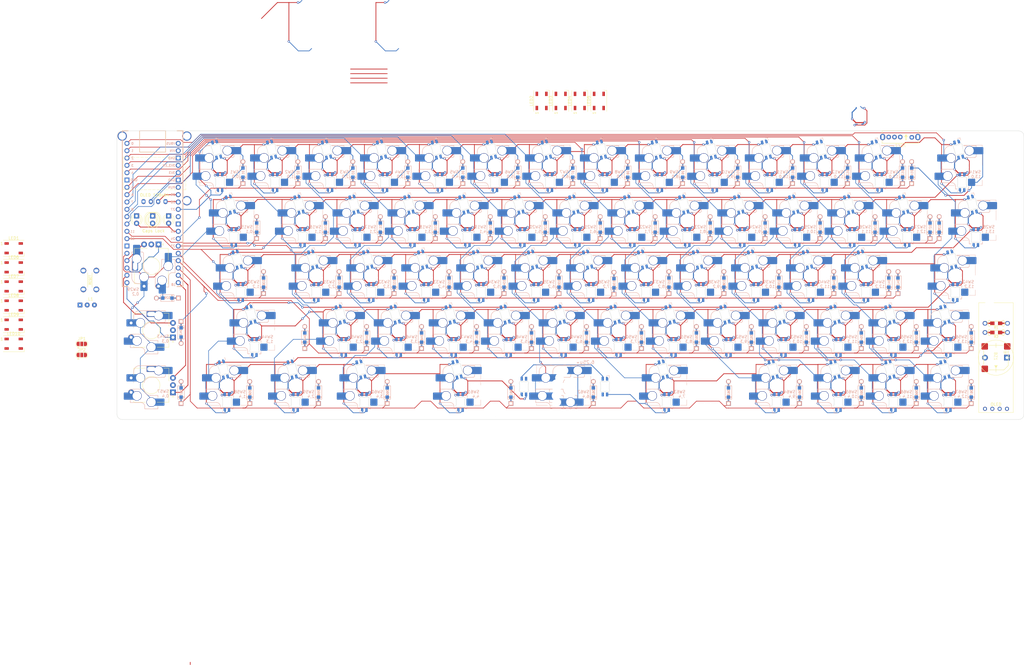
<source format=kicad_pcb>
(kicad_pcb (version 20221018) (generator pcbnew)
  (layers (0 "F.Cu" signal) (31 "B.Cu" signal) (34 "B.Paste" user) (35 "F.Paste" user) (36 "B.SilkS" user "B.Silkscreen") (37 "F.SilkS" user "F.Silkscreen") (38 "B.Mask" user) (39 "F.Mask" user) (44 "Edge.Cuts" user))
  (net 0 "")
  (net 1 "Net-(BZ1--)")
  (net 2 "GND")
  (net 3 "ROW 0")
  (net 4 "Net-(D1-A)")
  (net 5 "Net-(D2-A)")
  (net 6 "Net-(D3-A)")
  (net 7 "Net-(D4-A)")
  (net 8 "Net-(D5-A)")
  (net 9 "Net-(D6-A)")
  (net 10 "Net-(D7-A)")
  (net 11 "Net-(D8-A)")
  (net 12 "Net-(D9-A)")
  (net 13 "Net-(D10-A)")
  (net 14 "Net-(D11-A)")
  (net 15 "Net-(D12-A)")
  (net 16 "Net-(D13-A)")
  (net 17 "Net-(D14-A)")
  (net 18 "ROW 1")
  (net 19 "Net-(D15-A)")
  (net 20 "Net-(D16-A)")
  (net 21 "Net-(D17-A)")
  (net 22 "Net-(D18-A)")
  (net 23 "Net-(D19-A)")
  (net 24 "Net-(D20-A)")
  (net 25 "Net-(D21-A)")
  (net 26 "Net-(D22-A)")
  (net 27 "Net-(D23-A)")
  (net 28 "Net-(D24-A)")
  (net 29 "Net-(D25-A)")
  (net 30 "Net-(D26-A)")
  (net 31 "Net-(D27-A)")
  (net 32 "Net-(D28-A)")
  (net 33 "ROW 2")
  (net 34 "Net-(D30-A)")
  (net 35 "Net-(D31-A)")
  (net 36 "Net-(D32-A)")
  (net 37 "Net-(D33-A)")
  (net 38 "Net-(D34-A)")
  (net 39 "Net-(D35-A)")
  (net 40 "Net-(D36-A)")
  (net 41 "Net-(D37-A)")
  (net 42 "Net-(D38-A)")
  (net 43 "Net-(D39-A)")
  (net 44 "Net-(D40-A)")
  (net 45 "Net-(D41-A)")
  (net 46 "Net-(D42-A)")
  (net 47 "ROW 3")
  (net 48 "Net-(D44-A)")
  (net 49 "Net-(D45-A)")
  (net 50 "Net-(D46-A)")
  (net 51 "Net-(D47-A)")
  (net 52 "Net-(D48-A)")
  (net 53 "Net-(D49-A)")
  (net 54 "Net-(D50-A)")
  (net 55 "Net-(D51-A)")
  (net 56 "Net-(D52-A)")
  (net 57 "Net-(D53-A)")
  (net 58 "Net-(D54-A)")
  (net 59 "Net-(D55-A)")
  (net 60 "Net-(D56-A)")
  (net 61 "ROW 4")
  (net 62 "Net-(D58-A)")
  (net 63 "Net-(D59-A)")
  (net 64 "Net-(D60-A)")
  (net 65 "Net-(D61-A)")
  (net 66 "Net-(D62-A)")
  (net 67 "Net-(D63-A)")
  (net 68 "Net-(D64-A)")
  (net 69 "Net-(D65-A)")
  (net 70 "Net-(D66-A)")
  (net 71 "Net-(D67-A)")
  (net 72 "ENC 1A")
  (net 73 "ENC 1B")
  (net 74 "ENC 2A")
  (net 75 "ENC 2B")
  (net 76 "ENC 3A")
  (net 77 "ENC 3B")
  (net 78 "IND LED")
  (net 79 "LED DIN")
  (net 80 "5V")
  (net 81 "LED DOUT")
  (net 82 "Net-(JP2-C)")
  (net 83 "Net-(LED1-DOUT)")
  (net 84 "Net-(LED2-DOUT)")
  (net 85 "Net-(LED3-DOUT)")
  (net 86 "Net-(LED4-DOUT)")
  (net 87 "Net-(LED5-DOUT)")
  (net 88 "OLED SDA")
  (net 89 "OLED SCL")
  (net 90 "3V3")
  (net 91 "Net-(R1-Pad2)")
  (net 92 "Net-(R2-Pad1)")
  (net 93 "COL 0")
  (net 94 "POWER")
  (net 95 "COL 8")
  (net 96 "COL 1")
  (net 97 "COL 13")
  (net 98 "COL 2")
  (net 99 "RESET")
  (net 100 "COL 3")
  (net 101 "COL 4")
  (net 102 "COL 5")
  (net 103 "COL 6")
  (net 104 "COL 7")
  (net 105 "COL 9")
  (net 106 "COL 10")
  (net 107 "COL 11")
  (net 108 "COL 12")
  (net 109 "BUZZ PWD")
  (net 112 "Net-(SW1-DOUT)")
  (net 113 "Net-(SW2-DOUT)")
  (net 114 "Net-(SW3-DOUT)")
  (net 115 "Net-(SW4-DOUT)")
  (net 116 "Net-(SW5-DOUT)")
  (net 117 "Net-(SW6-DOUT)")
  (net 118 "Net-(SW7-DOUT)")
  (net 119 "Net-(SW8-DOUT)")
  (net 120 "Net-(SW10-DIN)")
  (net 121 "Net-(SW10-DOUT)")
  (net 122 "Net-(SW11-DOUT)")
  (net 123 "Net-(SW12-DOUT)")
  (net 124 "Net-(SW13-DOUT)")
  (net 125 "Net-(SW14-DOUT)")
  (net 126 "Net-(SW15-DOUT)")
  (net 127 "Net-(SW16-DOUT)")
  (net 128 "Net-(SW17-DOUT)")
  (net 129 "Net-(SW18-DOUT)")
  (net 130 "Net-(SW19-DOUT)")
  (net 131 "Net-(SW20-DOUT)")
  (net 132 "Net-(SW21-DOUT)")
  (net 133 "Net-(SW22-DOUT)")
  (net 134 "Net-(SW23-DOUT)")
  (net 135 "Net-(SW24-DOUT)")
  (net 136 "Net-(SW25-DOUT)")
  (net 137 "Net-(SW26-DOUT)")
  (net 138 "Net-(SW27-DOUT)")
  (net 139 "Net-(SW28-DOUT)")
  (net 140 "Net-(SW30-DOUT)")
  (net 141 "Net-(SW31-DOUT)")
  (net 142 "Net-(SW32-DOUT)")
  (net 143 "Net-(SW33-DOUT)")
  (net 144 "Net-(SW34-DOUT)")
  (net 145 "Net-(SW35-DOUT)")
  (net 146 "Net-(SW36-DOUT)")
  (net 147 "Net-(SW37-DOUT)")
  (net 148 "Net-(SW38-DOUT)")
  (net 149 "Net-(SW39-DOUT)")
  (net 150 "Net-(SW40-DOUT)")
  (net 151 "Net-(SW41-DOUT)")
  (net 152 "Net-(SW42-DOUT)")
  (net 153 "Net-(SW44-DOUT)")
  (net 154 "Net-(SW45-DOUT)")
  (net 155 "Net-(SW46-DOUT)")
  (net 156 "Net-(SW47-DOUT)")
  (net 157 "Net-(SW48-DOUT)")
  (net 158 "Net-(SW49-DOUT)")
  (net 159 "Net-(SW50-DOUT)")
  (net 160 "Net-(SW51-DOUT)")
  (net 161 "Net-(SW52-DOUT)")
  (net 162 "Net-(SW53-DOUT)")
  (net 163 "Net-(SW54-DOUT)")
  (net 164 "Net-(SW55-DOUT)")
  (net 165 "Net-(SW56-DOUT)")
  (net 166 "Net-(SW58-DOUT)")
  (net 167 "Net-(SW59-DOUT)")
  (net 168 "Net-(SW60-DOUT)")
  (net 169 "Net-(SW63-DOUT)")
  (net 170 "Net-(SW64-DOUT)")
  (net 171 "Net-(SW65-DOUT)")
  (net 172 "Net-(SW66-DOUT)")
  (net 173 "Net-(SW61-DOUT)")
  (net 174 "Net-(SW63-DIN)")
  (net 175 "Net-(LED6-DOUT)")
  (net 176 "Net-(LED7-DOUT)")
  (net 177 "Net-(LED8-DOUT)")
  (net 178 "Net-(LED10-DIN)")
  (net 180 "Net-(D29-A)")
  (net 181 "Net-(D43-A)")
  (net 182 "Net-(D57-A)")
  (net 183 "Net-(U2-DIN)")
  (footprint "Oden Library:CherryMX_Choc_Hotswap v2 with LEDs" (layer "F.Cu") (at 315.9125 93.6625)
    (fp_text reference "SW54" hide)
    (fp_text value "MX_SW_HS_LED" hide)
    (fp_line (start -2.417527 -4.301273) (end -2.828766 -5.836037) (stroke (width 0.1)) (layer "Edge.Cuts"))
    (fp_line (start -2.293144 -6.917047) (end -0.935357 -7.280865) (stroke (width 0.1)) (layer "Edge.Cuts"))
    (fp_line (start -1.5 6.676952) (end -1.5 5.088048) (stroke (width 0.1)) (layer "Edge.Cuts"))
    (fp_line (start -0.702842 4.182501) (end 0.702842 4.182501) (stroke (width 0.1)) (layer "Edge.Cuts"))
    (fp_line (start -0.055373 -3.996719) (end -1.41316 -3.632901) (stroke (width 0.1)) (layer "Edge.Cuts"))
    (fp_line (start 0.069011 -6.612493) (end 0.480249 -5.07773) (stroke (width 0.1)) (layer "Edge.Cuts"))
    (fp_line (start 0.702842 7.582499) (end -0.702842 7.582499) (stroke (width 0.1)) (layer "Edge.Cuts"))
    (fp_line (start 1.499999 5.088048) (end 1.499999 6.676953) (stroke (width 0.1)) (layer "Edge.Cuts"))
    (fp_arc (start -2.960027 -6.062023) (mid -2.87935 -5.95777) (end -2.828766 -5.836037) (stroke (width 0.1)) (layer "Edge.Cuts"))
    (fp_arc (start -2.960027 -6.062023) (mid -3.050985 -6.649853) (end -2.51544 -6.908714) (stroke (width 0.1)) (layer "Edge.Cuts"))
    (fp_arc (start -2.417528 -4.301272) (mid -2.400518 -4.170557) (end -2.41821 -4.039932) (stroke (width 0.1)) (layer "Edge.Cuts"))
    (fp_arc (start -2.293145 -6.917047) (mid -2.403823 -6.900357) (end -2.51544 -6.908714) (stroke (width 0.1)) (layer "Edge.Cuts"))
    (fp_arc (start -1.60984 -3.52897) (mid -2.20308 -3.485356) (end -2.41821 -4.039932) (stroke (width 0.1)) (layer "Edge.Cuts"))
    (fp_arc (start -1.60984 -3.52897) (mid -1.517355 -3.592016) (end -1.41316 -3.632901) (stroke (width 0.1)) (layer "Edge.Cuts"))
    (fp_arc (start -1.568299 4.83579) (mid -1.517402 4.957385) (end -1.5 5.088048) (stroke (width 0.1)) (layer "Edge.Cuts"))
    (fp_arc (start -1.568297 4.835789) (mid -1.50406 4.244406) (end -0.91972 4.133016) (stroke (width 0.1)) (layer "Edge.Cuts"))
    (fp_arc (start -1.5 6.676952) (mid -1.517386 6.80762) (end -1.568299 6.929211) (stroke (width 0.1)) (layer "Edge.Cuts"))
    (fp_arc (start -0.91972 7.631984) (mid -0.814066 7.595036) (end -0.702842 7.582499) (stroke (width 0.1)) (layer "Edge.Cuts"))
    (fp_arc (start -0.919719 7.631984) (mid -1.504037 7.520574) (end -1.568299 6.929211) (stroke (width 0.1)) (layer "Edge.Cuts"))
    (fp_arc (start -0.738678 -7.384795) (mid -0.145436 -7.428414) (end 0.069693 -6.873834) (stroke (width 0.1)) (layer "Edge.Cuts"))
    (fp_arc (start -0.738677 -7.384796) (mid -0.831169 -7.321763) (end -0.935357 -7.280865) (stroke (width 0.1)) (layer "Edge.Cuts"))
    (fp_arc (start -0.702843 4.182501) (mid -0.814072 4.16999) (end -0.91972 4.133016) (stroke (width 0.1)) (layer "Edge.Cuts"))
    (fp_arc (start -0.055372 -3.996719) (mid 0.055305 -4.013422) (end 0.166922 -4.005052) (stroke (width 0.1)) (layer "Edge.Cuts"))
    (fp_arc (start 0.069011 -6.612493) (mid 0.052003 -6.743209) (end 0.069693 -6.873834) (stroke (width 0.1)) (layer "Edge.Cuts"))
    (fp_arc (start 0.611509 -4.851743) (mid 0.702487 -4.263902) (end 0.166922 -4.005052) (stroke (width 0.1)) (layer "Edge.Cuts"))
    (fp_arc (start 0.61151 -4.851744) (mid 0.530854 -4.95601) (end 0.480249 -5.07773) (stroke (width 0.1)) (layer "Edge.Cuts"))
    (fp_arc (start 0.702843 7.582499) (mid 0.814069 7.595029) (end 0.91972 7.631984) (stroke (width 0.1)) (layer "Edge.Cuts"))
    (fp_arc (start 0.91972 4.133016) (mid 0.814068 4.169975) (end 0.702842 4.182501) (stroke (width 0.1)) (layer "Edge.Cuts"))
    (fp_arc (start 0.91972 4.133016) (mid 1.504021 4.244421) (end 1.568299 4.835789) (stroke (width 0.1)) (layer "Edge.Cuts"))
    (fp_arc (start 1.5 5.088047) (mid 1.517394 4.957381) (end 1.568299 4.835789) (stroke (width 0.1)) (layer "Edge.Cuts"))
    (fp_arc (start 1.568298 6.929211) (mid 1.504031 7.520568) (end 0.91972 7.631984) (stroke (width 0.1)) (layer "Edge.Cuts"))
    (fp_arc (start 1.568298 6.929211) (mid 1.517363 6.807627) (end 1.499999 6.676953) (stroke (width 0.1)) (layer "Edge.Cuts"))
  )
  (footprint "Oden Library:CherryMX_Choc_Hotswap v2 Encoder A" (layer "F.Cu") (at 77.7875 93.6625)
    (fp_text reference "SW43" hide)
    (fp_text value "MX_SW_HS" hide)
  )
  (footprint "Oden Library:CherryMX_Choc_Hotswap v2 with LEDs" (layer "F.Cu") (at 225.425 55.5625)
    (fp_text reference "SW21" hide)
    (fp_text value "MX_SW_HS_LED" hide)
    (fp_line (start -2.417527 -4.301273) (end -2.828766 -5.836037) (stroke (width 0.1)) (layer "Edge.Cuts"))
    (fp_line (start -2.293144 -6.917047) (end -0.935357 -7.280865) (stroke (width 0.1)) (layer "Edge.Cuts"))
    (fp_line (start -1.5 6.676952) (end -1.5 5.088048) (stroke (width 0.1)) (layer "Edge.Cuts"))
    (fp_line (start -0.702842 4.182501) (end 0.702842 4.182501) (stroke (width 0.1)) (layer "Edge.Cuts"))
    (fp_line (start -0.055373 -3.996719) (end -1.41316 -3.632901) (stroke (width 0.1)) (layer "Edge.Cuts"))
    (fp_line (start 0.069011 -6.612493) (end 0.480249 -5.07773) (stroke (width 0.1)) (layer "Edge.Cuts"))
    (fp_line (start 0.702842 7.582499) (end -0.702842 7.582499) (stroke (width 0.1)) (layer "Edge.Cuts"))
    (fp_line (start 1.499999 5.088048) (end 1.499999 6.676953) (stroke (width 0.1)) (layer "Edge.Cuts"))
    (fp_arc (start -2.960027 -6.062023) (mid -2.87935 -5.95777) (end -2.828766 -5.836037) (stroke (width 0.1)) (layer "Edge.Cuts"))
    (fp_arc (start -2.960027 -6.062023) (mid -3.050985 -6.649853) (end -2.51544 -6.908714) (stroke (width 0.1)) (layer "Edge.Cuts"))
    (fp_arc (start -2.417528 -4.301272) (mid -2.400518 -4.170557) (end -2.41821 -4.039932) (stroke (width 0.1)) (layer "Edge.Cuts"))
    (fp_arc (start -2.293145 -6.917047) (mid -2.403823 -6.900357) (end -2.51544 -6.908714) (stroke (width 0.1)) (layer "Edge.Cuts"))
    (fp_arc (start -1.60984 -3.52897) (mid -2.20308 -3.485356) (end -2.41821 -4.039932) (stroke (width 0.1)) (layer "Edge.Cuts"))
    (fp_arc (start -1.60984 -3.52897) (mid -1.517355 -3.592016) (end -1.41316 -3.632901) (stroke (width 0.1)) (layer "Edge.Cuts"))
    (fp_arc (start -1.568299 4.83579) (mid -1.517402 4.957385) (end -1.5 5.088048) (stroke (width 0.1)) (layer "Edge.Cuts"))
    (fp_arc (start -1.568297 4.835789) (mid -1.50406 4.244406) (end -0.91972 4.133016) (stroke (width 0.1)) (layer "Edge.Cuts"))
    (fp_arc (start -1.5 6.676952) (mid -1.517386 6.80762) (end -1.568299 6.929211) (stroke (width 0.1)) (layer "Edge.Cuts"))
    (fp_arc (start -0.91972 7.631984) (mid -0.814066 7.595036) (end -0.702842 7.582499) (stroke (width 0.1)) (layer "Edge.Cuts"))
    (fp_arc (start -0.919719 7.631984) (mid -1.504037 7.520574) (end -1.568299 6.929211) (stroke (width 0.1)) (layer "Edge.Cuts"))
    (fp_arc (start -0.738678 -7.384795) (mid -0.145436 -7.428414) (end 0.069693 -6.873834) (stroke (width 0.1)) (layer "Edge.Cuts"))
    (fp_arc (start -0.738677 -7.384796) (mid -0.831169 -7.321763) (end -0.935357 -7.280865) (stroke (width 0.1)) (layer "Edge.Cuts"))
    (fp_arc (start -0.702843 4.182501) (mid -0.814072 4.16999) (end -0.91972 4.133016) (stroke (width 0.1)) (layer "Edge.Cuts"))
    (fp_arc (start -0.055372 -3.996719) (mid 0.055305 -4.013422) (end 0.166922 -4.005052) (stroke (width 0.1)) (layer "Edge.Cuts"))
    (fp_arc (start 0.069011 -6.612493) (mid 0.052003 -6.743209) (end 0.069693 -6.873834) (stroke (width 0.1)) (layer "Edge.Cuts"))
    (fp_arc (start 0.611509 -4.851743) (mid 0.702487 -4.263902) (end 0.166922 -4.005052) (stroke (width 0.1)) (layer "Edge.Cuts"))
    (fp_arc (start 0.61151 -4.851744) (mid 0.530854 -4.95601) (end 0.480249 -5.07773) (stroke (width 0.1)) (layer "Edge.Cuts"))
    (fp_arc (start 0.702843 7.582499) (mid 0.814069 7.595029) (end 0.91972 7.631984) (stroke (width 0.1)) (layer "Edge.Cuts"))
    (fp_arc (start 0.91972 4.133016) (mid 0.814068 4.169975) (end 0.702842 4.182501) (stroke (width 0.1)) (layer "Edge.Cuts"))
    (fp_arc (start 0.91972 4.133016) (mid 1.504021 4.244421) (end 1.568299 4.835789) (stroke (width 0.1)) (layer "Edge.Cuts"))
    (fp_arc (start 1.5 5.088047) (mid 1.517394 4.957381) (end 1.568299 4.835789) (stroke (width 0.1)) (layer "Edge.Cuts"))
    (fp_arc (start 1.568298 6.929211) (mid 1.504031 7.520568) (end 0.91972 7.631984) (stroke (width 0.1)) (layer "Edge.Cuts"))
    (fp_arc (start 1.568298 6.929211) (mid 1.517363 6.807627) (end 1.499999 6.676953) (stroke (width 0.1)) (layer "Edge.Cuts"))
  )
  (footprint "Oden Library:CherryMX_Choc_Hotswap v2 with LEDs" (layer "F.Cu") (at 149.225 55.5625)
    (fp_text reference "SW17" hide)
    (fp_text value "MX_SW_HS_LED" hide)
    (fp_line (start -2.417527 -4.301273) (end -2.828766 -5.836037) (stroke (width 0.1)) (layer "Edge.Cuts"))
    (fp_line (start -2.293144 -6.917047) (end -0.935357 -7.280865) (stroke (width 0.1)) (layer "Edge.Cuts"))
    (fp_line (start -1.5 6.676952) (end -1.5 5.088048) (stroke (width 0.1)) (layer "Edge.Cuts"))
    (fp_line (start -0.702842 4.182501) (end 0.702842 4.182501) (stroke (width 0.1)) (layer "Edge.Cuts"))
    (fp_line (start -0.055373 -3.996719) (end -1.41316 -3.632901) (stroke (width 0.1)) (layer "Edge.Cuts"))
    (fp_line (start 0.069011 -6.612493) (end 0.480249 -5.07773) (stroke (width 0.1)) (layer "Edge.Cuts"))
    (fp_line (start 0.702842 7.582499) (end -0.702842 7.582499) (stroke (width 0.1)) (layer "Edge.Cuts"))
    (fp_line (start 1.499999 5.088048) (end 1.499999 6.676953) (stroke (width 0.1)) (layer "Edge.Cuts"))
    (fp_arc (start -2.960027 -6.062023) (mid -2.87935 -5.95777) (end -2.828766 -5.836037) (stroke (width 0.1)) (layer "Edge.Cuts"))
    (fp_arc (start -2.960027 -6.062023) (mid -3.050985 -6.649853) (end -2.51544 -6.908714) (stroke (width 0.1)) (layer "Edge.Cuts"))
    (fp_arc (start -2.417528 -4.301272) (mid -2.400518 -4.170557) (end -2.41821 -4.039932) (stroke (width 0.1)) (layer "Edge.Cuts"))
    (fp_arc (start -2.293145 -6.917047) (mid -2.403823 -6.900357) (end -2.51544 -6.908714) (stroke (width 0.1)) (layer "Edge.Cuts"))
    (fp_arc (start -1.60984 -3.52897) (mid -2.20308 -3.485356) (end -2.41821 -4.039932) (stroke (width 0.1)) (layer "Edge.Cuts"))
    (fp_arc (start -1.60984 -3.52897) (mid -1.517355 -3.592016) (end -1.41316 -3.632901) (stroke (width 0.1)) (layer "Edge.Cuts"))
    (fp_arc (start -1.568299 4.83579) (mid -1.517402 4.957385) (end -1.5 5.088048) (stroke (width 0.1)) (layer "Edge.Cuts"))
    (fp_arc (start -1.568297 4.835789) (mid -1.50406 4.244406) (end -0.91972 4.133016) (stroke (width 0.1)) (layer "Edge.Cuts"))
    (fp_arc (start -1.5 6.676952) (mid -1.517386 6.80762) (end -1.568299 6.929211) (stroke (width 0.1)) (layer "Edge.Cuts"))
    (fp_arc (start -0.91972 7.631984) (mid -0.814066 7.595036) (end -0.702842 7.582499) (stroke (width 0.1)) (layer "Edge.Cuts"))
    (fp_arc (start -0.919719 7.631984) (mid -1.504037 7.520574) (end -1.568299 6.929211) (stroke (width 0.1)) (layer "Edge.Cuts"))
    (fp_arc (start -0.738678 -7.384795) (mid -0.145436 -7.428414) (end 0.069693 -6.873834) (stroke (width 0.1)) (layer "Edge.Cuts"))
    (fp_arc (start -0.738677 -7.384796) (mid -0.831169 -7.321763) (end -0.935357 -7.280865) (stroke (width 0.1)) (layer "Edge.Cuts"))
    (fp_arc (start -0.702843 4.182501) (mid -0.814072 4.16999) (end -0.91972 4.133016) (stroke (width 0.1)) (layer "Edge.Cuts"))
    (fp_arc (start -0.055372 -3.996719) (mid 0.055305 -4.013422) (end 0.166922 -4.005052) (stroke (width 0.1)) (layer "Edge.Cuts"))
    (fp_arc (start 0.069011 -6.612493) (mid 0.052003 -6.743209) (end 0.069693 -6.873834) (stroke (width 0.1)) (layer "Edge.Cuts"))
    (fp_arc (start 0.611509 -4.851743) (mid 0.702487 -4.263902) (end 0.166922 -4.005052) (stroke (width 0.1)) (layer "Edge.Cuts"))
    (fp_arc (start 0.61151 -4.851744) (mid 0.530854 -4.95601) (end 0.480249 -5.07773) (stroke (width 0.1)) (layer "Edge.Cuts"))
    (fp_arc (start 0.702843 7.582499) (mid 0.814069 7.595029) (end 0.91972 7.631984) (stroke (width 0.1)) (layer "Edge.Cuts"))
    (fp_arc (start 0.91972 4.133016) (mid 0.814068 4.169975) (end 0.702842 4.182501) (stroke (width 0.1)) (layer "Edge.Cuts"))
    (fp_arc (start 0.91972 4.133016) (mid 1.504021 4.244421) (end 1.568299 4.835789) (stroke (width 0.1)) (layer "Edge.Cuts"))
    (fp_arc (start 1.5 5.088047) (mid 1.517394 4.957381) (end 1.568299 4.835789) (stroke (width 0.1)) (layer "Edge.Cuts"))
    (fp_arc (start 1.568298 6.929211) (mid 1.504031 7.520568) (end 0.91972 7.631984) (stroke (width 0.1)) (layer "Edge.Cuts"))
    (fp_arc (start 1.568298 6.929211) (mid 1.517363 6.807627) (end 1.499999 6.676953) (stroke (width 0.1)) (layer "Edge.Cuts"))
  )
  (footprint "Oden Library:CherryMX_Choc_Hotswap v2 with LEDs" (layer "F.Cu") (at 151.60625 112.7125)
    (fp_text reference "SW60" hide)
    (fp_text value "MX_SW_HS_LED" hide)
    (fp_line (start -2.417527 -4.301273) (end -2.828766 -5.836037) (stroke (width 0.1)) (layer "Edge.Cuts"))
    (fp_line (start -2.293144 -6.917047) (end -0.935357 -7.280865) (stroke (width 0.1)) (layer "Edge.Cuts"))
    (fp_line (start -1.5 6.676952) (end -1.5 5.088048) (stroke (width 0.1)) (layer "Edge.Cuts"))
    (fp_line (start -0.702842 4.182501) (end 0.702842 4.182501) (stroke (width 0.1)) (layer "Edge.Cuts"))
    (fp_line (start -0.055373 -3.996719) (end -1.41316 -3.632901) (stroke (width 0.1)) (layer "Edge.Cuts"))
    (fp_line (start 0.069011 -6.612493) (end 0.480249 -5.07773) (stroke (width 0.1)) (layer "Edge.Cuts"))
    (fp_line (start 0.702842 7.582499) (end -0.702842 7.582499) (stroke (width 0.1)) (layer "Edge.Cuts"))
    (fp_line (start 1.499999 5.088048) (end 1.499999 6.676953) (stroke (width 0.1)) (layer "Edge.Cuts"))
    (fp_arc (start -2.960027 -6.062023) (mid -2.87935 -5.95777) (end -2.828766 -5.836037) (stroke (width 0.1)) (layer "Edge.Cuts"))
    (fp_arc (start -2.960027 -6.062023) (mid -3.050985 -6.649853) (end -2.51544 -6.908714) (stroke (width 0.1)) (layer "Edge.Cuts"))
    (fp_arc (start -2.417528 -4.301272) (mid -2.400518 -4.170557) (end -2.41821 -4.039932) (stroke (width 0.1)) (layer "Edge.Cuts"))
    (fp_arc (start -2.293145 -6.917047) (mid -2.403823 -6.900357) (end -2.51544 -6.908714) (stroke (width 0.1)) (layer "Edge.Cuts"))
    (fp_arc (start -1.60984 -3.52897) (mid -2.20308 -3.485356) (end -2.41821 -4.039932) (stroke (width 0.1)) (layer "Edge.Cuts"))
    (fp_arc (start -1.60984 -3.52897) (mid -1.517355 -3.592016) (end -1.41316 -3.632901) (stroke (width 0.1)) (layer "Edge.Cuts"))
    (fp_arc (start -1.568299 4.83579) (mid -1.517402 4.957385) (end -1.5 5.088048) (stroke (width 0.1)) (layer "Edge.Cuts"))
    (fp_arc (start -1.568297 4.835789) (mid -1.50406 4.244406) (end -0.91972 4.133016) (stroke (width 0.1)) (layer "Edge.Cuts"))
    (fp_arc (start -1.5 6.676952) (mid -1.517386 6.80762) (end -1.568299 6.929211) (stroke (width 0.1)) (layer "Edge.Cuts"))
    (fp_arc (start -0.91972 7.631984) (mid -0.814066 7.595036) (end -0.702842 7.582499) (stroke (width 0.1)) (layer "Edge.Cuts"))
    (fp_arc (start -0.919719 7.631984) (mid -1.504037 7.520574) (end -1.568299 6.929211) (stroke (width 0.1)) (layer "Edge.Cuts"))
    (fp_arc (start -0.738678 -7.384795) (mid -0.145436 -7.428414) (end 0.069693 -6.873834) (stroke (width 0.1)) (layer "Edge.Cuts"))
    (fp_arc (start -0.738677 -7.384796) (mid -0.831169 -7.321763) (end -0.935357 -7.280865) (stroke (width 0.1)) (layer "Edge.Cuts"))
    (fp_arc (start -0.702843 4.182501) (mid -0.814072 4.16999) (end -0.91972 4.133016) (stroke (width 0.1)) (layer "Edge.Cuts"))
    (fp_arc (start -0.055372 -3.996719) (mid 0.055305 -4.013422) (end 0.166922 -4.005052) (stroke (width 0.1)) (layer "Edge.Cuts"))
    (fp_arc (start 0.069011 -6.612493) (mid 0.052003 -6.743209) (end 0.069693 -6.873834) (stroke (width 0.1)) (layer "Edge.Cuts"))
    (fp_arc (start 0.611509 -4.851743) (mid 0.702487 -4.263902) (end 0.166922 -4.005052) (stroke (width 0.1)) (layer "Edge.Cuts"))
    (fp_arc (start 0.61151 -4.851744) (mid 0.530854 -4.95601) (end 0.480249 -5.07773) (stroke (width 0.1)) (layer "Edge.Cuts"))
    (fp_arc (start 0.702843 7.582499) (mid 0.814069 7.595029) (end 0.91972 7.631984) (stroke (width 0.1)) (layer "Edge.Cuts"))
    (fp_arc (start 0.91972 4.133016) (mid 0.814068 4.169975) (end 0.702842 4.182501) (stroke (width 0.1)) (layer "Edge.Cuts"))
    (fp_arc (start 0.91972 4.133016) (mid 1.504021 4.244421) (end 1.568299 4.835789) (stroke (width 0.1)) (layer "Edge.Cuts"))
    (fp_arc (start 1.5 5.088047) (mid 1.517394 4.957381) (end 1.568299 4.835789) (stroke (width 0.1)) (layer "Edge.Cuts"))
    (fp_arc (start 1.568298 6.929211) (mid 1.504031 7.520568) (end 0.91972 7.631984) (stroke (width 0.1)) (layer "Edge.Cuts"))
    (fp_arc (start 1.568298 6.929211) (mid 1.517363 6.807627) (end 1.499999 6.676953) (stroke (width 0.1)) (layer "Edge.Cuts"))
  )
  (footprint "Oden Library:SK6812MINI-E" (layer "F.Cu") (at 207.16875 113.50625 90)
    (fp_text reference "U3" hide)
    (fp_text value "~" hide)
    (fp_line (start -1.411567 0.447301) (end -1.411567 -0.958384) (stroke (width 0.1)) (layer "Edge.Cuts"))
    (fp_line (start -0.50602 -1.755542) (end 1.082883 -1.755541) (stroke (width 0.1)) (layer "Edge.Cuts"))
    (fp_line (start 1.082884 1.244457) (end -0.506021 1.244458) (stroke (width 0.1)) (layer "Edge.Cuts"))
    (fp_line (start 1.988431 -0.958384) (end 1.988431 0.447301) (stroke (width 0.1)) (layer "Edge.Cuts"))
    (fp_arc (start -1.461053 -1.175262) (mid -1.424106 -1.069608) (end -1.411567 -0.958384) (stroke (width 0.1)) (layer "Edge.Cuts"))
    (fp_arc (start -1.461052 -1.17526) (mid -1.349643 -1.759578) (end -0.75828 -1.82384) (stroke (width 0.1)) (layer "Edge.Cuts"))
    (fp_arc (start -1.411568 0.447302) (mid -1.424092 0.558528) (end -1.461053 0.664179) (stroke (width 0.1)) (layer "Edge.Cuts"))
    (fp_arc (start -0.75828 1.312757) (mid -1.349622 1.248474) (end -1.461053 0.664179) (stroke (width 0.1)) (layer "Edge.Cuts"))
    (fp_arc (start -0.75828 1.312757) (mid -0.636698 1.261811) (end -0.506021 1.244458) (stroke (width 0.1)) (layer "Edge.Cuts"))
    (fp_arc (start -0.50602 -1.755542) (mid -0.636684 -1.772946) (end -0.75828 -1.82384) (stroke (width 0.1)) (layer "Edge.Cuts"))
    (fp_arc (start 1.082884 1.244459) (mid 1.213549 1.261857) (end 1.335143 1.312757) (stroke (width 0.1)) (layer "Edge.Cuts"))
    (fp_arc (start 1.335142 -1.82384) (mid 1.213554 -1.772917) (end 1.082883 -1.755541) (stroke (width 0.1)) (layer "Edge.Cuts"))
    (fp_arc (start 1.335143 -1.823839) (mid 1.926518 -1.759566) (end 2.037916 -1.175261) (stroke (width 0.1)) (layer "Edge.Cuts"))
    (fp_arc (start 1.988431 -0.958385) (mid 2.000942 -1.069614) (end 2.037916 -1.175261) (stroke (width 0.1)) (layer "Edge.Cuts"))
    (fp_arc (start 2.037916 0.664178) (mid 1.926502 1.248492) (end 1.335143 1.312757) (stroke (width 0.1)) (layer "Edge.Cuts"))
    (fp_arc (start 2.037916 0.664178) (mid 2.00095 0.558528) (end 1.988431 0.447301) (stroke (width 0.1)) (layer "Edge.Cuts"))
  )
  (footprint "Oden Library:CherryMX_Choc_Hotswap v2 with LEDs" (layer "F.Cu") (at 311.15 36.5125)
    (fp_text reference "SW12" hide)
    (fp_text value "MX_SW_HS_LED" hide)
    (fp_line (start -2.417527 -4.301273) (end -2.828766 -5.836037) (stroke (width 0.1)) (layer "Edge.Cuts"))
    (fp_line (start -2.293144 -6.917047) (end -0.935357 -7.280865) (stroke (width 0.1)) (layer "Edge.Cuts"))
    (fp_line (start -1.5 6.676952) (end -1.5 5.088048) (stroke (width 0.1)) (layer "Edge.Cuts"))
    (fp_line (start -0.702842 4.182501) (end 0.702842 4.182501) (stroke (width 0.1)) (layer "Edge.Cuts"))
    (fp_line (start -0.055373 -3.996719) (end -1.41316 -3.632901) (stroke (width 0.1)) (layer "Edge.Cuts"))
    (fp_line (start 0.069011 -6.612493) (end 0.480249 -5.07773) (stroke (width 0.1)) (layer "Edge.Cuts"))
    (fp_line (start 0.702842 7.582499) (end -0.702842 7.582499) (stroke (width 0.1)) (layer "Edge.Cuts"))
    (fp_line (start 1.499999 5.088048) (end 1.499999 6.676953) (stroke (width 0.1)) (layer "Edge.Cuts"))
    (fp_arc (start -2.960027 -6.062023) (mid -2.87935 -5.95777) (end -2.828766 -5.836037) (stroke (width 0.1)) (layer "Edge.Cuts"))
    (fp_arc (start -2.960027 -6.062023) (mid -3.050985 -6.649853) (end -2.51544 -6.908714) (stroke (width 0.1)) (layer "Edge.Cuts"))
    (fp_arc (start -2.417528 -4.301272) (mid -2.400518 -4.170557) (end -2.41821 -4.039932) (stroke (width 0.1)) (layer "Edge.Cuts"))
    (fp_arc (start -2.293145 -6.917047) (mid -2.403823 -6.900357) (end -2.51544 -6.908714) (stroke (width 0.1)) (layer "Edge.Cuts"))
    (fp_arc (start -1.60984 -3.52897) (mid -2.20308 -3.485356) (end -2.41821 -4.039932) (stroke (width 0.1)) (layer "Edge.Cuts"))
    (fp_arc (start -1.60984 -3.52897) (mid -1.517355 -3.592016) (end -1.41316 -3.632901) (stroke (width 0.1)) (layer "Edge.Cuts"))
    (fp_arc (start -1.568299 4.83579) (mid -1.517402 4.957385) (end -1.5 5.088048) (stroke (width 0.1)) (layer "Edge.Cuts"))
    (fp_arc (start -1.568297 4.835789) (mid -1.50406 4.244406) (end -0.91972 4.133016) (stroke (width 0.1)) (layer "Edge.Cuts"))
    (fp_arc (start -1.5 6.676952) (mid -1.517386 6.80762) (end -1.568299 6.929211) (stroke (width 0.1)) (layer "Edge.Cuts"))
    (fp_arc (start -0.91972 7.631984) (mid -0.814066 7.595036) (end -0.702842 7.582499) (stroke (width 0.1)) (layer "Edge.Cuts"))
    (fp_arc (start -0.919719 7.631984) (mid -1.504037 7.520574) (end -1.568299 6.929211) (stroke (width 0.1)) (layer "Edge.Cuts"))
    (fp_arc (start -0.738678 -7.384795) (mid -0.145436 -7.428414) (end 0.069693 -6.873834) (stroke (width 0.1)) (layer "Edge.Cuts"))
    (fp_arc (start -0.738677 -7.384796) (mid -0.831169 -7.321763) (end -0.935357 -7.280865) (stroke (width 0.1)) (layer "Edge.Cuts"))
    (fp_arc (start -0.702843 4.182501) (mid -0.814072 4.16999) (end -0.91972 4.133016) (stroke (width 0.1)) (layer "Edge.Cuts"))
    (fp_arc (start -0.055372 -3.996719) (mid 0.055305 -4.013422) (end 0.166922 -4.005052) (stroke (width 0.1)) (layer "Edge.Cuts"))
    (fp_arc (start 0.069011 -6.612493) (mid 0.052003 -6.743209) (end 0.069693 -6.873834) (stroke (width 0.1)) (layer "Edge.Cuts"))
    (fp_arc (start 0.611509 -4.851743) (mid 0.702487 -4.263902) (end 0.166922 -4.005052) (stroke (width 0.1)) (layer "Edge.Cuts"))
    (fp_arc (start 0.61151 -4.851744) (mid 0.530854 -4.95601) (end 0.480249 -5.07773) (stroke (width 0.1)) (layer "Edge.Cuts"))
    (fp_arc (start 0.702843 7.582499) (mid 0.814069 7.595029) (end 0.91972 7.631984) (stroke (width 0.1)) (layer "Edge.Cuts"))
    (fp_arc (start 0.91972 4.133016) (mid 0.814068 4.169975) (end 0.702842 4.182501) (stroke (width 0.1)) (layer "Edge.Cuts"))
    (fp_arc (start 0.91972 4.133016) (mid 1.504021 4.244421) (end 1.568299 4.835789) (stroke (width 0.1)) (layer "Edge.Cuts"))
    (fp_arc (start 1.5 5.088047) (mid 1.517394 4.957381) (end 1.568299 4.835789) (stroke (width 0.1)) (layer "Edge.Cuts"))
    (fp_arc (start 1.568298 6.929211) (mid 1.504031 7.520568) (end 0.91972 7.631984) (stroke (width 0.1)) (layer "Edge.Cuts"))
    (fp_arc (start 1.568298 6.929211) (mid 1.517363 6.807627) (end 1.499999 6.676953) (stroke (width 0.1)) (layer "Edge.Cuts"))
  )
  (footprint "Oden Library:CherryMX_Choc_Hotswap v2 with LEDs" (layer "F.Cu") (at 330.2 36.5125)
    (fp_text reference "SW13" hide)
    (fp_text value "MX_SW_HS_LED" hide)
    (fp_line (start -2.417527 -4.301273) (end -2.828766 -5.836037) (stroke (width 0.1)) (layer "Edge.Cuts"))
    (fp_line (start -2.293144 -6.917047) (end -0.935357 -7.280865) (stroke (width 0.1)) (layer "Edge.Cuts"))
    (fp_line (start -1.5 6.676952) (end -1.5 5.088048) (stroke (width 0.1)) (layer "Edge.Cuts"))
    (fp_line (start -0.702842 4.182501) (end 0.702842 4.182501) (stroke (width 0.1)) (layer "Edge.Cuts"))
    (fp_line (start -0.055373 -3.996719) (end -1.41316 -3.632901) (stroke (width 0.1)) (layer "Edge.Cuts"))
    (fp_line (start 0.069011 -6.612493) (end 0.480249 -5.07773) (stroke (width 0.1)) (layer "Edge.Cuts"))
    (fp_line (start 0.702842 7.582499) (end -0.702842 7.582499) (stroke (width 0.1)) (layer "Edge.Cuts"))
    (fp_line (start 1.499999 5.088048) (end 1.499999 6.676953) (stroke (width 0.1)) (layer "Edge.Cuts"))
    (fp_arc (start -2.960027 -6.062023) (mid -2.87935 -5.95777) (end -2.828766 -5.836037) (stroke (width 0.1)) (layer "Edge.Cuts"))
    (fp_arc (start -2.960027 -6.062023) (mid -3.050985 -6.649853) (end -2.51544 -6.908714) (stroke (width 0.1)) (layer "Edge.Cuts"))
    (fp_arc (start -2.417528 -4.301272) (mid -2.400518 -4.170557) (end -2.41821 -4.039932) (stroke (width 0.1)) (layer "Edge.Cuts"))
    (fp_arc (start -2.293145 -6.917047) (mid -2.403823 -6.900357) (end -2.51544 -6.908714) (stroke (width 0.1)) (layer "Edge.Cuts"))
    (fp_arc (start -1.60984 -3.52897) (mid -2.20308 -3.485356) (end -2.41821 -4.039932) (stroke (width 0.1)) (layer "Edge.Cuts"))
    (fp_arc (start -1.60984 -3.52897) (mid -1.517355 -3.592016) (end -1.41316 -3.632901) (stroke (width 0.1)) (layer "Edge.Cuts"))
    (fp_arc (start -1.568299 4.83579) (mid -1.517402 4.957385) (end -1.5 5.088048) (stroke (width 0.1)) (layer "Edge.Cuts"))
    (fp_arc (start -1.568297 4.835789) (mid -1.50406 4.244406) (end -0.91972 4.133016) (stroke (width 0.1)) (layer "Edge.Cuts"))
    (fp_arc (start -1.5 6.676952) (mid -1.517386 6.80762) (end -1.568299 6.929211) (stroke (width 0.1)) (layer "Edge.Cuts"))
    (fp_arc (start -0.91972 7.631984) (mid -0.814066 7.595036) (end -0.702842 7.582499) (stroke (width 0.1)) (layer "Edge.Cuts"))
    (fp_arc (start -0.919719 7.631984) (mid -1.504037 7.520574) (end -1.568299 6.929211) (stroke (width 0.1)) (layer "Edge.Cuts"))
    (fp_arc (start -0.738678 -7.384795) (mid -0.145436 -7.428414) (end 0.069693 -6.873834) (stroke (width 0.1)) (layer "Edge.Cuts"))
    (fp_arc (start -0.738677 -7.384796) (mid -0.831169 -7.321763) (end -0.935357 -7.280865) (stroke (width 0.1)) (layer "Edge.Cuts"))
    (fp_arc (start -0.702843 4.182501) (mid -0.814072 4.16999) (end -0.91972 4.133016) (stroke (width 0.1)) (layer "Edge.Cuts"))
    (fp_arc (start -0.055372 -3.996719) (mid 0.055305 -4.013422) (end 0.166922 -4.005052) (stroke (width 0.1)) (layer "Edge.Cuts"))
    (fp_arc (start 0.069011 -6.612493) (mid 0.052003 -6.743209) (end 0.069693 -6.873834) (stroke (width 0.1)) (layer "Edge.Cuts"))
    (fp_arc (start 0.611509 -4.851743) (mid 0.702487 -4.263902) (end 0.166922 -4.005052) (stroke (width 0.1)) (layer "Edge.Cuts"))
    (fp_arc (start 0.61151 -4.851744) (mid 0.530854 -4.95601) (end 0.480249 -5.07773) (stroke (width 0.1)) (layer "Edge.Cuts"))
    (fp_arc (start 0.702843 7.582499) (mid 0.814069 7.595029) (end 0.91972 7.631984) (stroke (width 0.1)) (layer "Edge.Cuts"))
    (fp_arc (start 0.91972 4.133016) (mid 0.814068 4.169975) (end 0.702842 4.182501) (stroke (width 0.1)) (layer "Edge.Cuts"))
    (fp_arc (start 0.91972 4.133016) (mid 1.504021 4.244421) (end 1.568299 4.835789) (stroke (width 0.1)) (layer "Edge.Cuts"))
    (fp_arc (start 1.5 5.088047) (mid 1.517394 4.957381) (end 1.568299 4.835789) (stroke (width 0.1)) (layer "Edge.Cuts"))
    (fp_arc (start 1.568298 6.929211) (mid 1.504031 7.520568) (end 0.91972 7.631984) (stroke (width 0.1)) (layer "Edge.Cuts"))
    (fp_arc (start 1.568298 6.929211) (mid 1.517363 6.807627) (end 1.499999 6.676953) (stroke (width 0.1)) (layer "Edge.Cuts"))
  )
  (footprint "Oden Library:CherryMX_Choc_Hotswap v2 with LEDs" (layer "F.Cu") (at 230.1875 74.6125)
    (fp_text reference "SW36" hide)
    (fp_text value "MX_SW_HS_LED" hide)
    (fp_line (start -2.417527 -4.301273) (end -2.828766 -5.836037) (stroke (width 0.1)) (layer "Edge.Cuts"))
    (fp_line (start -2.293144 -6.917047) (end -0.935357 -7.280865) (stroke (width 0.1)) (layer "Edge.Cuts"))
    (fp_line (start -1.5 6.676952) (end -1.5 5.088048) (stroke (width 0.1)) (layer "Edge.Cuts"))
    (fp_line (start -0.702842 4.182501) (end 0.702842 4.182501) (stroke (width 0.1)) (layer "Edge.Cuts"))
    (fp_line (start -0.055373 -3.996719) (end -1.41316 -3.632901) (stroke (width 0.1)) (layer "Edge.Cuts"))
    (fp_line (start 0.069011 -6.612493) (end 0.480249 -5.07773) (stroke (width 0.1)) (layer "Edge.Cuts"))
    (fp_line (start 0.702842 7.582499) (end -0.702842 7.582499) (stroke (width 0.1)) (layer "Edge.Cuts"))
    (fp_line (start 1.499999 5.088048) (end 1.499999 6.676953) (stroke (width 0.1)) (layer "Edge.Cuts"))
    (fp_arc (start -2.960027 -6.062023) (mid -2.87935 -5.95777) (end -2.828766 -5.836037) (stroke (width 0.1)) (layer "Edge.Cuts"))
    (fp_arc (start -2.960027 -6.062023) (mid -3.050985 -6.649853) (end -2.51544 -6.908714) (stroke (width 0.1)) (layer "Edge.Cuts"))
    (fp_arc (start -2.417528 -4.301272) (mid -2.400518 -4.170557) (end -2.41821 -4.039932) (stroke (width 0.1)) (layer "Edge.Cuts"))
    (fp_arc (start -2.293145 -6.917047) (mid -2.403823 -6.900357) (end -2.51544 -6.908714) (stroke (width 0.1)) (layer "Edge.Cuts"))
    (fp_arc (start -1.60984 -3.52897) (mid -2.20308 -3.485356) (end -2.41821 -4.039932) (stroke (width 0.1)) (layer "Edge.Cuts"))
    (fp_arc (start -1.60984 -3.52897) (mid -1.517355 -3.592016) (end -1.41316 -3.632901) (stroke (width 0.1)) (layer "Edge.Cuts"))
    (fp_arc (start -1.568299 4.83579) (mid -1.517402 4.957385) (end -1.5 5.088048) (stroke (width 0.1)) (layer "Edge.Cuts"))
    (fp_arc (start -1.568297 4.835789) (mid -1.50406 4.244406) (end -0.91972 4.133016) (stroke (width 0.1)) (layer "Edge.Cuts"))
    (fp_arc (start -1.5 6.676952) (mid -1.517386 6.80762) (end -1.568299 6.929211) (stroke (width 0.1)) (layer "Edge.Cuts"))
    (fp_arc (start -0.91972 7.631984) (mid -0.814066 7.595036) (end -0.702842 7.582499) (stroke (width 0.1)) (layer "Edge.Cuts"))
    (fp_arc (start -0.919719 7.631984) (mid -1.504037 7.520574) (end -1.568299 6.929211) (stroke (width 0.1)) (layer "Edge.Cuts"))
    (fp_arc (start -0.738678 -7.384795) (mid -0.145436 -7.428414) (end 0.069693 -6.873834) (stroke (width 0.1)) (layer "Edge.Cuts"))
    (fp_arc (start -0.738677 -7.384796) (mid -0.831169 -7.321763) (end -0.935357 -7.280865) (stroke (width 0.1)) (layer "Edge.Cuts"))
    (fp_arc (start -0.702843 4.182501) (mid -0.814072 4.16999) (end -0.91972 4.133016) (stroke (width 0.1)) (layer "Edge.Cuts"))
    (fp_arc (start -0.055372 -3.996719) (mid 0.055305 -4.013422) (end 0.166922 -4.005052) (stroke (width 0.1)) (layer "Edge.Cuts"))
    (fp_arc (start 0.069011 -6.612493) (mid 0.052003 -6.743209) (end 0.069693 -6.873834) (stroke (width 0.1)) (layer "Edge.Cuts"))
    (fp_arc (start 0.611509 -4.851743) (mid 0.702487 -4.263902) (end 0.166922 -4.005052) (stroke (width 0.1)) (layer "Edge.Cuts"))
    (fp_arc (start 0.61151 -4.851744) (mid 0.530854 -4.95601) (end 0.480249 -5.07773) (stroke (width 0.1)) (layer "Edge.Cuts"))
    (fp_arc (start 0.702843 7.582499) (mid 0.814069 7.595029) (end 0.91972 7.631984) (stroke (width 0.1)) (layer "Edge.Cuts"))
    (fp_arc (start 0.91972 4.133016) (mid 0.814068 4.169975) (end 0.702842 4.182501) (stroke (width 0.1)) (layer "Edge.Cuts"))
    (fp_arc (start 0.91972 4.133016) (mid 1.504021 4.244421) (end 1.568299 4.835789) (stroke (width 0.1)) (layer "Edge.Cuts"))
    (fp_arc (start 1.5 5.088047) (mid 1.517394 4.957381) (end 1.568299 4.835789) (stroke (width 0.1)) (layer "Edge.Cuts"))
    (fp_arc (start 1.568298 6.929211) (mid 1.504031 7.520568) (end 0.91972 7.631984) (stroke (width 0.1)) (layer "Edge.Cuts"))
    (fp_arc (start 1.568298 6.929211) (mid 1.517363 6.807627) (end 1.499999 6.676953) (stroke (width 0.1)) (layer "Edge.Cuts"))
  )
  (footprint "LED_SMD:LED_WS2812B_PLCC4_5.0x5.0mm_P3.2mm" (layer "F.Cu") (at 30.09375 85.1225)
    (fp_text reference "LED8")
    (fp_text value "WS2812B")
  )
  (footprint "LED_SMD:LED_WS2812B_PLCC4_5.0x5.0mm_P3.2mm" (layer "F.Cu") (at 219.66125 14.21875 90)
    (fp_text reference "LED3")
    (fp_text value "WS2812B")
  )
  (footprint "Oden Library:CherryMX_Choc_Hotswap v2 with LEDs" (layer "F.Cu") (at 301.625 55.5625)
    (fp_text reference "SW25" hide)
    (fp_text value "MX_SW_HS_LED" hide)
    (fp_line (start -2.417527 -4.301273) (end -2.828766 -5.836037) (stroke (width 0.1)) (layer "Edge.Cuts"))
    (fp_line (start -2.293144 -6.917047) (end -0.935357 -7.280865) (stroke (width 0.1)) (layer "Edge.Cuts"))
    (fp_line (start -1.5 6.676952) (end -1.5 5.088048) (stroke (width 0.1)) (layer "Edge.Cuts"))
    (fp_line (start -0.702842 4.182501) (end 0.702842 4.182501) (stroke (width 0.1)) (layer "Edge.Cuts"))
    (fp_line (start -0.055373 -3.996719) (end -1.41316 -3.632901) (stroke (width 0.1)) (layer "Edge.Cuts"))
    (fp_line (start 0.069011 -6.612493) (end 0.480249 -5.07773) (stroke (width 0.1)) (layer "Edge.Cuts"))
    (fp_line (start 0.702842 7.582499) (end -0.702842 7.582499) (stroke (width 0.1)) (layer "Edge.Cuts"))
    (fp_line (start 1.499999 5.088048) (end 1.499999 6.676953) (stroke (width 0.1)) (layer "Edge.Cuts"))
    (fp_arc (start -2.960027 -6.062023) (mid -2.87935 -5.95777) (end -2.828766 -5.836037) (stroke (width 0.1)) (layer "Edge.Cuts"))
    (fp_arc (start -2.960027 -6.062023) (mid -3.050985 -6.649853) (end -2.51544 -6.908714) (stroke (width 0.1)) (layer "Edge.Cuts"))
    (fp_arc (start -2.417528 -4.301272) (mid -2.400518 -4.170557) (end -2.41821 -4.039932) (stroke (width 0.1)) (layer "Edge.Cuts"))
    (fp_arc (start -2.293145 -6.917047) (mid -2.403823 -6.900357) (end -2.51544 -6.908714) (stroke (width 0.1)) (layer "Edge.Cuts"))
    (fp_arc (start -1.60984 -3.52897) (mid -2.20308 -3.485356) (end -2.41821 -4.039932) (stroke (width 0.1)) (layer "Edge.Cuts"))
    (fp_arc (start -1.60984 -3.52897) (mid -1.517355 -3.592016) (end -1.41316 -3.632901) (stroke (width 0.1)) (layer "Edge.Cuts"))
    (fp_arc (start -1.568299 4.83579) (mid -1.517402 4.957385) (end -1.5 5.088048) (stroke (width 0.1)) (layer "Edge.Cuts"))
    (fp_arc (start -1.568297 4.835789) (mid -1.50406 4.244406) (end -0.91972 4.133016) (stroke (width 0.1)) (layer "Edge.Cuts"))
    (fp_arc (start -1.5 6.676952) (mid -1.517386 6.80762) (end -1.568299 6.929211) (stroke (width 0.1)) (layer "Edge.Cuts"))
    (fp_arc (start -0.91972 7.631984) (mid -0.814066 7.595036) (end -0.702842 7.582499) (stroke (width 0.1)) (layer "Edge.Cuts"))
    (fp_arc (start -0.919719 7.631984) (mid -1.504037 7.520574) (end -1.568299 6.929211) (stroke (width 0.1)) (layer "Edge.Cuts"))
    (fp_arc (start -0.738678 -7.384795) (mid -0.145436 -7.428414) (end 0.069693 -6.873834) (stroke (width 0.1)) (layer "Edge.Cuts"))
    (fp_arc (start -0.738677 -7.384796) (mid -0.831169 -7.321763) (end -0.935357 -7.280865) (stroke (width 0.1)) (layer "Edge.Cuts"))
    (fp_arc (start -0.702843 4.182501) (mid -0.814072 4.16999) (end -0.91972 4.133016) (stroke (width 0.1)) (layer "Edge.Cuts"))
    (fp_arc (start -0.055372 -3.996719) (mid 0.055305 -4.013422) (end 0.166922 -4.005052) (stroke (width 0.1)) (layer "Edge.Cuts"))
    (fp_arc (start 0.069011 -6.612493) (mid 0.052003 -6.743209) (end 0.069693 -6.873834) (stroke (width 0.1)) (layer "Edge.Cuts"))
    (fp_arc (start 0.611509 -4.851743) (mid 0.702487 -4.263902) (end 0.166922 -4.005052) (stroke (width 0.1)) (layer "Edge.Cuts"))
    (fp_arc (start 0.61151 -4.851744) (mid 0.530854 -4.95601) (end 0.480249 -5.07773) (stroke (width 0.1)) (layer "Edge.Cuts"))
    (fp_arc (start 0.702843 7.582499) (mid 0.814069 7.595029) (end 0.91972 7.631984) (stroke (width 0.1)) (layer "Edge.Cuts"))
    (fp_arc (start 0.91972 4.133016) (mid 0.814068 4.169975) (end 0.702842 4.182501) (stroke (width 0.1)) (layer "Edge.Cuts"))
    (fp_arc (start 0.91972 4.133016) (mid 1.504021 4.244421) (end 1.568299 4.835789) (stroke (width 0.1)) (layer "Edge.Cuts"))
    (fp_arc (start 1.5 5.088047) (mid 1.517394 4.957381) (end 1.568299 4.835789) (stroke (width 0.1)) (layer "Edge.Cuts"))
    (fp_arc (start 1.568298 6.929211) (mid 1.504031 7.520568) (end 0.91972 7.631984) (stroke (width 0.1)) (layer "Edge.Cuts"))
    (fp_arc (start 1.568298 6.929211) (mid 1.517363 6.807627) (end 1.499999 6.676953) (stroke (width 0.1)) (layer "Edge.Cuts"))
  )
  (footprint "Oden Library:CherryMX_Choc_Hotswap v2 with LEDs" (layer "F.Cu") (at 277.8125 93.6625)
    (fp_text reference "SW52" hide)
    (fp_text value "MX_SW_HS_LED" hide)
    (fp_line (start -2.417527 -4.301273) (end -2.828766 -5.836037) (stroke (width 0.1)) (layer "Edge.Cuts"))
    (fp_line (start -2.293144 -6.917047) (end -0.935357 -7.280865) (stroke (width 0.1)) (layer "Edge.Cuts"))
    (fp_line (start -1.5 6.676952) (end -1.5 5.088048) (stroke (width 0.1)) (layer "Edge.Cuts"))
    (fp_line (start -0.702842 4.182501) (end 0.702842 4.182501) (stroke (width 0.1)) (layer "Edge.Cuts"))
    (fp_line (start -0.055373 -3.996719) (end -1.41316 -3.632901) (stroke (width 0.1)) (layer "Edge.Cuts"))
    (fp_line (start 0.069011 -6.612493) (end 0.480249 -5.07773) (stroke (width 0.1)) (layer "Edge.Cuts"))
    (fp_line (start 0.702842 7.582499) (end -0.702842 7.582499) (stroke (width 0.1)) (layer "Edge.Cuts"))
    (fp_line (start 1.499999 5.088048) (end 1.499999 6.676953) (stroke (width 0.1)) (layer "Edge.Cuts"))
    (fp_arc (start -2.960027 -6.062023) (mid -2.87935 -5.95777) (end -2.828766 -5.836037) (stroke (width 0.1)) (layer "Edge.Cuts"))
    (fp_arc (start -2.960027 -6.062023) (mid -3.050985 -6.649853) (end -2.51544 -6.908714) (stroke (width 0.1)) (layer "Edge.Cuts"))
    (fp_arc (start -2.417528 -4.301272) (mid -2.400518 -4.170557) (end -2.41821 -4.039932) (stroke (width 0.1)) (layer "Edge.Cuts"))
    (fp_arc (start -2.293145 -6.917047) (mid -2.403823 -6.900357) (end -2.51544 -6.908714) (stroke (width 0.1)) (layer "Edge.Cuts"))
    (fp_arc (start -1.60984 -3.52897) (mid -2.20308 -3.485356) (end -2.41821 -4.039932) (stroke (width 0.1)) (layer "Edge.Cuts"))
    (fp_arc (start -1.60984 -3.52897) (mid -1.517355 -3.592016) (end -1.41316 -3.632901) (stroke (width 0.1)) (layer "Edge.Cuts"))
    (fp_arc (start -1.568299 4.83579) (mid -1.517402 4.957385) (end -1.5 5.088048) (stroke (width 0.1)) (layer "Edge.Cuts"))
    (fp_arc (start -1.568297 4.835789) (mid -1.50406 4.244406) (end -0.91972 4.133016) (stroke (width 0.1)) (layer "Edge.Cuts"))
    (fp_arc (start -1.5 6.676952) (mid -1.517386 6.80762) (end -1.568299 6.929211) (stroke (width 0.1)) (layer "Edge.Cuts"))
    (fp_arc (start -0.91972 7.631984) (mid -0.814066 7.595036) (end -0.702842 7.582499) (stroke (width 0.1)) (layer "Edge.Cuts"))
    (fp_arc (start -0.919719 7.631984) (mid -1.504037 7.520574) (end -1.568299 6.929211) (stroke (width 0.1)) (layer "Edge.Cuts"))
    (fp_arc (start -0.738678 -7.384795) (mid -0.145436 -7.428414) (end 0.069693 -6.873834) (stroke (width 0.1)) (layer "Edge.Cuts"))
    (fp_arc (start -0.738677 -7.384796) (mid -0.831169 -7.321763) (end -0.935357 -7.280865) (stroke (width 0.1)) (layer "Edge.Cuts"))
    (fp_arc (start -0.702843 4.182501) (mid -0.814072 4.16999) (end -0.91972 4.133016) (stroke (width 0.1)) (layer "Edge.Cuts"))
    (fp_arc (start -0.055372 -3.996719) (mid 0.055305 -4.013422) (end 0.166922 -4.005052) (stroke (width 0.1)) (layer "Edge.Cuts"))
    (fp_arc (start 0.069011 -6.612493) (mid 0.052003 -6.743209) (end 0.069693 -6.873834) (stroke (width 0.1)) (layer "Edge.Cuts"))
    (fp_arc (start 0.611509 -4.851743) (mid 0.702487 -4.263902) (end 0.166922 -4.005052) (stroke (width 0.1)) (layer "Edge.Cuts"))
    (fp_arc (start 0.61151 -4.851744) (mid 0.530854 -4.95601) (end 0.480249 -5.07773) (stroke (width 0.1)) (layer "Edge.Cuts"))
    (fp_arc (start 0.702843 7.582499) (mid 0.814069 7.595029) (end 0.91972 7.631984) (stroke (width 0.1)) (layer "Edge.Cuts"))
    (fp_arc (start 0.91972 4.133016) (mid 0.814068 4.169975) (end 0.702842 4.182501) (stroke (width 0.1)) (layer "Edge.Cuts"))
    (fp_arc (start 0.91972 4.133016) (mid 1.504021 4.244421) (end 1.568299 4.835789) (stroke (width 0.1)) (layer "Edge.Cuts"))
    (fp_arc (start 1.5 5.088047) (mid 1.517394 4.957381) (end 1.568299 4.835789) (stroke (width 0.1)) (layer "Edge.Cuts"))
    (fp_arc (start 1.568298 6.929211) (mid 1.504031 7.520568) (end 0.91972 7.631984) (stroke (width 0.1)) (layer "Edge.Cuts"))
    (fp_arc (start 1.568298 6.929211) (mid 1.517363 6.807627) (end 1.499999 6.676953) (stroke (width 0.1)) (layer "Edge.Cuts"))
  )
  (footprint "Oden Library:CherryMX_Choc_Hotswap v2 with LEDs" (layer "F.Cu") (at 173.0375 74.6125)
    (fp_text reference "SW33" hide)
    (fp_text value "MX_SW_HS_LED" hide)
    (fp_line (start -2.417527 -4.301273) (end -2.828766 -5.836037) (stroke (width 0.1)) (layer "Edge.Cuts"))
    (fp_line (start -2.293144 -6.917047) (end -0.935357 -7.280865) (stroke (width 0.1)) (layer "Edge.Cuts"))
    (fp_line (start -1.5 6.676952) (end -1.5 5.088048) (stroke (width 0.1)) (layer "Edge.Cuts"))
    (fp_line (start -0.702842 4.182501) (end 0.702842 4.182501) (stroke (width 0.1)) (layer "Edge.Cuts"))
    (fp_line (start -0.055373 -3.996719) (end -1.41316 -3.632901) (stroke (width 0.1)) (layer "Edge.Cuts"))
    (fp_line (start 0.069011 -6.612493) (end 0.480249 -5.07773) (stroke (width 0.1)) (layer "Edge.Cuts"))
    (fp_line (start 0.702842 7.582499) (end -0.702842 7.582499) (stroke (width 0.1)) (layer "Edge.Cuts"))
    (fp_line (start 1.499999 5.088048) (end 1.499999 6.676953) (stroke (width 0.1)) (layer "Edge.Cuts"))
    (fp_arc (start -2.960027 -6.062023) (mid -2.87935 -5.95777) (end -2.828766 -5.836037) (stroke (width 0.1)) (layer "Edge.Cuts"))
    (fp_arc (start -2.960027 -6.062023) (mid -3.050985 -6.649853) (end -2.51544 -6.908714) (stroke (width 0.1)) (layer "Edge.Cuts"))
    (fp_arc (start -2.417528 -4.301272) (mid -2.400518 -4.170557) (end -2.41821 -4.039932) (stroke (width 0.1)) (layer "Edge.Cuts"))
    (fp_arc (start -2.293145 -6.917047) (mid -2.403823 -6.900357) (end -2.51544 -6.908714) (stroke (width 0.1)) (layer "Edge.Cuts"))
    (fp_arc (start -1.60984 -3.52897) (mid -2.20308 -3.485356) (end -2.41821 -4.039932) (stroke (width 0.1)) (layer "Edge.Cuts"))
    (fp_arc (start -1.60984 -3.52897) (mid -1.517355 -3.592016) (end -1.41316 -3.632901) (stroke (width 0.1)) (layer "Edge.Cuts"))
    (fp_arc (start -1.568299 4.83579) (mid -1.517402 4.957385) (end -1.5 5.088048) (stroke (width 0.1)) (layer "Edge.Cuts"))
    (fp_arc (start -1.568297 4.835789) (mid -1.50406 4.244406) (end -0.91972 4.133016) (stroke (width 0.1)) (layer "Edge.Cuts"))
    (fp_arc (start -1.5 6.676952) (mid -1.517386 6.80762) (end -1.568299 6.929211) (stroke (width 0.1)) (layer "Edge.Cuts"))
    (fp_arc (start -0.91972 7.631984) (mid -0.814066 7.595036) (end -0.702842 7.582499) (stroke (width 0.1)) (layer "Edge.Cuts"))
    (fp_arc (start -0.919719 7.631984) (mid -1.504037 7.520574) (end -1.568299 6.929211) (stroke (width 0.1)) (layer "Edge.Cuts"))
    (fp_arc (start -0.738678 -7.384795) (mid -0.145436 -7.428414) (end 0.069693 -6.873834) (stroke (width 0.1)) (layer "Edge.Cuts"))
    (fp_arc (start -0.738677 -7.384796) (mid -0.831169 -7.321763) (end -0.935357 -7.280865) (stroke (width 0.1)) (layer "Edge.Cuts"))
    (fp_arc (start -0.702843 4.182501) (mid -0.814072 4.16999) (end -0.91972 4.133016) (stroke (width 0.1)) (layer "Edge.Cuts"))
    (fp_arc (start -0.055372 -3.996719) (mid 0.055305 -4.013422) (end 0.166922 -4.005052) (stroke (width 0.1)) (layer "Edge.Cuts"))
    (fp_arc (start 0.069011 -6.612493) (mid 0.052003 -6.743209) (end 0.069693 -6.873834) (stroke (width 0.1)) (layer "Edge.Cuts"))
    (fp_arc (start 0.611509 -4.851743) (mid 0.702487 -4.263902) (end 0.166922 -4.005052) (stroke (width 0.1)) (layer "Edge.Cuts"))
    (fp_arc (start 0.61151 -4.851744) (mid 0.530854 -4.95601) (end 0.480249 -5.07773) (stroke (width 0.1)) (layer "Edge.Cuts"))
    (fp_arc (start 0.702843 7.582499) (mid 0.814069 7.595029) (end 0.91972 7.631984) (stroke (width 0.1)) (layer "Edge.Cuts"))
    (fp_arc (start 0.91972 4.133016) (mid 0.814068 4.169975) (end 0.702842 4.182501) (stroke (width 0.1)) (layer "Edge.Cuts"))
    (fp_arc (start 0.91972 4.133016) (mid 1.504021 4.244421) (end 1.568299 4.835789) (stroke (width 0.1)) (layer "Edge.Cuts"))
    (fp_arc (start 1.5 5.088047) (mid 1.517394 4.957381) (end 1.568299 4.835789) (stroke (width 0.1)) (layer "Edge.Cuts"))
    (fp_arc (start 1.568298 6.929211) (mid 1.504031 7.520568) (end 0.91972 7.631984) (stroke (width 0.1)) (layer "Edge.Cuts"))
    (fp_arc (start 1.568298 6.929211) (mid 1.517363 6.807627) (end 1.499999 6.676953) (stroke (width 0.1)) (layer "Edge.Cuts"))
  )
  (footprint "Oden Library:OLED_v2" (layer "F.Cu") (at 370.5225 120.9175)
    (fp_text reference "OL2")
    (fp_text value "OLED" hide)
  )
  (footprint "Oden Library:CherryMX_Choc_Hotswap v2 with LEDs" (layer "F.Cu") (at 287.3375 74.6125)
    (fp_text reference "SW39" hide)
    (fp_text value "MX_SW_HS_LED" hide)
    (fp_line (start -2.417527 -4.301273) (end -2.828766 -5.836037) (stroke (width 0.1)) (layer "Edge.Cuts"))
    (fp_line (start -2.293144 -6.917047) (end -0.935357 -7.280865) (stroke (width 0.1)) (layer "Edge.Cuts"))
    (fp_line (start -1.5 6.676952) (end -1.5 5.088048) (stroke (width 0.1)) (layer "Edge.Cuts"))
    (fp_line (start -0.702842 4.182501) (end 0.702842 4.182501) (stroke (width 0.1)) (layer "Edge.Cuts"))
    (fp_line (start -0.055373 -3.996719) (end -1.41316 -3.632901) (stroke (width 0.1)) (layer "Edge.Cuts"))
    (fp_line (start 0.069011 -6.612493) (end 0.480249 -5.07773) (stroke (width 0.1)) (layer "Edge.Cuts"))
    (fp_line (start 0.702842 7.582499) (end -0.702842 7.582499) (stroke (width 0.1)) (layer "Edge.Cuts"))
    (fp_line (start 1.499999 5.088048) (end 1.499999 6.676953) (stroke (width 0.1)) (layer "Edge.Cuts"))
    (fp_arc (start -2.960027 -6.062023) (mid -2.87935 -5.95777) (end -2.828766 -5.836037) (stroke (width 0.1)) (layer "Edge.Cuts"))
    (fp_arc (start -2.960027 -6.062023) (mid -3.050985 -6.649853) (end -2.51544 -6.908714) (stroke (width 0.1)) (layer "Edge.Cuts"))
    (fp_arc (start -2.417528 -4.301272) (mid -2.400518 -4.170557) (end -2.41821 -4.039932) (stroke (width 0.1)) (layer "Edge.Cuts"))
    (fp_arc (start -2.293145 -6.917047) (mid -2.403823 -6.900357) (end -2.51544 -6.908714) (stroke (width 0.1)) (layer "Edge.Cuts"))
    (fp_arc (start -1.60984 -3.52897) (mid -2.20308 -3.485356) (end -2.41821 -4.039932) (stroke (width 0.1)) (layer "Edge.Cuts"))
    (fp_arc (start -1.60984 -3.52897) (mid -1.517355 -3.592016) (end -1.41316 -3.632901) (stroke (width 0.1)) (layer "Edge.Cuts"))
    (fp_arc (start -1.568299 4.83579) (mid -1.517402 4.957385) (end -1.5 5.088048) (stroke (width 0.1)) (layer "Edge.Cuts"))
    (fp_arc (start -1.568297 4.835789) (mid -1.50406 4.244406) (end -0.91972 4.133016) (stroke (width 0.1)) (layer "Edge.Cuts"))
    (fp_arc (start -1.5 6.676952) (mid -1.517386 6.80762) (end -1.568299 6.929211) (stroke (width 0.1)) (layer "Edge.Cuts"))
    (fp_arc (start -0.91972 7.631984) (mid -0.814066 7.595036) (end -0.702842 7.582499) (stroke (width 0.1)) (layer "Edge.Cuts"))
    (fp_arc (start -0.919719 7.631984) (mid -1.504037 7.520574) (end -1.568299 6.929211) (stroke (width 0.1)) (layer "Edge.Cuts"))
    (fp_arc (start -0.738678 -7.384795) (mid -0.145436 -7.428414) (end 0.069693 -6.873834) (stroke (width 0.1)) (layer "Edge.Cuts"))
    (fp_arc (start -0.738677 -7.384796) (mid -0.831169 -7.321763) (end -0.935357 -7.280865) (stroke (width 0.1)) (layer "Edge.Cuts"))
    (fp_arc (start -0.702843 4.182501) (mid -0.814072 4.16999) (end -0.91972 4.133016) (stroke (width 0.1)) (layer "Edge.Cuts"))
    (fp_arc (start -0.055372 -3.996719) (mid 0.055305 -4.013422) (end 0.166922 -4.005052) (stroke (width 0.1)) (layer "Edge.Cuts"))
    (fp_arc (start 0.069011 -6.612493) (mid 0.052003 -6.743209) (end 0.069693 -6.873834) (stroke (width 0.1)) (layer "Edge.Cuts"))
    (fp_arc (start 0.611509 -4.851743) (mid 0.702487 -4.263902) (end 0.166922 -4.005052) (stroke (width 0.1)) (layer "Edge.Cuts"))
    (fp_arc (start 0.61151 -4.851744) (mid 0.530854 -4.95601) (end 0.480249 -5.07773) (stroke (width 0.1)) (layer "Edge.Cuts"))
    (fp_arc (start 0.702843 7.582499) (mid 0.814069 7.595029) (end 0.91972 7.631984) (stroke (width 0.1)) (layer "Edge.Cuts"))
    (fp_arc (start 0.91972 4.133016) (mid 0.814068 4.169975) (end 0.702842 4.182501) (stroke (width 0.1)) (layer "Edge.Cuts"))
    (fp_arc (start 0.91972 4.133016) (mid 1.504021 4.244421) (end 1.568299 4.835789) (stroke (width 0.1)) (layer "Edge.Cuts"))
    (fp_arc (start 1.5 5.088047) (mid 1.517394 4.957381) (end 1.568299 4.835789) (stroke (width 0.1)) (layer "Edge.Cuts"))
    (fp_arc (start 1.568298 6.929211) (mid 1.504031 7.520568) (end 0.91972 7.631984) (stroke (width 0.1)) (layer "Edge.Cuts"))
    (fp_arc (start 1.568298 6.929211) (mid 1.517363 6.807627) (end 1.499999 6.676953) (stroke (width 0.1)) (layer "Edge.Cuts"))
  )
  (footprint "LED_SMD:LED_WS2812B_PLCC4_5.0x5.0mm_P3.2mm" (layer "F.Cu") (at 30.09375 98.3625)
    (fp_text reference "LED10")
    (fp_text value "WS2812B")
  )
  (footprint "Oden Library:CherryMX_Choc_Hotswap v2 with LEDs" (layer "F.Cu") (at 163.5125 93.6625)
    (fp_text reference "SW46" hide)
    (fp_text value "MX_SW_HS_LED" hide)
    (fp_line (start -2.417527 -4.301273) (end -2.828766 -5.836037) (stroke (width 0.1)) (layer "Edge.Cuts"))
    (fp_line (start -2.293144 -6.917047) (end -0.935357 -7.280865) (stroke (width 0.1)) (layer "Edge.Cuts"))
    (fp_line (start -1.5 6.676952) (end -1.5 5.088048) (stroke (width 0.1)) (layer "Edge.Cuts"))
    (fp_line (start -0.702842 4.182501) (end 0.702842 4.182501) (stroke (width 0.1)) (layer "Edge.Cuts"))
    (fp_line (start -0.055373 -3.996719) (end -1.41316 -3.632901) (stroke (width 0.1)) (layer "Edge.Cuts"))
    (fp_line (start 0.069011 -6.612493) (end 0.480249 -5.07773) (stroke (width 0.1)) (layer "Edge.Cuts"))
    (fp_line (start 0.702842 7.582499) (end -0.702842 7.582499) (stroke (width 0.1)) (layer "Edge.Cuts"))
    (fp_line (start 1.499999 5.088048) (end 1.499999 6.676953) (stroke (width 0.1)) (layer "Edge.Cuts"))
    (fp_arc (start -2.960027 -6.062023) (mid -2.87935 -5.95777) (end -2.828766 -5.836037) (stroke (width 0.1)) (layer "Edge.Cuts"))
    (fp_arc (start -2.960027 -6.062023) (mid -3.050985 -6.649853) (end -2.51544 -6.908714) (stroke (width 0.1)) (layer "Edge.Cuts"))
    (fp_arc (start -2.417528 -4.301272) (mid -2.400518 -4.170557) (end -2.41821 -4.039932) (stroke (width 0.1)) (layer "Edge.Cuts"))
    (fp_arc (start -2.293145 -6.917047) (mid -2.403823 -6.900357) (end -2.51544 -6.908714) (stroke (width 0.1)) (layer "Edge.Cuts"))
    (fp_arc (start -1.60984 -3.52897) (mid -2.20308 -3.485356) (end -2.41821 -4.039932) (stroke (width 0.1)) (layer "Edge.Cuts"))
    (fp_arc (start -1.60984 -3.52897) (mid -1.517355 -3.592016) (end -1.41316 -3.632901) (stroke (width 0.1)) (layer "Edge.Cuts"))
    (fp_arc (start -1.568299 4.83579) (mid -1.517402 4.957385) (end -1.5 5.088048) (stroke (width 0.1)) (layer "Edge.Cuts"))
    (fp_arc (start -1.568297 4.835789) (mid -1.50406 4.244406) (end -0.91972 4.133016) (stroke (width 0.1)) (layer "Edge.Cuts"))
    (fp_arc (start -1.5 6.676952) (mid -1.517386 6.80762) (end -1.568299 6.929211) (stroke (width 0.1)) (layer "Edge.Cuts"))
    (fp_arc (start -0.91972 7.631984) (mid -0.814066 7.595036) (end -0.702842 7.582499) (stroke (width 0.1)) (layer "Edge.Cuts"))
    (fp_arc (start -0.919719 7.631984) (mid -1.504037 7.520574) (end -1.568299 6.929211) (stroke (width 0.1)) (layer "Edge.Cuts"))
    (fp_arc (start -0.738678 -7.384795) (mid -0.145436 -7.428414) (end 0.069693 -6.873834) (stroke (width 0.1)) (layer "Edge.Cuts"))
    (fp_arc (start -0.738677 -7.384796) (mid -0.831169 -7.321763) (end -0.935357 -7.280865) (stroke (width 0.1)) (layer "Edge.Cuts"))
    (fp_arc (start -0.702843 4.182501) (mid -0.814072 4.16999) (end -0.91972 4.133016) (stroke (width 0.1)) (layer "Edge.Cuts"))
    (fp_arc (start -0.055372 -3.996719) (mid 0.055305 -4.013422) (end 0.166922 -4.005052) (stroke (width 0.1)) (layer "Edge.Cuts"))
    (fp_arc (start 0.069011 -6.612493) (mid 0.052003 -6.743209) (end 0.069693 -6.873834) (stroke (width 0.1)) (layer "Edge.Cuts"))
    (fp_arc (start 0.611509 -4.851743) (mid 0.702487 -4.263902) (end 0.166922 -4.005052) (stroke (width 0.1)) (layer "Edge.Cuts"))
    (fp_arc (start 0.61151 -4.851744) (mid 0.530854 -4.95601) (end 0.480249 -5.07773) (stroke (width 0.1)) (layer "Edge.Cuts"))
    (fp_arc (start 0.702843 7.582499) (mid 0.814069 7.595029) (end 0.91972 7.631984) (stroke (width 0.1)) (layer "Edge.Cuts"))
    (fp_arc (start 0.91972 4.133016) (mid 0.814068 4.169975) (end 0.702842 4.182501) (stroke (width 0.1)) (layer "Edge.Cuts"))
    (fp_arc (start 0.91972 4.133016) (mid 1.504021 4.244421) (end 1.568299 4.835789) (stroke (width 0.1)) (layer "Edge.Cuts"))
    (fp_arc (start 1.5 5.088047) (mid 1.517394 4.957381) (end 1.568299 4.835789) (stroke (width 0.1)) (layer "Edge.Cuts"))
    (fp_arc (start 1.568298 6.929211) (mid 1.504031 7.520568) (end 0.91972 7.631984) (stroke (width 0.1)) (layer "Edge.Cuts"))
    (fp_arc (start 1.568298 6.929211) (mid 1.517363 6.807627) (end 1.499999 6.676953) (stroke (width 0.1)) (layer "Edge.Cuts"))
  )
  (footprint "Oden Library:CherryMX_Choc_Hotswap v2 with LEDs" (layer "F.Cu") (at 144.4625 93.6625)
    (fp_text reference "SW45" hide)
    (fp_text value "MX_SW_HS_LED" hide)
    (fp_line (start -2.417527 -4.301273) (end -2.828766 -5.836037) (stroke (width 0.1)) (layer "Edge.Cuts"))
    (fp_line (start -2.293144 -6.917047) (end -0.935357 -7.280865) (stroke (width 0.1)) (layer "Edge.Cuts"))
    (fp_line (start -1.5 6.676952) (end -1.5 5.088048) (stroke (width 0.1)) (layer "Edge.Cuts"))
    (fp_line (start -0.702842 4.182501) (end 0.702842 4.182501) (stroke (width 0.1)) (layer "Edge.Cuts"))
    (fp_line (start -0.055373 -3.996719) (end -1.41316 -3.632901) (stroke (width 0.1)) (layer "Edge.Cuts"))
    (fp_line (start 0.069011 -6.612493) (end 0.480249 -5.07773) (stroke (width 0.1)) (layer "Edge.Cuts"))
    (fp_line (start 0.702842 7.582499) (end -0.702842 7.582499) (stroke (width 0.1)) (layer "Edge.Cuts"))
    (fp_line (start 1.499999 5.088048) (end 1.499999 6.676953) (stroke (width 0.1)) (layer "Edge.Cuts"))
    (fp_arc (start -2.960027 -6.062023) (mid -2.87935 -5.95777) (end -2.828766 -5.836037) (stroke (width 0.1)) (layer "Edge.Cuts"))
    (fp_arc (start -2.960027 -6.062023) (mid -3.050985 -6.649853) (end -2.51544 -6.908714) (stroke (width 0.1)) (layer "Edge.Cuts"))
    (fp_arc (start -2.417528 -4.301272) (mid -2.400518 -4.170557) (end -2.41821 -4.039932) (stroke (width 0.1)) (layer "Edge.Cuts"))
    (fp_arc (start -2.293145 -6.917047) (mid -2.403823 -6.900357) (end -2.51544 -6.908714) (stroke (width 0.1)) (layer "Edge.Cuts"))
    (fp_arc (start -1.60984 -3.52897) (mid -2.20308 -3.485356) (end -2.41821 -4.039932) (stroke (width 0.1)) (layer "Edge.Cuts"))
    (fp_arc (start -1.60984 -3.52897) (mid -1.517355 -3.592016) (end -1.41316 -3.632901) (stroke (width 0.1)) (layer "Edge.Cuts"))
    (fp_arc (start -1.568299 4.83579) (mid -1.517402 4.957385) (end -1.5 5.088048) (stroke (width 0.1)) (layer "Edge.Cuts"))
    (fp_arc (start -1.568297 4.835789) (mid -1.50406 4.244406) (end -0.91972 4.133016) (stroke (width 0.1)) (layer "Edge.Cuts"))
    (fp_arc (start -1.5 6.676952) (mid -1.517386 6.80762) (end -1.568299 6.929211) (stroke (width 0.1)) (layer "Edge.Cuts"))
    (fp_arc (start -0.91972 7.631984) (mid -0.814066 7.595036) (end -0.702842 7.582499) (stroke (width 0.1)) (layer "Edge.Cuts"))
    (fp_arc (start -0.919719 7.631984) (mid -1.504037 7.520574) (end -1.568299 6.929211) (stroke (width 0.1)) (layer "Edge.Cuts"))
    (fp_arc (start -0.738678 -7.384795) (mid -0.145436 -7.428414) (end 0.069693 -6.873834) (stroke (width 0.1)) (layer "Edge.Cuts"))
    (fp_arc (start -0.738677 -7.384796) (mid -0.831169 -7.321763) (end -0.935357 -7.280865) (stroke (width 0.1)) (layer "Edge.Cuts"))
    (fp_arc (start -0.702843 4.182501) (mid -0.814072 4.16999) (end -0.91972 4.133016) (stroke (width 0.1)) (layer "Edge.Cuts"))
    (fp_arc (start -0.055372 -3.996719) (mid 0.055305 -4.013422) (end 0.166922 -4.005052) (stroke (width 0.1)) (layer "Edge.Cuts"))
    (fp_arc (start 0.069011 -6.612493) (mid 0.052003 -6.743209) (end 0.069693 -6.873834) (stroke (width 0.1)) (layer "Edge.Cuts"))
    (fp_arc (start 0.611509 -4.851743) (mid 0.702487 -4.263902) (end 0.166922 -4.005052) (stroke (width 0.1)) (layer "Edge.Cuts"))
    (fp_arc (start 0.61151 -4.851744) (mid 0.530854 -4.95601) (end 0.480249 -5.07773) (stroke (width 0.1)) (layer "Edge.Cuts"))
    (fp_arc (start 0.702843 7.582499) (mid 0.814069 7.595029) (end 0.91972 7.631984) (stroke (width 0.1)) (layer "Edge.Cuts"))
    (fp_arc (start 0.91972 4.133016) (mid 0.814068 4.169975) (end 0.702842 4.182501) (stroke (width 0.1)) (layer "Edge.Cuts"))
    (fp_arc (start 0.91972 4.133016) (mid 1.504021 4.244421) (end 1.568299 4.835789) (stroke (width 0.1)) (layer "Edge.Cuts"))
    (fp_arc (start 1.5 5.088047) (mid 1.517394 4.957381) (end 1.568299 4.835789) (stroke (width 0.1)) (layer "Edge.Cuts"))
    (fp_arc (start 1.568298 6.929211) (mid 1.504031 7.520568) (end 0.91972 7.631984) (stroke (width 0.1)) (layer "Edge.Cuts"))
    (fp_arc (start 1.568298 6.929211) (mid 1.517363 6.807627) (end 1.499999 6.676953) (stroke (width 0.1)) (layer "Edge.Cuts"))
  )
  (footprint "Oden Library:CherryMX_Choc_Hotswap v2 with LEDs" (layer "F.Cu") (at 334.9625 112.7125)
    (fp_text reference "SW66" hide)
    (fp_text value "MX_SW_HS_LED" hide)
    (fp_line (start -2.417527 -4.301273) (end -2.828766 -5.836037) (stroke (width 0.1)) (layer "Edge.Cuts"))
    (fp_line (start -2.293144 -6.917047) (end -0.935357 -7.280865) (stroke (width 0.1)) (layer "Edge.Cuts"))
    (fp_line (start -1.5 6.676952) (end -1.5 5.088048) (stroke (width 0.1)) (layer "Edge.Cuts"))
    (fp_line (start -0.702842 4.182501) (end 0.702842 4.182501) (stroke (width 0.1)) (layer "Edge.Cuts"))
    (fp_line (start -0.055373 -3.996719) (end -1.41316 -3.632901) (stroke (width 0.1)) (layer "Edge.Cuts"))
    (fp_line (start 0.069011 -6.612493) (end 0.480249 -5.07773) (stroke (width 0.1)) (layer "Edge.Cuts"))
    (fp_line (start 0.702842 7.582499) (end -0.702842 7.582499) (stroke (width 0.1)) (layer "Edge.Cuts"))
    (fp_line (start 1.499999 5.088048) (end 1.499999 6.676953) (stroke (width 0.1)) (layer "Edge.Cuts"))
    (fp_arc (start -2.960027 -6.062023) (mid -2.87935 -5.95777) (end -2.828766 -5.836037) (stroke (width 0.1)) (layer "Edge.Cuts"))
    (fp_arc (start -2.960027 -6.062023) (mid -3.050985 -6.649853) (end -2.51544 -6.908714) (stroke (width 0.1)) (layer "Edge.Cuts"))
    (fp_arc (start -2.417528 -4.301272) (mid -2.400518 -4.170557) (end -2.41821 -4.039932) (stroke (width 0.1)) (layer "Edge.Cuts"))
    (fp_arc (start -2.293145 -6.917047) (mid -2.403823 -6.900357) (end -2.51544 -6.908714) (stroke (width 0.1)) (layer "Edge.Cuts"))
    (fp_arc (start -1.60984 -3.52897) (mid -2.20308 -3.485356) (end -2.41821 -4.039932) (stroke (width 0.1)) (layer "Edge.Cuts"))
    (fp_arc (start -1.60984 -3.52897) (mid -1.517355 -3.592016) (end -1.41316 -3.632901) (stroke (width 0.1)) (layer "Edge.Cuts"))
    (fp_arc (start -1.568299 4.83579) (mid -1.517402 4.957385) (end -1.5 5.088048) (stroke (width 0.1)) (layer "Edge.Cuts"))
    (fp_arc (start -1.568297 4.835789) (mid -1.50406 4.244406) (end -0.91972 4.133016) (stroke (width 0.1)) (layer "Edge.Cuts"))
    (fp_arc (start -1.5 6.676952) (mid -1.517386 6.80762) (end -1.568299 6.929211) (stroke (width 0.1)) (layer "Edge.Cuts"))
    (fp_arc (start -0.91972 7.631984) (mid -0.814066 7.595036) (end -0.702842 7.582499) (stroke (width 0.1)) (layer "Edge.Cuts"))
    (fp_arc (start -0.919719 7.631984) (mid -1.504037 7.520574) (end -1.568299 6.929211) (stroke (width 0.1)) (layer "Edge.Cuts"))
    (fp_arc (start -0.738678 -7.384795) (mid -0.145436 -7.428414) (end 0.069693 -6.873834) (stroke (width 0.1)) (layer "Edge.Cuts"))
    (fp_arc (start -0.738677 -7.384796) (mid -0.831169 -7.321763) (end -0.935357 -7.280865) (stroke (width 0.1)) (layer "Edge.Cuts"))
    (fp_arc (start -0.702843 4.182501) (mid -0.814072 4.16999) (end -0.91972 4.133016) (stroke (width 0.1)) (layer "Edge.Cuts"))
    (fp_arc (start -0.055372 -3.996719) (mid 0.055305 -4.013422) (end 0.166922 -4.005052) (stroke (width 0.1)) (layer "Edge.Cuts"))
    (fp_arc (start 0.069011 -6.612493) (mid 0.052003 -6.743209) (end 0.069693 -6.873834) (stroke (width 0.1)) (layer "Edge.Cuts"))
    (fp_arc (start 0.611509 -4.851743) (mid 0.702487 -4.263902) (end 0.166922 -4.005052) (stroke (width 0.1)) (layer "Edge.Cuts"))
    (fp_arc (start 0.61151 -4.851744) (mid 0.530854 -4.95601) (end 0.480249 -5.07773) (stroke (width 0.1)) (layer "Edge.Cuts"))
    (fp_arc (start 0.702843 7.582499) (mid 0.814069 7.595029) (end 0.91972 7.631984) (stroke (width 0.1)) (layer "Edge.Cuts"))
    (fp_arc (start 0.91972 4.133016) (mid 0.814068 4.169975) (end 0.702842 4.182501) (stroke (width 0.1)) (layer "Edge.Cuts"))
    (fp_arc (start 0.91972 4.133016) (mid 1.504021 4.244421) (end 1.568299 4.835789) (stroke (width 0.1)) (layer "Edge.Cuts"))
    (fp_arc (start 1.5 5.088047) (mid 1.517394 4.957381) (end 1.568299 4.835789) (stroke (width 0.1)) (layer "Edge.Cuts"))
    (fp_arc (start 1.568298 6.929211) (mid 1.504031 7.520568) (end 0.91972 7.631984) (stroke (width 0.1)) (layer "Edge.Cuts"))
    (fp_arc (start 1.568298 6.929211) (mid 1.517363 6.807627) (end 1.499999 6.676953) (stroke (width 0.1)) (layer "Edge.Cuts"))
  )
  (footprint "Oden Library:CherryMX_Choc_Hotswap v2 with LEDs" (layer "F.Cu") (at 192.0875 74.6125)
    (fp_text reference "SW34" hide)
    (fp_text value "MX_SW_HS_LED" hide)
    (fp_line (start -2.417527 -4.301273) (end -2.828766 -5.836037) (stroke (width 0.1)) (layer "Edge.Cuts"))
    (fp_line (start -2.293144 -6.917047) (end -0.935357 -7.280865) (stroke (width 0.1)) (layer "Edge.Cuts"))
    (fp_line (start -1.5 6.676952) (end -1.5 5.088048) (stroke (width 0.1)) (layer "Edge.Cuts"))
    (fp_line (start -0.702842 4.182501) (end 0.702842 4.182501) (stroke (width 0.1)) (layer "Edge.Cuts"))
    (fp_line (start -0.055373 -3.996719) (end -1.41316 -3.632901) (stroke (width 0.1)) (layer "Edge.Cuts"))
    (fp_line (start 0.069011 -6.612493) (end 0.480249 -5.07773) (stroke (width 0.1)) (layer "Edge.Cuts"))
    (fp_line (start 0.702842 7.582499) (end -0.702842 7.582499) (stroke (width 0.1)) (layer "Edge.Cuts"))
    (fp_line (start 1.499999 5.088048) (end 1.499999 6.676953) (stroke (width 0.1)) (layer "Edge.Cuts"))
    (fp_arc (start -2.960027 -6.062023) (mid -2.87935 -5.95777) (end -2.828766 -5.836037) (stroke (width 0.1)) (layer "Edge.Cuts"))
    (fp_arc (start -2.960027 -6.062023) (mid -3.050985 -6.649853) (end -2.51544 -6.908714) (stroke (width 0.1)) (layer "Edge.Cuts"))
    (fp_arc (start -2.417528 -4.301272) (mid -2.400518 -4.170557) (end -2.41821 -4.039932) (stroke (width 0.1)) (layer "Edge.Cuts"))
    (fp_arc (start -2.293145 -6.917047) (mid -2.403823 -6.900357) (end -2.51544 -6.908714) (stroke (width 0.1)) (layer "Edge.Cuts"))
    (fp_arc (start -1.60984 -3.52897) (mid -2.20308 -3.485356) (end -2.41821 -4.039932) (stroke (width 0.1)) (layer "Edge.Cuts"))
    (fp_arc (start -1.60984 -3.52897) (mid -1.517355 -3.592016) (end -1.41316 -3.632901) (stroke (width 0.1)) (layer "Edge.Cuts"))
    (fp_arc (start -1.568299 4.83579) (mid -1.517402 4.957385) (end -1.5 5.088048) (stroke (width 0.1)) (layer "Edge.Cuts"))
    (fp_arc (start -1.568297 4.835789) (mid -1.50406 4.244406) (end -0.91972 4.133016) (stroke (width 0.1)) (layer "Edge.Cuts"))
    (fp_arc (start -1.5 6.676952) (mid -1.517386 6.80762) (end -1.568299 6.929211) (stroke (width 0.1)) (layer "Edge.Cuts"))
    (fp_arc (start -0.91972 7.631984) (mid -0.814066 7.595036) (end -0.702842 7.582499) (stroke (width 0.1)) (layer "Edge.Cuts"))
    (fp_arc (start -0.919719 7.631984) (mid -1.504037 7.520574) (end -1.568299 6.929211) (stroke (width 0.1)) (layer "Edge.Cuts"))
    (fp_arc (start -0.738678 -7.384795) (mid -0.145436 -7.428414) (end 0.069693 -6.873834) (stroke (width 0.1)) (layer "Edge.Cuts"))
    (fp_arc (start -0.738677 -7.384796) (mid -0.831169 -7.321763) (end -0.935357 -7.280865) (stroke (width 0.1)) (layer "Edge.Cuts"))
    (fp_arc (start -0.702843 4.182501) (mid -0.814072 4.16999) (end -0.91972 4.133016) (stroke (width 0.1)) (layer "Edge.Cuts"))
    (fp_arc (start -0.055372 -3.996719) (mid 0.055305 -4.013422) (end 0.166922 -4.005052) (stroke (width 0.1)) (layer "Edge.Cuts"))
    (fp_arc (start 0.069011 -6.612493) (mid 0.052003 -6.743209) (end 0.069693 -6.873834) (stroke (width 0.1)) (layer "Edge.Cuts"))
    (fp_arc (start 0.611509 -4.851743) (mid 0.702487 -4.263902) (end 0.166922 -4.005052) (stroke (width 0.1)) (layer "Edge.Cuts"))
    (fp_arc (start 0.61151 -4.851744) (mid 0.530854 -4.95601) (end 0.480249 -5.07773) (stroke (width 0.1)) (layer "Edge.Cuts"))
    (fp_arc (start 0.702843 7.582499) (mid 0.814069 7.595029) (end 0.91972 7.631984) (stroke (width 0.1)) (layer "Edge.Cuts"))
    (fp_arc (start 0.91972 4.133016) (mid 0.814068 4.169975) (end 0.702842 4.182501) (stroke (width 0.1)) (layer "Edge.Cuts"))
    (fp_arc (start 0.91972 4.133016) (mid 1.504021 4.244421) (end 1.568299 4.835789) (stroke (width 0.1)) (layer "Edge.Cuts"))
    (fp_arc (start 1.5 5.088047) (mid 1.517394 4.957381) (end 1.568299 4.835789) (stroke (width 0.1)) (layer "Edge.Cuts"))
    (fp_arc (start 1.568298 6.929211) (mid 1.504031 7.520568) (end 0.91972 7.631984) (stroke (width 0.1)) (layer "Edge.Cuts"))
    (fp_arc (start 1.568298 6.929211) (mid 1.517363 6.807627) (end 1.499999 6.676953) (stroke (width 0.1)) (layer "Edge.Cuts"))
  )
  (footprint "Oden Library:CherryMX_Choc_Hotswap v2 Encoder B" (layer "F.Cu") (at 77.7875 71.4375 90)
    (fp_text reference "ENC1" hide)
    (fp_text value "RotaryEncoder" hide)
  )
  (footprint "Oden Library:CherryMX_Choc_Hotswap v2 with LEDs" (layer "F.Cu") (at 120.65 36.5125)
    (fp_text reference "SW2" hide)
    (fp_text value "MX_SW_HS_LED" hide)
    (fp_line (start -2.417527 -4.301273) (end -2.828766 -5.836037) (stroke (width 0.1)) (layer "Edge.Cuts"))
    (fp_line (start -2.293144 -6.917047) (end -0.935357 -7.280865) (stroke (width 0.1)) (layer "Edge.Cuts"))
    (fp_line (start -1.5 6.676952) (end -1.5 5.088048) (stroke (width 0.1)) (layer "Edge.Cuts"))
    (fp_line (start -0.702842 4.182501) (end 0.702842 4.182501) (stroke (width 0.1)) (layer "Edge.Cuts"))
    (fp_line (start -0.055373 -3.996719) (end -1.41316 -3.632901) (stroke (width 0.1)) (layer "Edge.Cuts"))
    (fp_line (start 0.069011 -6.612493) (end 0.480249 -5.07773) (stroke (width 0.1)) (layer "Edge.Cuts"))
    (fp_line (start 0.702842 7.582499) (end -0.702842 7.582499) (stroke (width 0.1)) (layer "Edge.Cuts"))
    (fp_line (start 1.499999 5.088048) (end 1.499999 6.676953) (stroke (width 0.1)) (layer "Edge.Cuts"))
    (fp_arc (start -2.960027 -6.062023) (mid -2.87935 -5.95777) (end -2.828766 -5.836037) (stroke (width 0.1)) (layer "Edge.Cuts"))
    (fp_arc (start -2.960027 -6.062023) (mid -3.050985 -6.649853) (end -2.51544 -6.908714) (stroke (width 0.1)) (layer "Edge.Cuts"))
    (fp_arc (start -2.417528 -4.301272) (mid -2.400518 -4.170557) (end -2.41821 -4.039932) (stroke (width 0.1)) (layer "Edge.Cuts"))
    (fp_arc (start -2.293145 -6.917047) (mid -2.403823 -6.900357) (end -2.51544 -6.908714) (stroke (width 0.1)) (layer "Edge.Cuts"))
    (fp_arc (start -1.60984 -3.52897) (mid -2.20308 -3.485356) (end -2.41821 -4.039932) (stroke (width 0.1)) (layer "Edge.Cuts"))
    (fp_arc (start -1.60984 -3.52897) (mid -1.517355 -3.592016) (end -1.41316 -3.632901) (stroke (width 0.1)) (layer "Edge.Cuts"))
    (fp_arc (start -1.568299 4.83579) (mid -1.517402 4.957385) (end -1.5 5.088048) (stroke (width 0.1)) (layer "Edge.Cuts"))
    (fp_arc (start -1.568297 4.835789) (mid -1.50406 4.244406) (end -0.91972 4.133016) (stroke (width 0.1)) (layer "Edge.Cuts"))
    (fp_arc (start -1.5 6.676952) (mid -1.517386 6.80762) (end -1.568299 6.929211) (stroke (width 0.1)) (layer "Edge.Cuts"))
    (fp_arc (start -0.91972 7.631984) (mid -0.814066 7.595036) (end -0.702842 7.582499) (stroke (width 0.1)) (layer "Edge.Cuts"))
    (fp_arc (start -0.919719 7.631984) (mid -1.504037 7.520574) (end -1.568299 6.929211) (stroke (width 0.1)) (layer "Edge.Cuts"))
    (fp_arc (start -0.738678 -7.384795) (mid -0.145436 -7.428414) (end 0.069693 -6.873834) (stroke (width 0.1)) (layer "Edge.Cuts"))
    (fp_arc (start -0.738677 -7.384796) (mid -0.831169 -7.321763) (end -0.935357 -7.280865) (stroke (width 0.1)) (layer "Edge.Cuts"))
    (fp_arc (start -0.702843 4.182501) (mid -0.814072 4.16999) (end -0.91972 4.133016) (stroke (width 0.1)) (layer "Edge.Cuts"))
    (fp_arc (start -0.055372 -3.996719) (mid 0.055305 -4.013422) (end 0.166922 -4.005052) (stroke (width 0.1)) (layer "Edge.Cuts"))
    (fp_arc (start 0.069011 -6.612493) (mid 0.052003 -6.743209) (end 0.069693 -6.873834) (stroke (width 0.1)) (layer "Edge.Cuts"))
    (fp_arc (start 0.611509 -4.851743) (mid 0.702487 -4.263902) (end 0.166922 -4.005052) (stroke (width 0.1)) (layer "Edge.Cuts"))
    (fp_arc (start 0.61151 -4.851744) (mid 0.530854 -4.95601) (end 0.480249 -5.07773) (stroke (width 0.1)) (layer "Edge.Cuts"))
    (fp_arc (start 0.702843 7.582499) (mid 0.814069 7.595029) (end 0.91972 7.631984) (stroke (width 0.1)) (layer "Edge.Cuts"))
    (fp_arc (start 0.91972 4.133016) (mid 0.814068 4.169975) (end 0.702842 4.182501) (stroke (width 0.1)) (layer "Edge.Cuts"))
    (fp_arc (start 0.91972 4.133016) (mid 1.504021 4.244421) (end 1.568299 4.835789) (stroke (width 0.1)) (layer "Edge.Cuts"))
    (fp_arc (start 1.5 5.088047) (mid 1.517394 4.957381) (end 1.568299 4.835789) (stroke (width 0.1)) (layer "Edge.Cuts"))
    (fp_arc (start 1.568298 6.929211) (mid 1.504031 7.520568) (end 0.91972 7.631984) (stroke (width 0.1)) (layer "Edge.Cuts"))
    (fp_arc (start 1.568298 6.929211) (mid 1.517363 6.807627) (end 1.499999 6.676953) (stroke (width 0.1)) (layer "Edge.Cuts"))
  )
  (footprint "marbastlib-mx:STAB_MX_2.25u" (layer "F.Cu") (at 184.94375 112.7125)
    (fp_text reference "REF**" hide)
    (fp_text value "STAB_MX_2.25u")
  )
  (footprint "Oden Library:CherryMX_Choc_Hotswap v2 with LEDs" (layer "F.Cu") (at 211.1375 74.6125)
    (fp_text reference "SW35" hide)
    (fp_text value "MX_SW_HS_LED" hide)
    (fp_line (start -2.417527 -4.301273) (end -2.828766 -5.836037) (stroke (width 0.1)) (layer "Edge.Cuts"))
    (fp_line (start -2.293144 -6.917047) (end -0.935357 -7.280865) (stroke (width 0.1)) (layer "Edge.Cuts"))
    (fp_line (start -1.5 6.676952) (end -1.5 5.088048) (stroke (width 0.1)) (layer "Edge.Cuts"))
    (fp_line (start -0.702842 4.182501) (end 0.702842 4.182501) (stroke (width 0.1)) (layer "Edge.Cuts"))
    (fp_line (start -0.055373 -3.996719) (end -1.41316 -3.632901) (stroke (width 0.1)) (layer "Edge.Cuts"))
    (fp_line (start 0.069011 -6.612493) (end 0.480249 -5.07773) (stroke (width 0.1)) (layer "Edge.Cuts"))
    (fp_line (start 0.702842 7.582499) (end -0.702842 7.582499) (stroke (width 0.1)) (layer "Edge.Cuts"))
    (fp_line (start 1.499999 5.088048) (end 1.499999 6.676953) (stroke (width 0.1)) (layer "Edge.Cuts"))
    (fp_arc (start -2.960027 -6.062023) (mid -2.87935 -5.95777) (end -2.828766 -5.836037) (stroke (width 0.1)) (layer "Edge.Cuts"))
    (fp_arc (start -2.960027 -6.062023) (mid -3.050985 -6.649853) (end -2.51544 -6.908714) (stroke (width 0.1)) (layer "Edge.Cuts"))
    (fp_arc (start -2.417528 -4.301272) (mid -2.400518 -4.170557) (end -2.41821 -4.039932) (stroke (width 0.1)) (layer "Edge.Cuts"))
    (fp_arc (start -2.293145 -6.917047) (mid -2.403823 -6.900357) (end -2.51544 -6.908714) (stroke (width 0.1)) (layer "Edge.Cuts"))
    (fp_arc (start -1.60984 -3.52897) (mid -2.20308 -3.485356) (end -2.41821 -4.039932) (stroke (width 0.1)) (layer "Edge.Cuts"))
    (fp_arc (start -1.60984 -3.52897) (mid -1.517355 -3.592016) (end -1.41316 -3.632901) (stroke (width 0.1)) (layer "Edge.Cuts"))
    (fp_arc (start -1.568299 4.83579) (mid -1.517402 4.957385) (end -1.5 5.088048) (stroke (width 0.1)) (layer "Edge.Cuts"))
    (fp_arc (start -1.568297 4.835789) (mid -1.50406 4.244406) (end -0.91972 4.133016) (stroke (width 0.1)) (layer "Edge.Cuts"))
    (fp_arc (start -1.5 6.676952) (mid -1.517386 6.80762) (end -1.568299 6.929211) (stroke (width 0.1)) (layer "Edge.Cuts"))
    (fp_arc (start -0.91972 7.631984) (mid -0.814066 7.595036) (end -0.702842 7.582499) (stroke (width 0.1)) (layer "Edge.Cuts"))
    (fp_arc (start -0.919719 7.631984) (mid -1.504037 7.520574) (end -1.568299 6.929211) (stroke (width 0.1)) (layer "Edge.Cuts"))
    (fp_arc (start -0.738678 -7.384795) (mid -0.145436 -7.428414) (end 0.069693 -6.873834) (stroke (width 0.1)) (layer "Edge.Cuts"))
    (fp_arc (start -0.738677 -7.384796) (mid -0.831169 -7.321763) (end -0.935357 -7.280865) (stroke (width 0.1)) (layer "Edge.Cuts"))
    (fp_arc (start -0.702843 4.182501) (mid -0.814072 4.16999) (end -0.91972 4.133016) (stroke (width 0.1)) (layer "Edge.Cuts"))
    (fp_arc (start -0.055372 -3.996719) (mid 0.055305 -4.013422) (end 0.166922 -4.005052) (stroke (width 0.1)) (layer "Edge.Cuts"))
    (fp_arc (start 0.069011 -6.612493) (mid 0.052003 -6.743209) (end 0.069693 -6.873834) (stroke (width 0.1)) (layer "Edge.Cuts"))
    (fp_arc (start 0.611509 -4.851743) (mid 0.702487 -4.263902) (end 0.166922 -4.005052) (stroke (width 0.1)) (layer "Edge.Cuts"))
    (fp_arc (start 0.61151 -4.851744) (mid 0.530854 -4.95601) (end 0.480249 -5.07773) (stroke (width 0.1)) (layer "Edge.Cuts"))
    (fp_arc (start 0.702843 7.582499) (mid 0.814069 7.595029) (end 0.91972 7.631984) (stroke (width 0.1)) (layer "Edge.Cuts"))
    (fp_arc (start 0.91972 4.133016) (mid 0.814068 4.169975) (end 0.702842 4.182501) (stroke (width 0.1)) (layer "Edge.Cuts"))
    (fp_arc (start 0.91972 4.133016) (mid 1.504021 4.244421) (end 1.568299 4.835789) (stroke (width 0.1)) (layer "Edge.Cuts"))
    (fp_arc (start 1.5 5.088047) (mid 1.517394 4.957381) (end 1.568299 4.835789) (stroke (width 0.1)) (layer "Edge.Cuts"))
    (fp_arc (start 1.568298 6.929211) (mid 1.504031 7.520568) (end 0.91972 7.631984) (stroke (width 0.1)) (layer "Edge.Cuts"))
    (fp_arc (start 1.568298 6.929211) (mid 1.517363 6.807627) (end 1.499999 6.676953) (stroke (width 0.1)) (layer "Edge.Cuts"))
  )
  (footprint "marbastlib-mx:STAB_MX_6.25u" (layer "F.Cu") (at 223.04375 112.7125)
    (fp_text reference "REF**" hide)
    (fp_text value "STAB_MX_6.25u")
  )
  (footprint "Oden Library:CherryMX_Choc_Hotswap v2 with LEDs" (layer "F.Cu") (at 354.0125 112.7125)
    (fp_text reference "SW67" hide)
    (fp_text value "MX_SW_HS_LED" hide)
    (fp_line (start -2.417527 -4.301273) (end -2.828766 -5.836037) (stroke (width 0.1)) (layer "Edge.Cuts"))
    (fp_line (start -2.293144 -6.917047) (end -0.935357 -7.280865) (stroke (width 0.1)) (layer "Edge.Cuts"))
    (fp_line (start -1.5 6.676952) (end -1.5 5.088048) (stroke (width 0.1)) (layer "Edge.Cuts"))
    (fp_line (start -0.702842 4.182501) (end 0.702842 4.182501) (stroke (width 0.1)) (layer "Edge.Cuts"))
    (fp_line (start -0.055373 -3.996719) (end -1.41316 -3.632901) (stroke (width 0.1)) (layer "Edge.Cuts"))
    (fp_line (start 0.069011 -6.612493) (end 0.480249 -5.07773) (stroke (width 0.1)) (layer "Edge.Cuts"))
    (fp_line (start 0.702842 7.582499) (end -0.702842 7.582499) (stroke (width 0.1)) (layer "Edge.Cuts"))
    (fp_line (start 1.499999 5.088048) (end 1.499999 6.676953) (stroke (width 0.1)) (layer "Edge.Cuts"))
    (fp_arc (start -2.960027 -6.062023) (mid -2.87935 -5.95777) (end -2.828766 -5.836037) (stroke (width 0.1)) (layer "Edge.Cuts"))
    (fp_arc (start -2.960027 -6.062023) (mid -3.050985 -6.649853) (end -2.51544 -6.908714) (stroke (width 0.1)) (layer "Edge.Cuts"))
    (fp_arc (start -2.417528 -4.301272) (mid -2.400518 -4.170557) (end -2.41821 -4.039932) (stroke (width 0.1)) (layer "Edge.Cuts"))
    (fp_arc (start -2.293145 -6.917047) (mid -2.403823 -6.900357) (end -2.51544 -6.908714) (stroke (width 0.1)) (layer "Edge.Cuts"))
    (fp_arc (start -1.60984 -3.52897) (mid -2.20308 -3.485356) (end -2.41821 -4.039932) (stroke (width 0.1)) (layer "Edge.Cuts"))
    (fp_arc (start -1.60984 -3.52897) (mid -1.517355 -3.592016) (end -1.41316 -3.632901) (stroke (width 0.1)) (layer "Edge.Cuts"))
    (fp_arc (start -1.568299 4.83579) (mid -1.517402 4.957385) (end -1.5 5.088048) (stroke (width 0.1)) (layer "Edge.Cuts"))
    (fp_arc (start -1.568297 4.835789) (mid -1.50406 4.244406) (end -0.91972 4.133016) (stroke (width 0.1)) (layer "Edge.Cuts"))
    (fp_arc (start -1.5 6.676952) (mid -1.517386 6.80762) (end -1.568299 6.929211) (stroke (width 0.1)) (layer "Edge.Cuts"))
    (fp_arc (start -0.91972 7.631984) (mid -0.814066 7.595036) (end -0.702842 7.582499) (stroke (width 0.1)) (layer "Edge.Cuts"))
    (fp_arc (start -0.919719 7.631984) (mid -1.504037 7.520574) (end -1.568299 6.929211) (stroke (width 0.1)) (layer "Edge.Cuts"))
    (fp_arc (start -0.738678 -7.384795) (mid -0.145436 -7.428414) (end 0.069693 -6.873834) (stroke (width 0.1)) (layer "Edge.Cuts"))
    (fp_arc (start -0.738677 -7.384796) (mid -0.831169 -7.321763) (end -0.935357 -7.280865) (stroke (width 0.1)) (layer "Edge.Cuts"))
    (fp_arc (start -0.702843 4.182501) (mid -0.814072 4.16999) (end -0.91972 4.133016) (stroke (width 0.1)) (layer "Edge.Cuts"))
    (fp_arc (start -0.055372 -3.996719) (mid 0.055305 -4.013422) (end 0.166922 -4.005052) (stroke (width 0.1)) (layer "Edge.Cuts"))
    (fp_arc (start 0.069011 -6.612493) (mid 0.052003 -6.743209) (end 0.069693 -6.873834) (stroke (width 0.1)) (layer "Edge.Cuts"))
    (fp_arc (start 0.611509 -4.851743) (mid 0.702487 -4.263902) (end 0.166922 -4.005052) (stroke (width 0.1)) (layer "Edge.Cuts"))
    (fp_arc (start 0.61151 -4.851744) (mid 0.530854 -4.95601) (end 0.480249 -5.07773) (stroke (width 0.1)) (layer "Edge.Cuts"))
    (fp_arc (start 0.702843 7.582499) (mid 0.814069 7.595029) (end 0.91972 7.631984) (stroke (width 0.1)) (layer "Edge.Cuts"))
    (fp_arc (start 0.91972 4.133016) (mid 0.814068 4.169975) (end 0.702842 4.182501) (stroke (width 0.1)) (layer "Edge.Cuts"))
    (fp_arc (start 0.91972 4.133016) (mid 1.504021 4.244421) (end 1.568299 4.835789) (stroke (width 0.1)) (layer "Edge.Cuts"))
    (fp_arc (start 1.5 5.088047) (mid 1.517394 4.957381) (end 1.568299 4.835789) (stroke (width 0.1)) (layer "Edge.Cuts"))
    (fp_arc (start 1.568298 6.929211) (mid 1.504031 7.520568) (end 0.91972 7.631984) (stroke (width 0.1)) (layer "Edge.Cuts"))
    (fp_arc (start 1.568298 6.929211) (mid 1.517363 6.807627) (end 1.499999 6.676953) (stroke (width 0.1)) (layer "Edge.Cuts"))
  )
  (footprint "Oden Library:CherryMX_Choc_Hotswap v2 with LEDs" (layer "F.Cu") (at 106.3625 55.5625)
    (fp_text reference "SW15" hide)
    (fp_text value "MX_SW_HS_LED" hide)
    (fp_line (start -2.417527 -4.301273) (end -2.828766 -5.836037) (stroke (width 0.1)) (layer "Edge.Cuts"))
    (fp_line (start -2.293144 -6.917047) (end -0.935357 -7.280865) (stroke (width 0.1)) (layer "Edge.Cuts"))
    (fp_line (start -1.5 6.676952) (end -1.5 5.088048) (stroke (width 0.1)) (layer "Edge.Cuts"))
    (fp_line (start -0.702842 4.182501) (end 0.702842 4.182501) (stroke (width 0.1)) (layer "Edge.Cuts"))
    (fp_line (start -0.055373 -3.996719) (end -1.41316 -3.632901) (stroke (width 0.1)) (layer "Edge.Cuts"))
    (fp_line (start 0.069011 -6.612493) (end 0.480249 -5.07773) (stroke (width 0.1)) (layer "Edge.Cuts"))
    (fp_line (start 0.702842 7.582499) (end -0.702842 7.582499) (stroke (width 0.1)) (layer "Edge.Cuts"))
    (fp_line (start 1.499999 5.088048) (end 1.499999 6.676953) (stroke (width 0.1)) (layer "Edge.Cuts"))
    (fp_arc (start -2.960027 -6.062023) (mid -2.87935 -5.95777) (end -2.828766 -5.836037) (stroke (width 0.1)) (layer "Edge.Cuts"))
    (fp_arc (start -2.960027 -6.062023) (mid -3.050985 -6.649853) (end -2.51544 -6.908714) (stroke (width 0.1)) (layer "Edge.Cuts"))
    (fp_arc (start -2.417528 -4.301272) (mid -2.400518 -4.170557) (end -2.41821 -4.039932) (stroke (width 0.1)) (layer "Edge.Cuts"))
    (fp_arc (start -2.293145 -6.917047) (mid -2.403823 -6.900357) (end -2.51544 -6.908714) (stroke (width 0.1)) (layer "Edge.Cuts"))
    (fp_arc (start -1.60984 -3.52897) (mid -2.20308 -3.485356) (end -2.41821 -4.039932) (stroke (width 0.1)) (layer "Edge.Cuts"))
    (fp_arc (start -1.60984 -3.52897) (mid -1.517355 -3.592016) (end -1.41316 -3.632901) (stroke (width 0.1)) (layer "Edge.Cuts"))
    (fp_arc (start -1.568299 4.83579) (mid -1.517402 4.957385) (end -1.5 5.088048) (stroke (width 0.1)) (layer "Edge.Cuts"))
    (fp_arc (start -1.568297 4.835789) (mid -1.50406 4.244406) (end -0.91972 4.133016) (stroke (width 0.1)) (layer "Edge.Cuts"))
    (fp_arc (start -1.5 6.676952) (mid -1.517386 6.80762) (end -1.568299 6.929211) (stroke (width 0.1)) (layer "Edge.Cuts"))
    (fp_arc (start -0.91972 7.631984) (mid -0.814066 7.595036) (end -0.702842 7.582499) (stroke (width 0.1)) (layer "Edge.Cuts"))
    (fp_arc (start -0.919719 7.631984) (mid -1.504037 7.520574) (end -1.568299 6.929211) (stroke (width 0.1)) (layer "Edge.Cuts"))
    (fp_arc (start -0.738678 -7.384795) (mid -0.145436 -7.428414) (end 0.069693 -6.873834) (stroke (width 0.1)) (layer "Edge.Cuts"))
    (fp_arc (start -0.738677 -7.384796) (mid -0.831169 -7.321763) (end -0.935357 -7.280865) (stroke (width 0.1)) (layer "Edge.Cuts"))
    (fp_arc (start -0.702843 4.182501) (mid -0.814072 4.16999) (end -0.91972 4.133016) (stroke (width 0.1)) (layer "Edge.Cuts"))
    (fp_arc (start -0.055372 -3.996719) (mid 0.055305 -4.013422) (end 0.166922 -4.005052) (stroke (width 0.1)) (layer "Edge.Cuts"))
    (fp_arc (start 0.069011 -6.612493) (mid 0.052003 -6.743209) (end 0.069693 -6.873834) (stroke (width 0.1)) (layer "Edge.Cuts"))
    (fp_arc (start 0.611509 -4.851743) (mid 0.702487 -4.263902) (end 0.166922 -4.005052) (stroke (width 0.1)) (layer "Edge.Cuts"))
    (fp_arc (start 0.61151 -4.851744) (mid 0.530854 -4.95601) (end 0.480249 -5.07773) (stroke (width 0.1)) (layer "Edge.Cuts"))
    (fp_arc (start 0.702843 7.582499) (mid 0.814069 7.595029) (end 0.91972 7.631984) (stroke (width 0.1)) (layer "Edge.Cuts"))
    (fp_arc (start 0.91972 4.133016) (mid 0.814068 4.169975) (end 0.702842 4.182501) (stroke (width 0.1)) (layer "Edge.Cuts"))
    (fp_arc (start 0.91972 4.133016) (mid 1.504021 4.244421) (end 1.568299 4.835789) (stroke (width 0.1)) (layer "Edge.Cuts"))
    (fp_arc (start 1.5 5.088047) (mid 1.517394 4.957381) (end 1.568299 4.835789) (stroke (width 0.1)) (layer "Edge.Cuts"))
    (fp_arc (start 1.568298 6.929211) (mid 1.504031 7.520568) (end 0.91972 7.631984) (stroke (width 0.1)) (layer "Edge.Cuts"))
    (fp_arc (start 1.568298 6.929211) (mid 1.517363 6.807627) (end 1.499999 6.676953) (stroke (width 0.1)) (layer "Edge.Cuts"))
  )
  (footprint "Oden Library:CherryMX_Choc_Hotswap v2 with LEDs" (layer "F.Cu") (at 354.0125 93.6625)
    (fp_text reference "SW56" hide)
    (fp_text value "MX_SW_HS_LED" hide)
    (fp_line (start -2.417527 -4.301273) (end -2.828766 -5.836037) (stroke (width 0.1)) (layer "Edge.Cuts"))
    (fp_line (start -2.293144 -6.917047) (end -0.935357 -7.280865) (stroke (width 0.1)) (layer "Edge.Cuts"))
    (fp_line (start -1.5 6.676952) (end -1.5 5.088048) (stroke (width 0.1)) (layer "Edge.Cuts"))
    (fp_line (start -0.702842 4.182501) (end 0.702842 4.182501) (stroke (width 0.1)) (layer "Edge.Cuts"))
    (fp_line (start -0.055373 -3.996719) (end -1.41316 -3.632901) (stroke (width 0.1)) (layer "Edge.Cuts"))
    (fp_line (start 0.069011 -6.612493) (end 0.480249 -5.07773) (stroke (width 0.1)) (layer "Edge.Cuts"))
    (fp_line (start 0.702842 7.582499) (end -0.702842 7.582499) (stroke (width 0.1)) (layer "Edge.Cuts"))
    (fp_line (start 1.499999 5.088048) (end 1.499999 6.676953) (stroke (width 0.1)) (layer "Edge.Cuts"))
    (fp_arc (start -2.960027 -6.062023) (mid -2.87935 -5.95777) (end -2.828766 -5.836037) (stroke (width 0.1)) (layer "Edge.Cuts"))
    (fp_arc (start -2.960027 -6.062023) (mid -3.050985 -6.649853) (end -2.51544 -6.908714) (stroke (width 0.1)) (layer "Edge.Cuts"))
    (fp_arc (start -2.417528 -4.301272) (mid -2.400518 -4.170557) (end -2.41821 -4.039932) (stroke (width 0.1)) (layer "Edge.Cuts"))
    (fp_arc (start -2.293145 -6.917047) (mid -2.403823 -6.900357) (end -2.51544 -6.908714) (stroke (width 0.1)) (layer "Edge.Cuts"))
    (fp_arc (start -1.60984 -3.52897) (mid -2.20308 -3.485356) (end -2.41821 -4.039932) (stroke (width 0.1)) (layer "Edge.Cuts"))
    (fp_arc (start -1.60984 -3.52897) (mid -1.517355 -3.592016) (end -1.41316 -3.632901) (stroke (width 0.1)) (layer "Edge.Cuts"))
    (fp_arc (start -1.568299 4.83579) (mid -1.517402 4.957385) (end -1.5 5.088048) (stroke (width 0.1)) (layer "Edge.Cuts"))
    (fp_arc (start -1.568297 4.835789) (mid -1.50406 4.244406) (end -0.91972 4.133016) (stroke (width 0.1)) (layer "Edge.Cuts"))
    (fp_arc (start -1.5 6.676952) (mid -1.517386 6.80762) (end -1.568299 6.929211) (stroke (width 0.1)) (layer "Edge.Cuts"))
    (fp_arc (start -0.91972 7.631984) (mid -0.814066 7.595036) (end -0.702842 7.582499) (stroke (width 0.1)) (layer "Edge.Cuts"))
    (fp_arc (start -0.919719 7.631984) (mid -1.504037 7.520574) (end -1.568299 6.929211) (stroke (width 0.1)) (layer "Edge.Cuts"))
    (fp_arc (start -0.738678 -7.384795) (mid -0.145436 -7.428414) (end 0.069693 -6.873834) (stroke (width 0.1)) (layer "Edge.Cuts"))
    (fp_arc (start -0.738677 -7.384796) (mid -0.831169 -7.321763) (end -0.935357 -7.280865) (stroke (width 0.1)) (layer "Edge.Cuts"))
    (fp_arc (start -0.702843 4.182501) (mid -0.814072 4.16999) (end -0.91972 4.133016) (stroke (width 0.1)) (layer "Edge.Cuts"))
    (fp_arc (start -0.055372 -3.996719) (mid 0.055305 -4.013422) (end 0.166922 -4.005052) (stroke (width 0.1)) (layer "Edge.Cuts"))
    (fp_arc (start 0.069011 -6.612493) (mid 0.052003 -6.743209) (end 0.069693 -6.873834) (stroke (width 0.1)) (layer "Edge.Cuts"))
    (fp_arc (start 0.611509 -4.851743) (mid 0.702487 -4.263902) (end 0.166922 -4.005052) (stroke (width 0.1)) (layer "Edge.Cuts"))
    (fp_arc (start 0.61151 -4.851744) (mid 0.530854 -4.95601) (end 0.480249 -5.07773) (stroke (width 0.1)) (layer "Edge.Cuts"))
    (fp_arc (start 0.702843 7.582499) (mid 0.814069 7.595029) (end 0.91972 7.631984) (stroke (width 0.1)) (layer "Edge.Cuts"))
    (fp_arc (start 0.91972 4.133016) (mid 0.814068 4.169975) (end 0.702842 4.182501) (stroke (width 0.1)) (layer "Edge.Cuts"))
    (fp_arc (start 0.91972 4.133016) (mid 1.504021 4.244421) (end 1.568299 4.835789) (stroke (width 0.1)) (layer "Edge.Cuts"))
    (fp_arc (start 1.5 5.088047) (mid 1.517394 4.957381) (end 1.568299 4.835789) (stroke (width 0.1)) (layer "Edge.Cuts"))
    (fp_arc (start 1.568298 6.929211) (mid 1.504031 7.520568) (end 0.91972 7.631984) (stroke (width 0.1)) (layer "Edge.Cuts"))
    (fp_arc (start 1.568298 6.929211) (mid 1.517363 6.807627) (end 1.499999 6.676953) (stroke (width 0.1)) (layer "Edge.Cuts"))
  )
  (footprint "Oden Library:CherryMX_Choc_Hotswap v2 with LEDs" (layer "F.Cu") (at 130.175 55.5625)
    (fp_text reference "SW16" hide)
    (fp_text value "MX_SW_HS_LED" hide)
    (fp_line (start -2.417527 -4.301273) (end -2.828766 -5.836037) (stroke (width 0.1)) (layer "Edge.Cuts"))
    (fp_line (start -2.293144 -6.917047) (end -0.935357 -7.280865) (stroke (width 0.1)) (layer "Edge.Cuts"))
    (fp_line (start -1.5 6.676952) (end -1.5 5.088048) (stroke (width 0.1)) (layer "Edge.Cuts"))
    (fp_line (start -0.702842 4.182501) (end 0.702842 4.182501) (stroke (width 0.1)) (layer "Edge.Cuts"))
    (fp_line (start -0.055373 -3.996719) (end -1.41316 -3.632901) (stroke (width 0.1)) (layer "Edge.Cuts"))
    (fp_line (start 0.069011 -6.612493) (end 0.480249 -5.07773) (stroke (width 0.1)) (layer "Edge.Cuts"))
    (fp_line (start 0.702842 7.582499) (end -0.702842 7.582499) (stroke (width 0.1)) (layer "Edge.Cuts"))
    (fp_line (start 1.499999 5.088048) (end 1.499999 6.676953) (stroke (width 0.1)) (layer "Edge.Cuts"))
    (fp_arc (start -2.960027 -6.062023) (mid -2.87935 -5.95777) (end -2.828766 -5.836037) (stroke (width 0.1)) (layer "Edge.Cuts"))
    (fp_arc (start -2.960027 -6.062023) (mid -3.050985 -6.649853) (end -2.51544 -6.908714) (stroke (width 0.1)) (layer "Edge.Cuts"))
    (fp_arc (start -2.417528 -4.301272) (mid -2.400518 -4.170557) (end -2.41821 -4.039932) (stroke (width 0.1)) (layer "Edge.Cuts"))
    (fp_arc (start -2.293145 -6.917047) (mid -2.403823 -6.900357) (end -2.51544 -6.908714) (stroke (width 0.1)) (layer "Edge.Cuts"))
    (fp_arc (start -1.60984 -3.52897) (mid -2.20308 -3.485356) (end -2.41821 -4.039932) (stroke (width 0.1)) (layer "Edge.Cuts"))
    (fp_arc (start -1.60984 -3.52897) (mid -1.517355 -3.592016) (end -1.41316 -3.632901) (stroke (width 0.1)) (layer "Edge.Cuts"))
    (fp_arc (start -1.568299 4.83579) (mid -1.517402 4.957385) (end -1.5 5.088048) (stroke (width 0.1)) (layer "Edge.Cuts"))
    (fp_arc (start -1.568297 4.835789) (mid -1.50406 4.244406) (end -0.91972 4.133016) (stroke (width 0.1)) (layer "Edge.Cuts"))
    (fp_arc (start -1.5 6.676952) (mid -1.517386 6.80762) (end -1.568299 6.929211) (stroke (width 0.1)) (layer "Edge.Cuts"))
    (fp_arc (start -0.91972 7.631984) (mid -0.814066 7.595036) (end -0.702842 7.582499) (stroke (width 0.1)) (layer "Edge.Cuts"))
    (fp_arc (start -0.919719 7.631984) (mid -1.504037 7.520574) (end -1.568299 6.929211) (stroke (width 0.1)) (layer "Edge.Cuts"))
    (fp_arc (start -0.738678 -7.384795) (mid -0.145436 -7.428414) (end 0.069693 -6.873834) (stroke (width 0.1)) (layer "Edge.Cuts"))
    (fp_arc (start -0.738677 -7.384796) (mid -0.831169 -7.321763) (end -0.935357 -7.280865) (stroke (width 0.1)) (layer "Edge.Cuts"))
    (fp_arc (start -0.702843 4.182501) (mid -0.814072 4.16999) (end -0.91972 4.133016) (stroke (width 0.1)) (layer "Edge.Cuts"))
    (fp_arc (start -0.055372 -3.996719) (mid 0.055305 -4.013422) (end 0.166922 -4.005052) (stroke (width 0.1)) (layer "Edge.Cuts"))
    (fp_arc (start 0.069011 -6.612493) (mid 0.052003 -6.743209) (end 0.069693 -6.873834) (stroke (width 0.1)) (layer "Edge.Cuts"))
    (fp_arc (start 0.611509 -4.851743) (mid 0.702487 -4.263902) (end 0.166922 -4.005052) (stroke (width 0.1)) (layer "Edge.Cuts"))
    (fp_arc (start 0.61151 -4.851744) (mid 0.530854 -4.95601) (end 0.480249 -5.07773) (stroke (width 0.1)) (layer "Edge.Cuts"))
    (fp_arc (start 0.702843 7.582499) (mid 0.814069 7.595029) (end 0.91972 7.631984) (stroke (width 0.1)) (layer "Edge.Cuts"))
    (fp_arc (start 0.91972 4.133016) (mid 0.814068 4.169975) (end 0.702842 4.182501) (stroke (width 0.1)) (layer "Edge.Cuts"))
    (fp_arc (start 0.91972 4.133016) (mid 1.504021 4.244421) (end 1.568299 4.835789) (stroke (width 0.1)) (layer "Edge.Cuts"))
    (fp_arc (start 1.5 5.088047) (mid 1.517394 4.957381) (end 1.568299 4.835789) (stroke (width 0.1)) (layer "Edge.Cuts"))
    (fp_arc (start 1.568298 6.929211) (mid 1.504031 7.520568) (end 0.91972 7.631984) (stroke (width 0.1)) (layer "Edge.Cuts"))
    (fp_arc (start 1.568298 6.929211) (mid 1.517363 6.807627) (end 1.499999 6.676953) (stroke (width 0.1)) (layer "Edge.Cuts"))
  )
  (footprint "Oden Library:CherryMX_Choc_Hotswap v2 with LEDs" (layer "F.Cu") (at 249.2375 74.6125)
    (fp_text reference "SW37" hide)
    (fp_text value "MX_SW_HS_LED" hide)
    (fp_line (start -2.417527 -4.301273) (end -2.828766 -5.836037) (stroke (width 0.1)) (layer "Edge.Cuts"))
    (fp_line (start -2.293144 -6.917047) (end -0.935357 -7.280865) (stroke (width 0.1)) (layer "Edge.Cuts"))
    (fp_line (start -1.5 6.676952) (end -1.5 5.088048) (stroke (width 0.1)) (layer "Edge.Cuts"))
    (fp_line (start -0.702842 4.182501) (end 0.702842 4.182501) (stroke (width 0.1)) (layer "Edge.Cuts"))
    (fp_line (start -0.055373 -3.996719) (end -1.41316 -3.632901) (stroke (width 0.1)) (layer "Edge.Cuts"))
    (fp_line (start 0.069011 -6.612493) (end 0.480249 -5.07773) (stroke (width 0.1)) (layer "Edge.Cuts"))
    (fp_line (start 0.702842 7.582499) (end -0.702842 7.582499) (stroke (width 0.1)) (layer "Edge.Cuts"))
    (fp_line (start 1.499999 5.088048) (end 1.499999 6.676953) (stroke (width 0.1)) (layer "Edge.Cuts"))
    (fp_arc (start -2.960027 -6.062023) (mid -2.87935 -5.95777) (end -2.828766 -5.836037) (stroke (width 0.1)) (layer "Edge.Cuts"))
    (fp_arc (start -2.960027 -6.062023) (mid -3.050985 -6.649853) (end -2.51544 -6.908714) (stroke (width 0.1)) (layer "Edge.Cuts"))
    (fp_arc (start -2.417528 -4.301272) (mid -2.400518 -4.170557) (end -2.41821 -4.039932) (stroke (width 0.1)) (layer "Edge.Cuts"))
    (fp_arc (start -2.293145 -6.917047) (mid -2.403823 -6.900357) (end -2.51544 -6.908714) (stroke (width 0.1)) (layer "Edge.Cuts"))
    (fp_arc (start -1.60984 -3.52897) (mid -2.20308 -3.485356) (end -2.41821 -4.039932) (stroke (width 0.1)) (layer "Edge.Cuts"))
    (fp_arc (start -1.60984 -3.52897) (mid -1.517355 -3.592016) (end -1.41316 -3.632901) (stroke (width 0.1)) (layer "Edge.Cuts"))
    (fp_arc (start -1.568299 4.83579) (mid -1.517402 4.957385) (end -1.5 5.088048) (stroke (width 0.1)) (layer "Edge.Cuts"))
    (fp_arc (start -1.568297 4.835789) (mid -1.50406 4.244406) (end -0.91972 4.133016) (stroke (width 0.1)) (layer "Edge.Cuts"))
    (fp_arc (start -1.5 6.676952) (mid -1.517386 6.80762) (end -1.568299 6.929211) (stroke (width 0.1)) (layer "Edge.Cuts"))
    (fp_arc (start -0.91972 7.631984) (mid -0.814066 7.595036) (end -0.702842 7.582499) (stroke (width 0.1)) (layer "Edge.Cuts"))
    (fp_arc (start -0.919719 7.631984) (mid -1.504037 7.520574) (end -1.568299 6.929211) (stroke (width 0.1)) (layer "Edge.Cuts"))
    (fp_arc (start -0.738678 -7.384795) (mid -0.145436 -7.428414) (end 0.069693 -6.873834) (stroke (width 0.1)) (layer "Edge.Cuts"))
    (fp_arc (start -0.738677 -7.384796) (mid -0.831169 -7.321763) (end -0.935357 -7.280865) (stroke (width 0.1)) (layer "Edge.Cuts"))
    (fp_arc (start -0.702843 4.182501) (mid -0.814072 4.16999) (end -0.91972 4.133016) (stroke (width 0.1)) (layer "Edge.Cuts"))
    (fp_arc (start -0.055372 -3.996719) (mid 0.055305 -4.013422) (end 0.166922 -4.005052) (stroke (width 0.1)) (layer "Edge.Cuts"))
    (fp_arc (start 0.069011 -6.612493) (mid 0.052003 -6.743209) (end 0.069693 -6.873834) (stroke (width 0.1)) (layer "Edge.Cuts"))
    (fp_arc (start 0.611509 -4.851743) (mid 0.702487 -4.263902) (end 0.166922 -4.005052) (stroke (width 0.1)) (layer "Edge.Cuts"))
    (fp_arc (start 0.61151 -4.851744) (mid 0.530854 -4.95601) (end 0.480249 -5.07773) (stroke (width 0.1)) (layer "Edge.Cuts"))
    (fp_arc (start 0.702843 7.582499) (mid 0.814069 7.595029) (end 0.91972 7.631984) (stroke (width 0.1)) (layer "Edge.Cuts"))
    (fp_arc (start 0.91972 4.133016) (mid 0.814068 4.169975) (end 0.702842 4.182501) (stroke (width 0.1)) (layer "Edge.Cuts"))
    (fp_arc (start 0.91972 4.133016) (mid 1.504021 4.244421) (end 1.568299 4.835789) (stroke (width 0.1)) (layer "Edge.Cuts"))
    (fp_arc (start 1.5 5.088047) (mid 1.517394 4.957381) (end 1.568299 4.835789) (stroke (width 0.1)) (layer "Edge.Cuts"))
    (fp_arc (start 1.568298 6.929211) (mid 1.504031 7.520568) (end 0.91972 7.631984) (stroke (width 0.1)) (layer "Edge.Cuts"))
    (fp_arc (start 1.568298 6.929211) (mid 1.517363 6.807627) (end 1.499999 6.676953) (stroke (width 0.1)) (layer "Edge.Cuts"))
  )
  (footprint "Oden Library:CherryMX_Choc_Hotswap v2 with LEDs" (layer "F.Cu") (at 177.8 36.5125)
    (fp_text reference "SW5" hide)
    (fp_text value "MX_SW_HS_LED" hide)
    (fp_line (start -2.417527 -4.301273) (end -2.828766 -5.836037) (stroke (width 0.1)) (layer "Edge.Cuts"))
    (fp_line (start -2.293144 -6.917047) (end -0.935357 -7.280865) (stroke (width 0.1)) (layer "Edge.Cuts"))
    (fp_line (start -1.5 6.676952) (end -1.5 5.088048) (stroke (width 0.1)) (layer "Edge.Cuts"))
    (fp_line (start -0.702842 4.182501) (end 0.702842 4.182501) (stroke (width 0.1)) (layer "Edge.Cuts"))
    (fp_line (start -0.055373 -3.996719) (end -1.41316 -3.632901) (stroke (width 0.1)) (layer "Edge.Cuts"))
    (fp_line (start 0.069011 -6.612493) (end 0.480249 -5.07773) (stroke (width 0.1)) (layer "Edge.Cuts"))
    (fp_line (start 0.702842 7.582499) (end -0.702842 7.582499) (stroke (width 0.1)) (layer "Edge.Cuts"))
    (fp_line (start 1.499999 5.088048) (end 1.499999 6.676953) (stroke (width 0.1)) (layer "Edge.Cuts"))
    (fp_arc (start -2.960027 -6.062023) (mid -2.87935 -5.95777) (end -2.828766 -5.836037) (stroke (width 0.1)) (layer "Edge.Cuts"))
    (fp_arc (start -2.960027 -6.062023) (mid -3.050985 -6.649853) (end -2.51544 -6.908714) (stroke (width 0.1)) (layer "Edge.Cuts"))
    (fp_arc (start -2.417528 -4.301272) (mid -2.400518 -4.170557) (end -2.41821 -4.039932) (stroke (width 0.1)) (layer "Edge.Cuts"))
    (fp_arc (start -2.293145 -6.917047) (mid -2.403823 -6.900357) (end -2.51544 -6.908714) (stroke (width 0.1)) (layer "Edge.Cuts"))
    (fp_arc (start -1.60984 -3.52897) (mid -2.20308 -3.485356) (end -2.41821 -4.039932) (stroke (width 0.1)) (layer "Edge.Cuts"))
    (fp_arc (start -1.60984 -3.52897) (mid -1.517355 -3.592016) (end -1.41316 -3.632901) (stroke (width 0.1)) (layer "Edge.Cuts"))
    (fp_arc (start -1.568299 4.83579) (mid -1.517402 4.957385) (end -1.5 5.088048) (stroke (width 0.1)) (layer "Edge.Cuts"))
    (fp_arc (start -1.568297 4.835789) (mid -1.50406 4.244406) (end -0.91972 4.133016) (stroke (width 0.1)) (layer "Edge.Cuts"))
    (fp_arc (start -1.5 6.676952) (mid -1.517386 6.80762) (end -1.568299 6.929211) (stroke (width 0.1)) (layer "Edge.Cuts"))
    (fp_arc (start -0.91972 7.631984) (mid -0.814066 7.595036) (end -0.702842 7.582499) (stroke (width 0.1)) (layer "Edge.Cuts"))
    (fp_arc (start -0.919719 7.631984) (mid -1.504037 7.520574) (end -1.568299 6.929211) (stroke (width 0.1)) (layer "Edge.Cuts"))
    (fp_arc (start -0.738678 -7.384795) (mid -0.145436 -7.428414) (end 0.069693 -6.873834) (stroke (width 0.1)) (layer "Edge.Cuts"))
    (fp_arc (start -0.738677 -7.384796) (mid -0.831169 -7.321763) (end -0.935357 -7.280865) (stroke (width 0.1)) (layer "Edge.Cuts"))
    (fp_arc (start -0.702843 4.182501) (mid -0.814072 4.16999) (end -0.91972 4.133016) (stroke (width 0.1)) (layer "Edge.Cuts"))
    (fp_arc (start -0.055372 -3.996719) (mid 0.055305 -4.013422) (end 0.166922 -4.005052) (stroke (width 0.1)) (layer "Edge.Cuts"))
    (fp_arc (start 0.069011 -6.612493) (mid 0.052003 -6.743209) (end 0.069693 -6.873834) (stroke (width 0.1)) (layer "Edge.Cuts"))
    (fp_arc (start 0.611509 -4.851743) (mid 0.702487 -4.263902) (end 0.166922 -4.005052) (stroke (width 0.1)) (layer "Edge.Cuts"))
    (fp_arc (start 0.61151 -4.851744) (mid 0.530854 -4.95601) (end 0.480249 -5.07773) (stroke (width 0.1)) (layer "Edge.Cuts"))
    (fp_arc (start 0.702843 7.582499) (mid 0.814069 7.595029) (end 0.91972 7.631984) (stroke (width 0.1)) (layer "Edge.Cuts"))
    (fp_arc (start 0.91972 4.133016) (mid 0.814068 4.169975) (end 0.702842 4.182501) (stroke (width 0.1)) (layer "Edge.Cuts"))
    (fp_arc (start 0.91972 4.133016) (mid 1.504021 4.244421) (end 1.568299 4.835789) (stroke (width 0.1)) (layer "Edge.Cuts"))
    (fp_arc (start 1.5 5.088047) (mid 1.517394 4.957381) (end 1.568299 4.835789) (stroke (width 0.1)) (layer "Edge.Cuts"))
    (fp_arc (start 1.568298 6.929211) (mid 1.504031 7.520568) (end 0.91972 7.631984) (stroke (width 0.1)) (layer "Edge.Cuts"))
    (fp_arc (start 1.568298 6.929211) (mid 1.517363 6.807627) (end 1.499999 6.676953) (stroke (width 0.1)) (layer "Edge.Cuts"))
  )
  (footprint "Oden Library:CherryMX_Choc_Hotswap v2 with LEDs" (layer "F.Cu") (at 334.9625 93.6625)
    (fp_text reference "SW55" hide)
    (fp_text value "MX_SW_HS_LED" hide)
    (fp_line (start -2.417527 -4.301273) (end -2.828766 -5.836037) (stroke (width 0.1)) (layer "Edge.Cuts"))
    (fp_line (start -2.293144 -6.917047) (end -0.935357 -7.280865) (stroke (width 0.1)) (layer "Edge.Cuts"))
    (fp_line (start -1.5 6.676952) (end -1.5 5.088048) (stroke (width 0.1)) (layer "Edge.Cuts"))
    (fp_line (start -0.702842 4.182501) (end 0.702842 4.182501) (stroke (width 0.1)) (layer "Edge.Cuts"))
    (fp_line (start -0.055373 -3.996719) (end -1.41316 -3.632901) (stroke (width 0.1)) (layer "Edge.Cuts"))
    (fp_line (start 0.069011 -6.612493) (end 0.480249 -5.07773) (stroke (width 0.1)) (layer "Edge.Cuts"))
    (fp_line (start 0.702842 7.582499) (end -0.702842 7.582499) (stroke (width 0.1)) (layer "Edge.Cuts"))
    (fp_line (start 1.499999 5.088048) (end 1.499999 6.676953) (stroke (width 0.1)) (layer "Edge.Cuts"))
    (fp_arc (start -2.960027 -6.062023) (mid -2.87935 -5.95777) (end -2.828766 -5.836037) (stroke (width 0.1)) (layer "Edge.Cuts"))
    (fp_arc (start -2.960027 -6.062023) (mid -3.050985 -6.649853) (end -2.51544 -6.908714) (stroke (width 0.1)) (layer "Edge.Cuts"))
    (fp_arc (start -2.417528 -4.301272) (mid -2.400518 -4.170557) (end -2.41821 -4.039932) (stroke (width 0.1)) (layer "Edge.Cuts"))
    (fp_arc (start -2.293145 -6.917047) (mid -2.403823 -6.900357) (end -2.51544 -6.908714) (stroke (width 0.1)) (layer "Edge.Cuts"))
    (fp_arc (start -1.60984 -3.52897) (mid -2.20308 -3.485356) (end -2.41821 -4.039932) (stroke (width 0.1)) (layer "Edge.Cuts"))
    (fp_arc (start -1.60984 -3.52897) (mid -1.517355 -3.592016) (end -1.41316 -3.632901) (stroke (width 0.1)) (layer "Edge.Cuts"))
    (fp_arc (start -1.568299 4.83579) (mid -1.517402 4.957385) (end -1.5 5.088048) (stroke (width 0.1)) (layer "Edge.Cuts"))
    (fp_arc (start -1.568297 4.835789) (mid -1.50406 4.244406) (end -0.91972 4.133016) (stroke (width 0.1)) (layer "Edge.Cuts"))
    (fp_arc (start -1.5 6.676952) (mid -1.517386 6.80762) (end -1.568299 6.929211) (stroke (width 0.1)) (layer "Edge.Cuts"))
    (fp_arc (start -0.91972 7.631984) (mid -0.814066 7.595036) (end -0.702842 7.582499) (stroke (width 0.1)) (layer "Edge.Cuts"))
    (fp_arc (start -0.919719 7.631984) (mid -1.504037 7.520574) (end -1.568299 6.929211) (stroke (width 0.1)) (layer "Edge.Cuts"))
    (fp_arc (start -0.738678 -7.384795) (mid -0.145436 -7.428414) (end 0.069693 -6.873834) (stroke (width 0.1)) (layer "Edge.Cuts"))
    (fp_arc (start -0.738677 -7.384796) (mid -0.831169 -7.321763) (end -0.935357 -7.280865) (stroke (width 0.1)) (layer "Edge.Cuts"))
    (fp_arc (start -0.702843 4.182501) (mid -0.814072 4.16999) (end -0.91972 4.133016) (stroke (width 0.1)) (layer "Edge.Cuts"))
    (fp_arc (start -0.055372 -3.996719) (mid 0.055305 -4.013422) (end 0.166922 -4.005052) (stroke (width 0.1)) (layer "Edge.Cuts"))
    (fp_arc (start 0.069011 -6.612493) (mid 0.052003 -6.743209) (end 0.069693 -6.873834) (stroke (width 0.1)) (layer "Edge.Cuts"))
    (fp_arc (start 0.611509 -4.851743) (mid 0.702487 -4.263902) (end 0.166922 -4.005052) (stroke (width 0.1)) (layer "Edge.Cuts"))
    (fp_arc (start 0.61151 -4.851744) (mid 0.530854 -4.95601) (end 0.480249 -5.07773) (stroke (width 0.1)) (layer "Edge.Cuts"))
    (fp_arc (start 0.702843 7.582499) (mid 0.814069 7.595029) (end 0.91972 7.631984) (stroke (width 0.1)) (layer "Edge.Cuts"))
    (fp_arc (start 0.91972 4.133016) (mid 0.814068 4.169975) (end 0.702842 4.182501) (stroke (width 0.1)) (layer "Edge.Cuts"))
    (fp_arc (start 0.91972 4.133016) (mid 1.504021 4.244421) (end 1.568299 4.835789) (stroke (width 0.1)) (layer "Edge.Cuts"))
    (fp_arc (start 1.5 5.088047) (mid 1.517394 4.957381) (end 1.568299 4.835789) (stroke (width 0.1)) (layer "Edge.Cuts"))
    (fp_arc (start 1.568298 6.929211) (mid 1.504031 7.520568) (end 0.91972 7.631984) (stroke (width 0.1)) (layer "Edge.Cuts"))
    (fp_arc (start 1.568298 6.929211) (mid 1.517363 6.807627) (end 1.499999 6.676953) (stroke (width 0.1)) (layer "Edge.Cuts"))
  )
  (footprint "Oden Library:CherryMX_Choc_Hotswap v2 with LEDs" (layer "F.Cu") (at 168.275 55.5625)
    (fp_text reference "SW18" hide)
    (fp_text value "MX_SW_HS_LED" hide)
    (fp_line (start -2.417527 -4.301273) (end -2.828766 -5.836037) (stroke (width 0.1)) (layer "Edge.Cuts"))
    (fp_line (start -2.293144 -6.917047) (end -0.935357 -7.280865) (stroke (width 0.1)) (layer "Edge.Cuts"))
    (fp_line (start -1.5 6.676952) (end -1.5 5.088048) (stroke (width 0.1)) (layer "Edge.Cuts"))
    (fp_line (start -0.702842 4.182501) (end 0.702842 4.182501) (stroke (width 0.1)) (layer "Edge.Cuts"))
    (fp_line (start -0.055373 -3.996719) (end -1.41316 -3.632901) (stroke (width 0.1)) (layer "Edge.Cuts"))
    (fp_line (start 0.069011 -6.612493) (end 0.480249 -5.07773) (stroke (width 0.1)) (layer "Edge.Cuts"))
    (fp_line (start 0.702842 7.582499) (end -0.702842 7.582499) (stroke (width 0.1)) (layer "Edge.Cuts"))
    (fp_line (start 1.499999 5.088048) (end 1.499999 6.676953) (stroke (width 0.1)) (layer "Edge.Cuts"))
    (fp_arc (start -2.960027 -6.062023) (mid -2.87935 -5.95777) (end -2.828766 -5.836037) (stroke (width 0.1)) (layer "Edge.Cuts"))
    (fp_arc (start -2.960027 -6.062023) (mid -3.050985 -6.649853) (end -2.51544 -6.908714) (stroke (width 0.1)) (layer "Edge.Cuts"))
    (fp_arc (start -2.417528 -4.301272) (mid -2.400518 -4.170557) (end -2.41821 -4.039932) (stroke (width 0.1)) (layer "Edge.Cuts"))
    (fp_arc (start -2.293145 -6.917047) (mid -2.403823 -6.900357) (end -2.51544 -6.908714) (stroke (width 0.1)) (layer "Edge.Cuts"))
    (fp_arc (start -1.60984 -3.52897) (mid -2.20308 -3.485356) (end -2.41821 -4.039932) (stroke (width 0.1)) (layer "Edge.Cuts"))
    (fp_arc (start -1.60984 -3.52897) (mid -1.517355 -3.592016) (end -1.41316 -3.632901) (stroke (width 0.1)) (layer "Edge.Cuts"))
    (fp_arc (start -1.568299 4.83579) (mid -1.517402 4.957385) (end -1.5 5.088048) (stroke (width 0.1)) (layer "Edge.Cuts"))
    (fp_arc (start -1.568297 4.835789) (mid -1.50406 4.244406) (end -0.91972 4.133016) (stroke (width 0.1)) (layer "Edge.Cuts"))
    (fp_arc (start -1.5 6.676952) (mid -1.517386 6.80762) (end -1.568299 6.929211) (stroke (width 0.1)) (layer "Edge.Cuts"))
    (fp_arc (start -0.91972 7.631984) (mid -0.814066 7.595036) (end -0.702842 7.582499) (stroke (width 0.1)) (layer "Edge.Cuts"))
    (fp_arc (start -0.919719 7.631984) (mid -1.504037 7.520574) (end -1.568299 6.929211) (stroke (width 0.1)) (layer "Edge.Cuts"))
    (fp_arc (start -0.738678 -7.384795) (mid -0.145436 -7.428414) (end 0.069693 -6.873834) (stroke (width 0.1)) (layer "Edge.Cuts"))
    (fp_arc (start -0.738677 -7.384796) (mid -0.831169 -7.321763) (end -0.935357 -7.280865) (stroke (width 0.1)) (layer "Edge.Cuts"))
    (fp_arc (start -0.702843 4.182501) (mid -0.814072 4.16999) (end -0.91972 4.133016) (stroke (width 0.1)) (layer "Edge.Cuts"))
    (fp_arc (start -0.055372 -3.996719) (mid 0.055305 -4.013422) (end 0.166922 -4.005052) (stroke (width 0.1)) (layer "Edge.Cuts"))
    (fp_arc (start 0.069011 -6.612493) (mid 0.052003 -6.743209) (end 0.069693 -6.873834) (stroke (width 0.1)) (layer "Edge.Cuts"))
    (fp_arc (start 0.611509 -4.851743) (mid 0.702487 -4.263902) (end 0.166922 -4.005052) (stroke (width 0.1)) (layer "Edge.Cuts"))
    (fp_arc (start 0.61151 -4.851744) (mid 0.530854 -4.95601) (end 0.480249 -5.07773) (stroke (width 0.1)) (layer "Edge.Cuts"))
    (fp_arc (start 0.702843 7.582499) (mid 0.814069 7.595029) (end 0.91972 7.631984) (stroke (width 0.1)) (layer "Edge.Cuts"))
    (fp_arc (start 0.91972 4.133016) (mid 0.814068 4.169975) (end 0.702842 4.182501) (stroke (width 0.1)) (layer "Edge.Cuts"))
    (fp_arc (start 0.91972 4.133016) (mid 1.504021 4.244421) (end 1.568299 4.835789) (stroke (width 0.1)) (layer "Edge.Cuts"))
    (fp_arc (start 1.5 5.088047) (mid 1.517394 4.957381) (end 1.568299 4.835789) (stroke (width 0.1)) (layer "Edge.Cuts"))
    (fp_arc (start 1.568298 6.929211) (mid 1.504031 7.520568) (end 0.91972 7.631984) (stroke (width 0.1)) (layer "Edge.Cuts"))
    (fp_arc (start 1.568298 6.929211) (mid 1.517363 6.807627) (end 1.499999 6.676953) (stroke (width 0.1)) (layer "Edge.Cuts"))
  )
  (footprint "Oden Library:CherryMX_Choc_Hotswap v2 with LEDs" (layer "F.Cu") (at 282.575 55.5625)
    (fp_text reference "SW24" hide)
    (fp_text value "MX_SW_HS_LED" hide)
    (fp_line (start -2.417527 -4.301273) (end -2.828766 -5.836037) (stroke (width 0.1)) (layer "Edge.Cuts"))
    (fp_line (start -2.293144 -6.917047) (end -0.935357 -7.280865) (stroke (width 0.1)) (layer "Edge.Cuts"))
    (fp_line (start -1.5 6.676952) (end -1.5 5.088048) (stroke (width 0.1)) (layer "Edge.Cuts"))
    (fp_line (start -0.702842 4.182501) (end 0.702842 4.182501) (stroke (width 0.1)) (layer "Edge.Cuts"))
    (fp_line (start -0.055373 -3.996719) (end -1.41316 -3.632901) (stroke (width 0.1)) (layer "Edge.Cuts"))
    (fp_line (start 0.069011 -6.612493) (end 0.480249 -5.07773) (stroke (width 0.1)) (layer "Edge.Cuts"))
    (fp_line (start 0.702842 7.582499) (end -0.702842 7.582499) (stroke (width 0.1)) (layer "Edge.Cuts"))
    (fp_line (start 1.499999 5.088048) (end 1.499999 6.676953) (stroke (width 0.1)) (layer "Edge.Cuts"))
    (fp_arc (start -2.960027 -6.062023) (mid -2.87935 -5.95777) (end -2.828766 -5.836037) (stroke (width 0.1)) (layer "Edge.Cuts"))
    (fp_arc (start -2.960027 -6.062023) (mid -3.050985 -6.649853) (end -2.51544 -6.908714) (stroke (width 0.1)) (layer "Edge.Cuts"))
    (fp_arc (start -2.417528 -4.301272) (mid -2.400518 -4.170557) (end -2.41821 -4.039932) (stroke (width 0.1)) (layer "Edge.Cuts"))
    (fp_arc (start -2.293145 -6.917047) (mid -2.403823 -6.900357) (end -2.51544 -6.908714) (stroke (width 0.1)) (layer "Edge.Cuts"))
    (fp_arc (start -1.60984 -3.52897) (mid -2.20308 -3.485356) (end -2.41821 -4.039932) (stroke (width 0.1)) (layer "Edge.Cuts"))
    (fp_arc (start -1.60984 -3.52897) (mid -1.517355 -3.592016) (end -1.41316 -3.632901) (stroke (width 0.1)) (layer "Edge.Cuts"))
    (fp_arc (start -1.568299 4.83579) (mid -1.517402 4.957385) (end -1.5 5.088048) (stroke (width 0.1)) (layer "Edge.Cuts"))
    (fp_arc (start -1.568297 4.835789) (mid -1.50406 4.244406) (end -0.91972 4.133016) (stroke (width 0.1)) (layer "Edge.Cuts"))
    (fp_arc (start -1.5 6.676952) (mid -1.517386 6.80762) (end -1.568299 6.929211) (stroke (width 0.1)) (layer "Edge.Cuts"))
    (fp_arc (start -0.91972 7.631984) (mid -0.814066 7.595036) (end -0.702842 7.582499) (stroke (width 0.1)) (layer "Edge.Cuts"))
    (fp_arc (start -0.919719 7.631984) (mid -1.504037 7.520574) (end -1.568299 6.929211) (stroke (width 0.1)) (layer "Edge.Cuts"))
    (fp_arc (start -0.738678 -7.384795) (mid -0.145436 -7.428414) (end 0.069693 -6.873834) (stroke (width 0.1)) (layer "Edge.Cuts"))
    (fp_arc (start -0.738677 -7.384796) (mid -0.831169 -7.321763) (end -0.935357 -7.280865) (stroke (width 0.1)) (layer "Edge.Cuts"))
    (fp_arc (start -0.702843 4.182501) (mid -0.814072 4.16999) (end -0.91972 4.133016) (stroke (width 0.1)) (layer "Edge.Cuts"))
    (fp_arc (start -0.055372 -3.996719) (mid 0.055305 -4.013422) (end 0.166922 -4.005052) (stroke (width 0.1)) (layer "Edge.Cuts"))
    (fp_arc (start 0.069011 -6.612493) (mid 0.052003 -6.743209) (end 0.069693 -6.873834) (stroke (width 0.1)) (layer "Edge.Cuts"))
    (fp_arc (start 0.611509 -4.851743) (mid 0.702487 -4.263902) (end 0.166922 -4.005052) (stroke (width 0.1)) (layer "Edge.Cuts"))
    (fp_arc (start 0.61151 -4.851744) (mid 0.530854 -4.95601) (end 0.480249 -5.07773) (stroke (width 0.1)) (layer "Edge.Cuts"))
    (fp_arc (start 0.702843 7.582499) (mid 0.814069 7.595029) (end 0.91972 7.631984) (stroke (width 0.1)) (layer "Edge.Cuts"))
    (fp_arc (start 0.91972 4.133016) (mid 0.814068 4.169975) (end 0.702842 4.182501) (stroke (width 0.1)) (layer "Edge.Cuts"))
    (fp_arc (start 0.91972 4.133016) (mid 1.504021 4.244421) (end 1.568299 4.835789) (stroke (width 0.1)) (layer "Edge.Cuts"))
    (fp_arc (start 1.5 5.088047) (mid 1.517394 4.957381) (end 1.568299 4.835789) (stroke (width 0.1)) (layer "Edge.Cuts"))
    (fp_arc (start 1.568298 6.929211) (mid 1.504031 7.520568) (end 0.91972 7.631984) (stroke (width 0.1)) (layer "Edge.Cuts"))
    (fp_arc (start 1.568298 6.929211) (mid 1.517363 6.807627) (end 1.499999 6.676953) (stroke (width 0.1)) (layer "Edge.Cuts"))
  )
  (footprint "LED_SMD:LED_WS2812B_PLCC4_5.0x5.0mm_P3.2mm" (layer "F.Cu") (at 30.09375 78.5025)
    (fp_text reference "LED7")
    (fp_text value "WS2812B")
  )
  (footprint "LED_SMD:LED_WS2812B_PLCC4_5.0x5.0mm_P3.2mm" (layer "F.Cu") (at 30.09375 71.8825)
    (fp_text reference "LED6")
    (fp_text value "WS2812B")
  )
  (footprint "Oden Library:CherryMX_Choc_Hotswap v2 with LEDs" (layer "F.Cu") (at 320.675 55.5625)
    (fp_text reference "SW26" hide)
    (fp_text value "MX_SW_HS_LED" hide)
    (fp_line (start -2.417527 -4.301273) (end -2.828766 -5.836037) (stroke (width 0.1)) (layer "Edge.Cuts"))
    (fp_line (start -2.293144 -6.917047) (end -0.935357 -7.280865) (stroke (width 0.1)) (layer "Edge.Cuts"))
    (fp_line (start -1.5 6.676952) (end -1.5 5.088048) (stroke (width 0.1)) (layer "Edge.Cuts"))
    (fp_line (start -0.702842 4.182501) (end 0.702842 4.182501) (stroke (width 0.1)) (layer "Edge.Cuts"))
    (fp_line (start -0.055373 -3.996719) (end -1.41316 -3.632901) (stroke (width 0.1)) (layer "Edge.Cuts"))
    (fp_line (start 0.069011 -6.612493) (end 0.480249 -5.07773) (stroke (width 0.1)) (layer "Edge.Cuts"))
    (fp_line (start 0.702842 7.582499) (end -0.702842 7.582499) (stroke (width 0.1)) (layer "Edge.Cuts"))
    (fp_line (start 1.499999 5.088048) (end 1.499999 6.676953) (stroke (width 0.1)) (layer "Edge.Cuts"))
    (fp_arc (start -2.960027 -6.062023) (mid -2.87935 -5.95777) (end -2.828766 -5.836037) (stroke (width 0.1)) (layer "Edge.Cuts"))
    (fp_arc (start -2.960027 -6.062023) (mid -3.050985 -6.649853) (end -2.51544 -6.908714) (stroke (width 0.1)) (layer "Edge.Cuts"))
    (fp_arc (start -2.417528 -4.301272) (mid -2.400518 -4.170557) (end -2.41821 -4.039932) (stroke (width 0.1)) (layer "Edge.Cuts"))
    (fp_arc (start -2.293145 -6.917047) (mid -2.403823 -6.900357) (end -2.51544 -6.908714) (stroke (width 0.1)) (layer "Edge.Cuts"))
    (fp_arc (start -1.60984 -3.52897) (mid -2.20308 -3.485356) (end -2.41821 -4.039932) (stroke (width 0.1)) (layer "Edge.Cuts"))
    (fp_arc (start -1.60984 -3.52897) (mid -1.517355 -3.592016) (end -1.41316 -3.632901) (stroke (width 0.1)) (layer "Edge.Cuts"))
    (fp_arc (start -1.568299 4.83579) (mid -1.517402 4.957385) (end -1.5 5.088048) (stroke (width 0.1)) (layer "Edge.Cuts"))
    (fp_arc (start -1.568297 4.835789) (mid -1.50406 4.244406) (end -0.91972 4.133016) (stroke (width 0.1)) (layer "Edge.Cuts"))
    (fp_arc (start -1.5 6.676952) (mid -1.517386 6.80762) (end -1.568299 6.929211) (stroke (width 0.1)) (layer "Edge.Cuts"))
    (fp_arc (start -0.91972 7.631984) (mid -0.814066 7.595036) (end -0.702842 7.582499) (stroke (width 0.1)) (layer "Edge.Cuts"))
    (fp_arc (start -0.919719 7.631984) (mid -1.504037 7.520574) (end -1.568299 6.929211) (stroke (width 0.1)) (layer "Edge.Cuts"))
    (fp_arc (start -0.738678 -7.384795) (mid -0.145436 -7.428414) (end 0.069693 -6.873834) (stroke (width 0.1)) (layer "Edge.Cuts"))
    (fp_arc (start -0.738677 -7.384796) (mid -0.831169 -7.321763) (end -0.935357 -7.280865) (stroke (width 0.1)) (layer "Edge.Cuts"))
    (fp_arc (start -0.702843 4.182501) (mid -0.814072 4.16999) (end -0.91972 4.133016) (stroke (width 0.1)) (layer "Edge.Cuts"))
    (fp_arc (start -0.055372 -3.996719) (mid 0.055305 -4.013422) (end 0.166922 -4.005052) (stroke (width 0.1)) (layer "Edge.Cuts"))
    (fp_arc (start 0.069011 -6.612493) (mid 0.052003 -6.743209) (end 0.069693 -6.873834) (stroke (width 0.1)) (layer "Edge.Cuts"))
    (fp_arc (start 0.611509 -4.851743) (mid 0.702487 -4.263902) (end 0.166922 -4.005052) (stroke (width 0.1)) (layer "Edge.Cuts"))
    (fp_arc (start 0.61151 -4.851744) (mid 0.530854 -4.95601) (end 0.480249 -5.07773) (stroke (width 0.1)) (layer "Edge.Cuts"))
    (fp_arc (start 0.702843 7.582499) (mid 0.814069 7.595029) (end 0.91972 7.631984) (stroke (width 0.1)) (layer "Edge.Cuts"))
    (fp_arc (start 0.91972 4.133016) (mid 0.814068 4.169975) (end 0.702842 4.182501) (stroke (width 0.1)) (layer "Edge.Cuts"))
    (fp_arc (start 0.91972 4.133016) (mid 1.504021 4.244421) (end 1.568299 4.835789) (stroke (width 0.1)) (layer "Edge.Cuts"))
    (fp_arc (start 1.5 5.088047) (mid 1.517394 4.957381) (end 1.568299 4.835789) (stroke (width 0.1)) (layer "Edge.Cuts"))
    (fp_arc (start 1.568298 6.929211) (mid 1.504031 7.520568) (end 0.91972 7.631984) (stroke (width 0.1)) (layer "Edge.Cuts"))
    (fp_arc (start 1.568298 6.929211) (mid 1.517363 6.807627) (end 1.499999 6.676953) (stroke (width 0.1)) (layer "Edge.Cuts"))
  )
  (footprint "Oden Library:Raspberry Pi Pico RP2040 Purple Reverse" (layer "F.Cu") (at 78.228884 53.057365)
    (fp_text reference "U1" hide)
    (fp_text value "Rasbperry Pi Pico RP2040 Purple" hide)
  )
  (footprint "Oden Library:SolderWire-0.127sqmm_1x03_P3.7mm_D0.48mm_OD1mm" (layer "F.Cu") (at 53.0625 84.93125)
    (fp_text reference "L1")
    (fp_text value "SELIAL_LED_TEAP")
  )
  (footprint "Oden Library:Resistor-Hybrid" (layer "F.Cu") (at 370.6125 91.28125)
    (fp_text reference "R1")
    (fp_text value "100R" hide)
  )
  (footprint "Oden Library:LED_D3.0mm_5.0mm" (layer "F.Cu") (at 78.230028 54.072398 -90)
    (fp_text reference "IND2" hide)
    (fp_text value "LED")
  )
  (footprint "Oden Library:CherryMX_Choc_Hotswap v2 Encoder B" (layer "F.Cu") (at 77.7875 112.7125)
    (fp_text reference "ENC3" hide)
    (fp_text value "RotaryEncoder" hide)
  )
  (footprint "Oden Library:CherryMX_Choc_Hotswap v2 with LEDs" (layer "F.Cu") (at 258.7625 93.6625)
    (fp_text reference "SW51" hide)
    (fp_text value "MX_SW_HS_LED" hide)
    (fp_line (start -2.417527 -4.301273) (end -2.828766 -5.836037) (stroke (width 0.1)) (layer "Edge.Cuts"))
    (fp_line (start -2.293144 -6.917047) (end -0.935357 -7.280865) (stroke (width 0.1)) (layer "Edge.Cuts"))
    (fp_line (start -1.5 6.676952) (end -1.5 5.088048) (stroke (width 0.1)) (layer "Edge.Cuts"))
    (fp_line (start -0.702842 4.182501) (end 0.702842 4.182501) (stroke (width 0.1)) (layer "Edge.Cuts"))
    (fp_line (start -0.055373 -3.996719) (end -1.41316 -3.632901) (stroke (width 0.1)) (layer "Edge.Cuts"))
    (fp_line (start 0.069011 -6.612493) (end 0.480249 -5.07773) (stroke (width 0.1)) (layer "Edge.Cuts"))
    (fp_line (start 0.702842 7.582499) (end -0.702842 7.582499) (stroke (width 0.1)) (layer "Edge.Cuts"))
    (fp_line (start 1.499999 5.088048) (end 1.499999 6.676953) (stroke (width 0.1)) (layer "Edge.Cuts"))
    (fp_arc (start -2.960027 -6.062023) (mid -2.87935 -5.95777) (end -2.828766 -5.836037) (stroke (width 0.1)) (layer "Edge.Cuts"))
    (fp_arc (start -2.960027 -6.062023) (mid -3.050985 -6.649853) (end -2.51544 -6.908714) (stroke (width 0.1)) (layer "Edge.Cuts"))
    (fp_arc (start -2.417528 -4.301272) (mid -2.400518 -4.170557) (end -2.41821 -4.039932) (stroke (width 0.1)) (layer "Edge.Cuts"))
    (fp_arc (start -2.293145 -6.917047) (mid -2.403823 -6.900357) (end -2.51544 -6.908714) (stroke (width 0.1)) (layer "Edge.Cuts"))
    (fp_arc (start -1.60984 -3.52897) (mid -2.20308 -3.485356) (end -2.41821 -4.039932) (stroke (width 0.1)) (layer "Edge.Cuts"))
    (fp_arc (start -1.60984 -3.52897) (mid -1.517355 -3.592016) (end -1.41316 -3.632901) (stroke (width 0.1)) (layer "Edge.Cuts"))
    (fp_arc (start -1.568299 4.83579) (mid -1.517402 4.957385) (end -1.5 5.088048) (stroke (width 0.1)) (layer "Edge.Cuts"))
    (fp_arc (start -1.568297 4.835789) (mid -1.50406 4.244406) (end -0.91972 4.133016) (stroke (width 0.1)) (layer "Edge.Cuts"))
    (fp_arc (start -1.5 6.676952) (mid -1.517386 6.80762) (end -1.568299 6.929211) (stroke (width 0.1)) (layer "Edge.Cuts"))
    (fp_arc (start -0.91972 7.631984) (mid -0.814066 7.595036) (end -0.702842 7.582499) (stroke (width 0.1)) (layer "Edge.Cuts"))
    (fp_arc (start -0.919719 7.631984) (mid -1.504037 7.520574) (end -1.568299 6.929211) (stroke (width 0.1)) (layer "Edge.Cuts"))
    (fp_arc (start -0.738678 -7.384795) (mid -0.145436 -7.428414) (end 0.069693 -6.873834) (stroke (width 0.1)) (layer "Edge.Cuts"))
    (fp_arc (start -0.738677 -7.384796) (mid -0.831169 -7.321763) (end -0.935357 -7.280865) (stroke (width 0.1)) (layer "Edge.Cuts"))
    (fp_arc (start -0.702843 4.182501) (mid -0.814072 4.16999) (end -0.91972 4.133016) (stroke (width 0.1)) (layer "Edge.Cuts"))
    (fp_arc (start -0.055372 -3.996719) (mid 0.055305 -4.013422) (end 0.166922 -4.005052) (stroke (width 0.1)) (layer "Edge.Cuts"))
    (fp_arc (start 0.069011 -6.612493) (mid 0.052003 -6.743209) (end 0.069693 -6.873834) (stroke (width 0.1)) (layer "Edge.Cuts"))
    (fp_arc (start 0.611509 -4.851743) (mid 0.702487 -4.263902) (end 0.166922 -4.005052) (stroke (width 0.1)) (layer "Edge.Cuts"))
    (fp_arc (start 0.61151 -4.851744) (mid 0.530854 -4.95601) (end 0.480249 -5.07773) (stroke (width 0.1)) (layer "Edge.Cuts"))
    (fp_arc (start 0.702843 7.582499) (mid 0.814069 7.595029) (end 0.91972 7.631984) (stroke (width 0.1)) (layer "Edge.Cuts"))
    (fp_arc (start 0.91972 4.133016) (mid 0.814068 4.169975) (end 0.702842 4.182501) (stroke (width 0.1)) (layer "Edge.Cuts"))
    (fp_arc (start 0.91972 4.133016) (mid 1.504021 4.244421) (end 1.568299 4.835789) (stroke (width 0.1)) (layer "Edge.Cuts"))
    (fp_arc (start 1.5 5.088047) (mid 1.517394 4.957381) (end 1.568299 4.835789) (stroke (width 0.1)) (layer "Edge.Cuts"))
    (fp_arc (start 1.568298 6.929211) (mid 1.504031 7.520568) (end 0.91972 7.631984) (stroke (width 0.1)) (layer "Edge.Cuts"))
    (fp_arc (start 1.568298 6.929211) (mid 1.517363 6.807627) (end 1.499999 6.676953) (stroke (width 0.1)) (layer "Edge.Cuts"))
  )
  (footprint "LED_SMD:LED_WS2812B_PLCC4_5.0x5.0mm_P3.2mm" (layer "F.Cu") (at 30.09375 65.2625)
    (fp_text reference "LED1")
    (fp_text value "WS2812B")
  )
  (footprint "Oden Library:CherryMX_Choc_Hotswap v2 for spacebar" (layer "F.Cu") (at 218.28125 112.7125)
    (fp_text reference "SW62" hide)
    (fp_text value "MX_SW_HS_LED" hide)
    (fp_line (start 1.499999 5.088048) (end 1.499999 6.676953) (stroke (width 0.1)) (layer "Edge.Cuts"))
    (fp_line (start 6.262999 5.088048) (end 6.262999 6.676953) (stroke (width 0.1)) (layer "Edge.Cuts"))
    (fp_arc (start 1.568298 6.929211) (mid 1.517362 6.807627) (end 1.499999 6.676953) (stroke (width 0.1)) (layer "Edge.Cuts"))
    (fp_arc (start 6.331298 6.929211) (mid 6.280363 6.807625) (end 6.262999 6.676953) (stroke (width 0.1)) (layer "Edge.Cuts"))
  )
  (footprint "Oden Library:SP3T Right Angle Switch" (layer "F.Cu") (at 337.34375 26.725 180)
    (fp_text reference "VOL1")
    (fp_text value "SW_SP3T")
  )
  (footprint "Oden Library:CherryMX_Choc_Hotswap v2 with LEDs" (layer "F.Cu") (at 220.6625 93.6625)
    (fp_text reference "SW49" hide)
    (fp_text value "MX_SW_HS_LED" hide)
    (fp_line (start -2.417527 -4.301273) (end -2.828766 -5.836037) (stroke (width 0.1)) (layer "Edge.Cuts"))
    (fp_line (start -2.293144 -6.917047) (end -0.935357 -7.280865) (stroke (width 0.1)) (layer "Edge.Cuts"))
    (fp_line (start -1.5 6.676952) (end -1.5 5.088048) (stroke (width 0.1)) (layer "Edge.Cuts"))
    (fp_line (start -0.702842 4.182501) (end 0.702842 4.182501) (stroke (width 0.1)) (layer "Edge.Cuts"))
    (fp_line (start -0.055373 -3.996719) (end -1.41316 -3.632901) (stroke (width 0.1)) (layer "Edge.Cuts"))
    (fp_line (start 0.069011 -6.612493) (end 0.480249 -5.07773) (stroke (width 0.1)) (layer "Edge.Cuts"))
    (fp_line (start 0.702842 7.582499) (end -0.702842 7.582499) (stroke (width 0.1)) (layer "Edge.Cuts"))
    (fp_line (start 1.499999 5.088048) (end 1.499999 6.676953) (stroke (width 0.1)) (layer "Edge.Cuts"))
    (fp_arc (start -2.960027 -6.062023) (mid -2.87935 -5.95777) (end -2.828766 -5.836037) (stroke (width 0.1)) (layer "Edge.Cuts"))
    (fp_arc (start -2.960027 -6.062023) (mid -3.050985 -6.649853) (end -2.51544 -6.908714) (stroke (width 0.1)) (layer "Edge.Cuts"))
    (fp_arc (start -2.417528 -4.301272) (mid -2.400518 -4.170557) (end -2.41821 -4.039932) (stroke (width 0.1)) (layer "Edge.Cuts"))
    (fp_arc (start -2.293145 -6.917047) (mid -2.403823 -6.900357) (end -2.51544 -6.908714) (stroke (width 0.1)) (layer "Edge.Cuts"))
    (fp_arc (start -1.60984 -3.52897) (mid -2.20308 -3.485356) (end -2.41821 -4.039932) (stroke (width 0.1)) (layer "Edge.Cuts"))
    (fp_arc (start -1.60984 -3.52897) (mid -1.517355 -3.592016) (end -1.41316 -3.632901) (stroke (width 0.1)) (layer "Edge.Cuts"))
    (fp_arc (start -1.568299 4.83579) (mid -1.517402 4.957385) (end -1.5 5.088048) (stroke (width 0.1)) (layer "Edge.Cuts"))
    (fp_arc (start -1.568297 4.835789) (mid -1.50406 4.244406) (end -0.91972 4.133016) (stroke (width 0.1)) (layer "Edge.Cuts"))
    (fp_arc (start -1.5 6.676952) (mid -1.517386 6.80762) (end -1.568299 6.929211) (stroke (width 0.1)) (layer "Edge.Cuts"))
    (fp_arc (start -0.91972 7.631984) (mid -0.814066 7.595036) (end -0.702842 7.582499) (stroke (width 0.1)) (layer "Edge.Cuts"))
    (fp_arc (start -0.919719 7.631984) (mid -1.504037 7.520574) (end -1.568299 6.929211) (stroke (width 0.1)) (layer "Edge.Cuts"))
    (fp_arc (start -0.738678 -7.384795) (mid -0.145436 -7.428414) (end 0.069693 -6.873834) (stroke (width 0.1)) (layer "Edge.Cuts"))
    (fp_arc (start -0.738677 -7.384796) (mid -0.831169 -7.321763) (end -0.935357 -7.280865) (stroke (width 0.1)) (layer "Edge.Cuts"))
    (fp_arc (start -0.702843 4.182501) (mid -0.814072 4.16999) (end -0.91972 4.133016) (stroke (width 0.1)) (layer "Edge.Cuts"))
    (fp_arc (start -0.055372 -3.996719) (mid 0.055305 -4.013422) (end 0.166922 -4.005052) (stroke (width 0.1)) (layer "Edge.Cuts"))
    (fp_arc (start 0.069011 -6.612493) (mid 0.052003 -6.743209) (end 0.069693 -6.873834) (stroke (width 0.1)) (layer "Edge.Cuts"))
    (fp_arc (start 0.611509 -4.851743) (mid 0.702487 -4.263902) (end 0.166922 -4.005052) (stroke (width 0.1)) (layer "Edge.Cuts"))
    (fp_arc (start 0.61151 -4.851744) (mid 0.530854 -4.95601) (end 0.480249 -5.07773) (stroke (width 0.1)) (layer "Edge.Cuts"))
    (fp_arc (start 0.702843 7.582499) (mid 0.814069 7.595029) (end 0.91972 7.631984) (stroke (width 0.1)) (layer "Edge.Cuts"))
    (fp_arc (start 0.91972 4.133016) (mid 0.814068 4.169975) (end 0.702842 4.182501) (stroke (width 0.1)) (layer "Edge.Cuts"))
    (fp_arc (start 0.91972 4.133016) (mid 1.504021 4.244421) (end 1.568299 4.835789) (stroke (width 0.1)) (layer "Edge.Cuts"))
    (fp_arc (start 1.5 5.088047) (mid 1.517394 4.957381) (end 1.568299 4.835789) (stroke (width 0.1)) (layer "Edge.Cuts"))
    (fp_arc (start 1.568298 6.929211) (mid 1.504031 7.520568) (end 0.91972 7.631984) (stroke (width 0.1)) (layer "Edge.Cuts"))
    (fp_arc (start 1.568298 6.929211) (mid 1.517363 6.807627) (end 1.499999 6.676953) (stroke (width 0.1)) (layer "Edge.Cuts"))
  )
  (footprint "Oden Library:CherryMX_Choc_Hotswap v2 with LEDs" (layer "F.Cu") (at 201.6125 93.6625)
    (fp_text reference "SW48" hide)
    (fp_text value "MX_SW_HS_LED" hide)
    (fp_line (start -2.417527 -4.301273) (end -2.828766 -5.836037) (stroke (width 0.1)) (layer "Edge.Cuts"))
    (fp_line (start -2.293144 -6.917047) (end -0.935357 -7.280865) (stroke (width 0.1)) (layer "Edge.Cuts"))
    (fp_line (start -1.5 6.676952) (end -1.5 5.088048) (stroke (width 0.1)) (layer "Edge.Cuts"))
    (fp_line (start -0.702842 4.182501) (end 0.702842 4.182501) (stroke (width 0.1)) (layer "Edge.Cuts"))
    (fp_line (start -0.055373 -3.996719) (end -1.41316 -3.632901) (stroke (width 0.1)) (layer "Edge.Cuts"))
    (fp_line (start 0.069011 -6.612493) (end 0.480249 -5.07773) (stroke (width 0.1)) (layer "Edge.Cuts"))
    (fp_line (start 0.702842 7.582499) (end -0.702842 7.582499) (stroke (width 0.1)) (layer "Edge.Cuts"))
    (fp_line (start 1.499999 5.088048) (end 1.499999 6.676953) (stroke (width 0.1)) (layer "Edge.Cuts"))
    (fp_arc (start -2.960027 -6.062023) (mid -2.87935 -5.95777) (end -2.828766 -5.836037) (stroke (width 0.1)) (layer "Edge.Cuts"))
    (fp_arc (start -2.960027 -6.062023) (mid -3.050985 -6.649853) (end -2.51544 -6.908714) (stroke (width 0.1)) (layer "Edge.Cuts"))
    (fp_arc (start -2.417528 -4.301272) (mid -2.400518 -4.170557) (end -2.41821 -4.039932) (stroke (width 0.1)) (layer "Edge.Cuts"))
    (fp_arc (start -2.293145 -6.917047) (mid -2.403823 -6.900357) (end -2.51544 -6.908714) (stroke (width 0.1)) (layer "Edge.Cuts"))
    (fp_arc (start -1.60984 -3.52897) (mid -2.20308 -3.485356) (end -2.41821 -4.039932) (stroke (width 0.1)) (layer "Edge.Cuts"))
    (fp_arc (start -1.60984 -3.52897) (mid -1.517355 -3.592016) (end -1.41316 -3.632901) (stroke (width 0.1)) (layer "Edge.Cuts"))
    (fp_arc (start -1.568299 4.83579) (mid -1.517402 4.957385) (end -1.5 5.088048) (stroke (width 0.1)) (layer "Edge.Cuts"))
    (fp_arc (start -1.568297 4.835789) (mid -1.50406 4.244406) (end -0.91972 4.133016) (stroke (width 0.1)) (layer "Edge.Cuts"))
    (fp_arc (start -1.5 6.676952) (mid -1.517386 6.80762) (end -1.568299 6.929211) (stroke (width 0.1)) (layer "Edge.Cuts"))
    (fp_arc (start -0.91972 7.631984) (mid -0.814066 7.595036) (end -0.702842 7.582499) (stroke (width 0.1)) (layer "Edge.Cuts"))
    (fp_arc (start -0.919719 7.631984) (mid -1.504037 7.520574) (end -1.568299 6.929211) (stroke (width 0.1)) (layer "Edge.Cuts"))
    (fp_arc (start -0.738678 -7.384795) (mid -0.145436 -7.428414) (end 0.069693 -6.873834) (stroke (width 0.1)) (layer "Edge.Cuts"))
    (fp_arc (start -0.738677 -7.384796) (mid -0.831169 -7.321763) (end -0.935357 -7.280865) (stroke (width 0.1)) (layer "Edge.Cuts"))
    (fp_arc (start -0.702843 4.182501) (mid -0.814072 4.16999) (end -0.91972 4.133016) (stroke (width 0.1)) (layer "Edge.Cuts"))
    (fp_arc (start -0.055372 -3.996719) (mid 0.055305 -4.013422) (end 0.166922 -4.005052) (stroke (width 0.1)) (layer "Edge.Cuts"))
    (fp_arc (start 0.069011 -6.612493) (mid 0.052003 -6.743209) (end 0.069693 -6.873834) (stroke (width 0.1)) (layer "Edge.Cuts"))
    (fp_arc (start 0.611509 -4.851743) (mid 0.702487 -4.263902) (end 0.166922 -4.005052) (stroke (width 0.1)) (layer "Edge.Cuts"))
    (fp_arc (start 0.61151 -4.851744) (mid 0.530854 -4.95601) (end 0.480249 -5.07773) (stroke (width 0.1)) (layer "Edge.Cuts"))
    (fp_arc (start 0.702843 7.582499) (mid 0.814069 7.595029) (end 0.91972 7.631984) (stroke (width 0.1)) (layer "Edge.Cuts"))
    (fp_arc (start 0.91972 4.133016) (mid 0.814068 4.169975) (end 0.702842 4.182501) (stroke (width 0.1)) (layer "Edge.Cuts"))
    (fp_arc (start 0.91972 4.133016) (mid 1.504021 4.244421) (end 1.568299 4.835789) (stroke (width 0.1)) (layer "Edge.Cuts"))
    (fp_arc (start 1.5 5.088047) (mid 1.517394 4.957381) (end 1.568299 4.835789) (stroke (width 0.1)) (layer "Edge.Cuts"))
    (fp_arc (start 1.568298 6.929211) (mid 1.504031 7.520568) (end 0.91972 7.631984) (stroke (width 0.1)) (layer "Edge.Cuts"))
    (fp_arc (start 1.568298 6.929211) (mid 1.517363 6.807627) (end 1.499999 6.676953) (stroke (width 0.1)) (layer "Edge.Cuts"))
  )
  (footprint "Oden Library:CherryMX_Choc_Hotswap v2 with LEDs" (layer "F.Cu") (at 196.85 36.5125)
    (fp_text reference "SW6" hide)
    (fp_text value "MX_SW_HS_LED" hide)
    (fp_line (start -2.417527 -4.301273) (end -2.828766 -5.836037) (stroke (width 0.1)) (layer "Edge.Cuts"))
    (fp_line (start -2.293144 -6.917047) (end -0.935357 -7.280865) (stroke (width 0.1)) (layer "Edge.Cuts"))
    (fp_line (start -1.5 6.676952) (end -1.5 5.088048) (stroke (width 0.1)) (layer "Edge.Cuts"))
    (fp_line (start -0.702842 4.182501) (end 0.702842 4.182501) (stroke (width 0.1)) (layer "Edge.Cuts"))
    (fp_line (start -0.055373 -3.996719) (end -1.41316 -3.632901) (stroke (width 0.1)) (layer "Edge.Cuts"))
    (fp_line (start 0.069011 -6.612493) (end 0.480249 -5.07773) (stroke (width 0.1)) (layer "Edge.Cuts"))
    (fp_line (start 0.702842 7.582499) (end -0.702842 7.582499) (stroke (width 0.1)) (layer "Edge.Cuts"))
    (fp_line (start 1.499999 5.088048) (end 1.499999 6.676953) (stroke (width 0.1)) (layer "Edge.Cuts"))
    (fp_arc (start -2.960027 -6.062023) (mid -2.87935 -5.95777) (end -2.828766 -5.836037) (stroke (width 0.1)) (layer "Edge.Cuts"))
    (fp_arc (start -2.960027 -6.062023) (mid -3.050985 -6.649853) (end -2.51544 -6.908714) (stroke (width 0.1)) (layer "Edge.Cuts"))
    (fp_arc (start -2.417528 -4.301272) (mid -2.400518 -4.170557) (end -2.41821 -4.039932) (stroke (width 0.1)) (layer "Edge.Cuts"))
    (fp_arc (start -2.293145 -6.917047) (mid -2.403823 -6.900357) (end -2.51544 -6.908714) (stroke (width 0.1)) (layer "Edge.Cuts"))
    (fp_arc (start -1.60984 -3.52897) (mid -2.20308 -3.485356) (end -2.41821 -4.039932) (stroke (width 0.1)) (layer "Edge.Cuts"))
    (fp_arc (start -1.60984 -3.52897) (mid -1.517355 -3.592016) (end -1.41316 -3.632901) (stroke (width 0.1)) (layer "Edge.Cuts"))
    (fp_arc (start -1.568299 4.83579) (mid -1.517402 4.957385) (end -1.5 5.088048) (stroke (width 0.1)) (layer "Edge.Cuts"))
    (fp_arc (start -1.568297 4.835789) (mid -1.50406 4.244406) (end -0.91972 4.133016) (stroke (width 0.1)) (layer "Edge.Cuts"))
    (fp_arc (start -1.5 6.676952) (mid -1.517386 6.80762) (end -1.568299 6.929211) (stroke (width 0.1)) (layer "Edge.Cuts"))
    (fp_arc (start -0.91972 7.631984) (mid -0.814066 7.595036) (end -0.702842 7.582499) (stroke (width 0.1)) (layer "Edge.Cuts"))
    (fp_arc (start -0.919719 7.631984) (mid -1.504037 7.520574) (end -1.568299 6.929211) (stroke (width 0.1)) (layer "Edge.Cuts"))
    (fp_arc (start -0.738678 -7.384795) (mid -0.145436 -7.428414) (end 0.069693 -6.873834) (stroke (width 0.1)) (layer "Edge.Cuts"))
    (fp_arc (start -0.738677 -7.384796) (mid -0.831169 -7.321763) (end -0.935357 -7.280865) (stroke (width 0.1)) (layer "Edge.Cuts"))
    (fp_arc (start -0.702843 4.182501) (mid -0.814072 4.16999) (end -0.91972 4.133016) (stroke (width 0.1)) (layer "Edge.Cuts"))
    (fp_arc (start -0.055372 -3.996719) (mid 0.055305 -4.013422) (end 0.166922 -4.005052) (stroke (width 0.1)) (layer "Edge.Cuts"))
    (fp_arc (start 0.069011 -6.612493) (mid 0.052003 -6.743209) (end 0.069693 -6.873834) (stroke (width 0.1)) (layer "Edge.Cuts"))
    (fp_arc (start 0.611509 -4.851743) (mid 0.702487 -4.263902) (end 0.166922 -4.005052) (stroke (width 0.1)) (layer "Edge.Cuts"))
    (fp_arc (start 0.61151 -4.851744) (mid 0.530854 -4.95601) (end 0.480249 -5.07773) (stroke (width 0.1)) (layer "Edge.Cuts"))
    (fp_arc (start 0.702843 7.582499) (mid 0.814069 7.595029) (end 0.91972 7.631984) (stroke (width 0.1)) (layer "Edge.Cuts"))
    (fp_arc (start 0.91972 4.133016) (mid 0.814068 4.169975) (end 0.702842 4.182501) (stroke (width 0.1)) (layer "Edge.Cuts"))
    (fp_arc (start 0.91972 4.133016) (mid 1.504021 4.244421) (end 1.568299 4.835789) (stroke (width 0.1)) (layer "Edge.Cuts"))
    (fp_arc (start 1.5 5.088047) (mid 1.517394 4.957381) (end 1.568299 4.835789) (stroke (width 0.1)) (layer "Edge.Cuts"))
    (fp_arc (start 1.568298 6.929211) (mid 1.504031 7.520568) (end 0.91972 7.631984) (stroke (width 0.1)) (layer "Edge.Cuts"))
    (fp_arc (start 1.568298 6.929211) (mid 1.517363 6.807627) (end 1.499999 6.676953) (stroke (width 0.1)) (layer "Edge.Cuts"))
  )
  (footprint "Oden Library:CherryMX_Choc_Hotswap v2 with LEDs" (layer "F.Cu") (at 234.95 36.5125)
    (fp_text reference "SW8" hide)
    (fp_text value "MX_SW_HS_LED" hide)
    (fp_line (start -2.417527 -4.301273) (end -2.828766 -5.836037) (stroke (width 0.1)) (layer "Edge.Cuts"))
    (fp_line (start -2.293144 -6.917047) (end -0.935357 -7.280865) (stroke (width 0.1)) (layer "Edge.Cuts"))
    (fp_line (start -1.5 6.676952) (end -1.5 5.088048) (stroke (width 0.1)) (layer "Edge.Cuts"))
    (fp_line (start -0.702842 4.182501) (end 0.702842 4.182501) (stroke (width 0.1)) (layer "Edge.Cuts"))
    (fp_line (start -0.055373 -3.996719) (end -1.41316 -3.632901) (stroke (width 0.1)) (layer "Edge.Cuts"))
    (fp_line (start 0.069011 -6.612493) (end 0.480249 -5.07773) (stroke (width 0.1)) (layer "Edge.Cuts"))
    (fp_line (start 0.702842 7.582499) (end -0.702842 7.582499) (stroke (width 0.1)) (layer "Edge.Cuts"))
    (fp_line (start 1.499999 5.088048) (end 1.499999 6.676953) (stroke (width 0.1)) (layer "Edge.Cuts"))
    (fp_arc (start -2.960027 -6.062023) (mid -2.87935 -5.95777) (end -2.828766 -5.836037) (stroke (width 0.1)) (layer "Edge.Cuts"))
    (fp_arc (start -2.960027 -6.062023) (mid -3.050985 -6.649853) (end -2.51544 -6.908714) (stroke (width 0.1)) (layer "Edge.Cuts"))
    (fp_arc (start -2.417528 -4.301272) (mid -2.400518 -4.170557) (end -2.41821 -4.039932) (stroke (width 0.1)) (layer "Edge.Cuts"))
    (fp_arc (start -2.293145 -6.917047) (mid -2.403823 -6.900357) (end -2.51544 -6.908714) (stroke (width 0.1)) (layer "Edge.Cuts"))
    (fp_arc (start -1.60984 -3.52897) (mid -2.20308 -3.485356) (end -2.41821 -4.039932) (stroke (width 0.1)) (layer "Edge.Cuts"))
    (fp_arc (start -1.60984 -3.52897) (mid -1.517355 -3.592016) (end -1.41316 -3.632901) (stroke (width 0.1)) (layer "Edge.Cuts"))
    (fp_arc (start -1.568299 4.83579) (mid -1.517402 4.957385) (end -1.5 5.088048) (stroke (width 0.1)) (layer "Edge.Cuts"))
    (fp_arc (start -1.568297 4.835789) (mid -1.50406 4.244406) (end -0.91972 4.133016) (stroke (width 0.1)) (layer "Edge.Cuts"))
    (fp_arc (start -1.5 6.676952) (mid -1.517386 6.80762) (end -1.568299 6.929211) (stroke (width 0.1)) (layer "Edge.Cuts"))
    (fp_arc (start -0.91972 7.631984) (mid -0.814066 7.595036) (end -0.702842 7.582499) (stroke (width 0.1)) (layer "Edge.Cuts"))
    (fp_arc (start -0.919719 7.631984) (mid -1.504037 7.520574) (end -1.568299 6.929211) (stroke (width 0.1)) (layer "Edge.Cuts"))
    (fp_arc (start -0.738678 -7.384795) (mid -0.145436 -7.428414) (end 0.069693 -6.873834) (stroke (width 0.1)) (layer "Edge.Cuts"))
    (fp_arc (start -0.738677 -7.384796) (mid -0.831169 -7.321763) (end -0.935357 -7.280865) (stroke (width 0.1)) (layer "Edge.Cuts"))
    (fp_arc (start -0.702843 4.182501) (mid -0.814072 4.16999) (end -0.91972 4.133016) (stroke (width 0.1)) (layer "Edge.Cuts"))
    (fp_arc (start -0.055372 -3.996719) (mid 0.055305 -4.013422) (end 0.166922 -4.005052) (stroke (width 0.1)) (layer "Edge.Cuts"))
    (fp_arc (start 0.069011 -6.612493) (mid 0.052003 -6.743209) (end 0.069693 -6.873834) (stroke (width 0.1)) (layer "Edge.Cuts"))
    (fp_arc (start 0.611509 -4.851743) (mid 0.702487 -4.263902) (end 0.166922 -4.005052) (stroke (width 0.1)) (layer "Edge.Cuts"))
    (fp_arc (start 0.61151 -4.851744) (mid 0.530854 -4.95601) (end 0.480249 -5.07773) (stroke (width 0.1)) (layer "Edge.Cuts"))
    (fp_arc (start 0.702843 7.582499) (mid 0.814069 7.595029) (end 0.91972 7.631984) (stroke (width 0.1)) (layer "Edge.Cuts"))
    (fp_arc (start 0.91972 4.133016) (mid 0.814068 4.169975) (end 0.702842 4.182501) (stroke (width 0.1)) (layer "Edge.Cuts"))
    (fp_arc (start 0.91972 4.133016) (mid 1.504021 4.244421) (end 1.568299 4.835789) (stroke (width 0.1)) (layer "Edge.Cuts"))
    (fp_arc (start 1.5 5.088047) (mid 1.517394 4.957381) (end 1.568299 4.835789) (stroke (width 0.1)) (layer "Edge.Cuts"))
    (fp_arc (start 1.568298 6.929211) (mid 1.504031 7.520568) (end 0.91972 7.631984) (stroke (width 0.1)) (layer "Edge.Cuts"))
    (fp_arc (start 1.568298 6.929211) (mid 1.517363 6.807627) (end 1.499999 6.676953) (stroke (width 0.1)) (layer "Edge.Cuts"))
  )
  (footprint "Oden Library:Buzzer 8530" (layer "F.Cu") (at 370.5225 103.1875 -90)
    (fp_text reference "BZ1")
    (fp_text value "Buzzer")
  )
  (footprint "Oden Library:CherryMX_Choc_Hotswap v2 with LEDs" (layer "F.Cu") (at 306.3875 74.6125)
    (fp_text reference "SW40" hide)
    (fp_text value "MX_SW_HS_LED" hide)
    (fp_line (start -2.417527 -4.301273) (end -2.828766 -5.836037) (stroke (width 0.1)) (layer "Edge.Cuts"))
    (fp_line (start -2.293144 -6.917047) (end -0.935357 -7.280865) (stroke (width 0.1)) (layer "Edge.Cuts"))
    (fp_line (start -1.5 6.676952) (end -1.5 5.088048) (stroke (width 0.1)) (layer "Edge.Cuts"))
    (fp_line (start -0.702842 4.182501) (end 0.702842 4.182501) (stroke (width 0.1)) (layer "Edge.Cuts"))
    (fp_line (start -0.055373 -3.996719) (end -1.41316 -3.632901) (stroke (width 0.1)) (layer "Edge.Cuts"))
    (fp_line (start 0.069011 -6.612493) (end 0.480249 -5.07773) (stroke (width 0.1)) (layer "Edge.Cuts"))
    (fp_line (start 0.702842 7.582499) (end -0.702842 7.582499) (stroke (width 0.1)) (layer "Edge.Cuts"))
    (fp_line (start 1.499999 5.088048) (end 1.499999 6.676953) (stroke (width 0.1)) (layer "Edge.Cuts"))
    (fp_arc (start -2.960027 -6.062023) (mid -2.87935 -5.95777) (end -2.828766 -5.836037) (stroke (width 0.1)) (layer "Edge.Cuts"))
    (fp_arc (start -2.960027 -6.062023) (mid -3.050985 -6.649853) (end -2.51544 -6.908714) (stroke (width 0.1)) (layer "Edge.Cuts"))
    (fp_arc (start -2.417528 -4.301272) (mid -2.400518 -4.170557) (end -2.41821 -4.039932) (stroke (width 0.1)) (layer "Edge.Cuts"))
    (fp_arc (start -2.293145 -6.917047) (mid -2.403823 -6.900357) (end -2.51544 -6.908714) (stroke (width 0.1)) (layer "Edge.Cuts"))
    (fp_arc (start -1.60984 -3.52897) (mid -2.20308 -3.485356) (end -2.41821 -4.039932) (stroke (width 0.1)) (layer "Edge.Cuts"))
    (fp_arc (start -1.60984 -3.52897) (mid -1.517355 -3.592016) (end -1.41316 -3.632901) (stroke (width 0.1)) (layer "Edge.Cuts"))
    (fp_arc (start -1.568299 4.83579) (mid -1.517402 4.957385) (end -1.5 5.088048) (stroke (width 0.1)) (layer "Edge.Cuts"))
    (fp_arc (start -1.568297 4.835789) (mid -1.50406 4.244406) (end -0.91972 4.133016) (stroke (width 0.1)) (layer "Edge.Cuts"))
    (fp_arc (start -1.5 6.676952) (mid -1.517386 6.80762) (end -1.568299 6.929211) (stroke (width 0.1)) (layer "Edge.Cuts"))
    (fp_arc (start -0.91972 7.631984) (mid -0.814066 7.595036) (end -0.702842 7.582499) (stroke (width 0.1)) (layer "Edge.Cuts"))
    (fp_arc (start -0.919719 7.631984) (mid -1.504037 7.520574) (end -1.568299 6.929211) (stroke (width 0.1)) (layer "Edge.Cuts"))
    (fp_arc (start -0.738678 -7.384795) (mid -0.145436 -7.428414) (end 0.069693 -6.873834) (stroke (width 0.1)) (layer "Edge.Cuts"))
    (fp_arc (start -0.738677 -7.384796) (mid -0.831169 -7.321763) (end -0.935357 -7.280865) (stroke (width 0.1)) (layer "Edge.Cuts"))
    (fp_arc (start -0.702843 4.182501) (mid -0.814072 4.16999) (end -0.91972 4.133016) (stroke (width 0.1)) (layer "Edge.Cuts"))
    (fp_arc (start -0.055372 -3.996719) (mid 0.055305 -4.013422) (end 0.166922 -4.005052) (stroke (width 0.1)) (layer "Edge.Cuts"))
    (fp_arc (start 0.069011 -6.612493) (mid 0.052003 -6.743209) (end 0.069693 -6.873834) (stroke (width 0.1)) (layer "Edge.Cuts"))
    (fp_arc (start 0.611509 -4.851743) (mid 0.702487 -4.263902) (end 0.166922 -4.005052) (stroke (width 0.1)) (layer "Edge.Cuts"))
    (fp_arc (start 0.61151 -4.851744) (mid 0.530854 -4.95601) (end 0.480249 -5.07773) (stroke (width 0.1)) (layer "Edge.Cuts"))
    (fp_arc (start 0.702843 7.582499) (mid 0.814069 7.595029) (end 0.91972 7.631984) (stroke (width 0.1)) (layer "Edge.Cuts"))
    (fp_arc (start 0.91972 4.133016) (mid 0.814068 4.169975) (end 0.702842 4.182501) (stroke (width 0.1)) (layer "Edge.Cuts"))
    (fp_arc (start 0.91972 4.133016) (mid 1.504021 4.244421) (end 1.568299 4.835789) (stroke (width 0.1)) (layer "Edge.Cuts"))
    (fp_arc (start 1.5 5.088047) (mid 1.517394 4.957381) (end 1.568299 4.835789) (stroke (width 0.1)) (layer "Edge.Cuts"))
    (fp_arc (start 1.568298 6.929211) (mid 1.504031 7.520568) (end 0.91972 7.631984) (stroke (width 0.1)) (layer "Edge.Cuts"))
    (fp_arc (start 1.568298 6.929211) (mid 1.517363 6.807627) (end 1.499999 6.676953) (stroke (width 0.1)) (layer "Edge.Cuts"))
  )
  (footprint "Oden Library:SK6812MINI-E" (layer "F.Cu") (at 234.738207 112.928094 -90)
    (fp_text reference "U2" hide)
    (fp_text value "~" hide)
    (fp_line (start -1.411567 0.447301) (end -1.411567 -0.958384) (stroke (width 0.1)) (layer "Edge.Cuts"))
    (fp_line (start -0.50602 -1.755542) (end 1.082883 -1.755541) (stroke (width 0.1)) (layer "Edge.Cuts"))
    (fp_line (start 1.082884 1.244457) (end -0.506021 1.244458) (stroke (width 0.1)) (layer "Edge.Cuts"))
    (fp_line (start 1.988431 -0.958384) (end 1.988431 0.447301) (stroke (width 0.1)) (layer "Edge.Cuts"))
    (fp_arc (start -1.461053 -1.175262) (mid -1.424106 -1.069608) (end -1.411567 -0.958384) (stroke (width 0.1)) (layer "Edge.Cuts"))
    (fp_arc (start -1.461052 -1.17526) (mid -1.349643 -1.759578) (end -0.75828 -1.82384) (stroke (width 0.1)) (layer "Edge.Cuts"))
    (fp_arc (start -1.411568 0.447302) (mid -1.424092 0.558528) (end -1.461053 0.664179) (stroke (width 0.1)) (layer "Edge.Cuts"))
    (fp_arc (start -0.75828 1.312757) (mid -1.349622 1.248474) (end -1.461053 0.664179) (stroke (width 0.1)) (layer "Edge.Cuts"))
    (fp_arc (start -0.75828 1.312757) (mid -0.636698 1.261811) (end -0.506021 1.244458) (stroke (width 0.1)) (layer "Edge.Cuts"))
    (fp_arc (start -0.50602 -1.755542) (mid -0.636684 -1.772946) (end -0.75828 -1.82384) (stroke (width 0.1)) (layer "Edge.Cuts"))
    (fp_arc (start 1.082884 1.244459) (mid 1.213549 1.261857) (end 1.335143 1.312757) (stroke (width 0.1)) (layer "Edge.Cuts"))
    (fp_arc (start 1.335142 -1.82384) (mid 1.213554 -1.772917) (end 1.082883 -1.755541) (stroke (width 0.1)) (layer "Edge.Cuts"))
    (fp_arc (start 1.335143 -1.823839) (mid 1.926518 -1.759566) (end 2.037916 -1.175261) (stroke (width 0.1)) (layer "Edge.Cuts"))
    (fp_arc (start 1.988431 -0.958385) (mid 2.000942 -1.069614) (end 2.037916 -1.175261) (stroke (width 0.1)) (layer "Edge.Cuts"))
    (fp_arc (start 2.037916 0.664178) (mid 1.926502 1.248492) (end 1.335143 1.312757) (stroke (width 0.1)) (layer "Edge.Cuts"))
    (fp_arc (start 2.037916 0.664178) (mid 2.00095 0.558528) (end 1.988431 0.447301) (stroke (width 0.1)) (layer "Edge.Cuts"))
  )
  (footprint "Oden Library:CherryMX_Choc_Hotswap v2 with LEDs" (layer "F.Cu") (at 244.475 55.5625)
    (fp_text reference "SW22" hide)
    (fp_text value "MX_SW_HS_LED" hide)
    (fp_line (start -2.417527 -4.301273) (end -2.828766 -5.836037) (stroke (width 0.1)) (layer "Edge.Cuts"))
    (fp_line (start -2.293144 -6.917047) (end -0.935357 -7.280865) (stroke (width 0.1)) (layer "Edge.Cuts"))
    (fp_line (start -1.5 6.676952) (end -1.5 5.088048) (stroke (width 0.1)) (layer "Edge.Cuts"))
    (fp_line (start -0.702842 4.182501) (end 0.702842 4.182501) (stroke (width 0.1)) (layer "Edge.Cuts"))
    (fp_line (start -0.055373 -3.996719) (end -1.41316 -3.632901) (stroke (width 0.1)) (layer "Edge.Cuts"))
    (fp_line (start 0.069011 -6.612493) (end 0.480249 -5.07773) (stroke (width 0.1)) (layer "Edge.Cuts"))
    (fp_line (start 0.702842 7.582499) (end -0.702842 7.582499) (stroke (width 0.1)) (layer "Edge.Cuts"))
    (fp_line (start 1.499999 5.088048) (end 1.499999 6.676953) (stroke (width 0.1)) (layer "Edge.Cuts"))
    (fp_arc (start -2.960027 -6.062023) (mid -2.87935 -5.95777) (end -2.828766 -5.836037) (stroke (width 0.1)) (layer "Edge.Cuts"))
    (fp_arc (start -2.960027 -6.062023) (mid -3.050985 -6.649853) (end -2.51544 -6.908714) (stroke (width 0.1)) (layer "Edge.Cuts"))
    (fp_arc (start -2.417528 -4.301272) (mid -2.400518 -4.170557) (end -2.41821 -4.039932) (stroke (width 0.1)) (layer "Edge.Cuts"))
    (fp_arc (start -2.293145 -6.917047) (mid -2.403823 -6.900357) (end -2.51544 -6.908714) (stroke (width 0.1)) (layer "Edge.Cuts"))
    (fp_arc (start -1.60984 -3.52897) (mid -2.20308 -3.485356) (end -2.41821 -4.039932) (stroke (width 0.1)) (layer "Edge.Cuts"))
    (fp_arc (start -1.60984 -3.52897) (mid -1.517355 -3.592016) (end -1.41316 -3.632901) (stroke (width 0.1)) (layer "Edge.Cuts"))
    (fp_arc (start -1.568299 4.83579) (mid -1.517402 4.957385) (end -1.5 5.088048) (stroke (width 0.1)) (layer "Edge.Cuts"))
    (fp_arc (start -1.568297 4.835789) (mid -1.50406 4.244406) (end -0.91972 4.133016) (stroke (width 0.1)) (layer "Edge.Cuts"))
    (fp_arc (start -1.5 6.676952) (mid -1.517386 6.80762) (end -1.568299 6.929211) (stroke (width 0.1)) (layer "Edge.Cuts"))
    (fp_arc (start -0.91972 7.631984) (mid -0.814066 7.595036) (end -0.702842 7.582499) (stroke (width 0.1)) (layer "Edge.Cuts"))
    (fp_arc (start -0.919719 7.631984) (mid -1.504037 7.520574) (end -1.568299 6.929211) (stroke (width 0.1)) (layer "Edge.Cuts"))
    (fp_arc (start -0.738678 -7.384795) (mid -0.145436 -7.428414) (end 0.069693 -6.873834) (stroke (width 0.1)) (layer "Edge.Cuts"))
    (fp_arc (start -0.738677 -7.384796) (mid -0.831169 -7.321763) (end -0.935357 -7.280865) (stroke (width 0.1)) (layer "Edge.Cuts"))
    (fp_arc (start -0.702843 4.182501) (mid -0.814072 4.16999) (end -0.91972 4.133016) (stroke (width 0.1)) (layer "Edge.Cuts"))
    (fp_arc (start -0.055372 -3.996719) (mid 0.055305 -4.013422) (end 0.166922 -4.005052) (stroke (width 0.1)) (layer "Edge.Cuts"))
    (fp_arc (start 0.069011 -6.612493) (mid 0.052003 -6.743209) (end 0.069693 -6.873834) (stroke (width 0.1)) (layer "Edge.Cuts"))
    (fp_arc (start 0.611509 -4.851743) (mid 0.702487 -4.263902) (end 0.166922 -4.005052) (stroke (width 0.1)) (layer "Edge.Cuts"))
    (fp_arc (start 0.61151 -4.851744) (mid 0.530854 -4.95601) (end 0.480249 -5.07773) (stroke (width 0.1)) (layer "Edge.Cuts"))
    (fp_arc (start 0.702843 7.582499) (mid 0.814069 7.595029) (end 0.91972 7.631984) (stroke (width 0.1)) (layer "Edge.Cuts"))
    (fp_arc (start 0.91972 4.133016) (mid 0.814068 4.169975) (end 0.702842 4.182501) (stroke (width 0.1)) (layer "Edge.Cuts"))
    (fp_arc (start 0.91972 4.133016) (mid 1.504021 4.244421) (end 1.568299 4.835789) (stroke (width 0.1)) (layer "Edge.Cuts"))
    (fp_arc (start 1.5 5.088047) (mid 1.517394 4.957381) (end 1.568299 4.835789) (stroke (width 0.1)) (layer "Edge.Cuts"))
    (fp_arc (start 1.568298 6.929211) (mid 1.504031 7.520568) (end 0.91972 7.631984) (stroke (width 0.1)) (layer "Edge.Cuts"))
    (fp_arc (start 1.568298 6.929211) (mid 1.517363 6.807627) (end 1.499999 6.676953) (stroke (width 0.1)) (layer "Edge.Cuts"))
  )
  (footprint "Oden Library:CherryMX_Choc_Hotswap v2 with LEDs" (layer "F.Cu") (at 187.325 55.5625)
    (fp_text reference "SW19" hide)
    (fp_text value "MX_SW_HS_LED" hide)
    (fp_line (start -2.417527 -4.301273) (end -2.828766 -5.836037) (stroke (width 0.1)) (layer "Edge.Cuts"))
    (fp_line (start -2.293144 -6.917047) (end -0.935357 -7.280865) (stroke (width 0.1)) (layer "Edge.Cuts"))
    (fp_line (start -1.5 6.676952) (end -1.5 5.088048) (stroke (width 0.1)) (layer "Edge.Cuts"))
    (fp_line (start -0.702842 4.182501) (end 0.702842 4.182501) (stroke (width 0.1)) (layer "Edge.Cuts"))
    (fp_line (start -0.055373 -3.996719) (end -1.41316 -3.632901) (stroke (width 0.1)) (layer "Edge.Cuts"))
    (fp_line (start 0.069011 -6.612493) (end 0.480249 -5.07773) (stroke (width 0.1)) (layer "Edge.Cuts"))
    (fp_line (start 0.702842 7.582499) (end -0.702842 7.582499) (stroke (width 0.1)) (layer "Edge.Cuts"))
    (fp_line (start 1.499999 5.088048) (end 1.499999 6.676953) (stroke (width 0.1)) (layer "Edge.Cuts"))
    (fp_arc (start -2.960027 -6.062023) (mid -2.87935 -5.95777) (end -2.828766 -5.836037) (stroke (width 0.1)) (layer "Edge.Cuts"))
    (fp_arc (start -2.960027 -6.062023) (mid -3.050985 -6.649853) (end -2.51544 -6.908714) (stroke (width 0.1)) (layer "Edge.Cuts"))
    (fp_arc (start -2.417528 -4.301272) (mid -2.400518 -4.170557) (end -2.41821 -4.039932) (stroke (width 0.1)) (layer "Edge.Cuts"))
    (fp_arc (start -2.293145 -6.917047) (mid -2.403823 -6.900357) (end -2.51544 -6.908714) (stroke (width 0.1)) (layer "Edge.Cuts"))
    (fp_arc (start -1.60984 -3.52897) (mid -2.20308 -3.485356) (end -2.41821 -4.039932) (stroke (width 0.1)) (layer "Edge.Cuts"))
    (fp_arc (start -1.60984 -3.52897) (mid -1.517355 -3.592016) (end -1.41316 -3.632901) (stroke (width 0.1)) (layer "Edge.Cuts"))
    (fp_arc (start -1.568299 4.83579) (mid -1.517402 4.957385) (end -1.5 5.088048) (stroke (width 0.1)) (layer "Edge.Cuts"))
    (fp_arc (start -1.568297 4.835789) (mid -1.50406 4.244406) (end -0.91972 4.133016) (stroke (width 0.1)) (layer "Edge.Cuts"))
    (fp_arc (start -1.5 6.676952) (mid -1.517386 6.80762) (end -1.568299 6.929211) (stroke (width 0.1)) (layer "Edge.Cuts"))
    (fp_arc (start -0.91972 7.631984) (mid -0.814066 7.595036) (end -0.702842 7.582499) (stroke (width 0.1)) (layer "Edge.Cuts"))
    (fp_arc (start -0.919719 7.631984) (mid -1.504037 7.520574) (end -1.568299 6.929211) (stroke (width 0.1)) (layer "Edge.Cuts"))
    (fp_arc (start -0.738678 -7.384795) (mid -0.145436 -7.428414) (end 0.069693 -6.873834) (stroke (width 0.1)) (layer "Edge.Cuts"))
    (fp_arc (start -0.738677 -7.384796) (mid -0.831169 -7.321763) (end -0.935357 -7.280865) (stroke (width 0.1)) (layer "Edge.Cuts"))
    (fp_arc (start -0.702843 4.182501) (mid -0.814072 4.16999) (end -0.91972 4.133016) (stroke (width 0.1)) (layer "Edge.Cuts"))
    (fp_arc (start -0.055372 -3.996719) (mid 0.055305 -4.013422) (end 0.166922 -4.005052) (stroke (width 0.1)) (layer "Edge.Cuts"))
    (fp_arc (start 0.069011 -6.612493) (mid 0.052003 -6.743209) (end 0.069693 -6.873834) (stroke (width 0.1)) (layer "Edge.Cuts"))
    (fp_arc (start 0.611509 -4.851743) (mid 0.702487 -4.263902) (end 0.166922 -4.005052) (stroke (width 0.1)) (layer "Edge.Cuts"))
    (fp_arc (start 0.61151 -4.851744) (mid 0.530854 -4.95601) (end 0.480249 -5.07773) (stroke (width 0.1)) (layer "Edge.Cuts"))
    (fp_arc (start 0.702843 7.582499) (mid 0.814069 7.595029) (end 0.91972 7.631984) (stroke (width 0.1)) (layer "Edge.Cuts"))
    (fp_arc (start 0.91972 4.133016) (mid 0.814068 4.169975) (end 0.702842 4.182501) (stroke (width 0.1)) (layer "Edge.Cuts"))
    (fp_arc (start 0.91972 4.133016) (mid 1.504021 4.244421) (end 1.568299 4.835789) (stroke (width 0.1)) (layer "Edge.Cuts"))
    (fp_arc (start 1.5 5.088047) (mid 1.517394 4.957381) (end 1.568299 4.835789) (stroke (width 0.1)) (layer "Edge.Cuts"))
    (fp_arc (start 1.568298 6.929211) (mid 1.504031 7.520568) (end 0.91972 7.631984) (stroke (width 0.1)) (layer "Edge.Cuts"))
    (fp_arc (start 1.568298 6.929211) (mid 1.517363 6.807627) (end 1.499999 6.676953) (stroke (width 0.1)) (layer "Edge.Cuts"))
  )
  (footprint "Oden Library:CherryMX_Choc_Hotswap v2 with LEDs" (layer "F.Cu") (at 101.6 36.5125)
    (fp_text reference "SW1" hide)
    (fp_text value "MX_SW_HS_LED" hide)
    (fp_line (start -2.417527 -4.301273) (end -2.828766 -5.836037) (stroke (width 0.1)) (layer "Edge.Cuts"))
    (fp_line (start -2.293144 -6.917047) (end -0.935357 -7.280865) (stroke (width 0.1)) (layer "Edge.Cuts"))
    (fp_line (start -1.5 6.676952) (end -1.5 5.088048) (stroke (width 0.1)) (layer "Edge.Cuts"))
    (fp_line (start -0.702842 4.182501) (end 0.702842 4.182501) (stroke (width 0.1)) (layer "Edge.Cuts"))
    (fp_line (start -0.055373 -3.996719) (end -1.41316 -3.632901) (stroke (width 0.1)) (layer "Edge.Cuts"))
    (fp_line (start 0.069011 -6.612493) (end 0.480249 -5.07773) (stroke (width 0.1)) (layer "Edge.Cuts"))
    (fp_line (start 0.702842 7.582499) (end -0.702842 7.582499) (stroke (width 0.1)) (layer "Edge.Cuts"))
    (fp_line (start 1.499999 5.088048) (end 1.499999 6.676953) (stroke (width 0.1)) (layer "Edge.Cuts"))
    (fp_arc (start -2.960027 -6.062023) (mid -2.87935 -5.95777) (end -2.828766 -5.836037) (stroke (width 0.1)) (layer "Edge.Cuts"))
    (fp_arc (start -2.960027 -6.062023) (mid -3.050985 -6.649853) (end -2.51544 -6.908714) (stroke (width 0.1)) (layer "Edge.Cuts"))
    (fp_arc (start -2.417528 -4.301272) (mid -2.400518 -4.170557) (end -2.41821 -4.039932) (stroke (width 0.1)) (layer "Edge.Cuts"))
    (fp_arc (start -2.293145 -6.917047) (mid -2.403823 -6.900357) (end -2.51544 -6.908714) (stroke (width 0.1)) (layer "Edge.Cuts"))
    (fp_arc (start -1.60984 -3.52897) (mid -2.20308 -3.485356) (end -2.41821 -4.039932) (stroke (width 0.1)) (layer "Edge.Cuts"))
    (fp_arc (start -1.60984 -3.52897) (mid -1.517355 -3.592016) (end -1.41316 -3.632901) (stroke (width 0.1)) (layer "Edge.Cuts"))
    (fp_arc (start -1.568299 4.83579) (mid -1.517402 4.957385) (end -1.5 5.088048) (stroke (width 0.1)) (layer "Edge.Cuts"))
    (fp_arc (start -1.568297 4.835789) (mid -1.50406 4.244406) (end -0.91972 4.133016) (stroke (width 0.1)) (layer "Edge.Cuts"))
    (fp_arc (start -1.5 6.676952) (mid -1.517386 6.80762) (end -1.568299 6.929211) (stroke (width 0.1)) (layer "Edge.Cuts"))
    (fp_arc (start -0.91972 7.631984) (mid -0.814066 7.595036) (end -0.702842 7.582499) (stroke (width 0.1)) (layer "Edge.Cuts"))
    (fp_arc (start -0.919719 7.631984) (mid -1.504037 7.520574) (end -1.568299 6.929211) (stroke (width 0.1)) (layer "Edge.Cuts"))
    (fp_arc (start -0.738678 -7.384795) (mid -0.145436 -7.428414) (end 0.069693 -6.873834) (stroke (width 0.1)) (layer "Edge.Cuts"))
    (fp_arc (start -0.738677 -7.384796) (mid -0.831169 -7.321763) (end -0.935357 -7.280865) (stroke (width 0.1)) (layer "Edge.Cuts"))
    (fp_arc (start -0.702843 4.182501) (mid -0.814072 4.16999) (end -0.91972 4.133016) (stroke (width 0.1)) (layer "Edge.Cuts"))
    (fp_arc (start -0.055372 -3.996719) (mid 0.055305 -4.013422) (end 0.166922 -4.005052) (stroke (width 0.1)) (layer "Edge.Cuts"))
    (fp_arc (start 0.069011 -6.612493) (mid 0.052003 -6.743209) (end 0.069693 -6.873834) (stroke (width 0.1)) (layer "Edge.Cuts"))
    (fp_arc (start 0.611509 -4.851743) (mid 0.702487 -4.263902) (end 0.166922 -4.005052) (stroke (width 0.1)) (layer "Edge.Cuts"))
    (fp_arc (start 0.61151 -4.851744) (mid 0.530854 -4.95601) (end 0.480249 -5.07773) (stroke (width 0.1)) (layer "Edge.Cuts"))
    (fp_arc (start 0.702843 7.582499) (mid 0.814069 7.595029) (end 0.91972 7.631984) (stroke (width 0.1)) (layer "Edge.Cuts"))
    (fp_arc (start 0.91972 4.133016) (mid 0.814068 4.169975) (end 0.702842 4.182501) (stroke (width 0.1)) (layer "Edge.Cuts"))
    (fp_arc (start 0.91972 4.133016) (mid 1.504021 4.244421) (end 1.568299 4.835789) (stroke (width 0.1)) (layer "Edge.Cuts"))
    (fp_arc (start 1.5 5.088047) (mid 1.517394 4.957381) (end 1.568299 4.835789) (stroke (width 0.1)) (layer "Edge.Cuts"))
    (fp_arc (start 1.568298 6.929211) (mid 1.504031 7.520568) (end 0.91972 7.631984) (stroke (width 0.1)) (layer "Edge.Cuts"))
    (fp_arc (start 1.568298 6.929211) (mid 1.517363 6.807627) (end 1.499999 6.676953) (stroke (width 0.1)) (layer "Edge.Cuts"))
  )
  (footprint "Oden Library:CherryMX_Choc_Hotswap v2 with LEDs" (layer "F.Cu") (at 356.39375 74.6125)
    (fp_text reference "SW42" hide)
    (fp_text value "MX_SW_HS_LED" hide)
    (fp_line (start -2.417527 -4.301273) (end -2.828766 -5.836037) (stroke (width 0.1)) (layer "Edge.Cuts"))
    (fp_line (start -2.293144 -6.917047) (end -0.935357 -7.280865) (stroke (width 0.1)) (layer "Edge.Cuts"))
    (fp_line (start -1.5 6.676952) (end -1.5 5.088048) (stroke (width 0.1)) (layer "Edge.Cuts"))
    (fp_line (start -0.702842 4.182501) (end 0.702842 4.182501) (stroke (width 0.1)) (layer "Edge.Cuts"))
    (fp_line (start -0.055373 -3.996719) (end -1.41316 -3.632901) (stroke (width 0.1)) (layer "Edge.Cuts"))
    (fp_line (start 0.069011 -6.612493) (end 0.480249 -5.07773) (stroke (width 0.1)) (layer "Edge.Cuts"))
    (fp_line (start 0.702842 7.582499) (end -0.702842 7.582499) (stroke (width 0.1)) (layer "Edge.Cuts"))
    (fp_line (start 1.499999 5.088048) (end 1.499999 6.676953) (stroke (width 0.1)) (layer "Edge.Cuts"))
    (fp_arc (start -2.960027 -6.062023) (mid -2.87935 -5.95777) (end -2.828766 -5.836037) (stroke (width 0.1)) (layer "Edge.Cuts"))
    (fp_arc (start -2.960027 -6.062023) (mid -3.050985 -6.649853) (end -2.51544 -6.908714) (stroke (width 0.1)) (layer "Edge.Cuts"))
    (fp_arc (start -2.417528 -4.301272) (mid -2.400518 -4.170557) (end -2.41821 -4.039932) (stroke (width 0.1)) (layer "Edge.Cuts"))
    (fp_arc (start -2.293145 -6.917047) (mid -2.403823 -6.900357) (end -2.51544 -6.908714) (stroke (width 0.1)) (layer "Edge.Cuts"))
    (fp_arc (start -1.60984 -3.52897) (mid -2.20308 -3.485356) (end -2.41821 -4.039932) (stroke (width 0.1)) (layer "Edge.Cuts"))
    (fp_arc (start -1.60984 -3.52897) (mid -1.517355 -3.592016) (end -1.41316 -3.632901) (stroke (width 0.1)) (layer "Edge.Cuts"))
    (fp_arc (start -1.568299 4.83579) (mid -1.517402 4.957385) (end -1.5 5.088048) (stroke (width 0.1)) (layer "Edge.Cuts"))
    (fp_arc (start -1.568297 4.835789) (mid -1.50406 4.244406) (end -0.91972 4.133016) (stroke (width 0.1)) (layer "Edge.Cuts"))
    (fp_arc (start -1.5 6.676952) (mid -1.517386 6.80762) (end -1.568299 6.929211) (stroke (width 0.1)) (layer "Edge.Cuts"))
    (fp_arc (start -0.91972 7.631984) (mid -0.814066 7.595036) (end -0.702842 7.582499) (stroke (width 0.1)) (layer "Edge.Cuts"))
    (fp_arc (start -0.919719 7.631984) (mid -1.504037 7.520574) (end -1.568299 6.929211) (stroke (width 0.1)) (layer "Edge.Cuts"))
    (fp_arc (start -0.738678 -7.384795) (mid -0.145436 -7.428414) (end 0.069693 -6.873834) (stroke (width 0.1)) (layer "Edge.Cuts"))
    (fp_arc (start -0.738677 -7.384796) (mid -0.831169 -7.321763) (end -0.935357 -7.280865) (stroke (width 0.1)) (layer "Edge.Cuts"))
    (fp_arc (start -0.702843 4.182501) (mid -0.814072 4.16999) (end -0.91972 4.133016) (stroke (width 0.1)) (layer "Edge.Cuts"))
    (fp_arc (start -0.055372 -3.996719) (mid 0.055305 -4.013422) (end 0.166922 -4.005052) (stroke (width 0.1)) (layer "Edge.Cuts"))
    (fp_arc (start 0.069011 -6.612493) (mid 0.052003 -6.743209) (end 0.069693 -6.873834) (stroke (width 0.1)) (layer "Edge.Cuts"))
    (fp_arc (start 0.611509 -4.851743) (mid 0.702487 -4.263902) (end 0.166922 -4.005052) (stroke (width 0.1)) (layer "Edge.Cuts"))
    (fp_arc (start 0.61151 -4.851744) (mid 0.530854 -4.95601) (end 0.480249 -5.07773) (stroke (width 0.1)) (layer "Edge.Cuts"))
    (fp_arc (start 0.702843 7.582499) (mid 0.814069 7.595029) (end 0.91972 7.631984) (stroke (width 0.1)) (layer "Edge.Cuts"))
    (fp_arc (start 0.91972 4.133016) (mid 0.814068 4.169975) (end 0.702842 4.182501) (stroke (width 0.1)) (layer "Edge.Cuts"))
    (fp_arc (start 0.91972 4.133016) (mid 1.504021 4.244421) (end 1.568299 4.835789) (stroke (width 0.1)) (layer "Edge.Cuts"))
    (fp_arc (start 1.5 5.088047) (mid 1.517394 4.957381) (end 1.568299 4.835789) (stroke (width 0.1)) (layer "Edge.Cuts"))
    (fp_arc (start 1.568298 6.929211) (mid 1.504031 7.520568) (end 0.91972 7.631984) (stroke (width 0.1)) (layer "Edge.Cuts"))
    (fp_arc (start 1.568298 6.929211) (mid 1.517363 6.807627) (end 1.499999 6.676953) (stroke (width 0.1)) (layer "Edge.Cuts"))
  )
  (footprint "Oden Library:CherryMX_Choc_Hotswap v2 with LEDs" (layer "F.Cu") (at 263.525 55.5625)
    (fp_text reference "SW23" hide)
    (fp_text value "MX_SW_HS_LED" hide)
    (fp_line (start -2.417527 -4.301273) (end -2.828766 -5.836037) (stroke (width 0.1)) (layer "Edge.Cuts"))
    (fp_line (start -2.293144 -6.917047) (end -0.935357 -7.280865) (stroke (width 0.1)) (layer "Edge.Cuts"))
    (fp_line (start -1.5 6.676952) (end -1.5 5.088048) (stroke (width 0.1)) (layer "Edge.Cuts"))
    (fp_line (start -0.702842 4.182501) (end 0.702842 4.182501) (stroke (width 0.1)) (layer "Edge.Cuts"))
    (fp_line (start -0.055373 -3.996719) (end -1.41316 -3.632901) (stroke (width 0.1)) (layer "Edge.Cuts"))
    (fp_line (start 0.069011 -6.612493) (end 0.480249 -5.07773) (stroke (width 0.1)) (layer "Edge.Cuts"))
    (fp_line (start 0.702842 7.582499) (end -0.702842 7.582499) (stroke (width 0.1)) (layer "Edge.Cuts"))
    (fp_line (start 1.499999 5.088048) (end 1.499999 6.676953) (stroke (width 0.1)) (layer "Edge.Cuts"))
    (fp_arc (start -2.960027 -6.062023) (mid -2.87935 -5.95777) (end -2.828766 -5.836037) (stroke (width 0.1)) (layer "Edge.Cuts"))
    (fp_arc (start -2.960027 -6.062023) (mid -3.050985 -6.649853) (end -2.51544 -6.908714) (stroke (width 0.1)) (layer "Edge.Cuts"))
    (fp_arc (start -2.417528 -4.301272) (mid -2.400518 -4.170557) (end -2.41821 -4.039932) (stroke (width 0.1)) (layer "Edge.Cuts"))
    (fp_arc (start -2.293145 -6.917047) (mid -2.403823 -6.900357) (end -2.51544 -6.908714) (stroke (width 0.1)) (layer "Edge.Cuts"))
    (fp_arc (start -1.60984 -3.52897) (mid -2.20308 -3.485356) (end -2.41821 -4.039932) (stroke (width 0.1)) (layer "Edge.Cuts"))
    (fp_arc (start -1.60984 -3.52897) (mid -1.517355 -3.592016) (end -1.41316 -3.632901) (stroke (width 0.1)) (layer "Edge.Cuts"))
    (fp_arc (start -1.568299 4.83579) (mid -1.517402 4.957385) (end -1.5 5.088048) (stroke (width 0.1)) (layer "Edge.Cuts"))
    (fp_arc (start -1.568297 4.835789) (mid -1.50406 4.244406) (end -0.91972 4.133016) (stroke (width 0.1)) (layer "Edge.Cuts"))
    (fp_arc (start -1.5 6.676952) (mid -1.517386 6.80762) (end -1.568299 6.929211) (stroke (width 0.1)) (layer "Edge.Cuts"))
    (fp_arc (start -0.91972 7.631984) (mid -0.814066 7.595036) (end -0.702842 7.582499) (stroke (width 0.1)) (layer "Edge.Cuts"))
    (fp_arc (start -0.919719 7.631984) (mid -1.504037 7.520574) (end -1.568299 6.929211) (stroke (width 0.1)) (layer "Edge.Cuts"))
    (fp_arc (start -0.738678 -7.384795) (mid -0.145436 -7.428414) (end 0.069693 -6.873834) (stroke (width 0.1)) (layer "Edge.Cuts"))
    (fp_arc (start -0.738677 -7.384796) (mid -0.831169 -7.321763) (end -0.935357 -7.280865) (stroke (width 0.1)) (layer "Edge.Cuts"))
    (fp_arc (start -0.702843 4.182501) (mid -0.814072 4.16999) (end -0.91972 4.133016) (stroke (width 0.1)) (layer "Edge.Cuts"))
    (fp_arc (start -0.055372 -3.996719) (mid 0.055305 -4.013422) (end 0.166922 -4.005052) (stroke (width 0.1)) (layer "Edge.Cuts"))
    (fp_arc (start 0.069011 -6.612493) (mid 0.052003 -6.743209) (end 0.069693 -6.873834) (stroke (width 0.1)) (layer "Edge.Cuts"))
    (fp_arc (start 0.611509 -4.851743) (mid 0.702487 -4.263902) (end 0.166922 -4.005052) (stroke (width 0.1)) (layer "Edge.Cuts"))
    (fp_arc (start 0.61151 -4.851744) (mid 0.530854 -4.95601) (end 0.480249 -5.07773) (stroke (width 0.1)) (layer "Edge.Cuts"))
    (fp_arc (start 0.702843 7.582499) (mid 0.814069 7.595029) (end 0.91972 7.631984) (stroke (width 0.1)) (layer "Edge.Cuts"))
    (fp_arc (start 0.91972 4.133016) (mid 0.814068 4.169975) (end 0.702842 4.182501) (stroke (width 0.1)) (layer "Edge.Cuts"))
    (fp_arc (start 0.91972 4.133016) (mid 1.504021 4.244421) (end 1.568299 4.835789) (stroke (width 0.1)) (layer "Edge.Cuts"))
    (fp_arc (start 1.5 5.088047) (mid 1.517394 4.957381) (end 1.568299 4.835789) (stroke (width 0.1)) (layer "Edge.Cuts"))
    (fp_arc (start 1.568298 6.929211) (mid 1.504031 7.520568) (end 0.91972 7.631984) (stroke (width 0.1)) (layer "Edge.Cuts"))
    (fp_arc (start 1.568298 6.929211) (mid 1.517363 6.807627) (end 1.499999 6.676953) (stroke (width 0.1)) (layer "Edge.Cuts"))
  )
  (footprint "Oden Library:CherryMX_Choc_Hotswap v2 with LEDs" (layer "F.Cu") (at 292.1 36.5125)
    (fp_text reference "SW11" hide)
    (fp_text value "MX_SW_HS_LED" hide)
    (fp_line (start -2.417527 -4.301273) (end -2.828766 -5.836037) (stroke (width 0.1)) (layer "Edge.Cuts"))
    (fp_line (start -2.293144 -6.917047) (end -0.935357 -7.280865) (stroke (width 0.1)) (layer "Edge.Cuts"))
    (fp_line (start -1.5 6.676952) (end -1.5 5.088048) (stroke (width 0.1)) (layer "Edge.Cuts"))
    (fp_line (start -0.702842 4.182501) (end 0.702842 4.182501) (stroke (width 0.1)) (layer "Edge.Cuts"))
    (fp_line (start -0.055373 -3.996719) (end -1.41316 -3.632901) (stroke (width 0.1)) (layer "Edge.Cuts"))
    (fp_line (start 0.069011 -6.612493) (end 0.480249 -5.07773) (stroke (width 0.1)) (layer "Edge.Cuts"))
    (fp_line (start 0.702842 7.582499) (end -0.702842 7.582499) (stroke (width 0.1)) (layer "Edge.Cuts"))
    (fp_line (start 1.499999 5.088048) (end 1.499999 6.676953) (stroke (width 0.1)) (layer "Edge.Cuts"))
    (fp_arc (start -2.960027 -6.062023) (mid -2.87935 -5.95777) (end -2.828766 -5.836037) (stroke (width 0.1)) (layer "Edge.Cuts"))
    (fp_arc (start -2.960027 -6.062023) (mid -3.050985 -6.649853) (end -2.51544 -6.908714) (stroke (width 0.1)) (layer "Edge.Cuts"))
    (fp_arc (start -2.417528 -4.301272) (mid -2.400518 -4.170557) (end -2.41821 -4.039932) (stroke (width 0.1)) (layer "Edge.Cuts"))
    (fp_arc (start -2.293145 -6.917047) (mid -2.403823 -6.900357) (end -2.51544 -6.908714) (stroke (width 0.1)) (layer "Edge.Cuts"))
    (fp_arc (start -1.60984 -3.52897) (mid -2.20308 -3.485356) (end -2.41821 -4.039932) (stroke (width 0.1)) (layer "Edge.Cuts"))
    (fp_arc (start -1.60984 -3.52897) (mid -1.517355 -3.592016) (end -1.41316 -3.632901) (stroke (width 0.1)) (layer "Edge.Cuts"))
    (fp_arc (start -1.568299 4.83579) (mid -1.517402 4.957385) (end -1.5 5.088048) (stroke (width 0.1)) (layer "Edge.Cuts"))
    (fp_arc (start -1.568297 4.835789) (mid -1.50406 4.244406) (end -0.91972 4.133016) (stroke (width 0.1)) (layer "Edge.Cuts"))
    (fp_arc (start -1.5 6.676952) (mid -1.517386 6.80762) (end -1.568299 6.929211) (stroke (width 0.1)) (layer "Edge.Cuts"))
    (fp_arc (start -0.91972 7.631984) (mid -0.814066 7.595036) (end -0.702842 7.582499) (stroke (width 0.1)) (layer "Edge.Cuts"))
    (fp_arc (start -0.919719 7.631984) (mid -1.504037 7.520574) (end -1.568299 6.929211) (stroke (width 0.1)) (layer "Edge.Cuts"))
    (fp_arc (start -0.738678 -7.384795) (mid -0.145436 -7.428414) (end 0.069693 -6.873834) (stroke (width 0.1)) (layer "Edge.Cuts"))
    (fp_arc (start -0.738677 -7.384796) (mid -0.831169 -7.321763) (end -0.935357 -7.280865) (stroke (width 0.1)) (layer "Edge.Cuts"))
    (fp_arc (start -0.702843 4.182501) (mid -0.814072 4.16999) (end -0.91972 4.133016) (stroke (width 0.1)) (layer "Edge.Cuts"))
    (fp_arc (start -0.055372 -3.996719) (mid 0.055305 -4.013422) (end 0.166922 -4.005052) (stroke (width 0.1)) (layer "Edge.Cuts"))
    (fp_arc (start 0.069011 -6.612493) (mid 0.052003 -6.743209) (end 0.069693 -6.873834) (stroke (width 0.1)) (layer "Edge.Cuts"))
    (fp_arc (start 0.611509 -4.851743) (mid 0.702487 -4.263902) (end 0.166922 -4.005052) (stroke (width 0.1)) (layer "Edge.Cuts"))
    (fp_arc (start 0.61151 -4.851744) (mid 0.530854 -4.95601) (end 0.480249 -5.07773) (stroke (width 0.1)) (layer "Edge.Cuts"))
    (fp_arc (start 0.702843 7.582499) (mid 0.814069 7.595029) (end 0.91972 7.631984) (stroke (width 0.1)) (layer "Edge.Cuts"))
    (fp_arc (start 0.91972 4.133016) (mid 0.814068 4.169975) (end 0.702842 4.182501) (stroke (width 0.1)) (layer "Edge.Cuts"))
    (fp_arc (start 0.91972 4.133016) (mid 1.504021 4.244421) (end 1.568299 4.835789) (stroke (width 0.1)) (layer "Edge.Cuts"))
    (fp_arc (start 1.5 5.088047) (mid 1.517394 4.957381) (end 1.568299 4.835789) (stroke (width 0.1)) (layer "Edge.Cuts"))
    (fp_arc (start 1.568298 6.929211) (mid 1.504031 7.520568) (end 0.91972 7.631984) (stroke (width 0.1)) (layer "Edge.Cuts"))
    (fp_arc (start 1.568298 6.929211) (mid 1.517363 6.807627) (end 1.499999 6.676953) (stroke (width 0.1)) (layer "Edge.Cuts"))
  )
  (footprint "Oden Library:CherryMX_Choc_Hotswap v2 with LEDs" (layer "F.Cu") (at 325.4375 74.6125)
    (fp_text reference "SW41" hide)
    (fp_text value "MX_SW_HS_LED" hide)
    (fp_line (start -2.417527 -4.301273) (end -2.828766 -5.836037) (stroke (width 0.1)) (layer "Edge.Cuts"))
    (fp_line (start -2.293144 -6.917047) (end -0.935357 -7.280865) (stroke (width 0.1)) (layer "Edge.Cuts"))
    (fp_line (start -1.5 6.676952) (end -1.5 5.088048) (stroke (width 0.1)) (layer "Edge.Cuts"))
    (fp_line (start -0.702842 4.182501) (end 0.702842 4.182501) (stroke (width 0.1)) (layer "Edge.Cuts"))
    (fp_line (start -0.055373 -3.996719) (end -1.41316 -3.632901) (stroke (width 0.1)) (layer "Edge.Cuts"))
    (fp_line (start 0.069011 -6.612493) (end 0.480249 -5.07773) (stroke (width 0.1)) (layer "Edge.Cuts"))
    (fp_line (start 0.702842 7.582499) (end -0.702842 7.582499) (stroke (width 0.1)) (layer "Edge.Cuts"))
    (fp_line (start 1.499999 5.088048) (end 1.499999 6.676953) (stroke (width 0.1)) (layer "Edge.Cuts"))
    (fp_arc (start -2.960027 -6.062023) (mid -2.87935 -5.95777) (end -2.828766 -5.836037) (stroke (width 0.1)) (layer "Edge.Cuts"))
    (fp_arc (start -2.960027 -6.062023) (mid -3.050985 -6.649853) (end -2.51544 -6.908714) (stroke (width 0.1)) (layer "Edge.Cuts"))
    (fp_arc (start -2.417528 -4.301272) (mid -2.400518 -4.170557) (end -2.41821 -4.039932) (stroke (width 0.1)) (layer "Edge.Cuts"))
    (fp_arc (start -2.293145 -6.917047) (mid -2.403823 -6.900357) (end -2.51544 -6.908714) (stroke (width 0.1)) (layer "Edge.Cuts"))
    (fp_arc (start -1.60984 -3.52897) (mid -2.20308 -3.485356) (end -2.41821 -4.039932) (stroke (width 0.1)) (layer "Edge.Cuts"))
    (fp_arc (start -1.60984 -3.52897) (mid -1.517355 -3.592016) (end -1.41316 -3.632901) (stroke (width 0.1)) (layer "Edge.Cuts"))
    (fp_arc (start -1.568299 4.83579) (mid -1.517402 4.957385) (end -1.5 5.088048) (stroke (width 0.1)) (layer "Edge.Cuts"))
    (fp_arc (start -1.568297 4.835789) (mid -1.50406 4.244406) (end -0.91972 4.133016) (stroke (width 0.1)) (layer "Edge.Cuts"))
    (fp_arc (start -1.5 6.676952) (mid -1.517386 6.80762) (end -1.568299 6.929211) (stroke (width 0.1)) (layer "Edge.Cuts"))
    (fp_arc (start -0.91972 7.631984) (mid -0.814066 7.595036) (end -0.702842 7.582499) (stroke (width 0.1)) (layer "Edge.Cuts"))
    (fp_arc (start -0.919719 7.631984) (mid -1.504037 7.520574) (end -1.568299 6.929211) (stroke (width 0.1)) (layer "Edge.Cuts"))
    (fp_arc (start -0.738678 -7.384795) (mid -0.145436 -7.428414) (end 0.069693 -6.873834) (stroke (width 0.1)) (layer "Edge.Cuts"))
    (fp_arc (start -0.738677 -7.384796) (mid -0.831169 -7.321763) (end -0.935357 -7.280865) (stroke (width 0.1)) (layer "Edge.Cuts"))
    (fp_arc (start -0.702843 4.182501) (mid -0.814072 4.16999) (end -0.91972 4.133016) (stroke (width 0.1)) (layer "Edge.Cuts"))
    (fp_arc (start -0.055372 -3.996719) (mid 0.055305 -4.013422) (end 0.166922 -4.005052) (stroke (width 0.1)) (layer "Edge.Cuts"))
    (fp_arc (start 0.069011 -6.612493) (mid 0.052003 -6.743209) (end 0.069693 -6.873834) (stroke (width 0.1)) (layer "Edge.Cuts"))
    (fp_arc (start 0.611509 -4.851743) (mid 0.702487 -4.263902) (end 0.166922 -4.005052) (stroke (width 0.1)) (layer "Edge.Cuts"))
    (fp_arc (start 0.61151 -4.851744) (mid 0.530854 -4.95601) (end 0.480249 -5.07773) (stroke (width 0.1)) (layer "Edge.Cuts"))
    (fp_arc (start 0.702843 7.582499) (mid 0.814069 7.595029) (end 0.91972 7.631984) (stroke (width 0.1)) (layer "Edge.Cuts"))
    (fp_arc (start 0.91972 4.133016) (mid 0.814068 4.169975) (end 0.702842 4.182501) (stroke (width 0.1)) (layer "Edge.Cuts"))
    (fp_arc (start 0.91972 4.133016) (mid 1.504021 4.244421) (end 1.568299 4.835789) (stroke (width 0.1)) (layer "Edge.Cuts"))
    (fp_arc (start 1.5 5.088047) (mid 1.517394 4.957381) (end 1.568299 4.835789) (stroke (width 0.1)) (layer "Edge.Cuts"))
    (fp_arc (start 1.568298 6.929211) (mid 1.504031 7.520568) (end 0.91972 7.631984) (stroke (width 0.1)) (layer "Edge.Cuts"))
    (fp_arc (start 1.568298 6.929211) (mid 1.517363 6.807627) (end 1.499999 6.676953) (stroke (width 0.1)) (layer "Edge.Cuts"))
  )
  (footprint "Oden Library:CherryMX_Choc_Hotswap v2 with LEDs" (layer "F.Cu") (at 256.38125 112.7125)
    (fp_text reference "SW63" hide)
    (fp_text value "MX_SW_HS_LED" hide)
    (fp_line (start -2.417527 -4.301273) (end -2.828766 -5.836037) (stroke (width 0.1)) (layer "Edge.Cuts"))
    (fp_line (start -2.293144 -6.917047) (end -0.935357 -7.280865) (stroke (width 0.1)) (layer "Edge.Cuts"))
    (fp_line (start -1.5 6.676952) (end -1.5 5.088048) (stroke (width 0.1)) (layer "Edge.Cuts"))
    (fp_line (start -0.702842 4.182501) (end 0.702842 4.182501) (stroke (width 0.1)) (layer "Edge.Cuts"))
    (fp_line (start -0.055373 -3.996719) (end -1.41316 -3.632901) (stroke (width 0.1)) (layer "Edge.Cuts"))
    (fp_line (start 0.069011 -6.612493) (end 0.480249 -5.07773) (stroke (width 0.1)) (layer "Edge.Cuts"))
    (fp_line (start 0.702842 7.582499) (end -0.702842 7.582499) (stroke (width 0.1)) (layer "Edge.Cuts"))
    (fp_line (start 1.499999 5.088048) (end 1.499999 6.676953) (stroke (width 0.1)) (layer "Edge.Cuts"))
    (fp_arc (start -2.960027 -6.062023) (mid -2.87935 -5.95777) (end -2.828766 -5.836037) (stroke (width 0.1)) (layer "Edge.Cuts"))
    (fp_arc (start -2.960027 -6.062023) (mid -3.050985 -6.649853) (end -2.51544 -6.908714) (stroke (width 0.1)) (layer "Edge.Cuts"))
    (fp_arc (start -2.417528 -4.301272) (mid -2.400518 -4.170557) (end -2.41821 -4.039932) (stroke (width 0.1)) (layer "Edge.Cuts"))
    (fp_arc (start -2.293145 -6.917047) (mid -2.403823 -6.900357) (end -2.51544 -6.908714) (stroke (width 0.1)) (layer "Edge.Cuts"))
    (fp_arc (start -1.60984 -3.52897) (mid -2.20308 -3.485356) (end -2.41821 -4.039932) (stroke (width 0.1)) (layer "Edge.Cuts"))
    (fp_arc (start -1.60984 -3.52897) (mid -1.517355 -3.592016) (end -1.41316 -3.632901) (stroke (width 0.1)) (layer "Edge.Cuts"))
    (fp_arc (start -1.568299 4.83579) (mid -1.517402 4.957385) (end -1.5 5.088048) (stroke (width 0.1)) (layer "Edge.Cuts"))
    (fp_arc (start -1.568297 4.835789) (mid -1.50406 4.244406) (end -0.91972 4.133016) (stroke (width 0.1)) (layer "Edge.Cuts"))
    (fp_arc (start -1.5 6.676952) (mid -1.517386 6.80762) (end -1.568299 6.929211) (stroke (width 0.1)) (layer "Edge.Cuts"))
    (fp_arc (start -0.91972 7.631984) (mid -0.814066 7.595036) (end -0.702842 7.582499) (stroke (width 0.1)) (layer "Edge.Cuts"))
    (fp_arc (start -0.919719 7.631984) (mid -1.504037 7.520574) (end -1.568299 6.929211) (stroke (width 0.1)) (layer "Edge.Cuts"))
    (fp_arc (start -0.738678 -7.384795) (mid -0.145436 -7.428414) (end 0.069693 -6.873834) (stroke (width 0.1)) (layer "Edge.Cuts"))
    (fp_arc (start -0.738677 -7.384796) (mid -0.831169 -7.321763) (end -0.935357 -7.280865) (stroke (width 0.1)) (layer "Edge.Cuts"))
    (fp_arc (start -0.702843 4.182501) (mid -0.814072 4.16999) (end -0.91972 4.133016) (stroke (width 0.1)) (layer "Edge.Cuts"))
    (fp_arc (start -0.055372 -3.996719) (mid 0.055305 -4.013422) (end 0.166922 -4.005052) (stroke (width 0.1)) (layer "Edge.Cuts"))
    (fp_arc (start 0.069011 -6.612493) (mid 0.052003 -6.743209) (end 0.069693 -6.873834) (stroke (width 0.1)) (layer "Edge.Cuts"))
    (fp_arc (start 0.611509 -4.851743) (mid 0.702487 -4.263902) (end 0.166922 -4.005052) (stroke (width 0.1)) (layer "Edge.Cuts"))
    (fp_arc (start 0.61151 -4.851744) (mid 0.530854 -4.95601) (end 0.480249 -5.07773) (stroke (width 0.1)) (layer "Edge.Cuts"))
    (fp_arc (start 0.702843 7.582499) (mid 0.814069 7.595029) (end 0.91972 7.631984) (stroke (width 0.1)) (layer "Edge.Cuts"))
    (fp_arc (start 0.91972 4.133016) (mid 0.814068 4.169975) (end 0.702842 4.182501) (stroke (width 0.1)) (layer "Edge.Cuts"))
    (fp_arc (start 0.91972 4.133016) (mid 1.504021 4.244421) (end 1.568299 4.835789) (stroke (width 0.1)) (layer "Edge.Cuts"))
    (fp_arc (start 1.5 5.088047) (mid 1.517394 4.957381) (end 1.568299 4.835789) (stroke (width 0.1)) (layer "Edge.Cuts"))
    (fp_arc (start 1.568298 6.929211) (mid 1.504031 7.520568) (end 0.91972 7.631984) (stroke (width 0.1)) (layer "Edge.Cuts"))
    (fp_arc (start 1.568298 6.929211) (mid 1.517363 6.807627) (end 1.499999 6.676953) (stroke (width 0.1)) (layer "Edge.Cuts"))
  )
  (footprint "Oden Library:CherryMX_Choc_Hotswap v2 Encoder A" (layer "F.Cu") (at 77.7875 71.4375 90)
    (fp_text reference "SW29" hide)
    (fp_text value "MX_SW_HS" hide)
  )
  (footprint "marbastlib-mx:STAB_MX_2.25u" (layer "F.Cu") (at 113.50625 93.6625)
    (fp_text reference "REF**" hide)
    (fp_text value "STAB_MX_2.25u")
  )
  (footprint "Oden Library:LED_D3.0mm" (layer "F.Cu") (at 72.673778 54.072398 -90)
    (fp_text reference "IND3" hide)
    (fp_text value "LED")
  )
  (footprint "Oden Library:CherryMX_Choc_Hotswap v2 with LEDs" (layer "F.Cu") (at 268.2875 74.6125)
    (fp_text reference "SW38" hide)
    (fp_text value "MX_SW_HS_LED" hide)
    (fp_line (start -2.417527 -4.301273) (end -2.828766 -5.836037) (stroke (width 0.1)) (layer "Edge.Cuts"))
    (fp_line (start -2.293144 -6.917047) (end -0.935357 -7.280865) (stroke (width 0.1)) (layer "Edge.Cuts"))
    (fp_line (start -1.5 6.676952) (end -1.5 5.088048) (stroke (width 0.1)) (layer "Edge.Cuts"))
    (fp_line (start -0.702842 4.182501) (end 0.702842 4.182501) (stroke (width 0.1)) (layer "Edge.Cuts"))
    (fp_line (start -0.055373 -3.996719) (end -1.41316 -3.632901) (stroke (width 0.1)) (layer "Edge.Cuts"))
    (fp_line (start 0.069011 -6.612493) (end 0.480249 -5.07773) (stroke (width 0.1)) (layer "Edge.Cuts"))
    (fp_line (start 0.702842 7.582499) (end -0.702842 7.582499) (stroke (width 0.1)) (layer "Edge.Cuts"))
    (fp_line (start 1.499999 5.088048) (end 1.499999 6.676953) (stroke (width 0.1)) (layer "Edge.Cuts"))
    (fp_arc (start -2.960027 -6.062023) (mid -2.87935 -5.95777) (end -2.828766 -5.836037) (stroke (width 0.1)) (layer "Edge.Cuts"))
    (fp_arc (start -2.960027 -6.062023) (mid -3.050985 -6.649853) (end -2.51544 -6.908714) (stroke (width 0.1)) (layer "Edge.Cuts"))
    (fp_arc (start -2.417528 -4.301272) (mid -2.400518 -4.170557) (end -2.41821 -4.039932) (stroke (width 0.1)) (layer "Edge.Cuts"))
    (fp_arc (start -2.293145 -6.917047) (mid -2.403823 -6.900357) (end -2.51544 -6.908714) (stroke (width 0.1)) (layer "Edge.Cuts"))
    (fp_arc (start -1.60984 -3.52897) (mid -2.20308 -3.485356) (end -2.41821 -4.039932) (stroke (width 0.1)) (layer "Edge.Cuts"))
    (fp_arc (start -1.60984 -3.52897) (mid -1.517355 -3.592016) (end -1.41316 -3.632901) (stroke (width 0.1)) (layer "Edge.Cuts"))
    (fp_arc (start -1.568299 4.83579) (mid -1.517402 4.957385) (end -1.5 5.088048) (stroke (width 0.1)) (layer "Edge.Cuts"))
    (fp_arc (start -1.568297 4.835789) (mid -1.50406 4.244406) (end -0.91972 4.133016) (stroke (width 0.1)) (layer "Edge.Cuts"))
    (fp_arc (start -1.5 6.676952) (mid -1.517386 6.80762) (end -1.568299 6.929211) (stroke (width 0.1)) (layer "Edge.Cuts"))
    (fp_arc (start -0.91972 7.631984) (mid -0.814066 7.595036) (end -0.702842 7.582499) (stroke (width 0.1)) (layer "Edge.Cuts"))
    (fp_arc (start -0.919719 7.631984) (mid -1.504037 7.520574) (end -1.568299 6.929211) (stroke (width 0.1)) (layer "Edge.Cuts"))
    (fp_arc (start -0.738678 -7.384795) (mid -0.145436 -7.428414) (end 0.069693 -6.873834) (stroke (width 0.1)) (layer "Edge.Cuts"))
    (fp_arc (start -0.738677 -7.384796) (mid -0.831169 -7.321763) (end -0.935357 -7.280865) (stroke (width 0.1)) (layer "Edge.Cuts"))
    (fp_arc (start -0.702843 4.182501) (mid -0.814072 4.16999) (end -0.91972 4.133016) (stroke (width 0.1)) (layer "Edge.Cuts"))
    (fp_arc (start -0.055372 -3.996719) (mid 0.055305 -4.013422) (end 0.166922 -4.005052) (stroke (width 0.1)) (layer "Edge.Cuts"))
    (fp_arc (start 0.069011 -6.612493) (mid 0.052003 -6.743209) (end 0.069693 -6.873834) (stroke (width 0.1)) (layer "Edge.Cuts"))
    (fp_arc (start 0.611509 -4.851743) (mid 0.702487 -4.263902) (end 0.166922 -4.005052) (stroke (width 0.1)) (layer "Edge.Cuts"))
    (fp_arc (start 0.61151 -4.851744) (mid 0.530854 -4.95601) (end 0.480249 -5.07773) (stroke (width 0.1)) (layer "Edge.Cuts"))
    (fp_arc (start 0.702843 7.582499) (mid 0.814069 7.595029) (end 0.91972 7.631984) (stroke (width 0.1)) (layer "Edge.Cuts"))
    (fp_arc (start 0.91972 4.133016) (mid 0.814068 4.169975) (end 0.702842 4.182501) (stroke (width 0.1)) (layer "Edge.Cuts"))
    (fp_arc (start 0.91972 4.133016) (mid 1.504021 4.244421) (end 1.568299 4.835789) (stroke (width 0.1)) (layer "Edge.Cuts"))
    (fp_arc (start 1.5 5.088047) (mid 1.517394 4.957381) (end 1.568299 4.835789) (stroke (width 0.1)) (layer "Edge.Cuts"))
    (fp_arc (start 1.568298 6.929211) (mid 1.504031 7.520568) (end 0.91972 7.631984) (stroke (width 0.1)) (layer "Edge.Cuts"))
    (fp_arc (start 1.568298 6.929211) (mid 1.517363 6.807627) (end 1.499999 6.676953) (stroke (width 0.1)) (layer "Edge.Cuts"))
  )
  (footprint "Oden Library:Resistor-Hybrid" (layer "F.Cu") (at 370.6125 94.46325)
    (fp_text reference "R2")
    (fp_text value "220R" hide)
  )
  (footprint "Oden Library:CherryMX_Choc_Hotswap v2 with LEDs" (layer "F.Cu") (at 158.75 36.5125)
    (fp_text reference "SW4" hide)
    (fp_text value "MX_SW_HS_LED" hide)
    (fp_line (start -2.417527 -4.301273) (end -2.828766 -5.836037) (stroke (width 0.1)) (layer "Edge.Cuts"))
    (fp_line (start -2.293144 -6.917047) (end -0.935357 -7.280865) (stroke (width 0.1)) (layer "Edge.Cuts"))
    (fp_line (start -1.5 6.676952) (end -1.5 5.088048) (stroke (width 0.1)) (layer "Edge.Cuts"))
    (fp_line (start -0.702842 4.182501) (end 0.702842 4.182501) (stroke (width 0.1)) (layer "Edge.Cuts"))
    (fp_line (start -0.055373 -3.996719) (end -1.41316 -3.632901) (stroke (width 0.1)) (layer "Edge.Cuts"))
    (fp_line (start 0.069011 -6.612493) (end 0.480249 -5.07773) (stroke (width 0.1)) (layer "Edge.Cuts"))
    (fp_line (start 0.702842 7.582499) (end -0.702842 7.582499) (stroke (width 0.1)) (layer "Edge.Cuts"))
    (fp_line (start 1.499999 5.088048) (end 1.499999 6.676953) (stroke (width 0.1)) (layer "Edge.Cuts"))
    (fp_arc (start -2.960027 -6.062023) (mid -2.87935 -5.95777) (end -2.828766 -5.836037) (stroke (width 0.1)) (layer "Edge.Cuts"))
    (fp_arc (start -2.960027 -6.062023) (mid -3.050985 -6.649853) (end -2.51544 -6.908714) (stroke (width 0.1)) (layer "Edge.Cuts"))
    (fp_arc (start -2.417528 -4.301272) (mid -2.400518 -4.170557) (end -2.41821 -4.039932) (stroke (width 0.1)) (layer "Edge.Cuts"))
    (fp_arc (start -2.293145 -6.917047) (mid -2.403823 -6.900357) (end -2.51544 -6.908714) (stroke (width 0.1)) (layer "Edge.Cuts"))
    (fp_arc (start -1.60984 -3.52897) (mid -2.20308 -3.485356) (end -2.41821 -4.039932) (stroke (width 0.1)) (layer "Edge.Cuts"))
    (fp_arc (start -1.60984 -3.52897) (mid -1.517355 -3.592016) (end -1.41316 -3.632901) (stroke (width 0.1)) (layer "Edge.Cuts"))
    (fp_arc (start -1.568299 4.83579) (mid -1.517402 4.957385) (end -1.5 5.088048) (stroke (width 0.1)) (layer "Edge.Cuts"))
    (fp_arc (start -1.568297 4.835789) (mid -1.50406 4.244406) (end -0.91972 4.133016) (stroke (width 0.1)) (layer "Edge.Cuts"))
    (fp_arc (start -1.5 6.676952) (mid -1.517386 6.80762) (end -1.568299 6.929211) (stroke (width 0.1)) (layer "Edge.Cuts"))
    (fp_arc (start -0.91972 7.631984) (mid -0.814066 7.595036) (end -0.702842 7.582499) (stroke (width 0.1)) (layer "Edge.Cuts"))
    (fp_arc (start -0.919719 7.631984) (mid -1.504037 7.520574) (end -1.568299 6.929211) (stroke (width 0.1)) (layer "Edge.Cuts"))
    (fp_arc (start -0.738678 -7.384795) (mid -0.145436 -7.428414) (end 0.069693 -6.873834) (stroke (width 0.1)) (layer "Edge.Cuts"))
    (fp_arc (start -0.738677 -7.384796) (mid -0.831169 -7.321763) (end -0.935357 -7.280865) (stroke (width 0.1)) (layer "Edge.Cuts"))
    (fp_arc (start -0.702843 4.182501) (mid -0.814072 4.16999) (end -0.91972 4.133016) (stroke (width 0.1)) (layer "Edge.Cuts"))
    (fp_arc (start -0.055372 -3.996719) (mid 0.055305 -4.013422) (end 0.166922 -4.005052) (stroke (width 0.1)) (layer "Edge.Cuts"))
    (fp_arc (start 0.069011 -6.612493) (mid 0.052003 -6.743209) (end 0.069693 -6.873834) (stroke (width 0.1)) (layer "Edge.Cuts"))
    (fp_arc (start 0.611509 -4.851743) (mid 0.702487 -4.263902) (end 0.166922 -4.005052) (stroke (width 0.1)) (layer "Edge.Cuts"))
    (fp_arc (start 0.61151 -4.851744) (mid 0.530854 -4.95601) (end 0.480249 -5.07773) (stroke (width 0.1)) (layer "Edge.Cuts"))
    (fp_arc (start 0.702843 7.582499) (mid 0.814069 7.595029) (end 0.91972 7.631984) (stroke (width 0.1)) (layer "Edge.Cuts"))
    (fp_arc (start 0.91972 4.133016) (mid 0.814068 4.169975) (end 0.702842 4.182501) (stroke (width 0.1)) (layer "Edge.Cuts"))
    (fp_arc (start 0.91972 4.133016) (mid 1.504021 4.244421) (end 1.568299 4.835789) (stroke (width 0.1)) (layer "Edge.Cuts"))
    (fp_arc (start 1.5 5.088047) (mid 1.517394 4.957381) (end 1.568299 4.835789) (stroke (width 0.1)) (layer "Edge.Cuts"))
    (fp_arc (start 1.568298 6.929211) (mid 1.504031 7.520568) (end 0.91972 7.631984) (stroke (width 0.1)) (layer "Edge.Cuts"))
    (fp_arc (start 1.568298 6.929211) (mid 1.517363 6.807627) (end 1.499999 6.676953) (stroke (width 0.1)) (layer "Edge.Cuts"))
  )
  (footprint "Oden Library:OLED 128x64 0.96 I2C" (layer "F.Cu") (at 78.902169 37.594037)
    (fp_text reference "OL1" hide)
    (fp_text value "OLED" hide)
  )
  (footprint "LED_SMD:LED_WS2812B_PLCC4_5.0x5.0mm_P3.2mm" (layer "F.Cu") (at 232.90125 14.21875 90)
    (fp_text reference "LED5")
    (fp_text value "WS2812B")
  )
  (footprint "LED_SMD:LED_WS2812B_PLCC4_5.0x5.0mm_P3.2mm" (layer "F.Cu") (at 213.04125 14.21875 90)
    (fp_text reference "LED2")
    (fp_text value "WS2812B")
  )
  (footprint "Oden Library:CherryMX_Choc_Hotswap v2 with LEDs" (layer "F.Cu") (at 184.94375 112.7125)
    (fp_text reference "SW61" hide)
    (fp_text value "MX_SW_HS_LED" hide)
    (fp_line (start -2.417527 -4.301273) (end -2.828766 -5.836037) (stroke (width 0.1)) (layer "Edge.Cuts"))
    (fp_line (start -2.293144 -6.917047) (end -0.935357 -7.280865) (stroke (width 0.1)) (layer "Edge.Cuts"))
    (fp_line (start -1.5 6.676952) (end -1.5 5.088048) (stroke (width 0.1)) (layer "Edge.Cuts"))
    (fp_line (start -0.702842 4.182501) (end 0.702842 4.182501) (stroke (width 0.1)) (layer "Edge.Cuts"))
    (fp_line (start -0.055373 -3.996719) (end -1.41316 -3.632901) (stroke (width 0.1)) (layer "Edge.Cuts"))
    (fp_line (start 0.069011 -6.612493) (end 0.480249 -5.07773) (stroke (width 0.1)) (layer "Edge.Cuts"))
    (fp_line (start 0.702842 7.582499) (end -0.702842 7.582499) (stroke (width 0.1)) (layer "Edge.Cuts"))
    (fp_line (start 1.499999 5.088048) (end 1.499999 6.676953) (stroke (width 0.1)) (layer "Edge.Cuts"))
    (fp_arc (start -2.960027 -6.062023) (mid -2.87935 -5.95777) (end -2.828766 -5.836037) (stroke (width 0.1)) (layer "Edge.Cuts"))
    (fp_arc (start -2.960027 -6.062023) (mid -3.050985 -6.649853) (end -2.51544 -6.908714) (stroke (width 0.1)) (layer "Edge.Cuts"))
    (fp_arc (start -2.417528 -4.301272) (mid -2.400518 -4.170557) (end -2.41821 -4.039932) (stroke (width 0.1)) (layer "Edge.Cuts"))
    (fp_arc (start -2.293145 -6.917047) (mid -2.403823 -6.900357) (end -2.51544 -6.908714) (stroke (width 0.1)) (layer "Edge.Cuts"))
    (fp_arc (start -1.60984 -3.52897) (mid -2.20308 -3.485356) (end -2.41821 -4.039932) (stroke (width 0.1)) (layer "Edge.Cuts"))
    (fp_arc (start -1.60984 -3.52897) (mid -1.517355 -3.592016) (end -1.41316 -3.632901) (stroke (width 0.1)) (layer "Edge.Cuts"))
    (fp_arc (start -1.568299 4.83579) (mid -1.517402 4.957385) (end -1.5 5.088048) (stroke (width 0.1)) (layer "Edge.Cuts"))
    (fp_arc (start -1.568297 4.835789) (mid -1.50406 4.244406) (end -0.91972 4.133016) (stroke (width 0.1)) (layer "Edge.Cuts"))
    (fp_arc (start -1.5 6.676952) (mid -1.517386 6.80762) (end -1.568299 6.929211) (stroke (width 0.1)) (layer "Edge.Cuts"))
    (fp_arc (start -0.91972 7.631984) (mid -0.814066 7.595036) (end -0.702842 7.582499) (stroke (width 0.1)) (layer "Edge.Cuts"))
    (fp_arc (start -0.919719 7.631984) (mid -1.504037 7.520574) (end -1.568299 6.929211) (stroke (width 0.1)) (layer "Edge.Cuts"))
    (fp_arc (start -0.738678 -7.384795) (mid -0.145436 -7.428414) (end 0.069693 -6.873834) (stroke (width 0.1)) (layer "Edge.Cuts"))
    (fp_arc (start -0.738677 -7.384796) (mid -0.831169 -7.321763) (end -0.935357 -7.280865) (stroke (width 0.1)) (layer "Edge.Cuts"))
    (fp_arc (start -0.702843 4.182501) (mid -0.814072 4.16999) (end -0.91972 4.133016) (stroke (width 0.1)) (layer "Edge.Cuts"))
    (fp_arc (start -0.055372 -3.996719) (mid 0.055305 -4.013422) (end 0.166922 -4.005052) (stroke (width 0.1)) (layer "Edge.Cuts"))
    (fp_arc (start 0.069011 -6.612493) (mid 0.052003 -6.743209) (end 0.069693 -6.873834) (stroke (width 0.1)) (layer "Edge.Cuts"))
    (fp_arc (start 0.611509 -4.851743) (mid 0.702487 -4.263902) (end 0.166922 -4.005052) (stroke (width 0.1)) (layer "Edge.Cuts"))
    (fp_arc (start 0.61151 -4.851744) (mid 0.530854 -4.95601) (end 0.480249 -5.07773) (stroke (width 0.1)) (layer "Edge.Cuts"))
    (fp_arc (start 0.702843 7.582499) (mid 0.814069 7.595029) (end 0.91972 7.631984) (stroke (width 0.1)) (layer "Edge.Cuts"))
    (fp_arc (start 0.91972 4.133016) (mid 0.814068 4.169975) (end 0.702842 4.182501) (stroke (width 0.1)) (layer "Edge.Cuts"))
    (fp_arc (start 0.91972 4.133016) (mid 1.504021 4.244421) (end 1.568299 4.835789) (stroke (width 0.1)) (layer "Edge.Cuts"))
    (fp_arc (start 1.5 5.088047) (mid 1.517394 4.957381) (end 1.568299 4.835789) (stroke (width 0.1)) (layer "Edge.Cuts"))
    (fp_arc (start 1.568298 6.929211) (mid 1.504031 7.520568) (end 0.91972 7.631984) (stroke (width 0.1)) (layer "Edge.Cuts"))
    (fp_arc (start 1.568298 6.929211) (mid 1.517363 6.807627) (end 1.499999 6.676953) (stroke (width 0.1)) (layer "Edge.Cuts"))
  )
  (footprint "Oden Library:CherryMX_Choc_Hotswap v2 with LEDs" (layer "F.Cu") (at 127.79375 112.7125)
    (fp_text reference "SW59" hide)
    (fp_text value "MX_SW_HS_LED" hide)
    (fp_line (start -2.417527 -4.301273) (end -2.828766 -5.836037) (stroke (width 0.1)) (layer "Edge.Cuts"))
    (fp_line (start -2.293144 -6.917047) (end -0.935357 -7.280865) (stroke (width 0.1)) (layer "Edge.Cuts"))
    (fp_line (start -1.5 6.676952) (end -1.5 5.088048) (stroke (width 0.1)) (layer "Edge.Cuts"))
    (fp_line (start -0.702842 4.182501) (end 0.702842 4.182501) (stroke (width 0.1)) (layer "Edge.Cuts"))
    (fp_line (start -0.055373 -3.996719) (end -1.41316 -3.632901) (stroke (width 0.1)) (layer "Edge.Cuts"))
    (fp_line (start 0.069011 -6.612493) (end 0.480249 -5.07773) (stroke (width 0.1)) (layer "Edge.Cuts"))
    (fp_line (start 0.702842 7.582499) (end -0.702842 7.582499) (stroke (width 0.1)) (layer "Edge.Cuts"))
    (fp_line (start 1.499999 5.088048) (end 1.499999 6.676953) (stroke (width 0.1)) (layer "Edge.Cuts"))
    (fp_arc (start -2.960027 -6.062023) (mid -2.87935 -5.95777) (end -2.828766 -5.836037) (stroke (width 0.1)) (layer "Edge.Cuts"))
    (fp_arc (start -2.960027 -6.062023) (mid -3.050985 -6.649853) (end -2.51544 -6.908714) (stroke (width 0.1)) (layer "Edge.Cuts"))
    (fp_arc (start -2.417528 -4.301272) (mid -2.400518 -4.170557) (end -2.41821 -4.039932) (stroke (width 0.1)) (layer "Edge.Cuts"))
    (fp_arc (start -2.293145 -6.917047) (mid -2.403823 -6.900357) (end -2.51544 -6.908714) (stroke (width 0.1)) (layer "Edge.Cuts"))
    (fp_arc (start -1.60984 -3.52897) (mid -2.20308 -3.485356) (end -2.41821 -4.039932) (stroke (width 0.1)) (layer "Edge.Cuts"))
    (fp_arc (start -1.60984 -3.52897) (mid -1.517355 -3.592016) (end -1.41316 -3.632901) (stroke (width 0.1)) (layer "Edge.Cuts"))
    (fp_arc (start -1.568299 4.83579) (mid -1.517402 4.957385) (end -1.5 5.088048) (stroke (width 0.1)) (layer "Edge.Cuts"))
    (fp_arc (start -1.568297 4.835789) (mid -1.50406 4.244406) (end -0.91972 4.133016) (stroke (width 0.1)) (layer "Edge.Cuts"))
    (fp_arc (start -1.5 6.676952) (mid -1.517386 6.80762) (end -1.568299 6.929211) (stroke (width 0.1)) (layer "Edge.Cuts"))
    (fp_arc (start -0.91972 7.631984) (mid -0.814066 7.595036) (end -0.702842 7.582499) (stroke (width 0.1)) (layer "Edge.Cuts"))
    (fp_arc (start -0.919719 7.631984) (mid -1.504037 7.520574) (end -1.568299 6.929211) (stroke (width 0.1)) (layer "Edge.Cuts"))
    (fp_arc (start -0.738678 -7.384795) (mid -0.145436 -7.428414) (end 0.069693 -6.873834) (stroke (width 0.1)) (layer "Edge.Cuts"))
    (fp_arc (start -0.738677 -7.384796) (mid -0.831169 -7.321763) (end -0.935357 -7.280865) (stroke (width 0.1)) (layer "Edge.Cuts"))
    (fp_arc (start -0.702843 4.182501) (mid -0.814072 4.16999) (end -0.91972 4.133016) (stroke (width 0.1)) (layer "Edge.Cuts"))
    (fp_arc (start -0.055372 -3.996719) (mid 0.055305 -4.013422) (end 0.166922 -4.005052) (stroke (width 0.1)) (layer "Edge.Cuts"))
    (fp_arc (start 0.069011 -6.612493) (mid 0.052003 -6.743209) (end 0.069693 -6.873834) (stroke (width 0.1)) (layer "Edge.Cuts"))
    (fp_arc (start 0.611509 -4.851743) (mid 0.702487 -4.263902) (end 0.166922 -4.005052) (stroke (width 0.1)) (layer "Edge.Cuts"))
    (fp_arc (start 0.61151 -4.851744) (mid 0.530854 -4.95601) (end 0.480249 -5.07773) (stroke (width 0.1)) (layer "Edge.Cuts"))
    (fp_arc (start 0.702843 7.582499) (mid 0.814069 7.595029) (end 0.91972 7.631984) (stroke (width 0.1)) (layer "Edge.Cuts"))
    (fp_arc (start 0.91972 4.133016) (mid 0.814068 4.169975) (end 0.702842 4.182501) (stroke (width 0.1)) (layer "Edge.Cuts"))
    (fp_arc (start 0.91972 4.133016) (mid 1.504021 4.244421) (end 1.568299 4.835789) (stroke (width 0.1)) (layer "Edge.Cuts"))
    (fp_arc (start 1.5 5.088047) (mid 1.517394 4.957381) (end 1.568299 4.835789) (stroke (width 0.1)) (layer "Edge.Cuts"))
    (fp_arc (start 1.568298 6.929211) (mid 1.504031 7.520568) (end 0.91972 7.631984) (stroke (width 0.1)) (layer "Edge.Cuts"))
    (fp_arc (start 1.568298 6.929211) (mid 1.517363 6.807627) (end 1.499999 6.676953) (stroke (width 0.1)) (layer "Edge.Cuts"))
  )
  (footprint "Oden Library:CherryMX_Choc_Hotswap v2 with LEDs" (layer "F.Cu") (at 358.775 36.53)
    (fp_text reference "SW14" hide)
    (fp_text value "MX_SW_HS_LED" hide)
    (fp_line (start -2.417527 -4.301273) (end -2.828766 -5.836037) (stroke (width 0.1)) (layer "Edge.Cuts"))
    (fp_line (start -2.293144 -6.917047) (end -0.935357 -7.280865) (stroke (width 0.1)) (layer "Edge.Cuts"))
    (fp_line (start -1.5 6.676952) (end -1.5 5.088048) (stroke (width 0.1)) (layer "Edge.Cuts"))
    (fp_line (start -0.702842 4.182501) (end 0.702842 4.182501) (stroke (width 0.1)) (layer "Edge.Cuts"))
    (fp_line (start -0.055373 -3.996719) (end -1.41316 -3.632901) (stroke (width 0.1)) (layer "Edge.Cuts"))
    (fp_line (start 0.069011 -6.612493) (end 0.480249 -5.07773) (stroke (width 0.1)) (layer "Edge.Cuts"))
    (fp_line (start 0.702842 7.582499) (end -0.702842 7.582499) (stroke (width 0.1)) (layer "Edge.Cuts"))
    (fp_line (start 1.499999 5.088048) (end 1.499999 6.676953) (stroke (width 0.1)) (layer "Edge.Cuts"))
    (fp_arc (start -2.960027 -6.062023) (mid -2.87935 -5.95777) (end -2.828766 -5.836037) (stroke (width 0.1)) (layer "Edge.Cuts"))
    (fp_arc (start -2.960027 -6.062023) (mid -3.050985 -6.649853) (end -2.51544 -6.908714) (stroke (width 0.1)) (layer "Edge.Cuts"))
    (fp_arc (start -2.417528 -4.301272) (mid -2.400518 -4.170557) (end -2.41821 -4.039932) (stroke (width 0.1)) (layer "Edge.Cuts"))
    (fp_arc (start -2.293145 -6.917047) (mid -2.403823 -6.900357) (end -2.51544 -6.908714) (stroke (width 0.1)) (layer "Edge.Cuts"))
    (fp_arc (start -1.60984 -3.52897) (mid -2.20308 -3.485356) (end -2.41821 -4.039932) (stroke (width 0.1)) (layer "Edge.Cuts"))
    (fp_arc (start -1.60984 -3.52897) (mid -1.517355 -3.592016) (end -1.41316 -3.632901) (stroke (width 0.1)) (layer "Edge.Cuts"))
    (fp_arc (start -1.568299 4.83579) (mid -1.517402 4.957385) (end -1.5 5.088048) (stroke (width 0.1)) (layer "Edge.Cuts"))
    (fp_arc (start -1.568297 4.835789) (mid -1.50406 4.244406) (end -0.91972 4.133016) (stroke (width 0.1)) (layer "Edge.Cuts"))
    (fp_arc (start -1.5 6.676952) (mid -1.517386 6.80762) (end -1.568299 6.929211) (stroke (width 0.1)) (layer "Edge.Cuts"))
    (fp_arc (start -0.91972 7.631984) (mid -0.814066 7.595036) (end -0.702842 7.582499) (stroke (width 0.1)) (layer "Edge.Cuts"))
    (fp_arc (start -0.919719 7.631984) (mid -1.504037 7.520574) (end -1.568299 6.929211) (stroke (width 0.1)) (layer "Edge.Cuts"))
    (fp_arc (start -0.738678 -7.384795) (mid -0.145436 -7.428414) (end 0.069693 -6.873834) (stroke (width 0.1)) (layer "Edge.Cuts"))
    (fp_arc (start -0.738677 -7.384796) (mid -0.831169 -7.321763) (end -0.935357 -7.280865) (stroke (width 0.1)) (layer "Edge.Cuts"))
    (fp_arc (start -0.702843 4.182501) (mid -0.814072 4.16999) (end -0.91972 4.133016) (stroke (width 0.1)) (layer "Edge.Cuts"))
    (fp_arc (start -0.055372 -3.996719) (mid 0.055305 -4.013422) (end 0.166922 -4.005052) (stroke (width 0.1)) (layer "Edge.Cuts"))
    (fp_arc (start 0.069011 -6.612493) (mid 0.052003 -6.743209) (end 0.069693 -6.873834) (stroke (width 0.1)) (layer "Edge.Cuts"))
    (fp_arc (start 0.611509 -4.851743) (mid 0.702487 -4.263902) (end 0.166922 -4.005052) (stroke (width 0.1)) (layer "Edge.Cuts"))
    (fp_arc (start 0.61151 -4.851744) (mid 0.530854 -4.95601) (end 0.480249 -5.07773) (stroke (width 0.1)) (layer "Edge.Cuts"))
    (fp_arc (start 0.702843 7.582499) (mid 0.814069 7.595029) (end 0.91972 7.631984) (stroke (width 0.1)) (layer "Edge.Cuts"))
    (fp_arc (start 0.91972 4.133016) (mid 0.814068 4.169975) (end 0.702842 4.182501) (stroke (width 0.1)) (layer "Edge.Cuts"))
    (fp_arc (start 0.91972 4.133016) (mid 1.504021 4.244421) (end 1.568299 4.835789) (stroke (width 0.1)) (layer "Edge.Cuts"))
    (fp_arc (start 1.5 5.088047) (mid 1.517394 4.957381) (end 1.568299 4.835789) (stroke (width 0.1)) (layer "Edge.Cuts"))
    (fp_arc (start 1.568298 6.929211) (mid 1.504031 7.520568) (end 0.91972 7.631984) (stroke (width 0.1)) (layer "Edge.Cuts"))
    (fp_arc (start 1.568298 6.929211) (mid 1.517363 6.807627) (end 1.499999 6.676953) (stroke (width 0.1)) (layer "Edge.Cuts"))
  )
  (footprint "Oden Library:CherryMX_Choc_Hotswap v2 with LEDs" (layer "F.Cu") (at 108.74375 74.6125)
    (fp_text reference "SW30" hide)
    (fp_text value "MX_SW_HS_LED" hide)
    (fp_line (start -2.417527 -4.301273) (end -2.828766 -5.836037) (stroke (width 0.1)) (layer "Edge.Cuts"))
    (fp_line (start -2.293144 -6.917047) (end -0.935357 -7.280865) (stroke (width 0.1)) (layer "Edge.Cuts"))
    (fp_line (start -1.5 6.676952) (end -1.5 5.088048) (stroke (width 0.1)) (layer "Edge.Cuts"))
    (fp_line (start -0.702842 4.182501) (end 0.702842 4.182501) (stroke (width 0.1)) (layer "Edge.Cuts"))
    (fp_line (start -0.055373 -3.996719) (end -1.41316 -3.632901) (stroke (width 0.1)) (layer "Edge.Cuts"))
    (fp_line (start 0.069011 -6.612493) (end 0.480249 -5.07773) (stroke (width 0.1)) (layer "Edge.Cuts"))
    (fp_line (start 0.702842 7.582499) (end -0.702842 7.582499) (stroke (width 0.1)) (layer "Edge.Cuts"))
    (fp_line (start 1.499999 5.088048) (end 1.499999 6.676953) (stroke (width 0.1)) (layer "Edge.Cuts"))
    (fp_arc (start -2.960027 -6.062023) (mid -2.87935 -5.95777) (end -2.828766 -5.836037) (stroke (width 0.1)) (layer "Edge.Cuts"))
    (fp_arc (start -2.960027 -6.062023) (mid -3.050985 -6.649853) (end -2.51544 -6.908714) (stroke (width 0.1)) (layer "Edge.Cuts"))
    (fp_arc (start -2.417528 -4.301272) (mid -2.400518 -4.170557) (end -2.41821 -4.039932) (stroke (width 0.1)) (layer "Edge.Cuts"))
    (fp_arc (start -2.293145 -6.917047) (mid -2.403823 -6.900357) (end -2.51544 -6.908714) (stroke (width 0.1)) (layer "Edge.Cuts"))
    (fp_arc (start -1.60984 -3.52897) (mid -2.20308 -3.485356) (end -2.41821 -4.039932) (stroke (width 0.1)) (layer "Edge.Cuts"))
    (fp_arc (start -1.60984 -3.52897) (mid -1.517355 -3.592016) (end -1.41316 -3.632901) (stroke (width 0.1)) (layer "Edge.Cuts"))
    (fp_arc (start -1.568299 4.83579) (mid -1.517402 4.957385) (end -1.5 5.088048) (stroke (width 0.1)) (layer "Edge.Cuts"))
    (fp_arc (start -1.568297 4.835789) (mid -1.50406 4.244406) (end -0.91972 4.133016) (stroke (width 0.1)) (layer "Edge.Cuts"))
    (fp_arc (start -1.5 6.676952) (mid -1.517386 6.80762) (end -1.568299 6.929211) (stroke (width 0.1)) (layer "Edge.Cuts"))
    (fp_arc (start -0.91972 7.631984) (mid -0.814066 7.595036) (end -0.702842 7.582499) (stroke (width 0.1)) (layer "Edge.Cuts"))
    (fp_arc (start -0.919719 7.631984) (mid -1.504037 7.520574) (end -1.568299 6.929211) (stroke (width 0.1)) (layer "Edge.Cuts"))
    (fp_arc (start -0.738678 -7.384795) (mid -0.145436 -7.428414) (end 0.069693 -6.873834) (stroke (width 0.1)) (layer "Edge.Cuts"))
    (fp_arc (start -0.738677 -7.384796) (mid -0.831169 -7.321763) (end -0.935357 -7.280865) (stroke (width 0.1)) (layer "Edge.Cuts"))
    (fp_arc (start -0.702843 4.182501) (mid -0.814072 4.16999) (end -0.91972 4.133016) (stroke (width 0.1)) (layer "Edge.Cuts"))
    (fp_arc (start -0.055372 -3.996719) (mid 0.055305 -4.013422) (end 0.166922 -4.005052) (stroke (width 0.1)) (layer "Edge.Cuts"))
    (fp_arc (start 0.069011 -6.612493) (mid 0.052003 -6.743209) (end 0.069693 -6.873834) (stroke (width 0.1)) (layer "Edge.Cuts"))
    (fp_arc (start 0.611509 -4.851743) (mid 0.702487 -4.263902) (end 0.166922 -4.005052) (stroke (width 0.1)) (layer "Edge.Cuts"))
    (fp_arc (start 0.61151 -4.851744) (mid 0.530854 -4.95601) (end 0.480249 -5.07773) (stroke (width 0.1)) (layer "Edge.Cuts"))
    (fp_arc (start 0.702843 7.582499) (mid 0.814069 7.595029) (end 0.91972 7.631984) (stroke (width 0.1)) (layer "Edge.Cuts"))
    (fp_arc (start 0.91972 4.133016) (mid 0.814068 4.169975) (end 0.702842 4.182501) (stroke (width 0.1)) (layer "Edge.Cuts"))
    (fp_arc (start 0.91972 4.133016) (mid 1.504021 4.244421) (end 1.568299 4.835789) (stroke (width 0.1)) (layer "Edge.Cuts"))
    (fp_arc (start 1.5 5.088047) (mid 1.517394 4.957381) (end 1.568299 4.835789) (stroke (width 0.1)) (layer "Edge.Cuts"))
    (fp_arc (start 1.568298 6.929211) (mid 1.504031 7.520568) (end 0.91972 7.631984) (stroke (width 0.1)) (layer "Edge.Cuts"))
    (fp_arc (start 1.568298 6.929211) (mid 1.517363 6.807627) (end 1.499999 6.676953) (stroke (width 0.1)) (layer "Edge.Cuts"))
  )
  (footprint "Oden Library:CherryMX_Choc_Hotswap v2 with LEDs" (layer "F.Cu") (at 113.50625 93.6625)
    (fp_text reference "SW44" hide)
    (fp_text value "MX_SW_HS_LED" hide)
    (fp_line (start -2.417527 -4.301273) (end -2.828766 -5.836037) (stroke (width 0.1)) (layer "Edge.Cuts"))
    (fp_line (start -2.293144 -6.917047) (end -0.935357 -7.280865) (stroke (width 0.1)) (layer "Edge.Cuts"))
    (fp_line (start -1.5 6.676952) (end -1.5 5.088048) (stroke (width 0.1)) (layer "Edge.Cuts"))
    (fp_line (start -0.702842 4.182501) (end 0.702842 4.182501) (stroke (width 0.1)) (layer "Edge.Cuts"))
    (fp_line (start -0.055373 -3.996719) (end -1.41316 -3.632901) (stroke (width 0.1)) (layer "Edge.Cuts"))
    (fp_line (start 0.069011 -6.612493) (end 0.480249 -5.07773) (stroke (width 0.1)) (layer "Edge.Cuts"))
    (fp_line (start 0.702842 7.582499) (end -0.702842 7.582499) (stroke (width 0.1)) (layer "Edge.Cuts"))
    (fp_line (start 1.499999 5.088048) (end 1.499999 6.676953) (stroke (width 0.1)) (layer "Edge.Cuts"))
    (fp_arc (start -2.960027 -6.062023) (mid -2.87935 -5.95777) (end -2.828766 -5.836037) (stroke (width 0.1)) (layer "Edge.Cuts"))
    (fp_arc (start -2.960027 -6.062023) (mid -3.050985 -6.649853) (end -2.51544 -6.908714) (stroke (width 0.1)) (layer "Edge.Cuts"))
    (fp_arc (start -2.417528 -4.301272) (mid -2.400518 -4.170557) (end -2.41821 -4.039932) (stroke (width 0.1)) (layer "Edge.Cuts"))
    (fp_arc (start -2.293145 -6.917047) (mid -2.403823 -6.900357) (end -2.51544 -6.908714) (stroke (width 0.1)) (layer "Edge.Cuts"))
    (fp_arc (start -1.60984 -3.52897) (mid -2.20308 -3.485356) (end -2.41821 -4.039932) (stroke (width 0.1)) (layer "Edge.Cuts"))
    (fp_arc (start -1.60984 -3.52897) (mid -1.517355 -3.592016) (end -1.41316 -3.632901) (stroke (width 0.1)) (layer "Edge.Cuts"))
    (fp_arc (start -1.568299 4.83579) (mid -1.517402 4.957385) (end -1.5 5.088048) (stroke (width 0.1)) (layer "Edge.Cuts"))
    (fp_arc (start -1.568297 4.835789) (mid -1.50406 4.244406) (end -0.91972 4.133016) (stroke (width 0.1)) (layer "Edge.Cuts"))
    (fp_arc (start -1.5 6.676952) (mid -1.517386 6.80762) (end -1.568299 6.929211) (stroke (width 0.1)) (layer "Edge.Cuts"))
    (fp_arc (start -0.91972 7.631984) (mid -0.814066 7.595036) (end -0.702842 7.582499) (stroke (width 0.1)) (layer "Edge.Cuts"))
    (fp_arc (start -0.919719 7.631984) (mid -1.504037 7.520574) (end -1.568299 6.929211) (stroke (width 0.1)) (layer "Edge.Cuts"))
    (fp_arc (start -0.738678 -7.384795) (mid -0.145436 -7.428414) (end 0.069693 -6.873834) (stroke (width 0.1)) (layer "Edge.Cuts"))
    (fp_arc (start -0.738677 -7.384796) (mid -0.831169 -7.321763) (end -0.935357 -7.280865) (stroke (width 0.1)) (layer "Edge.Cuts"))
    (fp_arc (start -0.702843 4.182501) (mid -0.814072 4.16999) (end -0.91972 4.133016) (stroke (width 0.1)) (layer "Edge.Cuts"))
    (fp_arc (start -0.055372 -3.996719) (mid 0.055305 -4.013422) (end 0.166922 -4.005052) (stroke (width 0.1)) (layer "Edge.Cuts"))
    (fp_arc (start 0.069011 -6.612493) (mid 0.052003 -6.743209) (end 0.069693 -6.873834) (stroke (width 0.1)) (layer "Edge.Cuts"))
    (fp_arc (start 0.611509 -4.851743) (mid 0.702487 -4.263902) (end 0.166922 -4.005052) (stroke (width 0.1)) (layer "Edge.Cuts"))
    (fp_arc (start 0.61151 -4.851744) (mid 0.530854 -4.95601) (end 0.480249 -5.07773) (stroke (width 0.1)) (layer "Edge.Cuts"))
    (fp_arc (start 0.702843 7.582499) (mid 0.814069 7.595029) (end 0.91972 7.631984) (stroke (width 0.1)) (layer "Edge.Cuts"))
    (fp_arc (start 0.91972 4.133016) (mid 0.814068 4.169975) (end 0.702842 4.182501) (stroke (width 0.1)) (layer "Edge.Cuts"))
    (fp_arc (start 0.91972 4.133016) (mid 1.504021 4.244421) (end 1.568299 4.835789) (stroke (width 0.1)) (layer "Edge.Cuts"))
    (fp_arc (start 1.5 5.088047) (mid 1.517394 4.957381) (end 1.568299 4.835789) (stroke (width 0.1)) (layer "Edge.Cuts"))
    (fp_arc (start 1.568298 6.929211) (mid 1.504031 7.520568) (end 0.91972 7.631984) (stroke (width 0.1)) (layer "Edge.Cuts"))
    (fp_arc (start 1.568298 6.929211) (mid 1.517363 6.807627) (end 1.499999 6.676953) (stroke (width 0.1)) (layer "Edge.Cuts"))
  )
  (footprint "Oden Library:CherryMX_Choc_Hotswap v2 with LEDs" (layer "F.Cu") (at 315.9125 112.7125)
    (fp_text reference "SW65" hide)
    (fp_text value "MX_SW_HS_LED" hide)
    (fp_line (start -2.417527 -4.301273) (end -2.828766 -5.836037) (stroke (width 0.1)) (layer "Edge.Cuts"))
    (fp_line (start -2.293144 -6.917047) (end -0.935357 -7.280865) (stroke (width 0.1)) (layer "Edge.Cuts"))
    (fp_line (start -1.5 6.676952) (end -1.5 5.088048) (stroke (width 0.1)) (layer "Edge.Cuts"))
    (fp_line (start -0.702842 4.182501) (end 0.702842 4.182501) (stroke (width 0.1)) (layer "Edge.Cuts"))
    (fp_line (start -0.055373 -3.996719) (end -1.41316 -3.632901) (stroke (width 0.1)) (layer "Edge.Cuts"))
    (fp_line (start 0.069011 -6.612493) (end 0.480249 -5.07773) (stroke (width 0.1)) (layer "Edge.Cuts"))
    (fp_line (start 0.702842 7.582499) (end -0.702842 7.582499) (stroke (width 0.1)) (layer "Edge.Cuts"))
    (fp_line (start 1.499999 5.088048) (end 1.499999 6.676953) (stroke (width 0.1)) (layer "Edge.Cuts"))
    (fp_arc (start -2.960027 -6.062023) (mid -2.87935 -5.95777) (end -2.828766 -5.836037) (stroke (width 0.1)) (layer "Edge.Cuts"))
    (fp_arc (start -2.960027 -6.062023) (mid -3.050985 -6.649853) (end -2.51544 -6.908714) (stroke (width 0.1)) (layer "Edge.Cuts"))
    (fp_arc (start -2.417528 -4.301272) (mid -2.400518 -4.170557) (end -2.41821 -4.039932) (stroke (width 0.1)) (layer "Edge.Cuts"))
    (fp_arc (start -2.293145 -6.917047) (mid -2.403823 -6.900357) (end -2.51544 -6.908714) (stroke (width 0.1)) (layer "Edge.Cuts"))
    (fp_arc (start -1.60984 -3.52897) (mid -2.20308 -3.485356) (end -2.41821 -4.039932) (stroke (width 0.1)) (layer "Edge.Cuts"))
    (fp_arc (start -1.60984 -3.52897) (mid -1.517355 -3.592016) (end -1.41316 -3.632901) (stroke (width 0.1)) (layer "Edge.Cuts"))
    (fp_arc (start -1.568299 4.83579) (mid -1.517402 4.957385) (end -1.5 5.088048) (stroke (width 0.1)) (layer "Edge.Cuts"))
    (fp_arc (start -1.568297 4.835789) (mid -1.50406 4.244406) (end -0.91972 4.133016) (stroke (width 0.1)) (layer "Edge.Cuts"))
    (fp_arc (start -1.5 6.676952) (mid -1.517386 6.80762) (end -1.568299 6.929211) (stroke (width 0.1)) (layer "Edge.Cuts"))
    (fp_arc (start -0.91972 7.631984) (mid -0.814066 7.595036) (end -0.702842 7.582499) (stroke (width 0.1)) (layer "Edge.Cuts"))
    (fp_arc (start -0.919719 7.631984) (mid -1.504037 7.520574) (end -1.568299 6.929211) (stroke (width 0.1)) (layer "Edge.Cuts"))
    (fp_arc (start -0.738678 -7.384795) (mid -0.145436 -7.428414) (end 0.069693 -6.873834) (stroke (width 0.1)) (layer "Edge.Cuts"))
    (fp_arc (start -0.738677 -7.384796) (mid -0.831169 -7.321763) (end -0.935357 -7.280865) (stroke (width 0.1)) (layer "Edge.Cuts"))
    (fp_arc (start -0.702843 4.182501) (mid -0.814072 4.16999) (end -0.91972 4.133016) (stroke (width 0.1)) (layer "Edge.Cuts"))
    (fp_arc (start -0.055372 -3.996719) (mid 0.055305 -4.013422) (end 0.166922 -4.005052) (stroke (width 0.1)) (layer "Edge.Cuts"))
    (fp_arc (start 0.069011 -6.612493) (mid 0.052003 -6.743209) (end 0.069693 -6.873834) (stroke (width 0.1)) (layer "Edge.Cuts"))
    (fp_arc (start 0.611509 -4.851743) (mid 0.702487 -4.263902) (end 0.166922 -4.005052) (stroke (width 0.1)) (layer "Edge.Cuts"))
    (fp_arc (start 0.61151 -4.851744) (mid 0.530854 -4.95601) (end 0.480249 -5.07773) (stroke (width 0.1)) (layer "Edge.Cuts"))
    (fp_arc (start 0.702843 7.582499) (mid 0.814069 7.595029) (end 0.91972 7.631984) (stroke (width 0.1)) (layer "Edge.Cuts"))
    (fp_arc (start 0.91972 4.133016) (mid 0.814068 4.169975) (end 0.702842 4.182501) (stroke (width 0.1)) (layer "Edge.Cuts"))
    (fp_arc (start 0.91972 4.133016) (mid 1.504021 4.244421) (end 1.568299 4.835789) (stroke (width 0.1)) (layer "Edge.Cuts"))
    (fp_arc (start 1.5 5.088047) (mid 1.517394 4.957381) (end 1.568299 4.835789) (stroke (width 0.1)) (layer "Edge.Cuts"))
    (fp_arc (start 1.568298 6.929211) (mid 1.504031 7.520568) (end 0.91972 7.631984) (stroke (width 0.1)) (layer "Edge.Cuts"))
    (fp_arc (start 1.568298 6.929211) (mid 1.517363 6.807627) (end 1.499999 6.676953) (stroke (width 0.1)) (layer "Edge.Cuts"))
  )
  (footprint "Oden Library:CherryMX_Choc_Hotswap v2 with LEDs" (layer "F.Cu") (at 339.725 55.5625)
    (fp_text reference "SW27" hide)
    (fp_text value "MX_SW_HS_LED" hide)
    (fp_line (start -2.417527 -4.301273) (end -2.828766 -5.836037) (stroke (width 0.1)) (layer "Edge.Cuts"))
    (fp_line (start -2.293144 -6.917047) (end -0.935357 -7.280865) (stroke (width 0.1)) (layer "Edge.Cuts"))
    (fp_line (start -1.5 6.676952) (end -1.5 5.088048) (stroke (width 0.1)) (layer "Edge.Cuts"))
    (fp_line (start -0.702842 4.182501) (end 0.702842 4.182501) (stroke (width 0.1)) (layer "Edge.Cuts"))
    (fp_line (start -0.055373 -3.996719) (end -1.41316 -3.632901) (stroke (width 0.1)) (layer "Edge.Cuts"))
    (fp_line (start 0.069011 -6.612493) (end 0.480249 -5.07773) (stroke (width 0.1)) (layer "Edge.Cuts"))
    (fp_line (start 0.702842 7.582499) (end -0.702842 7.582499) (stroke (width 0.1)) (layer "Edge.Cuts"))
    (fp_line (start 1.499999 5.088048) (end 1.499999 6.676953) (stroke (width 0.1)) (layer "Edge.Cuts"))
    (fp_arc (start -2.960027 -6.062023) (mid -2.87935 -5.95777) (end -2.828766 -5.836037) (stroke (width 0.1)) (layer "Edge.Cuts"))
    (fp_arc (start -2.960027 -6.062023) (mid -3.050985 -6.649853) (end -2.51544 -6.908714) (stroke (width 0.1)) (layer "Edge.Cuts"))
    (fp_arc (start -2.417528 -4.301272) (mid -2.400518 -4.170557) (end -2.41821 -4.039932) (stroke (width 0.1)) (layer "Edge.Cuts"))
    (fp_arc (start -2.293145 -6.917047) (mid -2.403823 -6.900357) (end -2.51544 -6.908714) (stroke (width 0.1)) (layer "Edge.Cuts"))
    (fp_arc (start -1.60984 -3.52897) (mid -2.20308 -3.485356) (end -2.41821 -4.039932) (stroke (width 0.1)) (layer "Edge.Cuts"))
    (fp_arc (start -1.60984 -3.52897) (mid -1.517355 -3.592016) (end -1.41316 -3.632901) (stroke (width 0.1)) (layer "Edge.Cuts"))
    (fp_arc (start -1.568299 4.83579) (mid -1.517402 4.957385) (end -1.5 5.088048) (stroke (width 0.1)) (layer "Edge.Cuts"))
    (fp_arc (start -1.568297 4.835789) (mid -1.50406 4.244406) (end -0.91972 4.133016) (stroke (width 0.1)) (layer "Edge.Cuts"))
    (fp_arc (start -1.5 6.676952) (mid -1.517386 6.80762) (end -1.568299 6.929211) (stroke (width 0.1)) (layer "Edge.Cuts"))
    (fp_arc (start -0.91972 7.631984) (mid -0.814066 7.595036) (end -0.702842 7.582499) (stroke (width 0.1)) (layer "Edge.Cuts"))
    (fp_arc (start -0.919719 7.631984) (mid -1.504037 7.520574) (end -1.568299 6.929211) (stroke (width 0.1)) (layer "Edge.Cuts"))
    (fp_arc (start -0.738678 -7.384795) (mid -0.145436 -7.428414) (end 0.069693 -6.873834) (stroke (width 0.1)) (layer "Edge.Cuts"))
    (fp_arc (start -0.738677 -7.384796) (mid -0.831169 -7.321763) (end -0.935357 -7.280865) (stroke (width 0.1)) (layer "Edge.Cuts"))
    (fp_arc (start -0.702843 4.182501) (mid -0.814072 4.16999) (end -0.91972 4.133016) (stroke (width 0.1)) (layer "Edge.Cuts"))
    (fp_arc (start -0.055372 -3.996719) (mid 0.055305 -4.013422) (end 0.166922 -4.005052) (stroke (width 0.1)) (layer "Edge.Cuts"))
    (fp_arc (start 0.069011 -6.612493) (mid 0.052003 -6.743209) (end 0.069693 -6.873834) (stroke (width 0.1)) (layer "Edge.Cuts"))
    (fp_arc (start 0.611509 -4.851743) (mid 0.702487 -4.263902) (end 0.166922 -4.005052) (stroke (width 0.1)) (layer "Edge.Cuts"))
    (fp_arc (start 0.61151 -4.851744) (mid 0.530854 -4.95601) (end 0.480249 -5.07773) (stroke (width 0.1)) (layer "Edge.Cuts"))
    (fp_arc (start 0.702843 7.582499) (mid 0.814069 7.595029) (end 0.91972 7.631984) (stroke (width 0.1)) (layer "Edge.Cuts"))
    (fp_arc (start 0.91972 4.133016) (mid 0.814068 4.169975) (end 0.702842 4.182501) (stroke (width 0.1)) (layer "Edge.Cuts"))
    (fp_arc (start 0.91972 4.133016) (mid 1.504021 4.244421) (end 1.568299 4.835789) (stroke (width 0.1)) (layer "Edge.Cuts"))
    (fp_arc (start 1.5 5.088047) (mid 1.517394 4.957381) (end 1.568299 4.835789) (stroke (width 0.1)) (layer "Edge.Cuts"))
    (fp_arc (start 1.568298 6.929211) (mid 1.504031 7.520568) (end 0.91972 7.631984) (stroke (width 0.1)) (layer "Edge.Cuts"))
    (fp_arc (start 1.568298 6.929211) (mid 1.517363 6.807627) (end 1.499999 6.676953) (stroke (width 0.1)) (layer "Edge.Cuts"))
  )
  (footprint "Oden Library:CherryMX_Choc_Hotswap v2 with LEDs" (layer "F.Cu") (at 182.5625 93.6625)
    (fp_text reference "SW47" hide)
    (fp_text value "MX_SW_HS_LED" hide)
    (fp_line (start -2.417527 -4.301273) (end -2.828766 -5.836037) (stroke (width 0.1)) (layer "Edge.Cuts"))
    (fp_line (start -2.293144 -6.917047) (end -0.935357 -7.280865) (stroke (width 0.1)) (layer "Edge.Cuts"))
    (fp_line (start -1.5 6.676952) (end -1.5 5.088048) (stroke (width 0.1)) (layer "Edge.Cuts"))
    (fp_line (start -0.702842 4.182501) (end 0.702842 4.182501) (stroke (width 0.1)) (layer "Edge.Cuts"))
    (fp_line (start -0.055373 -3.996719) (end -1.41316 -3.632901) (stroke (width 0.1)) (layer "Edge.Cuts"))
    (fp_line (start 0.069011 -6.612493) (end 0.480249 -5.07773) (stroke (width 0.1)) (layer "Edge.Cuts"))
    (fp_line (start 0.702842 7.582499) (end -0.702842 7.582499) (stroke (width 0.1)) (layer "Edge.Cuts"))
    (fp_line (start 1.499999 5.088048) (end 1.499999 6.676953) (stroke (width 0.1)) (layer "Edge.Cuts"))
    (fp_arc (start -2.960027 -6.062023) (mid -2.87935 -5.95777) (end -2.828766 -5.836037) (stroke (width 0.1)) (layer "Edge.Cuts"))
    (fp_arc (start -2.960027 -6.062023) (mid -3.050985 -6.649853) (end -2.51544 -6.908714) (stroke (width 0.1)) (layer "Edge.Cuts"))
    (fp_arc (start -2.417528 -4.301272) (mid -2.400518 -4.170557) (end -2.41821 -4.039932) (stroke (width 0.1)) (layer "Edge.Cuts"))
    (fp_arc (start -2.293145 -6.917047) (mid -2.403823 -6.900357) (end -2.51544 -6.908714) (stroke (width 0.1)) (layer "Edge.Cuts"))
    (fp_arc (start -1.60984 -3.52897) (mid -2.20308 -3.485356) (end -2.41821 -4.039932) (stroke (width 0.1)) (layer "Edge.Cuts"))
    (fp_arc (start -1.60984 -3.52897) (mid -1.517355 -3.592016) (end -1.41316 -3.632901) (stroke (width 0.1)) (layer "Edge.Cuts"))
    (fp_arc (start -1.568299 4.83579) (mid -1.517402 4.957385) (end -1.5 5.088048) (stroke (width 0.1)) (layer "Edge.Cuts"))
    (fp_arc (start -1.568297 4.835789) (mid -1.50406 4.244406) (end -0.91972 4.133016) (stroke (width 0.1)) (layer "Edge.Cuts"))
    (fp_arc (start -1.5 6.676952) (mid -1.517386 6.80762) (end -1.568299 6.929211) (stroke (width 0.1)) (layer "Edge.Cuts"))
    (fp_arc (start -0.91972 7.631984) (mid -0.814066 7.595036) (end -0.702842 7.582499) (stroke (width 0.1)) (layer "Edge.Cuts"))
    (fp_arc (start -0.919719 7.631984) (mid -1.504037 7.520574) (end -1.568299 6.929211) (stroke (width 0.1)) (layer "Edge.Cuts"))
    (fp_arc (start -0.738678 -7.384795) (mid -0.145436 -7.428414) (end 0.069693 -6.873834) (stroke (width 0.1)) (layer "Edge.Cuts"))
    (fp_arc (start -0.738677 -7.384796) (mid -0.831169 -7.321763) (end -0.935357 -7.280865) (stroke (width 0.1)) (layer "Edge.Cuts"))
    (fp_arc (start -0.702843 4.182501) (mid -0.814072 4.16999) (end -0.91972 4.133016) (stroke (width 0.1)) (layer "Edge.Cuts"))
    (fp_arc (start -0.055372 -3.996719) (mid 0.055305 -4.013422) (end 0.166922 -4.005052) (stroke (width 0.1)) (layer "Edge.Cuts"))
    (fp_arc (start 0.069011 -6.612493) (mid 0.052003 -6.743209) (end 0.069693 -6.873834) (stroke (width 0.1)) (layer "Edge.Cuts"))
    (fp_arc (start 0.611509 -4.851743) (mid 0.702487 -4.263902) (end 0.166922 -4.005052) (stroke (width 0.1)) (layer "Edge.Cuts"))
    (fp_arc (start 0.61151 -4.851744) (mid 0.530854 -4.95601) (end 0.480249 -5.07773) (stroke (width 0.1)) (layer "Edge.Cuts"))
    (fp_arc (start 0.702843 7.582499) (mid 0.814069 7.595029) (end 0.91972 7.631984) (stroke (width 0.1)) (layer "Edge.Cuts"))
    (fp_arc (start 0.91972 4.133016) (mid 0.814068 4.169975) (end 0.702842 4.182501) (stroke (width 0.1)) (layer "Edge.Cuts"))
    (fp_arc (start 0.91972 4.133016) (mid 1.504021 4.244421) (end 1.568299 4.835789) (stroke (width 0.1)) (layer "Edge.Cuts"))
    (fp_arc (start 1.5 5.088047) (mid 1.517394 4.957381) (end 1.568299 4.835789) (stroke (width 0.1)) (layer "Edge.Cuts"))
    (fp_arc (start 1.568298 6.929211) (mid 1.504031 7.520568) (end 0.91972 7.631984) (stroke (width 0.1)) (layer "Edge.Cuts"))
    (fp_arc (start 1.568298 6.929211) (mid 1.517363 6.807627) (end 1.499999 6.676953) (stroke (width 0.1)) (layer "Edge.Cuts"))
  )
  (footprint "marbastlib-mx:STAB_MX_2.25u" (layer "F.Cu") (at 356.39375 74.6125)
    (fp_text reference "REF**" hide)
    (fp_text value "STAB_MX_2.25u")
  )
  (footprint "Oden Library:CherryMX_Choc_Hotswap v2 with LEDs" (layer "F.Cu") (at 153.9875 74.6125)
    (fp_text reference "SW32" hide)
    (fp_text value "MX_SW_HS_LED" hide)
    (fp_line (start -2.417527 -4.301273) (end -2.828766 -5.836037) (stroke (width 0.1)) (layer "Edge.Cuts"))
    (fp_line (start -2.293144 -6.917047) (end -0.935357 -7.280865) (stroke (width 0.1)) (layer "Edge.Cuts"))
    (fp_line (start -1.5 6.676952) (end -1.5 5.088048) (stroke (width 0.1)) (layer "Edge.Cuts"))
    (fp_line (start -0.702842 4.182501) (end 0.702842 4.182501) (stroke (width 0.1)) (layer "Edge.Cuts"))
    (fp_line (start -0.055373 -3.996719) (end -1.41316 -3.632901) (stroke (width 0.1)) (layer "Edge.Cuts"))
    (fp_line (start 0.069011 -6.612493) (end 0.480249 -5.07773) (stroke (width 0.1)) (layer "Edge.Cuts"))
    (fp_line (start 0.702842 7.582499) (end -0.702842 7.582499) (stroke (width 0.1)) (layer "Edge.Cuts"))
    (fp_line (start 1.499999 5.088048) (end 1.499999 6.676953) (stroke (width 0.1)) (layer "Edge.Cuts"))
    (fp_arc (start -2.960027 -6.062023) (mid -2.87935 -5.95777) (end -2.828766 -5.836037) (stroke (width 0.1)) (layer "Edge.Cuts"))
    (fp_arc (start -2.960027 -6.062023) (mid -3.050985 -6.649853) (end -2.51544 -6.908714) (stroke (width 0.1)) (layer "Edge.Cuts"))
    (fp_arc (start -2.417528 -4.301272) (mid -2.400518 -4.170557) (end -2.41821 -4.039932) (stroke (width 0.1)) (layer "Edge.Cuts"))
    (fp_arc (start -2.293145 -6.917047) (mid -2.403823 -6.900357) (end -2.51544 -6.908714) (stroke (width 0.1)) (layer "Edge.Cuts"))
    (fp_arc (start -1.60984 -3.52897) (mid -2.20308 -3.485356) (end -2.41821 -4.039932) (stroke (width 0.1)) (layer "Edge.Cuts"))
    (fp_arc (start -1.60984 -3.52897) (mid -1.517355 -3.592016) (end -1.41316 -3.632901) (stroke (width 0.1)) (layer "Edge.Cuts"))
    (fp_arc (start -1.568299 4.83579) (mid -1.517402 4.957385) (end -1.5 5.088048) (stroke (width 0.1)) (layer "Edge.Cuts"))
    (fp_arc (start -1.568297 4.835789) (mid -1.50406 4.244406) (end -0.91972 4.133016) (stroke (width 0.1)) (layer "Edge.Cuts"))
    (fp_arc (start -1.5 6.676952) (mid -1.517386 6.80762) (end -1.568299 6.929211) (stroke (width 0.1)) (layer "Edge.Cuts"))
    (fp_arc (start -0.91972 7.631984) (mid -0.814066 7.595036) (end -0.702842 7.582499) (stroke (width 0.1)) (layer "Edge.Cuts"))
    (fp_arc (start -0.919719 7.631984) (mid -1.504037 7.520574) (end -1.568299 6.929211) (stroke (width 0.1)) (layer "Edge.Cuts"))
    (fp_arc (start -0.738678 -7.384795) (mid -0.145436 -7.428414) (end 0.069693 -6.873834) (stroke (width 0.1)) (layer "Edge.Cuts"))
    (fp_arc (start -0.738677 -7.384796) (mid -0.831169 -7.321763) (end -0.935357 -7.280865) (stroke (width 0.1)) (layer "Edge.Cuts"))
    (fp_arc (start -0.702843 4.182501) (mid -0.814072 4.16999) (end -0.91972 4.133016) (stroke (width 0.1)) (layer "Edge.Cuts"))
    (fp_arc (start -0.055372 -3.996719) (mid 0.055305 -4.013422) (end 0.166922 -4.005052) (stroke (width 0.1)) (layer "Edge.Cuts"))
    (fp_arc (start 0.069011 -6.612493) (mid 0.052003 -6.743209) (end 0.069693 -6.873834) (stroke (width 0.1)) (layer "Edge.Cuts"))
    (fp_arc (start 0.611509 -4.851743) (mid 0.702487 -4.263902) (end 0.166922 -4.005052) (stroke (width 0.1)) (layer "Edge.Cuts"))
    (fp_arc (start 0.61151 -4.851744) (mid 0.530854 -4.95601) (end 0.480249 -5.07773) (stroke (width 0.1)) (layer "Edge.Cuts"))
    (fp_arc (start 0.702843 7.582499) (mid 0.814069 7.595029) (end 0.91972 7.631984) (stroke (width 0.1)) (layer "Edge.Cuts"))
    (fp_arc (start 0.91972 4.133016) (mid 0.814068 4.169975) (end 0.702842 4.182501) (stroke (width 0.1)) (layer "Edge.Cuts"))
    (fp_arc (start 0.91972 4.133016) (mid 1.504021 4.244421) (end 1.568299 4.835789) (stroke (width 0.1)) (layer "Edge.Cuts"))
    (fp_arc (start 1.5 5.088047) (mid 1.517394 4.957381) (end 1.568299 4.835789) (stroke (width 0.1)) (layer "Edge.Cuts"))
    (fp_arc (start 1.568298 6.929211) (mid 1.504031 7.520568) (end 0.91972 7.631984) (stroke (width 0.1)) (layer "Edge.Cuts"))
    (fp_arc (start 1.568298 6.929211) (mid 1.517363 6.807627) (end 1.499999 6.676953) (stroke (width 0.1)) (layer "Edge.Cuts"))
  )
  (footprint "Oden Library:CherryMX_Choc_Hotswap v2 with LEDs" (layer "F.Cu") (at 134.9375 74.6125)
    (fp_text reference "SW31" hide)
    (fp_text value "MX_SW_HS_LED" hide)
    (fp_line (start -2.417527 -4.301273) (end -2.828766 -5.836037) (stroke (width 0.1)) (layer "Edge.Cuts"))
    (fp_line (start -2.293144 -6.917047) (end -0.935357 -7.280865) (stroke (width 0.1)) (layer "Edge.Cuts"))
    (fp_line (start -1.5 6.676952) (end -1.5 5.088048) (stroke (width 0.1)) (layer "Edge.Cuts"))
    (fp_line (start -0.702842 4.182501) (end 0.702842 4.182501) (stroke (width 0.1)) (layer "Edge.Cuts"))
    (fp_line (start -0.055373 -3.996719) (end -1.41316 -3.632901) (stroke (width 0.1)) (layer "Edge.Cuts"))
    (fp_line (start 0.069011 -6.612493) (end 0.480249 -5.07773) (stroke (width 0.1)) (layer "Edge.Cuts"))
    (fp_line (start 0.702842 7.582499) (end -0.702842 7.582499) (stroke (width 0.1)) (layer "Edge.Cuts"))
    (fp_line (start 1.499999 5.088048) (end 1.499999 6.676953) (stroke (width 0.1)) (layer "Edge.Cuts"))
    (fp_arc (start -2.960027 -6.062023) (mid -2.87935 -5.95777) (end -2.828766 -5.836037) (stroke (width 0.1)) (layer "Edge.Cuts"))
    (fp_arc (start -2.960027 -6.062023) (mid -3.050985 -6.649853) (end -2.51544 -6.908714) (stroke (width 0.1)) (layer "Edge.Cuts"))
    (fp_arc (start -2.417528 -4.301272) (mid -2.400518 -4.170557) (end -2.41821 -4.039932) (stroke (width 0.1)) (layer "Edge.Cuts"))
    (fp_arc (start -2.293145 -6.917047) (mid -2.403823 -6.900357) (end -2.51544 -6.908714) (stroke (width 0.1)) (layer "Edge.Cuts"))
    (fp_arc (start -1.60984 -3.52897) (mid -2.20308 -3.485356) (end -2.41821 -4.039932) (stroke (width 0.1)) (layer "Edge.Cuts"))
    (fp_arc (start -1.60984 -3.52897) (mid -1.517355 -3.592016) (end -1.41316 -3.632901) (stroke (width 0.1)) (layer "Edge.Cuts"))
    (fp_arc (start -1.568299 4.83579) (mid -1.517402 4.957385) (end -1.5 5.088048) (stroke (width 0.1)) (layer "Edge.Cuts"))
    (fp_arc (start -1.568297 4.835789) (mid -1.50406 4.244406) (end -0.91972 4.133016) (stroke (width 0.1)) (layer "Edge.Cuts"))
    (fp_arc (start -1.5 6.676952) (mid -1.517386 6.80762) (end -1.568299 6.929211) (stroke (width 0.1)) (layer "Edge.Cuts"))
    (fp_arc (start -0.91972 7.631984) (mid -0.814066 7.595036) (end -0.702842 7.582499) (stroke (width 0.1)) (layer "Edge.Cuts"))
    (fp_arc (start -0.919719 7.631984) (mid -1.504037 7.520574) (end -1.568299 6.929211) (stroke (width 0.1)) (layer "Edge.Cuts"))
    (fp_arc (start -0.738678 -7.384795) (mid -0.145436 -7.428414) (end 0.069693 -6.873834) (stroke (width 0.1)) (layer "Edge.Cuts"))
    (fp_arc (start -0.738677 -7.384796) (mid -0.831169 -7.321763) (end -0.935357 -7.280865) (stroke (width 0.1)) (layer "Edge.Cuts"))
    (fp_arc (start -0.702843 4.182501) (mid -0.814072 4.16999) (end -0.91972 4.133016) (stroke (width 0.1)) (layer "Edge.Cuts"))
    (fp_arc (start -0.055372 -3.996719) (mid 0.055305 -4.013422) (end 0.166922 -4.005052) (stroke (width 0.1)) (layer "Edge.Cuts"))
    (fp_arc (start 0.069011 -6.612493) (mid 0.052003 -6.743209) (end 0.069693 -6.873834) (stroke (width 0.1)) (layer "Edge.Cuts"))
    (fp_arc (start 0.611509 -4.851743) (mid 0.702487 -4.263902) (end 0.166922 -4.005052) (stroke (width 0.1)) (layer "Edge.Cuts"))
    (fp_arc (start 0.61151 -4.851744) (mid 0.530854 -4.95601) (end 0.480249 -5.07773) (stroke (width 0.1)) (layer "Edge.Cuts"))
    (fp_arc (start 0.702843 7.582499) (mid 0.814069 7.595029) (end 0.91972 7.631984) (stroke (width 0.1)) (layer "Edge.Cuts"))
    (fp_arc (start 0.91972 4.133016) (mid 0.814068 4.169975) (end 0.702842 4.182501) (stroke (width 0.1)) (layer "Edge.Cuts"))
    (fp_arc (start 0.91972 4.133016) (mid 1.504021 4.244421) (end 1.568299 4.835789) (stroke (width 0.1)) (layer "Edge.Cuts"))
    (fp_arc (start 1.5 5.088047) (mid 1.517394 4.957381) (end 1.568299 4.835789) (stroke (width 0.1)) (layer "Edge.Cuts"))
    (fp_arc (start 1.568298 6.929211) (mid 1.504031 7.520568) (end 0.91972 7.631984) (stroke (width 0.1)) (layer "Edge.Cuts"))
    (fp_arc (start 1.568298 6.929211) (mid 1.517363 6.807627) (end 1.499999 6.676953) (stroke (width 0.1)) (layer "Edge.Cuts"))
  )
  (footprint "Oden Library:CherryMX_Choc_Hotswap v2 with LEDs" (layer "F.Cu") (at 206.375 55.5625)
    (fp_text reference "SW20" hide)
    (fp_text value "MX_SW_HS_LED" hide)
    (fp_line (start -2.417527 -4.301273) (end -2.828766 -5.836037) (stroke (width 0.1)) (layer "Edge.Cuts"))
    (fp_line (start -2.293144 -6.917047) (end -0.935357 -7.280865) (stroke (width 0.1)) (layer "Edge.Cuts"))
    (fp_line (start -1.5 6.676952) (end -1.5 5.088048) (stroke (width 0.1)) (layer "Edge.Cuts"))
    (fp_line (start -0.702842 4.182501) (end 0.702842 4.182501) (stroke (width 0.1)) (layer "Edge.Cuts"))
    (fp_line (start -0.055373 -3.996719) (end -1.41316 -3.632901) (stroke (width 0.1)) (layer "Edge.Cuts"))
    (fp_line (start 0.069011 -6.612493) (end 0.480249 -5.07773) (stroke (width 0.1)) (layer "Edge.Cuts"))
    (fp_line (start 0.702842 7.582499) (end -0.702842 7.582499) (stroke (width 0.1)) (layer "Edge.Cuts"))
    (fp_line (start 1.499999 5.088048) (end 1.499999 6.676953) (stroke (width 0.1)) (layer "Edge.Cuts"))
    (fp_arc (start -2.960027 -6.062023) (mid -2.87935 -5.95777) (end -2.828766 -5.836037) (stroke (width 0.1)) (layer "Edge.Cuts"))
    (fp_arc (start -2.960027 -6.062023) (mid -3.050985 -6.649853) (end -2.51544 -6.908714) (stroke (width 0.1)) (layer "Edge.Cuts"))
    (fp_arc (start -2.417528 -4.301272) (mid -2.400518 -4.170557) (end -2.41821 -4.039932) (stroke (width 0.1)) (layer "Edge.Cuts"))
    (fp_arc (start -2.293145 -6.917047) (mid -2.403823 -6.900357) (end -2.51544 -6.908714) (stroke (width 0.1)) (layer "Edge.Cuts"))
    (fp_arc (start -1.60984 -3.52897) (mid -2.20308 -3.485356) (end -2.41821 -4.039932) (stroke (width 0.1)) (layer "Edge.Cuts"))
    (fp_arc (start -1.60984 -3.52897) (mid -1.517355 -3.592016) (end -1.41316 -3.632901) (stroke (width 0.1)) (layer "Edge.Cuts"))
    (fp_arc (start -1.568299 4.83579) (mid -1.517402 4.957385) (end -1.5 5.088048) (stroke (width 0.1)) (layer "Edge.Cuts"))
    (fp_arc (start -1.568297 4.835789) (mid -1.50406 4.244406) (end -0.91972 4.133016) (stroke (width 0.1)) (layer "Edge.Cuts"))
    (fp_arc (start -1.5 6.676952) (mid -1.517386 6.80762) (end -1.568299 6.929211) (stroke (width 0.1)) (layer "Edge.Cuts"))
    (fp_arc (start -0.91972 7.631984) (mid -0.814066 7.595036) (end -0.702842 7.582499) (stroke (width 0.1)) (layer "Edge.Cuts"))
    (fp_arc (start -0.919719 7.631984) (mid -1.504037 7.520574) (end -1.568299 6.929211) (stroke (width 0.1)) (layer "Edge.Cuts"))
    (fp_arc (start -0.738678 -7.384795) (mid -0.145436 -7.428414) (end 0.069693 -6.873834) (stroke (width 0.1)) (layer "Edge.Cuts"))
    (fp_arc (start -0.738677 -7.384796) (mid -0.831169 -7.321763) (end -0.935357 -7.280865) (stroke (width 0.1)) (layer "Edge.Cuts"))
    (fp_arc (start -0.702843 4.182501) (mid -0.814072 4.16999) (end -0.91972 4.133016) (stroke (width 0.1)) (layer "Edge.Cuts"))
    (fp_arc (start -0.055372 -3.996719) (mid 0.055305 -4.013422) (end 0.166922 -4.005052) (stroke (width 0.1)) (layer "Edge.Cuts"))
    (fp_arc (start 0.069011 -6.612493) (mid 0.052003 -6.743209) (end 0.069693 -6.873834) (stroke (width 0.1)) (layer "Edge.Cuts"))
    (fp_arc (start 0.611509 -4.851743) (mid 0.702487 -4.263902) (end 0.166922 -4.005052) (stroke (width 0.1)) (layer "Edge.Cuts"))
    (fp_arc (start 0.61151 -4.851744) (mid 0.530854 -4.95601) (end 0.480249 -5.07773) (stroke (width 0.1)) (layer "Edge.Cuts"))
    (fp_arc (start 0.702843 7.582499) (mid 0.814069 7.595029) (end 0.91972 7.631984) (stroke (width 0.1)) (layer "Edge.Cuts"))
    (fp_arc (start 0.91972 4.133016) (mid 0.814068 4.169975) (end 0.702842 4.182501) (stroke (width 0.1)) (layer "Edge.Cuts"))
    (fp_arc (start 0.91972 4.133016) (mid 1.504021 4.244421) (end 1.568299 4.835789) (stroke (width 0.1)) (layer "Edge.Cuts"))
    (fp_arc (start 1.5 5.088047) (mid 1.517394 4.957381) (end 1.568299 4.835789) (stroke (width 0.1)) (layer "Edge.Cuts"))
    (fp_arc (start 1.568298 6.929211) (mid 1.504031 7.520568) (end 0.91972 7.631984) (stroke (width 0.1)) (layer "Edge.Cuts"))
    (fp_arc (start 1.568298 6.929211) (mid 1.517363 6.807627) (end 1.499999 6.676953) (stroke (width 0.1)) (layer "Edge.Cuts"))
  )
  (footprint "Oden Library:CherryMX_Choc_Hotswap v2 with LEDs" (layer "F.Cu") (at 215.9 36.5125)
    (fp_text reference "SW7" hide)
    (fp_text value "MX_SW_HS_LED" hide)
    (fp_line (start -2.417527 -4.301273) (end -2.828766 -5.836037) (stroke (width 0.1)) (layer "Edge.Cuts"))
    (fp_line (start -2.293144 -6.917047) (end -0.935357 -7.280865) (stroke (width 0.1)) (layer "Edge.Cuts"))
    (fp_line (start -1.5 6.676952) (end -1.5 5.088048) (stroke (width 0.1)) (layer "Edge.Cuts"))
    (fp_line (start -0.702842 4.182501) (end 0.702842 4.182501) (stroke (width 0.1)) (layer "Edge.Cuts"))
    (fp_line (start -0.055373 -3.996719) (end -1.41316 -3.632901) (stroke (width 0.1)) (layer "Edge.Cuts"))
    (fp_line (start 0.069011 -6.612493) (end 0.480249 -5.07773) (stroke (width 0.1)) (layer "Edge.Cuts"))
    (fp_line (start 0.702842 7.582499) (end -0.702842 7.582499) (stroke (width 0.1)) (layer "Edge.Cuts"))
    (fp_line (start 1.499999 5.088048) (end 1.499999 6.676953) (stroke (width 0.1)) (layer "Edge.Cuts"))
    (fp_arc (start -2.960027 -6.062023) (mid -2.87935 -5.95777) (end -2.828766 -5.836037) (stroke (width 0.1)) (layer "Edge.Cuts"))
    (fp_arc (start -2.960027 -6.062023) (mid -3.050985 -6.649853) (end -2.51544 -6.908714) (stroke (width 0.1)) (layer "Edge.Cuts"))
    (fp_arc (start -2.417528 -4.301272) (mid -2.400518 -4.170557) (end -2.41821 -4.039932) (stroke (width 0.1)) (layer "Edge.Cuts"))
    (fp_arc (start -2.293145 -6.917047) (mid -2.403823 -6.900357) (end -2.51544 -6.908714) (stroke (width 0.1)) (layer "Edge.Cuts"))
    (fp_arc (start -1.60984 -3.52897) (mid -2.20308 -3.485356) (end -2.41821 -4.039932) (stroke (width 0.1)) (layer "Edge.Cuts"))
    (fp_arc (start -1.60984 -3.52897) (mid -1.517355 -3.592016) (end -1.41316 -3.632901) (stroke (width 0.1)) (layer "Edge.Cuts"))
    (fp_arc (start -1.568299 4.83579) (mid -1.517402 4.957385) (end -1.5 5.088048) (stroke (width 0.1)) (layer "Edge.Cuts"))
    (fp_arc (start -1.568297 4.835789) (mid -1.50406 4.244406) (end -0.91972 4.133016) (stroke (width 0.1)) (layer "Edge.Cuts"))
    (fp_arc (start -1.5 6.676952) (mid -1.517386 6.80762) (end -1.568299 6.929211) (stroke (width 0.1)) (layer "Edge.Cuts"))
    (fp_arc (start -0.91972 7.631984) (mid -0.814066 7.595036) (end -0.702842 7.582499) (stroke (width 0.1)) (layer "Edge.Cuts"))
    (fp_arc (start -0.919719 7.631984) (mid -1.504037 7.520574) (end -1.568299 6.929211) (stroke (width 0.1)) (layer "Edge.Cuts"))
    (fp_arc (start -0.738678 -7.384795) (mid -0.145436 -7.428414) (end 0.069693 -6.873834) (stroke (width 0.1)) (layer "Edge.Cuts"))
    (fp_arc (start -0.738677 -7.384796) (mid -0.831169 -7.321763) (end -0.935357 -7.280865) (stroke (width 0.1)) (layer "Edge.Cuts"))
    (fp_arc (start -0.702843 4.182501) (mid -0.814072 4.16999) (end -0.91972 4.133016) (stroke (width 0.1)) (layer "Edge.Cuts"))
    (fp_arc (start -0.055372 -3.996719) (mid 0.055305 -4.013422) (end 0.166922 -4.005052) (stroke (width 0.1)) (layer "Edge.Cuts"))
    (fp_arc (start 0.069011 -6.612493) (mid 0.052003 -6.743209) (end 0.069693 -6.873834) (stroke (width 0.1)) (layer "Edge.Cuts"))
    (fp_arc (start 0.611509 -4.851743) (mid 0.702487 -4.263902) (end 0.166922 -4.005052) (stroke (width 0.1)) (layer "Edge.Cuts"))
    (fp_arc (start 0.61151 -4.851744) (mid 0.530854 -4.95601) (end 0.480249 -5.07773) (stroke (width 0.1)) (layer "Edge.Cuts"))
    (fp_arc (start 0.702843 7.582499) (mid 0.814069 7.595029) (end 0.91972 7.631984) (stroke (width 0.1)) (layer "Edge.Cuts"))
    (fp_arc (start 0.91972 4.133016) (mid 0.814068 4.169975) (end 0.702842 4.182501) (stroke (width 0.1)) (layer "Edge.Cuts"))
    (fp_arc (start 0.91972 4.133016) (mid 1.504021 4.244421) (end 1.568299 4.835789) (stroke (width 0.1)) (layer "Edge.Cuts"))
    (fp_arc (start 1.5 5.088047) (mid 1.517394 4.957381) (end 1.568299 4.835789) (stroke (width 0.1)) (layer "Edge.Cuts"))
    (fp_arc (start 1.568298 6.929211) (mid 1.504031 7.520568) (end 0.91972 7.631984) (stroke (width 0.1)) (layer "Edge.Cuts"))
    (fp_arc (start 1.568298 6.929211) (mid 1.517363 6.807627) (end 1.499999 6.676953) (stroke (width 0.1)) (layer "Edge.Cuts"))
  )
  (footprint "LED_SMD:LED_WS2812B_PLCC4_5.0x5.0mm_P3.2mm" (layer "F.Cu") (at 226.28125 14.21875 90)
    (fp_text reference "LED4")
    (fp_text value "WS2812B")
  )
  (footprint "Oden Library:CherryMX_Choc_Hotswap v2 with LEDs" (layer "F.Cu") (at 254 36.53)
    (fp_text reference "SW9" hide)
    (fp_text value "MX_SW_HS_LED" hide)
    (fp_line (start -2.417527 -4.301273) (end -2.828766 -5.836037) (stroke (width 0.1)) (layer "Edge.Cuts"))
    (fp_line (start -2.293144 -6.917047) (end -0.935357 -7.280865) (stroke (width 0.1)) (layer "Edge.Cuts"))
    (fp_line (start -1.5 6.676952) (end -1.5 5.088048) (stroke (width 0.1)) (layer "Edge.Cuts"))
    (fp_line (start -0.702842 4.182501) (end 0.702842 4.182501) (stroke (width 0.1)) (layer "Edge.Cuts"))
    (fp_line (start -0.055373 -3.996719) (end -1.41316 -3.632901) (stroke (width 0.1)) (layer "Edge.Cuts"))
    (fp_line (start 0.069011 -6.612493) (end 0.480249 -5.07773) (stroke (width 0.1)) (layer "Edge.Cuts"))
    (fp_line (start 0.702842 7.582499) (end -0.702842 7.582499) (stroke (width 0.1)) (layer "Edge.Cuts"))
    (fp_line (start 1.499999 5.088048) (end 1.499999 6.676953) (stroke (width 0.1)) (layer "Edge.Cuts"))
    (fp_arc (start -2.960027 -6.062023) (mid -2.87935 -5.95777) (end -2.828766 -5.836037) (stroke (width 0.1)) (layer "Edge.Cuts"))
    (fp_arc (start -2.960027 -6.062023) (mid -3.050985 -6.649853) (end -2.51544 -6.908714) (stroke (width 0.1)) (layer "Edge.Cuts"))
    (fp_arc (start -2.417528 -4.301272) (mid -2.400518 -4.170557) (end -2.41821 -4.039932) (stroke (width 0.1)) (layer "Edge.Cuts"))
    (fp_arc (start -2.293145 -6.917047) (mid -2.403823 -6.900357) (end -2.51544 -6.908714) (stroke (width 0.1)) (layer "Edge.Cuts"))
    (fp_arc (start -1.60984 -3.52897) (mid -2.20308 -3.485356) (end -2.41821 -4.039932) (stroke (width 0.1)) (layer "Edge.Cuts"))
    (fp_arc (start -1.60984 -3.52897) (mid -1.517355 -3.592016) (end -1.41316 -3.632901) (stroke (width 0.1)) (layer "Edge.Cuts"))
    (fp_arc (start -1.568299 4.83579) (mid -1.517402 4.957385) (end -1.5 5.088048) (stroke (width 0.1)) (layer "Edge.Cuts"))
    (fp_arc (start -1.568297 4.835789) (mid -1.50406 4.244406) (end -0.91972 4.133016) (stroke (width 0.1)) (layer "Edge.Cuts"))
    (fp_arc (start -1.5 6.676952) (mid -1.517386 6.80762) (end -1.568299 6.929211) (stroke (width 0.1)) (layer "Edge.Cuts"))
    (fp_arc (start -0.91972 7.631984) (mid -0.814066 7.595036) (end -0.702842 7.582499) (stroke (width 0.1)) (layer "Edge.Cuts"))
    (fp_arc (start -0.919719 7.631984) (mid -1.504037 7.520574) (end -1.568299 6.929211) (stroke (width 0.1)) (layer "Edge.Cuts"))
    (fp_arc (start -0.738678 -7.384795) (mid -0.145436 -7.428414) (end 0.069693 -6.873834) (stroke (width 0.1)) (layer "Edge.Cuts"))
    (fp_arc (start -0.738677 -7.384796) (mid -0.831169 -7.321763) (end -0.935357 -7.280865) (stroke (width 0.1)) (layer "Edge.Cuts"))
    (fp_arc (start -0.702843 4.182501) (mid -0.814072 4.16999) (end -0.91972 4.133016) (stroke (width 0.1)) (layer "Edge.Cuts"))
    (fp_arc (start -0.055372 -3.996719) (mid 0.055305 -4.013422) (end 0.166922 -4.005052) (stroke (width 0.1)) (layer "Edge.Cuts"))
    (fp_arc (start 0.069011 -6.612493) (mid 0.052003 -6.743209) (end 0.069693 -6.873834) (stroke (width 0.1)) (layer "Edge.Cuts"))
    (fp_arc (start 0.611509 -4.851743) (mid 0.702487 -4.263902) (end 0.166922 -4.005052) (stroke (width 0.1)) (layer "Edge.Cuts"))
    (fp_arc (start 0.61151 -4.851744) (mid 0.530854 -4.95601) (end 0.480249 -5.07773) (stroke (width 0.1)) (layer "Edge.Cuts"))
    (fp_arc (start 0.702843 7.582499) (mid 0.814069 7.595029) (end 0.91972 7.631984) (stroke (width 0.1)) (layer "Edge.Cuts"))
    (fp_arc (start 0.91972 4.133016) (mid 0.814068 4.169975) (end 0.702842 4.182501) (stroke (width 0.1)) (layer "Edge.Cuts"))
    (fp_arc (start 0.91972 4.133016) (mid 1.504021 4.244421) (end 1.568299 4.835789) (stroke (width 0.1)) (layer "Edge.Cuts"))
    (fp_arc (start 1.5 5.088047) (mid 1.517394 4.957381) (end 1.568299 4.835789) (stroke (width 0.1)) (layer "Edge.Cuts"))
    (fp_arc (start 1.568298 6.929211) (mid 1.504031 7.520568) (end 0.91972 7.631984) (stroke (width 0.1)) (layer "Edge.Cuts"))
    (fp_arc (start 1.568298 6.929211) (mid 1.517363 6.807627) (end 1.499999 6.676953) (stroke (width 0.1)) (layer "Edge.Cuts"))
  )
  (footprint "Oden Library:CherryMX_Choc_Hotswap v2 with LEDs" (layer "F.Cu") (at 294.48125 112.7125)
    (fp_text reference "SW64" hide)
    (fp_text value "MX_SW_HS_LED" hide)
    (fp_line (start -2.417527 -4.301273) (end -2.828766 -5.836037) (stroke (width 0.1)) (layer "Edge.Cuts"))
    (fp_line (start -2.293144 -6.917047) (end -0.935357 -7.280865) (stroke (width 0.1)) (layer "Edge.Cuts"))
    (fp_line (start -1.5 6.676952) (end -1.5 5.088048) (stroke (width 0.1)) (layer "Edge.Cuts"))
    (fp_line (start -0.702842 4.182501) (end 0.702842 4.182501) (stroke (width 0.1)) (layer "Edge.Cuts"))
    (fp_line (start -0.055373 -3.996719) (end -1.41316 -3.632901) (stroke (width 0.1)) (layer "Edge.Cuts"))
    (fp_line (start 0.069011 -6.612493) (end 0.480249 -5.07773) (stroke (width 0.1)) (layer "Edge.Cuts"))
    (fp_line (start 0.702842 7.582499) (end -0.702842 7.582499) (stroke (width 0.1)) (layer "Edge.Cuts"))
    (fp_line (start 1.499999 5.088048) (end 1.499999 6.676953) (stroke (width 0.1)) (layer "Edge.Cuts"))
    (fp_arc (start -2.960027 -6.062023) (mid -2.87935 -5.95777) (end -2.828766 -5.836037) (stroke (width 0.1)) (layer "Edge.Cuts"))
    (fp_arc (start -2.960027 -6.062023) (mid -3.050985 -6.649853) (end -2.51544 -6.908714) (stroke (width 0.1)) (layer "Edge.Cuts"))
    (fp_arc (start -2.417528 -4.301272) (mid -2.400518 -4.170557) (end -2.41821 -4.039932) (stroke (width 0.1)) (layer "Edge.Cuts"))
    (fp_arc (start -2.293145 -6.917047) (mid -2.403823 -6.900357) (end -2.51544 -6.908714) (stroke (width 0.1)) (layer "Edge.Cuts"))
    (fp_arc (start -1.60984 -3.52897) (mid -2.20308 -3.485356) (end -2.41821 -4.039932) (stroke (width 0.1)) (layer "Edge.Cuts"))
    (fp_arc (start -1.60984 -3.52897) (mid -1.517355 -3.592016) (end -1.41316 -3.632901) (stroke (width 0.1)) (layer "Edge.Cuts"))
    (fp_arc (start -1.568299 4.83579) (mid -1.517402 4.957385) (end -1.5 5.088048) (stroke (width 0.1)) (layer "Edge.Cuts"))
    (fp_arc (start -1.568297 4.835789) (mid -1.50406 4.244406) (end -0.91972 4.133016) (stroke (width 0.1)) (layer "Edge.Cuts"))
    (fp_arc (start -1.5 6.676952) (mid -1.517386 6.80762) (end -1.568299 6.929211) (stroke (width 0.1)) (layer "Edge.Cuts"))
    (fp_arc (start -0.91972 7.631984) (mid -0.814066 7.595036) (end -0.702842 7.582499) (stroke (width 0.1)) (layer "Edge.Cuts"))
    (fp_arc (start -0.919719 7.631984) (mid -1.504037 7.520574) (end -1.568299 6.929211) (stroke (width 0.1)) (layer "Edge.Cuts"))
    (fp_arc (start -0.738678 -7.384795) (mid -0.145436 -7.428414) (end 0.069693 -6.873834) (stroke (width 0.1)) (layer "Edge.Cuts"))
    (fp_arc (start -0.738677 -7.384796) (mid -0.831169 -7.321763) (end -0.935357 -7.280865) (stroke (width 0.1)) (layer "Edge.Cuts"))
    (fp_arc (start -0.702843 4.182501) (mid -0.814072 4.16999) (end -0.91972 4.133016) (stroke (width 0.1)) (layer "Edge.Cuts"))
    (fp_arc (start -0.055372 -3.996719) (mid 0.055305 -4.013422) (end 0.166922 -4.005052) (stroke (width 0.1)) (layer "Edge.Cuts"))
    (fp_arc (start 0.069011 -6.612493) (mid 0.052003 -6.743209) (end 0.069693 -6.873834) (stroke (width 0.1)) (layer "Edge.Cuts"))
    (fp_arc (start 0.611509 -4.851743) (mid 0.702487 -4.263902) (end 0.166922 -4.005052) (stroke (width 0.1)) (layer "Edge.Cuts"))
    (fp_arc (start 0.61151 -4.851744) (mid 0.530854 -4.95601) (end 0.480249 -5.07773) (stroke (width 0.1)) (layer "Edge.Cuts"))
    (fp_arc (start 0.702843 7.582499) (mid 0.814069 7.595029) (end 0.91972 7.631984) (stroke (width 0.1)) (layer "Edge.Cuts"))
    (fp_arc (start 0.91972 4.133016) (mid 0.814068 4.169975) (end 0.702842 4.182501) (stroke (width 0.1)) (layer "Edge.Cuts"))
    (fp_arc (start 0.91972 4.133016) (mid 1.504021 4.244421) (end 1.568299 4.835789) (stroke (width 0.1)) (layer "Edge.Cuts"))
    (fp_arc (start 1.5 5.088047) (mid 1.517394 4.957381) (end 1.568299 4.835789) (stroke (width 0.1)) (layer "Edge.Cuts"))
    (fp_arc (start 1.568298 6.929211) (mid 1.504031 7.520568) (end 0.91972 7.631984) (stroke (width 0.1)) (layer "Edge.Cuts"))
    (fp_arc (start 1.568298 6.929211) (mid 1.517363 6.807627) (end 1.499999 6.676953) (stroke (width 0.1)) (layer "Edge.Cuts"))
  )
  (footprint "Oden Library:CherryMX_Choc_Hotswap v2 Encoder B" (layer "F.Cu") (at 77.7875 93.6625)
    (fp_text reference "ENC2" hide)
    (fp_text value "RotaryEncoder" hide)
  )
  (footprint "Oden Library:CherryMX_Choc_Hotswap v2 with LEDs" (layer "F.Cu") (at 139.7 36.5125)
    (fp_text reference "SW3" hide)
    (fp_text value "MX_SW_HS_LED" hide)
    (fp_line (start -2.417527 -4.301273) (end -2.828766 -5.836037) (stroke (width 0.1)) (layer "Edge.Cuts"))
    (fp_line (start -2.293144 -6.917047) (end -0.935357 -7.280865) (stroke (width 0.1)) (layer "Edge.Cuts"))
    (fp_line (start -1.5 6.676952) (end -1.5 5.088048) (stroke (width 0.1)) (layer "Edge.Cuts"))
    (fp_line (start -0.702842 4.182501) (end 0.702842 4.182501) (stroke (width 0.1)) (layer "Edge.Cuts"))
    (fp_line (start -0.055373 -3.996719) (end -1.41316 -3.632901) (stroke (width 0.1)) (layer "Edge.Cuts"))
    (fp_line (start 0.069011 -6.612493) (end 0.480249 -5.07773) (stroke (width 0.1)) (layer "Edge.Cuts"))
    (fp_line (start 0.702842 7.582499) (end -0.702842 7.582499) (stroke (width 0.1)) (layer "Edge.Cuts"))
    (fp_line (start 1.499999 5.088048) (end 1.499999 6.676953) (stroke (width 0.1)) (layer "Edge.Cuts"))
    (fp_arc (start -2.960027 -6.062023) (mid -2.87935 -5.95777) (end -2.828766 -5.836037) (stroke (width 0.1)) (layer "Edge.Cuts"))
    (fp_arc (start -2.960027 -6.062023) (mid -3.050985 -6.649853) (end -2.51544 -6.908714) (stroke (width 0.1)) (layer "Edge.Cuts"))
    (fp_arc (start -2.417528 -4.301272) (mid -2.400518 -4.170557) (end -2.41821 -4.039932) (stroke (width 0.1)) (layer "Edge.Cuts"))
    (fp_arc (start -2.293145 -6.917047) (mid -2.403823 -6.900357) (end -2.51544 -6.908714) (stroke (width 0.1)) (layer "Edge.Cuts"))
    (fp_arc (start -1.60984 -3.52897) (mid -2.20308 -3.485356) (end -2.41821 -4.039932) (stroke (width 0.1)) (layer "Edge.Cuts"))
    (fp_arc (start -1.60984 -3.52897) (mid -1.517355 -3.592016) (end -1.41316 -3.632901) (stroke (width 0.1)) (layer "Edge.Cuts"))
    (fp_arc (start -1.568299 4.83579) (mid -1.517402 4.957385) (end -1.5 5.088048) (stroke (width 0.1)) (layer "Edge.Cuts"))
    (fp_arc (start -1.568297 4.835789) (mid -1.50406 4.244406) (end -0.91972 4.133016) (stroke (width 0.1)) (layer "Edge.Cuts"))
    (fp_arc (start -1.5 6.676952) (mid -1.517386 6.80762) (end -1.568299 6.929211) (stroke (width 0.1)) (layer "Edge.Cuts"))
    (fp_arc (start -0.91972 7.631984) (mid -0.814066 7.595036) (end -0.702842 7.582499) (stroke (width 0.1)) (layer "Edge.Cuts"))
    (fp_arc (start -0.919719 7.631984) (mid -1.504037 7.520574) (end -1.568299 6.929211) (stroke (width 0.1)) (layer "Edge.Cuts"))
    (fp_arc (start -0.738678 -7.384795) (mid -0.145436 -7.428414) (end 0.069693 -6.873834) (stroke (width 0.1)) (layer "Edge.Cuts"))
    (fp_arc (start -0.738677 -7.384796) (mid -0.831169 -7.321763) (end -0.935357 -7.280865) (stroke (width 0.1)) (layer "Edge.Cuts"))
    (fp_arc (start -0.702843 4.182501) (mid -0.814072 4.16999) (end -0.91972 4.133016) (stroke (width 0.1)) (layer "Edge.Cuts"))
    (fp_arc (start -0.055372 -3.996719) (mid 0.055305 -4.013422) (end 0.166922 -4.005052) (stroke (width 0.1)) (layer "Edge.Cuts"))
    (fp_arc (start 0.069011 -6.612493) (mid 0.052003 -6.743209) (end 0.069693 -6.873834) (stroke (width 0.1)) (layer "Edge.Cuts"))
    (fp_arc (start 0.611509 -4.851743) (mid 0.702487 -4.263902) (end 0.166922 -4.005052) (stroke (width 0.1)) (layer "Edge.Cuts"))
    (fp_arc (start 0.61151 -4.851744) (mid 0.530854 -4.95601) (end 0.480249 -5.07773) (stroke (width 0.1)) (layer "Edge.Cuts"))
    (fp_arc (start 0.702843 7.582499) (mid 0.814069 7.595029) (end 0.91972 7.631984) (stroke (width 0.1)) (layer "Edge.Cuts"))
    (fp_arc (start 0.91972 4.133016) (mid 0.814068 4.169975) (end 0.702842 4.182501) (stroke (width 0.1)) (layer "Edge.Cuts"))
    (fp_arc (start 0.91972 4.133016) (mid 1.504021 4.244421) (end 1.568299 4.835789) (stroke (width 0.1)) (layer "Edge.Cuts"))
    (fp_arc (start 1.5 5.088047) (mid 1.517394 4.957381) (end 1.568299 4.835789) (stroke (width 0.1)) (layer "Edge.Cuts"))
    (fp_arc (start 1.568298 6.929211) (mid 1.504031 7.520568) (end 0.91972 7.631984) (stroke (width 0.1)) (layer "Edge.Cuts"))
    (fp_arc (start 1.568298 6.929211) (mid 1.517363 6.807627) (end 1.499999 6.676953) (stroke (width 0.1)) (layer "Edge.Cuts"))
  )
  (footprint "Oden Library:CherryMX_Choc_Hotswap v2 with LEDs" (layer "F.Cu") (at 103.98125 112.7125)
    (fp_text reference "SW58" hide)
    (fp_text value "MX_SW_HS_LED" hide)
    (fp_line (start -2.417527 -4.301273) (end -2.828766 -5.836037) (stroke (width 0.1)) (layer "Edge.Cuts"))
    (fp_line (start -2.293144 -6.917047) (end -0.935357 -7.280865) (stroke (width 0.1)) (layer "Edge.Cuts"))
    (fp_line (start -1.5 6.676952) (end -1.5 5.088048) (stroke (width 0.1)) (layer "Edge.Cuts"))
    (fp_line (start -0.702842 4.182501) (end 0.702842 4.182501) (stroke (width 0.1)) (layer "Edge.Cuts"))
    (fp_line (start -0.055373 -3.996719) (end -1.41316 -3.632901) (stroke (width 0.1)) (layer "Edge.Cuts"))
    (fp_line (start 0.069011 -6.612493) (end 0.480249 -5.07773) (stroke (width 0.1)) (layer "Edge.Cuts"))
    (fp_line (start 0.702842 7.582499) (end -0.702842 7.582499) (stroke (width 0.1)) (layer "Edge.Cuts"))
    (fp_line (start 1.499999 5.088048) (end 1.499999 6.676953) (stroke (width 0.1)) (layer "Edge.Cuts"))
    (fp_arc (start -2.960027 -6.062023) (mid -2.87935 -5.95777) (end -2.828766 -5.836037) (stroke (width 0.1)) (layer "Edge.Cuts"))
    (fp_arc (start -2.960027 -6.062023) (mid -3.050985 -6.649853) (end -2.51544 -6.908714) (stroke (width 0.1)) (layer "Edge.Cuts"))
    (fp_arc (start -2.417528 -4.301272) (mid -2.400518 -4.170557) (end -2.41821 -4.039932) (stroke (width 0.1)) (layer "Edge.Cuts"))
    (fp_arc (start -2.293145 -6.917047) (mid -2.403823 -6.900357) (end -2.51544 -6.908714) (stroke (width 0.1)) (layer "Edge.Cuts"))
    (fp_arc (start -1.60984 -3.52897) (mid -2.20308 -3.485356) (end -2.41821 -4.039932) (stroke (width 0.1)) (layer "Edge.Cuts"))
    (fp_arc (start -1.60984 -3.52897) (mid -1.517355 -3.592016) (end -1.41316 -3.632901) (stroke (width 0.1)) (layer "Edge.Cuts"))
    (fp_arc (start -1.568299 4.83579) (mid -1.517402 4.957385) (end -1.5 5.088048) (stroke (width 0.1)) (layer "Edge.Cuts"))
    (fp_arc (start -1.568297 4.835789) (mid -1.50406 4.244406) (end -0.91972 4.133016) (stroke (width 0.1)) (layer "Edge.Cuts"))
    (fp_arc (start -1.5 6.676952) (mid -1.517386 6.80762) (end -1.568299 6.929211) (stroke (width 0.1)) (layer "Edge.Cuts"))
    (fp_arc (start -0.91972 7.631984) (mid -0.814066 7.595036) (end -0.702842 7.582499) (stroke (width 0.1)) (layer "Edge.Cuts"))
    (fp_arc (start -0.919719 7.631984) (mid -1.504037 7.520574) (end -1.568299 6.929211) (stroke (width 0.1)) (layer "Edge.Cuts"))
    (fp_arc (start -0.738678 -7.384795) (mid -0.145436 -7.428414) (end 0.069693 -6.873834) (stroke (width 0.1)) (layer "Edge.Cuts"))
    (fp_arc (start -0.738677 -7.384796) (mid -0.831169 -7.321763) (end -0.935357 -7.280865) (stroke (width 0.1)) (layer "Edge.Cuts"))
    (fp_arc (start -0.702843 4.182501) (mid -0.814072 4.16999) (end -0.91972 4.133016) (stroke (width 0.1)) (layer "Edge.Cuts"))
    (fp_arc (start -0.055372 -3.996719) (mid 0.055305 -4.013422) (end 0.166922 -4.005052) (stroke (width 0.1)) (layer "Edge.Cuts"))
    (fp_arc (start 0.069011 -6.612493) (mid 0.052003 -6.743209) (end 0.069693 -6.873834) (stroke (width 0.1)) (layer "Edge.Cuts"))
    (fp_arc (start 0.611509 -4.851743) (mid 0.702487 -4.263902) (end 0.166922 -4.005052) (stroke (width 0.1)) (layer "Edge.Cuts"))
    (fp_arc (start 0.61151 -4.851744) (mid 0.530854 -4.95601) (end 0.480249 -5.07773) (stroke (width 0.1)) (layer "Edge.Cuts"))
    (fp_arc (start 0.702843 7.582499) (mid 0.814069 7.595029) (end 0.91972 7.631984) (stroke (width 0.1)) (layer "Edge.Cuts"))
    (fp_arc (start 0.91972 4.133016) (mid 0.814068 4.169975) (end 0.702842 4.182501) (stroke (width 0.1)) (layer "Edge.Cuts"))
    (fp_arc (start 0.91972 4.133016) (mid 1.504021 4.244421) (end 1.568299 4.835789) (stroke (width 0.1)) (layer "Edge.Cuts"))
    (fp_arc (start 1.5 5.088047) (mid 1.517394 4.957381) (end 1.568299 4.835789) (stroke (width 0.1)) (layer "Edge.Cuts"))
    (fp_arc (start 1.568298 6.929211) (mid 1.504031 7.520568) (end 0.91972 7.631984) (stroke (width 0.1)) (layer "Edge.Cuts"))
    (fp_arc (start 1.568298 6.929211) (mid 1.517363 6.807627) (end 1.499999 6.676953) (stroke (width 0.1)) (layer "Edge.Cuts"))
  )
  (footprint "Oden Library:ResetSW_4" (layer "F.Cu") (at 56.4875 76.275 90)
    (fp_text reference "SW102" hide)
    (fp_text value "SW_PUSH")
  )
  (footprint "LED_SMD:LED_WS2812B_PLCC4_5.0x5.0mm_P3.2mm" (layer "F.Cu") (at 30.09375 91.7425)
    (fp_text reference "LED9")
    (fp_text value "WS2812B")
  )
  (footprint "marbastlib-mx:STAB_MX_2u" (layer "F.Cu") (at 358.775 36.5125)
    (fp_text reference "REF**" hide)
    (fp_text value "STAB_MX_2u")
  )
  (footprint "Oden Library:SolderJumper-3_P1.3mm_Open_RoundedPad1.0x1.5mm" (layer "F.Cu") (at 53.6875 98.425)
    (fp_text reference "JP1")
    (fp_text value "SolderJumper_3_Open")
  )
  (footprint "Oden Library:CherryMX_Choc_Hotswap v2 Encoder A" (layer "F.Cu") (at 77.7875 112.7125)
    (fp_text reference "SW57" hide)
    (fp_text value "MX_SW_HS" hide)
  )
  (footprint "Oden Library:LED_D3.0mm" (layer "F.Cu") (at 83.786278 54.072398 -90)
    (fp_text reference "IND1" hide)
    (fp_text value "LED")
  )
  (footprint "marbastlib-mx:STAB_MX_2.75u" (layer "F.Cu") (at 256.38125 112.7125)
    (fp_text reference "REF**" hide)
    (fp_text value "STAB_MX_2.75u")
  )
  (footprint "Oden Library:CherryMX_Choc_Hotswap v2 with LEDs" (layer "F.Cu") (at 296.8625 93.6625)
    (fp_text reference "SW53" hide)
    (fp_text value "MX_SW_HS_LED" hide)
    (fp_line (start -2.417527 -4.301273) (end -2.828766 -5.836037) (stroke (width 0.1)) (layer "Edge.Cuts"))
    (fp_line (start -2.293144 -6.917047) (end -0.935357 -7.280865) (stroke (width 0.1)) (layer "Edge.Cuts"))
    (fp_line (start -1.5 6.676952) (end -1.5 5.088048) (stroke (width 0.1)) (layer "Edge.Cuts"))
    (fp_line (start -0.702842 4.182501) (end 0.702842 4.182501) (stroke (width 0.1)) (layer "Edge.Cuts"))
    (fp_line (start -0.055373 -3.996719) (end -1.41316 -3.632901) (stroke (width 0.1)) (layer "Edge.Cuts"))
    (fp_line (start 0.069011 -6.612493) (end 0.480249 -5.07773) (stroke (width 0.1)) (layer "Edge.Cuts"))
    (fp_line (start 0.702842 7.582499) (end -0.702842 7.582499) (stroke (width 0.1)) (layer "Edge.Cuts"))
    (fp_line (start 1.499999 5.088048) (end 1.499999 6.676953) (stroke (width 0.1)) (layer "Edge.Cuts"))
    (fp_arc (start -2.960027 -6.062023) (mid -2.87935 -5.95777) (end -2.828766 -5.836037) (stroke (width 0.1)) (layer "Edge.Cuts"))
    (fp_arc (start -2.960027 -6.062023) (mid -3.050985 -6.649853) (end -2.51544 -6.908714) (stroke (width 0.1)) (layer "Edge.Cuts"))
    (fp_arc (start -2.417528 -4.301272) (mid -2.400518 -4.170557) (end -2.41821 -4.039932) (stroke (width 0.1)) (layer "Edge.Cuts"))
    (fp_arc (start -2.293145 -6.917047) (mid -2.403823 -6.900357) (end -2.51544 -6.908714) (stroke (width 0.1)) (layer "Edge.Cuts"))
    (fp_arc (start -1.60984 -3.52897) (mid -2.20308 -3.485356) (end -2.41821 -4.039932) (stroke (width 0.1)) (layer "Edge.Cuts"))
    (fp_arc (start -1.60984 -3.52897) (mid -1.517355 -3.592016) (end -1.41316 -3.632901) (stroke (width 0.1)) (layer "Edge.Cuts"))
    (fp_arc (start -1.568299 4.83579) (mid -1.517402 4.957385) (end -1.5 5.088048) (stroke (width 0.1)) (layer "Edge.Cuts"))
    (fp_arc (start -1.568297 4.835789) (mid -1.50406 4.244406) (end -0.91972 4.133016) (stroke (width 0.1)) (layer "Edge.Cuts"))
    (fp_arc (start -1.5 6.676952) (mid -1.517386 6.80762) (end -1.568299 6.929211) (stroke (width 0.1)) (layer "Edge.Cuts"))
    (fp_arc (start -0.91972 7.631984) (mid -0.814066 7.595036) (end -0.702842 7.582499) (stroke (width 0.1)) (layer "Edge.Cuts"))
    (fp_arc (start -0.919719 7.631984) (mid -1.504037 7.520574) (end -1.568299 6.929211) (stroke (width 0.1)) (layer "Edge.Cuts"))
    (fp_arc (start -0.738678 -7.384795) (mid -0.145436 -7.428414) (end 0.069693 -6.873834) (stroke (width 0.1)) (layer "Edge.Cuts"))
    (fp_arc (start -0.738677 -7.384796) (mid -0.831169 -7.321763) (end -0.935357 -7.280865) (stroke (width 0.1)) (layer "Edge.Cuts"))
    (fp_arc (start -0.702843 4.182501) (mid -0.814072 4.16999) (end -0.91972 4.133016) (stroke (width 0.1)) (layer "Edge.Cuts"))
    (fp_arc (start -0.055372 -3.996719) (mid 0.055305 -4.013422) (end 0.166922 -4.005052) (stroke (width 0.1)) (layer "Edge.Cuts"))
    (fp_arc (start 0.069011 -6.612493) (mid 0.052003 -6.743209) (end 0.069693 -6.873834) (stroke (width 0.1)) (layer "Edge.Cuts"))
    (fp_arc (start 0.611509 -4.851743) (mid 0.702487 -4.263902) (end 0.166922 -4.005052) (stroke (width 0.1)) (layer "Edge.Cuts"))
    (fp_arc (start 0.61151 -4.851744) (mid 0.530854 -4.95601) (end 0.480249 -5.07773) (stroke (width 0.1)) (layer "Edge.Cuts"))
    (fp_arc (start 0.702843 7.582499) (mid 0.814069 7.595029) (end 0.91972 7.631984) (stroke (width 0.1)) (layer "Edge.Cuts"))
    (fp_arc (start 0.91972 4.133016) (mid 0.814068 4.169975) (end 0.702842 4.182501) (stroke (width 0.1)) (layer "Edge.Cuts"))
    (fp_arc (start 0.91972 4.133016) (mid 1.504021 4.244421) (end 1.568299 4.835789) (stroke (width 0.1)) (layer "Edge.Cuts"))
    (fp_arc (start 1.5 5.088047) (mid 1.517394 4.957381) (end 1.568299 4.835789) (stroke (width 0.1)) (layer "Edge.Cuts"))
    (fp_arc (start 1.568298 6.929211) (mid 1.504031 7.520568) (end 0.91972 7.631984) (stroke (width 0.1)) (layer "Edge.Cuts"))
    (fp_arc (start 1.568298 6.929211) (mid 1.517363 6.807627) (end 1.499999 6.676953) (stroke (width 0.1)) (layer "Edge.Cuts"))
  )
  (footprint "Oden Library:SolderJumper-3_P1.3mm_Open_RoundedPad1.0x1.5mm" (layer "F.Cu") (at 53.6875 102.26)
    (fp_text reference "JP2")
    (fp_text value "SolderJumper_3_Open")
  )
  (footprint "Oden Library:CherryMX_Choc_Hotswap v2 with LEDs" (layer "F.Cu") (at 273.05 36.53)
    (fp_text reference "SW10" hide)
    (fp_text value "MX_SW_HS_LED" hide)
    (fp_line (start -2.417527 -4.301273) (end -2.828766 -5.836037) (stroke (width 0.1)) (layer "Edge.Cuts"))
    (fp_line (start -2.293144 -6.917047) (end -0.935357 -7.280865) (stroke (width 0.1)) (layer "Edge.Cuts"))
    (fp_line (start -1.5 6.676952) (end -1.5 5.088048) (stroke (width 0.1)) (layer "Edge.Cuts"))
    (fp_line (start -0.702842 4.182501) (end 0.702842 4.182501) (stroke (width 0.1)) (layer "Edge.Cuts"))
    (fp_line (start -0.055373 -3.996719) (end -1.41316 -3.632901) (stroke (width 0.1)) (layer "Edge.Cuts"))
    (fp_line (start 0.069011 -6.612493) (end 0.480249 -5.07773) (stroke (width 0.1)) (layer "Edge.Cuts"))
    (fp_line (start 0.702842 7.582499) (end -0.702842 7.582499) (stroke (width 0.1)) (layer "Edge.Cuts"))
    (fp_line (start 1.499999 5.088048) (end 1.499999 6.676953) (stroke (width 0.1)) (layer "Edge.Cuts"))
    (fp_arc (start -2.960027 -6.062023) (mid -2.87935 -5.95777) (end -2.828766 -5.836037) (stroke (width 0.1)) (layer "Edge.Cuts"))
    (fp_arc (start -2.960027 -6.062023) (mid -3.050985 -6.649853) (end -2.51544 -6.908714) (stroke (width 0.1)) (layer "Edge.Cuts"))
    (fp_arc (start -2.417528 -4.301272) (mid -2.400518 -4.170557) (end -2.41821 -4.039932) (stroke (width 0.1)) (layer "Edge.Cuts"))
    (fp_arc (start -2.293145 -6.917047) (mid -2.403823 -6.900357) (end -2.51544 -6.908714) (stroke (width 0.1)) (layer "Edge.Cuts"))
    (fp_arc (start -1.60984 -3.52897) (mid -2.20308 -3.485356) (end -2.41821 -4.039932) (stroke (width 0.1)) (layer "Edge.Cuts"))
    (fp_arc (start -1.60984 -3.52897) (mid -1.517355 -3.592016) (end -1.41316 -3.632901) (stroke (width 0.1)) (layer "Edge.Cuts"))
    (fp_arc (start -1.568299 4.83579) (mid -1.517402 4.957385) (end -1.5 5.088048) (stroke (width 0.1)) (layer "Edge.Cuts"))
    (fp_arc (start -1.568297 4.835789) (mid -1.50406 4.244406) (end -0.91972 4.133016) (stroke (width 0.1)) (layer "Edge.Cuts"))
    (fp_arc (start -1.5 6.676952) (mid -1.517386 6.80762) (end -1.568299 6.929211) (stroke (width 0.1)) (layer "Edge.Cuts"))
    (fp_arc (start -0.91972 7.631984) (mid -0.814066 7.595036) (end -0.702842 7.582499) (stroke (width 0.1)) (layer "Edge.Cuts"))
    (fp_arc (start -0.919719 7.631984) (mid -1.504037 7.520574) (end -1.568299 6.929211) (stroke (width 0.1)) (layer "Edge.Cuts"))
    (fp_arc (start -0.738678 -7.384795) (mid -0.145436 -7.428414) (end 0.069693 -6.873834) (stroke (width 0.1)) (layer "Edge.Cuts"))
    (fp_arc (start -0.738677 -7.384796) (mid -0.831169 -7.321763) (end -0.935357 -7.280865) (stroke (width 0.1)) (layer "Edge.Cuts"))
    (fp_arc (start -0.702843 4.182501) (mid -0.814072 4.16999) (end -0.91972 4.133016) (stroke (width 0.1)) (layer "Edge.Cuts"))
    (fp_arc (start -0.055372 -3.996719) (mid 0.055305 -4.013422) (end 0.166922 -4.005052) (stroke (width 0.1)) (layer "Edge.Cuts"))
    (fp_arc (start 0.069011 -6.612493) (mid 0.052003 -6.743209) (end 0.069693 -6.873834) (stroke (width 0.1)) (layer "Edge.Cuts"))
    (fp_arc (start 0.611509 -4.851743) (mid 0.702487 -4.263902) (end 0.166922 -4.005052) (stroke (width 0.1)) (layer "Edge.Cuts"))
    (fp_arc (start 0.61151 -4.851744) (mid 0.530854 -4.95601) (end 0.480249 -5.07773) (stroke (width 0.1)) (layer "Edge.Cuts"))
    (fp_arc (start 0.702843 7.582499) (mid 0.814069 7.595029) (end 0.91972 7.631984) (stroke (width 0.1)) (layer "Edge.Cuts"))
    (fp_arc (start 0.91972 4.133016) (mid 0.814068 4.169975) (end 0.702842 4.182501) (stroke (width 0.1)) (layer "Edge.Cuts"))
    (fp_arc (start 0.91972 4.133016) (mid 1.504021 4.244421) (end 1.568299 4.835789) (stroke (width 0.1)) (layer "Edge.Cuts"))
    (fp_arc (start 1.5 5.088047) (mid 1.517394 4.957381) (end 1.568299 4.835789) (stroke (width 0.1)) (layer "Edge.Cuts"))
    (fp_arc (start 1.568298 6.929211) (mid 1.504031 7.520568) (end 0.91972 7.631984) (stroke (width 0.1)) (layer "Edge.Cuts"))
    (fp_arc (start 1.568298 6.929211) (mid 1.517363 6.807627) (end 1.499999 6.676953) (stroke (width 0.1)) (layer "Edge.Cuts"))
  )
  (footprint "Oden Library:CherryMX_Choc_Hotswap v2 with LEDs" (layer "F.Cu") (at 239.7125 93.6625)
    (fp_text reference "SW50" hide)
    (fp_text value "MX_SW_HS_LED" hide)
    (fp_line (start -2.417527 -4.301273) (end -2.828766 -5.836037) (stroke (width 0.1)) (layer "Edge.Cuts"))
    (fp_line (start -2.293144 -6.917047) (end -0.935357 -7.280865) (stroke (width 0.1)) (layer "Edge.Cuts"))
    (fp_line (start -1.5 6.676952) (end -1.5 5.088048) (stroke (width 0.1)) (layer "Edge.Cuts"))
    (fp_line (start -0.702842 4.182501) (end 0.702842 4.182501) (stroke (width 0.1)) (layer "Edge.Cuts"))
    (fp_line (start -0.055373 -3.996719) (end -1.41316 -3.632901) (stroke (width 0.1)) (layer "Edge.Cuts"))
    (fp_line (start 0.069011 -6.612493) (end 0.480249 -5.07773) (stroke (width 0.1)) (layer "Edge.Cuts"))
    (fp_line (start 0.702842 7.582499) (end -0.702842 7.582499) (stroke (width 0.1)) (layer "Edge.Cuts"))
    (fp_line (start 1.499999 5.088048) (end 1.499999 6.676953) (stroke (width 0.1)) (layer "Edge.Cuts"))
    (fp_arc (start -2.960027 -6.062023) (mid -2.87935 -5.95777) (end -2.828766 -5.836037) (stroke (width 0.1)) (layer "Edge.Cuts"))
    (fp_arc (start -2.960027 -6.062023) (mid -3.050985 -6.649853) (end -2.51544 -6.908714) (stroke (width 0.1)) (layer "Edge.Cuts"))
    (fp_arc (start -2.417528 -4.301272) (mid -2.400518 -4.170557) (end -2.41821 -4.039932) (stroke (width 0.1)) (layer "Edge.Cuts"))
    (fp_arc (start -2.293145 -6.917047) (mid -2.403823 -6.900357) (end -2.51544 -6.908714) (stroke (width 0.1)) (layer "Edge.Cuts"))
    (fp_arc (start -1.60984 -3.52897) (mid -2.20308 -3.485356) (end -2.41821 -4.039932) (stroke (width 0.1)) (layer "Edge.Cuts"))
    (fp_arc (start -1.60984 -3.52897) (mid -1.517355 -3.592016) (end -1.41316 -3.632901) (stroke (width 0.1)) (layer "Edge.Cuts"))
    (fp_arc (start -1.568299 4.83579) (mid -1.517402 4.957385) (end -1.5 5.088048) (stroke (width 0.1)) (layer "Edge.Cuts"))
    (fp_arc (start -1.568297 4.835789) (mid -1.50406 4.244406) (end -0.91972 4.133016) (stroke (width 0.1)) (layer "Edge.Cuts"))
    (fp_arc (start -1.5 6.676952) (mid -1.517386 6.80762) (end -1.568299 6.929211) (stroke (width 0.1)) (layer "Edge.Cuts"))
    (fp_arc (start -0.91972 7.631984) (mid -0.814066 7.595036) (end -0.702842 7.582499) (stroke (width 0.1)) (layer "Edge.Cuts"))
    (fp_arc (start -0.919719 7.631984) (mid -1.504037 7.520574) (end -1.568299 6.929211) (stroke (width 0.1)) (layer "Edge.Cuts"))
    (fp_arc (start -0.738678 -7.384795) (mid -0.145436 -7.428414) (end 0.069693 -6.873834) (stroke (width 0.1)) (layer "Edge.Cuts"))
    (fp_arc (start -0.738677 -7.384796) (mid -0.831169 -7.321763) (end -0.935357 -7.280865) (stroke (width 0.1)) (layer "Edge.Cuts"))
    (fp_arc (start -0.702843 4.182501) (mid -0.814072 4.16999) (end -0.91972 4.133016) (stroke (width 0.1)) (layer "Edge.Cuts"))
    (fp_arc (start -0.055372 -3.996719) (mid 0.055305 -4.013422) (end 0.166922 -4.005052) (stroke (width 0.1)) (layer "Edge.Cuts"))
    (fp_arc (start 0.069011 -6.612493) (mid 0.052003 -6.743209) (end 0.069693 -6.873834) (stroke (width 0.1)) (layer "Edge.Cuts"))
    (fp_arc (start 0.611509 -4.851743) (mid 0.702487 -4.263902) (end 0.166922 -4.005052) (stroke (width 0.1)) (layer "Edge.Cuts"))
    (fp_arc (start 0.61151 -4.851744) (mid 0.530854 -4.95601) (end 0.480249 -5.07773) (stroke (width 0.1)) (layer "Edge.Cuts"))
    (fp_arc (start 0.702843 7.582499) (mid 0.814069 7.595029) (end 0.91972 7.631984) (stroke (width 0.1)) (layer "Edge.Cuts"))
    (fp_arc (start 0.91972 4.133016) (mid 0.814068 4.169975) (end 0.702842 4.182501) (stroke (width 0.1)) (layer "Edge.Cuts"))
    (fp_arc (start 0.91972 4.133016) (mid 1.504021 4.244421) (end 1.568299 4.835789) (stroke (width 0.1)) (layer "Edge.Cuts"))
    (fp_arc (start 1.5 5.088047) (mid 1.517394 4.957381) (end 1.568299 4.835789) (stroke (width 0.1)) (layer "Edge.Cuts"))
    (fp_arc (start 1.568298 6.929211) (mid 1.504031 7.520568) (end 0.91972 7.631984) (stroke (width 0.1)) (layer "Edge.Cuts"))
    (fp_arc (start 1.568298 6.929211) (mid 1.517363 6.807627) (end 1.499999 6.676953) (stroke (width 0.1)) (layer "Edge.Cuts"))
  )
  (footprint "Oden Library:CherryMX_Choc_Hotswap v2 with LEDs" (layer "F.Cu") (at 363.5375 55.5625)
    (fp_text reference "SW28" hide)
    (fp_text value "MX_SW_HS_LED" hide)
    (fp_line (start -2.417527 -4.301273) (end -2.828766 -5.836037) (stroke (width 0.1)) (layer "Edge.Cuts"))
    (fp_line (start -2.293144 -6.917047) (end -0.935357 -7.280865) (stroke (width 0.1)) (layer "Edge.Cuts"))
    (fp_line (start -1.5 6.676952) (end -1.5 5.088048) (stroke (width 0.1)) (layer "Edge.Cuts"))
    (fp_line (start -0.702842 4.182501) (end 0.702842 4.182501) (stroke (width 0.1)) (layer "Edge.Cuts"))
    (fp_line (start -0.055373 -3.996719) (end -1.41316 -3.632901) (stroke (width 0.1)) (layer "Edge.Cuts"))
    (fp_line (start 0.069011 -6.612493) (end 0.480249 -5.07773) (stroke (width 0.1)) (layer "Edge.Cuts"))
    (fp_line (start 0.702842 7.582499) (end -0.702842 7.582499) (stroke (width 0.1)) (layer "Edge.Cuts"))
    (fp_line (start 1.499999 5.088048) (end 1.499999 6.676953) (stroke (width 0.1)) (layer "Edge.Cuts"))
    (fp_arc (start -2.960027 -6.062023) (mid -2.87935 -5.95777) (end -2.828766 -5.836037) (stroke (width 0.1)) (layer "Edge.Cuts"))
    (fp_arc (start -2.960027 -6.062023) (mid -3.050985 -6.649853) (end -2.51544 -6.908714) (stroke (width 0.1)) (layer "Edge.Cuts"))
    (fp_arc (start -2.417528 -4.301272) (mid -2.400518 -4.170557) (end -2.41821 -4.039932) (stroke (width 0.1)) (layer "Edge.Cuts"))
    (fp_arc (start -2.293145 -6.917047) (mid -2.403823 -6.900357) (end -2.51544 -6.908714) (stroke (width 0.1)) (layer "Edge.Cuts"))
    (fp_arc (start -1.60984 -3.52897) (mid -2.20308 -3.485356) (end -2.41821 -4.039932) (stroke (width 0.1)) (layer "Edge.Cuts"))
    (fp_arc (start -1.60984 -3.52897) (mid -1.517355 -3.592016) (end -1.41316 -3.632901) (stroke (width 0.1)) (layer "Edge.Cuts"))
    (fp_arc (start -1.568299 4.83579) (mid -1.517402 4.957385) (end -1.5 5.088048) (stroke (width 0.1)) (layer "Edge.Cuts"))
    (fp_arc (start -1.568297 4.835789) (mid -1.50406 4.244406) (end -0.91972 4.133016) (stroke (width 0.1)) (layer "Edge.Cuts"))
    (fp_arc (start -1.5 6.676952) (mid -1.517386 6.80762) (end -1.568299 6.929211) (stroke (width 0.1)) (layer "Edge.Cuts"))
    (fp_arc (start -0.91972 7.631984) (mid -0.814066 7.595036) (end -0.702842 7.582499) (stroke (width 0.1)) (layer "Edge.Cuts"))
    (fp_arc (start -0.919719 7.631984) (mid -1.504037 7.520574) (end -1.568299 6.929211) (stroke (width 0.1)) (layer "Edge.Cuts"))
    (fp_arc (start -0.738678 -7.384795) (mid -0.145436 -7.428414) (end 0.069693 -6.873834) (stroke (width 0.1)) (layer "Edge.Cuts"))
    (fp_arc (start -0.738677 -7.384796) (mid -0.831169 -7.321763) (end -0.935357 -7.280865) (stroke (width 0.1)) (layer "Edge.Cuts"))
    (fp_arc (start -0.702843 4.182501) (mid -0.814072 4.16999) (end -0.91972 4.133016) (stroke (width 0.1)) (layer "Edge.Cuts"))
    (fp_arc (start -0.055372 -3.996719) (mid 0.055305 -4.013422) (end 0.166922 -4.005052) (stroke (width 0.1)) (layer "Edge.Cuts"))
    (fp_arc (start 0.069011 -6.612493) (mid 0.052003 -6.743209) (end 0.069693 -6.873834) (stroke (width 0.1)) (layer "Edge.Cuts"))
    (fp_arc (start 0.611509 -4.851743) (mid 0.702487 -4.263902) (end 0.166922 -4.005052) (stroke (width 0.1)) (layer "Edge.Cuts"))
    (fp_arc (start 0.61151 -4.851744) (mid 0.530854 -4.95601) (end 0.480249 -5.07773) (stroke (width 0.1)) (layer "Edge.Cuts"))
    (fp_arc (start 0.702843 7.582499) (mid 0.814069 7.595029) (end 0.91972 7.631984) (stroke (width 0.1)) (layer "Edge.Cuts"))
    (fp_arc (start 0.91972 4.133016) (mid 0.814068 4.169975) (end 0.702842 4.182501) (stroke (width 0.1)) (layer "Edge.Cuts"))
    (fp_arc (start 0.91972 4.133016) (mid 1.504021 4.244421) (end 1.568299 4.835789) (stroke (width 0.1)) (layer "Edge.Cuts"))
    (fp_arc (start 1.5 5.088047) (mid 1.517394 4.957381) (end 1.568299 4.835789) (stroke (width 0.1)) (layer "Edge.Cuts"))
    (fp_arc (start 1.568298 6.929211) (mid 1.504031 7.520568) (end 0.91972 7.631984) (stroke (width 0.1)) (layer "Edge.Cuts"))
    (fp_arc (start 1.568298 6.929211) (mid 1.517363 6.807627) (end 1.499999 6.676953) (stroke (width 0.1)) (layer "Edge.Cuts"))
  )
  (footprint "Oden Library:Diode-dual" (layer "B.Cu") (at 116.68125 77.1625 -90)
    (fp_text reference "D30")
    (fp_text value "1N4148" hide)
  )
  (footprint "Oden Library:Diode-dual" (layer "B.Cu") (at 338.1375 39.0625 -90)
    (fp_text reference "D13")
    (fp_text value "1N4148" hide)
  )
  (footprint "Oden Library:Diode-dual" (layer "B.Cu") (at 147.6375 39.0625 -90)
    (fp_text reference "D3")
    (fp_text value "1N4148" hide)
  )
  (footprint "Oden Library:Diode-dual" (layer "B.Cu") (at 83.34375 82.55)
    (fp_text reference "D29")
    (fp_text value "1N4148" hide)
  )
  (footprint "Oden Library:Diode-dual" (layer "B.Cu") (at 152.4 96.2125 -90)
    (fp_text reference "D45")
    (fp_text value "1N4148" hide)
  )
  (footprint "Oden Library:Diode-dual" (layer "B.Cu") (at 323.85 96.2125 -90)
    (fp_text reference "D54")
    (fp_text value "1N4148" hide)
  )
  (footprint "Oden Library:Diode-dual" (layer "B.Cu") (at 302.41875 115.2625 -90)
    (fp_text reference "D64")
    (fp_text value "1N4148" hide)
  )
  (footprint "Oden Library:Diode-dual" (layer "B.Cu") (at 242.8875 39.0625 -90)
    (fp_text reference "D8")
    (fp_text value "1N4148" hide)
  )
  (footprint "Oden Library:Diode-dual" (layer "B.Cu") (at 336.55 77.1625 -90)
    (fp_text reference "D42")
    (fp_text value "1N4148" hide)
  )
  (footprint "Oden Library:Diode-dual" (layer "B.Cu") (at 204.7875 39.0625 -90)
    (fp_text reference "D6")
    (fp_text value "1N4148" hide)
  )
  (footprint "Oden Library:Diode-dual" (layer "B.Cu") (at 266.7 96.2125 -90)
    (fp_text reference "D51")
    (fp_text value "1N4148" hide)
  )
  (footprint "Oden Library:Diode-dual" (layer "B.Cu") (at 171.45 96.2125 -90)
    (fp_text reference "D46")
    (fp_text value "1N4148" hide)
  )
  (footprint "Oden Library:Diode-dual" (layer "B.Cu") (at 111.91875 115.2625 -90)
    (fp_text reference "D58")
    (fp_text value "1N4148" hide)
  )
  (footprint "Oden Library:Diode-dual" (layer "B.Cu") (at 309.5625 58.1125 -90)
    (fp_text reference "D25")
    (fp_text value "1N4148" hide)
  )
  (footprint "Oden Library:Diode-dual" (layer "B.Cu") (at 114.3 58.1125 -90)
    (fp_text reference "D15")
    (fp_text value "1N4148" hide)
  )
  (footprint "Oden Library:Diode-dual" (layer "B.Cu") (at 130.96875 96.2125 -90)
    (fp_text reference "D44")
    (fp_text value "1N4148" hide)
  )
  (footprint "Oden Library:Diode-dual" (layer "B.Cu") (at 342.9 115.2625 -90)
    (fp_text reference "D66")
    (fp_text value "1N4148" hide)
  )
  (footprint "Oden Library:Diode-dual" (layer "B.Cu") (at 228.6 96.2125 -90)
    (fp_text reference "D49")
    (fp_text value "1N4148" hide)
  )
  (footprint "Oden Library:Diode-dual" (layer "B.Cu") (at 135.73125 115.2625 -90)
    (fp_text reference "D59")
    (fp_text value "1N4148" hide)
  )
  (footprint "Oden Library:Diode-dual" (layer "B.Cu") (at 290.5125 58.1125 -90)
    (fp_text reference "D24")
    (fp_text value "1N4148" hide)
  )
  (footprint "Oden Library:Diode-dual" (layer "B.Cu") (at 280.9875 39.0625 -90)
    (fp_text reference "D10")
    (fp_text value "1N4148" hide)
  )
  (footprint "Oden Library:Diode-dual" (layer "B.Cu") (at 238.125 77.39375 -90)
    (fp_text reference "D36")
    (fp_text value "1N4148" hide)
  )
  (footprint "Oden Library:Diode-dual" (layer "B.Cu") (at 166.6875 39.0625 -90)
    (fp_text reference "D4")
    (fp_text value "1N4148" hide)
  )
  (footprint "Oden Library:Diode-dual" (layer "B.Cu") (at 159.54375 115.2625 -90)
    (fp_text reference "D60")
    (fp_text value "1N4148" hide)
  )
  (footprint "Oden Library:Diode-dual" (layer "B.Cu") (at 323.85 115.2625 -90)
    (fp_text reference "D65")
    (fp_text value "1N4148" hide)
  )
  (footprint "Oden Library:Diode-dual" (layer "B.Cu") (at 328.6125 58.1125 -90)
    (fp_text reference "D26")
    (fp_text value "1N4148" hide)
  )
  (footprint "Oden Library:Diode-dual" (layer "B.Cu") (at 202.40625 115.2625 -90)
    (fp_text reference "D61")
    (fp_text value "1N4148" hide)
  )
  (footprint "Oden Library:Diode-dual" (layer "B.Cu") (at 341.3125 39.0625 -90)
    (fp_text reference "D14")
    (fp_text value "1N4148" hide)
  )
  (footprint "Oden Library:Diode-dual" (layer "B.Cu") (at 219.075 77.1625 -90)
    (fp_text reference "D35")
    (fp_text value "1N4148" hide)
  )
  (footprint "Oden Library:Diode-dual" (layer "B.Cu") (at 88.10625 94.443751 90)
    (fp_text reference "D43")
    (fp_text value "1N4148" hide)
  )
  (footprint "Oden Library:Diode-dual" (layer "B.Cu") (at 276.225 77.1625 -90)
    (fp_text reference "D38")
    (fp_text value "1N4148" hide)
  )
  (footprint "Oden Library:Diode-dual" (layer "B.Cu") (at 233.3625 58.1125 -90)
    (fp_text reference "D21")
    (fp_text value "1N4148" hide)
  )
  (footprint "Oden Library:Diode-dual" (layer "B.Cu") (at 300.0375 39.0625 -90)
    (fp_text reference "D11")
    (fp_text value "1N4148" hide)
  )
  (footprint "Oden Library:Diode-dual" (layer "B.Cu") (at 271.4625 58.1125 -90)
    (fp_text reference "D23")
    (fp_text value "1N4148" hide)
  )
  (footprint "Oden Library:Diode-dual" (layer "B.Cu") (at 128.5875 39.0625 -90)
    (fp_text reference "D2")
    (fp_text value "1N4148" hide)
  )
  (footprint "Oden Library:Diode-dual" (layer "B.Cu") (at 261.9375 39.0625 -90)
    (fp_text reference "D9")
    (fp_text value "1N4148" hide)
  )
  (footprint "Oden Library:Diode-dual" (layer "B.Cu") (at 277.8125 115.2625 -90)
    (fp_text reference "D63")
    (fp_text value "1N4148" hide)
  )
  (footprint "Oden Library:Diode-dual" (layer "B.Cu") (at 88.10625 115.2625 -90)
    (fp_text reference "D57")
    (fp_text value "1N4148" hide)
  )
  (footprint "Oden Library:Diode-dual" (layer "B.Cu") (at 285.75 96.2125 -90)
    (fp_text reference "D52")
    (fp_text value "1N4148" hide)
  )
  (footprint "Oden Library:Diode-dual" (layer "B.Cu") (at 209.55 96.2125 -90)
    (fp_text reference "D48")
    (fp_text value "1N4148" hide)
  )
  (footprint "Oden Library:Diode-dual" (layer "B.Cu") (at 347.6625 58.1125 -90)
    (fp_text reference "D27")
    (fp_text value "1N4148" hide)
  )
  (footprint "Oden Library:Diode-dual" (layer "B.Cu") (at 342.9 96.2125 -90)
    (fp_text reference "D55")
    (fp_text value "1N4148" hide)
  )
  (footprint "Oden Library:Diode-dual" (layer "B.Cu") (at 252.4125 58.1125 -90)
    (fp_text reference "D22")
    (fp_text value "1N4148" hide)
  )
  (footprint "Oden Library:Diode-dual" (layer "B.Cu") (at 319.0875 39.0625 -90)
    (fp_text reference "D12")
    (fp_text value "1N4148" hide)
  )
  (footprint "Oden Library:Diode-dual" (layer "B.Cu") (at 257.175 77.1625 -90)
    (fp_text reference "D37")
    (fp_text value "1N4148" hide)
  )
  (footprint "Oden Library:Diode-dual" (layer "B.Cu") (at 314.325 77.1625 -90)
    (fp_text reference "D40")
    (fp_text value "1N4148" hide)
  )
  (footprint "Oden Library:Diode-dual" (layer "B.Cu") (at 161.925 77.1625 -90)
    (fp_text reference "D32")
    (fp_text value "1N4148" hide)
  )
  (footprint "Oden Library:Diode-dual" (layer "B.Cu") (at 295.275 77.1625 -90)
    (fp_text reference "D39")
    (fp_text value "1N4148" hide)
  )
  (footprint "Oden Library:Diode-dual" (layer "B.Cu") (at 157.1625 58.1125 -90)
    (fp_text reference "D17")
    (fp_text value "1N4148" hide)
  )
  (footprint "Oden Library:Diode-dual" (layer "B.Cu") (at 304.8 96.2125 -90)
    (fp_text reference "D53")
    (fp_text value "1N4148" hide)
  )
  (footprint "Oden Library:Diode-dual" (layer "B.Cu") (at 333.375 77.1625 -90)
    (fp_text reference "D41")
    (fp_text value "1N4148" hide)
  )
  (footprint "Oden Library:Diode-dual" (layer "B.Cu") (at 361.95 96.2125 -90)
    (fp_text reference "D56")
    (fp_text value "1N4148" hide)
  )
  (footprint "Oden Library:Diode-dual" (layer "B.Cu") (at 361.95 115.2625 -90)
    (fp_text reference "D67")
    (fp_text value "1N4148" hide)
  )
  (footprint "Oden Library:Diode-dual" (layer "B.Cu") (at 200.025 77.1625 -90)
    (fp_text reference "D34")
    (fp_text value "1N4148" hide)
  )
  (footprint "Oden Library:Diode-dual" (layer "B.Cu") (at 195.2625 58.1125 -90)
    (fp_text reference "D19")
    (fp_text value "1N4148" hide)
  )
  (footprint "Oden Library:Diode-dual" (layer "B.Cu") (at 180.975 77.1625 -90)
    (fp_text reference "D33")
    (fp_text value "1N4148" hide)
  )
  (footprint "Oden Library:Diode-dual" (layer "B.Cu") (at 190.5 96.2125 -90)
    (fp_text reference "D47")
    (fp_text value "1N4148" hide)
  )
  (footprint "Oden Library:Diode-dual" (layer "B.Cu") (at 223.8375 39.0625 -90)
    (fp_text reference "D7")
    (fp_text value "1N4148" hide)
  )
  (footprint "Oden Library:Diode-dual" (layer "B.Cu") (at 185.7375 39.0625 -90)
    (fp_text reference "D5")
    (fp_text value "1N4148" hide)
  )
  (footprint "Oden Library:Diode-dual" (layer "B.Cu") (at 350.8375 58.1125 -90)
    (fp_text reference "D28")
    (fp_text value "1N4148" hide)
  )
  (footprint "Oden Library:Diode-dual" (layer "B.Cu") (at 230.98125 115.2625 -90)
    (fp_text reference "D62")
    (fp_text value "1N4148" hide)
  )
  (footprint "Oden Library:Diode-dual" (layer "B.Cu") (at 109.5375 39.0625 -90)
    (fp_text reference "D1")
    (fp_text value "1N4148" hide)
  )
  (footprint "Oden Library:Diode-dual" (layer "B.Cu") (at 247.65 96.2125 -90)
    (fp_text reference "D50")
    (fp_text value "1N4148" hide)
  )
  (footprint "Oden Library:Diode-dual" (layer "B.Cu") (at 142.875 77.1625 -90)
    (fp_text reference "D31")
    (fp_text value "1N4148" hide)
  )
  (footprint "Oden Library:Diode-dual" (layer "B.Cu") (at 138.1125 58.1125 -90)
    (fp_text reference "D16")
    (fp_text value "1N4148" hide)
  )
  (footprint "Oden Library:Diode-dual" (layer "B.Cu") (at 214.3125 58.1125 -90)
    (fp_text reference "D20")
    (fp_text value "1N4148" hide)
  )
  (footprint "Oden Library:Diode-dual" (layer "B.Cu") (at 176.2125 58.1125 -90)
    (fp_text reference "D18")
    (fp_text value "1N4148" hide)
  )
  (gr_line (start 222.74375 120.95) (end 223.04375 120.65) (stroke (width 0.15)) (layer "B.SilkS"))
  (gr_line (start 225.343895 104.832367) (end 225.943895 104.832367) (stroke (width 0.15)) (layer "B.SilkS"))
  (gr_line (start 223.34375 120.95) (end 222.74375 120.95) (stroke (width 0.15)) (layer "B.SilkS"))
  (gr_line (start 225.943895 104.832367) (end 225.643895 105.132367) (stroke (width 0.15)) (layer "B.SilkS"))
  (gr_line (start 225.643895 105.132367) (end 225.343895 104.832367) (stroke (width 0.15)) (layer "B.SilkS"))
  (gr_line (start 223.04375 120.65) (end 223.34375 120.95) (stroke (width 0.15)) (layer "B.SilkS"))
  (gr_arc (start 67.68125 124.61875) (mid 66.408458 124.091542) (end 65.88125 122.81875) (stroke (width 0.1)) (layer "Edge.Cuts"))
  (gr_arc (start 65.88125 26.40625) (mid 66.408472 25.133472) (end 67.68125 24.60625) (stroke (width 0.1)) (layer "Edge.Cuts"))
  (gr_line (start 67.68125 24.60625) (end 378.40625 24.60625) (stroke (width 0.1)) (layer "Edge.Cuts"))
  (gr_line (start 65.88125 122.81875) (end 65.88125 26.40625) (stroke (width 0.1)) (layer "Edge.Cuts"))
  (gr_arc (start 378.40625 24.60625) (mid 379.679028 25.133472) (end 380.20625 26.40625) (stroke (width 0.1)) (layer "Edge.Cuts"))
  (gr_line (start 380.20625 26.40625) (end 380.20625 122.81875) (stroke (width 0.1)) (layer "Edge.Cuts"))
  (gr_arc (start 380.20625 122.81875) (mid 379.679042 124.091542) (end 378.40625 124.61875) (stroke (width 0.1)) (layer "Edge.Cuts"))
  (gr_line (start 378.40625 124.61875) (end 67.68125 124.61875) (stroke (width 0.1)) (layer "Edge.Cuts"))
  (gr_text "6.25u" (at 231.467876 105.449068) (layer "B.SilkS") (effects (font (size 1.2 1.2)) (justify left bottom mirror)))
  (gr_text "Caps Lock" (at 74.565766 59.821655) (layer "F.SilkS") (effects (font (size 1 1)) (justify left bottom)))
  (segment (start 146.84375 7.9375) (end 159.54375 7.9375) (width 0.254) (layer "F.Cu") (net 0))
  (segment (start 91.28125 208.75625) (end 91.28125 209.55) (width 0.254) (layer "F.Cu") (net 0))
  (segment (start 146.84375 6.35) (end 159.54375 6.35) (width 0.254) (layer "F.Cu") (net 0))
  (segment (start 146.84375 3.175) (end 159.54375 3.175) (width 0.254) (layer "F.Cu") (net 0))
  (segment (start 146.84375 4.7625) (end 159.54375 4.7625) (width 0.254) (layer "F.Cu") (net 0))
  (segment (start 127 44.45) (end 146.05 44.45) (width 0.2032) (layer "F.Cu") (net 3))
  (segment (start 109.5375 42.8625) (end 107.95 44.45) (width 0.2032) (layer "F.Cu") (net 3))
  (segment (start 222.25 44.45) (end 241.3 44.45) (width 0.2032) (layer "F.Cu") (net 3))
  (segment (start 339.725 44.45) (end 341.3125 42.8625) (width 0.2032) (layer "F.Cu") (net 3))
  (segment (start 336.55 44.45) (end 339.725 44.45) (width 0.2032) (layer "F.Cu") (net 3))
  (segment (start 223.8375 42.8625) (end 222.25 44.45) (width 0.2032) (layer "F.Cu") (net 3))
  (segment (start 280.9875 42.8625) (end 279.4 44.45) (width 0.2032) (layer "F.Cu") (net 3))
  (segment (start 94.45625 54.609999) (end 94.45625 48.41875) (width 0.2032) (layer "F.Cu") (net 3))
  (segment (start 300.0375 42.8625) (end 298.45 44.45) (width 0.2032) (layer "F.Cu") (net 3))
  (segment (start 241.3 44.45) (end 260.35 44.45) (width 0.2032) (layer "F.Cu") (net 3))
  (segment (start 185.7375 42.8625) (end 184.15 44.45) (width 0.2032) (layer "F.Cu") (net 3))
  (segment (start 146.05 44.45) (end 165.1 44.45) (width 0.2032) (layer "F.Cu") (net 3))
  (segment (start 260.35 44.45) (end 279.4 44.45) (width 0.2032) (layer "F.Cu") (net 3))
  (segment (start 165.1 44.45) (end 184.15 44.45) (width 0.2032) (layer "F.Cu") (net 3))
  (segment (start 336.55 44.45) (end 338.1375 42.8625) (width 0.2032) (layer "F.Cu") (net 3))
  (segment (start 204.7875 42.8625) (end 203.2 44.45) (width 0.2032) (layer "F.Cu") (net 3))
  (segment (start 166.6875 42.8625) (end 165.1 44.45) (width 0.2032) (layer "F.Cu") (net 3))
  (segment (start 128.5875 42.8625) (end 127 44.45) (width 0.2032) (layer "F.Cu") (net 3))
  (segment (start 317.5 44.45) (end 336.55 44.45) (width 0.2032) (layer "F.Cu") (net 3))
  (segment (start 184.15 44.45) (end 203.2 44.45) (width 0.2032) (layer "F.Cu") (net 3))
  (segment (start 261.9375 42.8625) (end 260.35 44.45) (width 0.2032) (layer "F.Cu") (net 3))
  (segment (start 107.95 44.45) (end 127 44.45) (width 0.2032) (layer "F.Cu") (net 3))
  (segment (start 242.8875 42.8625) (end 241.3 44.45) (width 0.2032) (layer "F.Cu") (net 3))
  (segment (start 98.425 44.45) (end 107.95 44.45) (width 0.2032) (layer "F.Cu") (net 3))
  (segment (start 147.6375 42.8625) (end 146.05 44.45) (width 0.2032) (layer "F.Cu") (net 3))
  (segment (start 298.45 44.45) (end 317.5 44.45) (width 0.2032) (layer "F.Cu") (net 3))
  (segment (start 317.5 44.45) (end 319.0875 42.8625) (width 0.2032) (layer "F.Cu") (net 3))
  (segment (start 279.4 44.45) (end 298.45 44.45) (width 0.2032) (layer "F.Cu") (net 3))
  (segment (start 203.2 44.45) (end 222.25 44.45) (width 0.2032) (layer "F.Cu") (net 3))
  (segment (start 94.45625 48.41875) (end 98.425 44.45) (width 0.2032) (layer "F.Cu") (net 3))
  (via (at 94.45625 54.609999) (size 0.8) (drill 0.4) (layers "F.Cu" "B.Cu") (net 3))
  (segment (start 87.118884 61.947365) (end 94.45625 54.609999) (width 0.2032) (layer "B.Cu") (net 3))
  (segment (start 104.9 42.4125) (end 104.9 42.1) (width 0.254) (layer "B.Cu") (net 4))
  (segment (start 104.9 42.1) (end 109.5375 37.462501) (width 0.254) (layer "B.Cu") (net 4))
  (segment (start 109.5375 33.28) (end 107.69 31.4325) (width 0.254) (layer "B.Cu") (net 4))
  (segment (start 109.5375 35.2625) (end 109.5375 33.28) (width 0.254) (layer "B.Cu") (net 4))
  (segment (start 128.5875 35.2625) (end 128.5875 33.28) (width 0.254) (layer "B.Cu") (net 5))
  (segment (start 128.5875 33.28) (end 126.74 31.4325) (width 0.254) (layer "B.Cu") (net 5))
  (segment (start 123.95 42.100001) (end 123.95 42.4125) (width 0.254) (layer "B.Cu") (net 5))
  (segment (start 128.5875 37.462501) (end 123.95 42.100001) (width 0.254) (layer "B.Cu") (net 5))
  (segment (start 147.6375 33.28) (end 145.79 31.4325) (width 0.254) (layer "B.Cu") (net 6))
  (segment (start 147.6375 37.462501) (end 143 42.100001) (width 0.254) (layer "B.Cu") (net 6))
  (segment (start 143 42.100001) (end 143 42.4125) (width 0.254) (layer "B.Cu") (net 6))
  (segment (start 147.6375 35.2625) (end 147.6375 33.28) (width 0.254) (layer "B.Cu") (net 6))
  (segment (start 162.05 42.100001) (end 162.05 42.4125) (width 0.254) (layer "B.Cu") (net 7))
  (segment (start 166.6875 37.462501) (end 162.05 42.100001) (width 0.254) (layer "B.Cu") (net 7))
  (segment (start 166.6875 33.28) (end 164.84 31.4325) (width 0.254) (layer "B.Cu") (net 7))
  (segment (start 166.6875 35.2625) (end 166.6875 33.28) (width 0.254) (layer "B.Cu") (net 7))
  (segment (start 181.1 42.100001) (end 181.1 42.4125) (width 0.254) (layer "B.Cu") (net 8))
  (segment (start 185.7375 37.462501) (end 181.1 42.100001) (width 0.254) (layer "B.Cu") (net 8))
  (segment (start 185.7375 35.2625) (end 185.7375 33.28) (width 0.254) (layer "B.Cu") (net 8))
  (segment (start 185.7375 33.28) (end 183.89 31.4325) (width 0.254) (layer "B.Cu") (net 8))
  (segment (start 204.7875 35.2625) (end 204.7875 33.28) (width 0.254) (layer "B.Cu") (net 9))
  (segment (start 204.7875 33.28) (end 202.94 31.4325) (width 0.254) (layer "B.Cu") (net 9))
  (segment (start 204.7875 37.462501) (end 200.15 42.1) (width 0.254) (layer "B.Cu") (net 9))
  (segment (start 200.15 42.1) (end 200.15 42.4125) (width 0.254) (layer "B.Cu") (net 9))
  (segment (start 223.8375 33.28) (end 221.99 31.4325) (width 0.254) (layer "B.Cu") (net 10))
  (segment (start 219.2 42.100001) (end 219.2 42.4125) (width 0.254) (layer "B.Cu") (net 10))
  (segment (start 223.8375 37.462501) (end 219.2 42.100001) (width 0.254) (layer "B.Cu") (net 10))
  (segment (start 223.8375 35.2625) (end 223.8375 33.28) (width 0.254) (layer "B.Cu") (net 10))
  (segment (start 242.8875 33.28) (end 241.04 31.4325) (width 0.254) (layer "B.Cu") (net 11))
  (segment (start 242.8875 35.2625) (end 242.8875 33.28) (width 0.254) (layer "B.Cu") (net 11))
  (segment (start 238.25 42.1) (end 238.25 42.4125) (width 0.254) (layer "B.Cu") (net 11))
  (segment (start 242.8875 37.462501) (end 238.25 42.1) (width 0.254) (layer "B.Cu") (net 11))
  (segment (start 257.3 42.100001) (end 257.3 42.43) (width 0.254) (layer "B.Cu") (net 12))
  (segment (start 261.9375 37.462501) (end 257.3 42.100001) (width 0.254) (layer "B.Cu") (net 12))
  (segment (start 261.9375 35.2625) (end 261.9375 33.2975) (width 0.254) (layer "B.Cu") (net 12))
  (segment (start 261.9375 33.2975) (end 260.09 31.45) (width 0.254) (layer "B.Cu") (net 12))
  (segment (start 280.9875 33.2975) (end 279.14 31.45) (width 0.254) (layer "B.Cu") (net 13))
  (segment (start 276.35 42.1) (end 276.35 42.43) (width 0.254) (layer "B.Cu") (net 13))
  (segment (start 280.9875 35.2625) (end 280.9875 33.2975) (width 0.254) (layer "B.Cu") (net 13))
  (segment (start 280.9875 37.462501) (end 276.35 42.1) (width 0.254) (layer "B.Cu") (net 13))
  (segment (start 300.0375 35.2625) (end 300.0375 33.28) (width 0.254) (layer "B.Cu") (net 14))
  (segment (start 300.0375 33.28) (end 298.19 31.4325) (width 0.254) (layer "B.Cu") (net 14))
  (segment (start 300.0375 37.462501) (end 295.4 42.1) (width 0.254) (layer "B.Cu") (net 14))
  (segment (start 295.4 42.1) (end 295.4 42.4125) (width 0.254) (layer "B.Cu") (net 14))
  (segment (start 319.0875 35.2625) (end 319.0875 33.28) (width 0.254) (layer "B.Cu") (net 15))
  (segment (start 319.0875 33.28) (end 317.24 31.4325) (width 0.254) (layer "B.Cu") (net 15))
  (segment (start 319.0875 37.462501) (end 314.45 42.1) (width 0.254) (layer "B.Cu") (net 15))
  (segment (start 314.45 42.1) (end 314.45 42.4125) (width 0.254) (layer "B.Cu") (net 15))
  (segment (start 338.1375 35.2625) (end 338.1375 33.28) (width 0.254) (layer "B.Cu") (net 16))
  (segment (start 333.5 42.100001) (end 333.5 42.4125) (width 0.254) (layer "B.Cu") (net 16))
  (segment (start 338.1375 33.28) (end 336.29 31.4325) (width 0.254) (layer "B.Cu") (net 16))
  (segment (start 338.1375 37.462501) (end 333.5 42.100001) (width 0.254) (layer "B.Cu") (net 16))
  (segment (start 359.453326 46.946674) (end 361.15625 45.24375) (width 0.254) (layer "F.Cu") (net 17))
  (segment (start 353.103326 46.946674) (end 359.453326 46.946674) (width 0.254) (layer "F.Cu") (net 17))
  (via (at 353.103326 46.946674) (size 0.8) (drill 0.4) (layers "F.Cu" "B.Cu") (net 17))
  (via (at 361.15625 45.24375) (size 0.8) (drill 0.4) (layers "F.Cu" "B.Cu") (net 17))
  (segment (start 365.91875 32.50375) (end 365.91875 40.48125) (width 0.254) (layer "B.Cu") (net 17))
  (segment (start 341.3125 37.462501) (end 343.619153 37.462501) (width 0.254) (layer "B.Cu") (net 17))
  (segment (start 363.97 42.43) (end 362.075 42.43) (width 0.254) (layer "B.Cu") (net 17))
  (segment (start 364.865 31.45) (end 365.91875 32.50375) (width 0.254) (layer "B.Cu") (net 17))
  (segment (start 362.075 44.325) (end 362.075 42.43) (width 0.254) (layer "B.Cu") (net 17))
  (segment (start 361.15625 45.24375) (end 362.075 44.325) (width 0.254) (layer "B.Cu") (net 17))
  (segment (start 343.619153 37.462501) (end 353.103326 46.946674) (width 0.254) (layer "B.Cu") (net 17))
  (segment (start 365.91875 40.48125) (end 363.97 42.43) (width 0.254) (layer "B.Cu") (net 17))
  (segment (start 252.4125 61.9125) (end 250.825 63.5) (width 0.2032) (layer "F.Cu") (net 18))
  (segment (start 157.1625 61.9125) (end 155.575 63.5) (width 0.2032) (layer "F.Cu") (net 18))
  (segment (start 193.675 63.5) (end 174.625 63.5) (width 0.2032) (layer "F.Cu") (net 18))
  (segment (start 112.7125 63.5) (end 111.725135 64.487365) (width 0.2032) (layer "F.Cu") (net 18))
  (segment (start 350.8375 61.9125) (end 349.25 63.5) (width 0.2032) (layer "F.Cu") (net 18))
  (segment (start 346.075 63.5) (end 327.025 63.5) (width 0.2032) (layer "F.Cu") (net 18))
  (segment (start 349.25 63.5) (end 346.075 63.5) (width 0.2032) (layer "F.Cu") (net 18))
  (segment (start 111.725135 64.487365) (end 87.118884 64.487365) (width 0.2032) (layer "F.Cu") (net 18))
  (segment (start 195.2625 61.9125) (end 193.675 63.5) (width 0.2032) (layer "F.Cu") (net 18))
  (segment (start 212.725 63.5) (end 193.675 63.5) (width 0.2032) (layer "F.Cu") (net 18))
  (segment (start 271.4625 61.9125) (end 269.875 63.5) (width 0.2032) (layer "F.Cu") (net 18))
  (segment (start 136.525 63.5) (end 112.7125 63.5) (width 0.2032) (layer "F.Cu") (net 18))
  (segment (start 288.925 63.5) (end 269.875 63.5) (width 0.2032) (layer "F.Cu") (net 18))
  (segment (start 250.825 63.5) (end 231.775 63.5) (width 0.2032) (layer "F.Cu") (net 18))
  (segment (start 328.6125 61.9125) (end 327.025 63.5) (width 0.2032) (layer "F.Cu") (net 18))
  (segment (start 269.875 63.5) (end 250.825 63.5) (width 0.2032) (layer "F.Cu") (net 18))
  (segment (start 155.575 63.5) (end 136.525 63.5) (width 0.2032) (layer "F.Cu") (net 18))
  (segment (start 327.025 63.5) (end 307.975 63.5) (width 0.2032) (layer "F.Cu") (net 18))
  (segment (start 214.3125 61.9125) (end 212.725 63.5) (width 0.2032) (layer "F.Cu") (net 18))
  (segment (start 290.5125 61.9125) (end 288.925 63.5) (width 0.2032) (layer "F.Cu") (net 18))
  (segment (start 231.775 63.5) (end 212.725 63.5) (width 0.2032) (layer "F.Cu") (net 18))
  (segment (start 233.3625 61.9125) (end 231.775 63.5) (width 0.2032) (layer "F.Cu") (net 18))
  (segment (start 309.5625 61.9125) (end 307.975 63.5) (width 0.2032) (layer "F.Cu") (net 18))
  (segment (start 307.975 63.5) (end 288.925 63.5) (width 0.2032) (layer "F.Cu") (net 18))
  (segment (start 138.1125 61.9125) (end 136.525 63.5) (width 0.2032) (layer "F.Cu") (net 18))
  (segment (start 176.2125 61.9125) (end 174.625 63.5) (width 0.2032) (layer "F.Cu") (net 18))
  (segment (start 174.625 63.5) (end 155.575 63.5) (width 0.2032) (layer "F.Cu") (net 18))
  (segment (start 114.3 61.9125) (end 112.7125 63.5) (width 0.2032) (layer "F.Cu") (net 18))
  (segment (start 347.6625 61.9125) (end 346.075 63.5) (width 0.2032) (layer "F.Cu") (net 18))
  (segment (start 101.6 82.55) (end 88.9 69.85) (width 0.2032) (layer "F.Cu") (net 33))
  (segment (start 198.4375 82.55) (end 178.59375 82.55) (width 0.2032) (layer "F.Cu") (net 33))
  (segment (start 200.025 80.9625) (end 198.4375 82.55) (width 0.2032) (layer "F.Cu") (net 33))
  (segment (start 331.7875 82.55) (end 312.7375 82.55) (width 0.2032) (layer "F.Cu") (net 33))
  (segment (start 179.3875 82.55) (end 178.59375 82.55) (width 0.2032) (layer "F.Cu") (net 33))
  (segment (start 180.975 80.9625) (end 179.3875 82.55) (width 0.2032) (layer "F.Cu") (net 33))
  (segment (start 274.6375 82.55) (end 255.5875 82.55) (width 0.2032) (layer "F.Cu") (net 33))
  (segment (start 219.075 80.9625) (end 217.4875 82.55) (width 0.2032) (layer "F.Cu") (net 33))
  (segment (start 293.6875 82.55) (end 274.6375 82.55) (width 0.2032) (layer "F.Cu") (net 33))
  (segment (start 178.59375 82.55) (end 160.3375 82.55) (width 0.2032) (layer "F.Cu") (net 33))
  (segment (start 295.275 80.9625) (end 293.6875 82.55) (width 0.2032) (layer "F.Cu") (net 33))
  (segment (start 160.3375 82.55) (end 141.2875 82.55) (width 0.2032) (layer "F.Cu") (net 33))
  (segment (start 312.7375 82.55) (end 293.6875 82.55) (width 0.2032) (layer "F.Cu") (net 33))
  (segment (start 88.9 69.85) (end 88.9 68.808481) (width 0.2032) (layer "F.Cu") (net 33))
  (segment (start 217.4875 82.55) (end 198.4375 82.55) (width 0.2032) (layer "F.Cu") (net 33))
  (segment (start 314.325 80.9625) (end 312.7375 82.55) (width 0.2032) (layer "F.Cu") (net 33))
  (segment (start 88.9 68.808481) (end 87.118884 67.027365) (width 0.2032) (layer "F.Cu") (net 33))
  (segment (start 336.55 80.9625) (end 334.9625 82.55) (width 0.2032) (layer "F.Cu") (net 33))
  (segment (start 255.5875 82.55) (end 236.5375 82.55) (width 0.2032) (layer "F.Cu") (net 33))
  (segment (start 334.9625 82.55) (end 331.7875 82.55) (width 0.2032) (layer "F.Cu") (net 33))
  (segment (start 276.225 80.9625) (end 274.6375 82.55) (width 0.2032) (layer "F.Cu") (net 33))
  (segment (start 238.125 81.19375) (end 237.89375 81.19375) (width 0.2032) (layer "F.Cu") (net 33))
  (segment (start 257.175 80.9625) (end 255.5875 82.55) (width 0.2032) (layer "F.Cu") (net 33))
  (segment (start 115.09375 82.55) (end 101.6 82.55) (width 0.2032) (layer "F.Cu") (net 33))
  (segment (start 142.875 80.9625) (end 141.2875 82.55) (width 0.2032) (layer "F.Cu") (net 33))
  (segment (start 116.68125 80.9625) (end 115.09375 82.55) (width 0.2032) (layer "F.Cu") (net 33))
  (segment (start 237.89375 81.19375) (end 236.5375 82.55) (width 0.2032) (layer "F.Cu") (net 33))
  (segment (start 161.925 80.9625) (end 160.3375 82.55) (width 0.2032) (layer "F.Cu") (net 33))
  (segment (start 333.375 80.9625) (end 331.7875 82.55) (width 0.2032) (layer "F.Cu") (net 33))
  (segment (start 141.2875 82.55) (end 115.09375 82.55) (width 0.2032) (layer "F.Cu") (net 33))
  (segment (start 236.5375 82.55) (end 217.4875 82.55) (width 0.2032) (layer "F.Cu") (net 33))
  (segment (start 150.8125 101.6) (end 135.73125 101.6) (width 0.2032) (layer "F.Cu") (net 47))
  (segment (start 264.31875 101.6) (end 246.0625 101.6) (width 0.2032) (layer "F.Cu") (net 47))
  (segment (start 100.895269 83.34375) (end 96.08826 78.53674) (width 0.2032) (layer "F.Cu") (net 47))
  (segment (start 322.2625 101.6) (end 321.46875 101.6) (width 0.2032) (layer "F.Cu") (net 47))
  (segment (start 96.04375 78.49223) (end 95.29451 77.74299) (width 0.2032) (layer "F.Cu") (net 47))
  (segment (start 342.9 100.0125) (end 341.3125 101.6) (width 0.2032) (layer "F.Cu") (net 47))
  (segment (start 97.63125 80.07973) (end 96.08826 78.53674) (width 0.2032) (layer "F.Cu") (net 47))
  (segment (start 132.55625 89.69375) (end 126.20625 83.34375) (width 0.2032) (layer "F.Cu") (net 47))
  (segment (start 171.45 100.0125) (end 169.8625 101.6) (width 0.2032) (layer "F.Cu") (net 47))
  (segment (start 285.75 100.0125) (end 284.1625 101.6) (width 0.2032) (layer "F.Cu") (net 47))
  (segment (start 130.96875 100.0125) (end 132.55625 98.425) (width 0.2032) (layer "F.Cu") (net 47))
  (segment (start 284.1625 101.6) (end 264.31875 101.6) (width 0.2032) (layer "F.Cu") (net 47))
  (segment (start 247.65 100.0125) (end 246.0625 101.6) (width 0.2032) (layer "F.Cu") (net 47))
  (segment (start 226.21875 101.6) (end 207.16875 101.6) (width 0.2032) (layer "F.Cu") (net 47))
  (segment (start 96.8375 80.9625) (end 96.04375 80.16875) (width 0.2032) (layer "F.Cu") (net 47))
  (segment (start 152.4 100.0125) (end 150.8125 101.6) (width 0.2032) (layer "F.Cu") (net 47))
  (segment (start 209.55 100.0125) (end 207.9625 101.6) (width 0.2032) (layer "F.Cu") (net 47))
  (segment (start 321.46875 101.6) (end 302.41875 101.6) (width 0.2032) (layer "F.Cu") (net 47))
  (segment (start 188.11875 101.6) (end 169.8625 101.6) (width 0.2032) (layer "F.Cu") (net 47))
  (segment (start 169.8625 101.6) (end 150.8125 101.6) (width 0.2032) (layer "F.Cu") (net 47))
  (segment (start 246.0625 101.6) (end 226.21875 101.6) (width 0.2032) (layer "F.Cu") (net 47))
  (segment (start 360.3625 101.6) (end 341.3125 101.6) (width 0.2032) (layer "F.Cu") (net 47))
  (segment (start 207.9625 101.6) (end 207.16875 101.6) (width 0.2032) (layer "F.Cu") (net 47))
  (segment (start 266.7 100.0125) (end 265.1125 101.6) (width 0.2032) (layer "F.Cu") (net 47))
  (segment (start 190.5 100.0125) (end 188.9125 101.6) (width 0.2032) (layer "F.Cu") (net 47))
  (segment (start 303.2125 101.6) (end 302.41875 101.6) (width 0.2032) (layer "F.Cu") (net 47))
  (segment (start 228.6 100.0125) (end 227.0125 101.6) (width 0.2032) (layer "F.Cu") (net 47))
  (segment (start 126.20625 83.34375) (end 100.895269 83.34375) (width 0.2032) (layer "F.Cu") (net 47))
  (segment (start 227.0125 101.6) (end 226.21875 101.6) (width 0.2032) (layer "F.Cu") (net 47))
  (segment (start 341.3125 101.6) (end 321.46875 101.6) (width 0.2032) (layer "F.Cu") (net 47))
  (segment (start 96.04375 80.16875) (end 96.04375 78.49223) (width 0.2032) (layer "F.Cu") (net 47))
  (segment (start 135.73125 101.6) (end 132.55625 98.425) (width 0.2032) (layer "F.Cu") (net 47))
  (segment (start 304.8 100.0125) (end 303.2125 101.6) (width 0.2032) (layer "F.Cu") (net 47))
  (segment (start 265.1125 101.6) (end 264.31875 101.6) (width 0.2032) (layer "F.Cu") (net 47))
  (segment (start 95.29451 77.74299) (end 87.118884 69.567365) (width 0.2032) (layer "F.Cu") (net 47))
  (segment (start 323.85 100.0125) (end 322.2625 101.6) (width 0.2032) (layer "F.Cu") (net 47))
  (segment (start 132.55625 98.425) (end 132.55625 89.69375) (width 0.2032) (layer "F.Cu") (net 47))
  (segment (start 188.9125 101.6) (end 188.11875 101.6) (width 0.2032) (layer "F.Cu") (net 47))
  (segment (start 207.16875 101.6) (end 188.11875 101.6) (width 0.2032) (layer "F.Cu") (net 47))
  (segment (start 96.08826 78.53674) (end 95.29451 77.74299) (width 0.2032) (layer "F.Cu") (net 47))
  (segment (start 361.95 100.0125) (end 360.3625 101.6) (width 0.2032) (layer "F.Cu") (net 47))
  (segment (start 302.41875 101.6) (end 284.1625 101.6) (width 0.2032) (layer "F.Cu") (net 47))
  (via (at 96.8375 80.9625) (size 0.8) (drill 0.4) (layers "F.Cu" "B.Cu") (net 47))
  (segment (start 96.8375 81.912501) (end 88.10625 90.643751) (width 0.2032) (layer "B.Cu") (net 47))
  (segment (start 96.8375 80.9625) (end 96.8375 81.912501) (width 0.2032) (layer "B.Cu") (net 47))
  (segment (start 157.95625 120.65) (end 134.14375 120.65) (width 0.2032) (layer "F.Cu") (net 61))
  (segment (start 302.41875 119.0625) (end 300.83125 120.65) (width 0.2032) (layer "F.Cu") (net 61))
  (segment (start 321.46875 120.65) (end 300.83125 120.65) (width 0.2032) (layer "F.Cu") (net 61))
  (segment (start 171.45 118.26875) (end 169.06875 120.65) (width 0.2032) (layer "F.Cu") (net 61))
  (segment (start 202.40625 119.0625) (end 200.81875 120.65) (width 0.2032) (layer "F.Cu") (net 61))
  (segment (start 240.50625 120.65) (end 229.39375 120.65) (width 0.2032) (layer "F.Cu") (net 61))
  (segment (start 277.8125 119.0625) (end 277.01875 119.85625) (width 0.2032) (layer "F.Cu") (net 61))
  (segment (start 300.83125 120.65) (end 277.8125 120.65) (width 0.2032) (layer "F.Cu") (net 61))
  (segment (start 159.54375 119.0625) (end 157.95625 120.65) (width 0.2032) (layer "F.Cu") (net 61))
  (segment (start 342.9 119.0625) (end 341.3125 120.65) (width 0.2032) (layer "F.Cu") (net 61))
  (segment (start 93.6625 120.65) (end 109.5375 120.65) (width 0.2032) (layer "F.Cu") (net 61))
  (segment (start 174.625 118.26875) (end 171.45 118.26875) (width 0.2032) (layer "F.Cu") (net 61))
  (segment (start 264.31875 120.65) (end 248.44375 120.65) (width 0.2032) (layer "F.Cu") (net 61))
  (segment (start 266.7 118.26875) (end 264.31875 120.65) (width 0.2032) (layer "F.Cu") (net 61))
  (segment (start 111.91875 119.0625) (end 110.33125 120.65) (width 0.2032) (layer "F.Cu") (net 61))
  (segment (start 198.4375 118.26875) (end 195.2625 118.26875) (width 0.2032) (layer "F.Cu") (net 61))
  (segment (start 341.3125 120.65) (end 321.46875 120.65) (width 0.2032) (layer "F.Cu") (net 61))
  (segment (start 91.28125 76.269731) (end 91.28125 115.09375) (width 0.2032) (layer "F.Cu") (net 61))
  (segment (start 91.28125 115.09375) (end 91.28125 118.26875) (width 0.2032) (layer "F.Cu") (net 61))
  (segment (start 134.14375 120.65) (end 109.5375 120.65) (width 0.2032) (layer "F.Cu") (net 61))
  (segment (start 230.98125 119.0625) (end 229.39375 120.65) (width 0.2032) (layer "F.Cu") (net 61))
  (segment (start 246.0625 118.26875) (end 242.8875 118.26875) (width 0.2032) (layer "F.Cu") (net 61))
  (segment (start 91.28125 115.8875) (end 91.28125 115.09375) (width 0.2032) (layer "F.Cu") (net 61))
  (segment (start 110.33125 120.65) (end 109.5375 120.65) (width 0.2032) (layer "F.Cu") (net 61))
  (segment (start 360.3625 120.65) (end 341.3125 120.65) (width 0.2032) (layer "F.Cu") (net 61))
  (segment (start 192.88125 120.65) (end 177.00625 120.65) (width 0.2032) (layer "F.Cu") (net 61))
  (segment (start 361.95 119.0625) (end 360.3625 120.65) (width 0.2032) (layer "F.Cu") (net 61))
  (segment (start 88.10625 119.0625) (end 91.28125 115.8875) (width 0.2032) (layer "F.Cu") (net 61))
  (segment (start 169.06875 120.65) (end 157.95625 120.65) (width 0.2032) (layer "F.Cu") (net 61))
  (segment (start 229.39375 120.65) (end 200.81875 120.65) (width 0.2032) (layer "F.Cu") (net 61))
  (segment (start 91.28125 118.26875) (end 93.6625 120.65) (width 0.2032) (layer "F.Cu") (net 61))
  (segment (start 277.01875 119.85625) (end 276.225 119.85625) (width 0.2032) (layer "F.Cu") (net 61))
  (segment (start 200.81875 120.65) (end 198.4375 118.26875) (width 0.2032) (layer "F.Cu") (net 61))
  (segment (start 177.00625 120.65) (end 174.625 118.26875) (width 0.2032) (layer "F.Cu") (net 61))
  (segment (start 323.85 119.0625) (end 322.2625 120.65) (width 0.2032) (layer "F.Cu") (net 61))
  (segment (start 87.118884 72.107365) (end 91.28125 76.269731) (width 0.2032) (layer "F.Cu") (net 61))
  (segment (start 248.44375 120.65) (end 246.0625 118.26875) (width 0.2032) (layer "F.Cu") (net 61))
  (segment (start 322.2625 120.65) (end 321.46875 120.65) (width 0.2032) (layer "F.Cu") (net 61))
  (segment (start 274.6375 118.26875) (end 266.7 118.26875) (width 0.2032) (layer "F.Cu") (net 61))
  (segment (start 277.8125 120.65) (end 277.01875 120.65) (width 0.2032) (layer "F.Cu") (net 61))
  (segment (start 276.225 119.85625) (end 274.6375 118.26875) (width 0.2032) (layer "F.Cu") (net 61))
  (segment (start 135.73125 119.0625) (end 134.14375 120.65) (width 0.2032) (layer "F.Cu") (net 61))
  (segment (start 242.8875 118.26875) (end 240.50625 120.65) (width 0.2032) (layer "F.Cu") (net 61))
  (segment (start 277.01875 120.65) (end 276.225 119.85625) (width 0.2032) (layer "F.Cu") (net 61))
  (segment (start 195.2625 118.26875) (end 192.88125 120.65) (width 0.2032) (layer "F.Cu") (net 61))
  (segment (start 225.58425 107.6325) (end 225.58425 117.8525) (width 0.254) (layer "B.Cu") (net 66))
  (segment (start 225.58425 117.8525) (end 226.34425 118.6125) (width 0.254) (layer "B.Cu") (net 66))
  (segment (start 70.703884 73.472365) (end 69.338884 72.107365) (width 0.254) (layer "B.Cu") (net 72))
  (segment (start 74.6125 72.2625) (end 73.402635 73.472365) (width 0.254) (layer "B.Cu") (net 72))
  (segment (start 76.99375 68.2625) (end 74.6125 70.64375) (width 0.254) (layer "B.Cu") (net 72))
  (segment (start 74.6125 70.64375) (end 74.6125 72.2625) (width 0.254) (layer "B.Cu") (net 72))
  (segment (start 78.58125 68.2625) (end 76.99375 68.2625) (width 0.254) (layer "B.Cu") (net 72))
  (segment (start 73.402635 73.472365) (end 70.703884 73.472365) (width 0.254) (layer "B.Cu") (net 72))
  (segment (start 80.2875 63.9375) (end 80.2875 66.55625) (width 0.254) (layer "B.Cu") (net 72))
  (segment (start 80.2875 66.55625) (end 78.58125 68.2625) (width 0.254) (layer "B.Cu") (net 72))
  (segment (start 69.338884 69.473044) (end 74.874428 63.9375) (width 0.254) (layer "F.Cu") (net 73))
  (segment (start 74.874428 63.9375) (end 75.2875 63.9375) (width 0.254) (layer "F.Cu") (net 73))
  (segment (start 69.338884 69.567365) (end 69.338884 69.473044) (width 0.254) (layer "F.Cu") (net 73))
  (segment (start 82.66875 96.1625) (end 85.2875 96.1625) (width 0.254) (layer "B.Cu") (net 74))
  (segment (start 69.338884 77.187365) (end 69.338884 82.832634) (width 0.254) (layer "B.Cu") (net 74))
  (segment (start 76.99375 90.4875) (end 78.58125 90.4875) (width 0.254) (layer "B.Cu") (net 74))
  (segment (start 80.9625 94.45625) (end 82.66875 96.1625) (width 0.254) (layer "B.Cu") (net 74))
  (segment (start 80.9625 92.86875) (end 80.9625 94.45625) (width 0.254) (layer "B.Cu") (net 74))
  (segment (start 78.58125 90.4875) (end 80.9625 92.86875) (width 0.254) (layer "B.Cu") (net 74))
  (segment (start 69.338884 82.832634) (end 76.99375 90.4875) (width 0.254) (layer "B.Cu") (net 74))
  (segment (start 85.2875 91.1625) (end 77.66875 91.1625) (width 0.254) (layer "F.Cu") (net 75))
  (segment (start 68.163884 84.038884) (end 68.163884 75.822365) (width 0.254) (layer "F.Cu") (net 75))
  (segment (start 77.66875 91.1625) (end 74.6125 88.10625) (width 0.254) (layer "F.Cu") (net 75))
  (segment (start 68.163884 75.822365) (end 69.338884 74.647365) (width 0.254) (layer "F.Cu") (net 75))
  (segment (start 74.6125 88.10625) (end 72.23125 88.10625) (width 0.254) (layer "F.Cu") (net 75))
  (segment (start 72.23125 88.10625) (end 68.163884 84.038884) (width 0.254) (layer "F.Cu") (net 75))
  (segment (start 87.118884 74.647365) (end 89.976384 77.504866) (width 0.254) (layer "F.Cu") (net 76))
  (segment (start 87.9875 115.2125) (end 85.2875 115.2125) (width 0.254) (layer "F.Cu") (net 76))
  (segment (start 90.373259 77.901741) (end 90.4875 78.015982) (width 0.254) (layer "F.Cu") (net 76))
  (segment (start 89.976384 77.504866) (end 90.373259 77.901741) (width 0.254) (layer "F.Cu") (net 76))
  (segment (start 90.4875 112.7125) (end 90.4875 78.015982) (width 0.254) (layer "F.Cu") (net 76))
  (segment (start 90.4875 112.7125) (end 87.9875 115.2125) (width 0.254) (layer "F.Cu") (net 76))
  (segment (start 90.4875 78.015982) (end 89.976384 77.504866) (width 0.254) (layer "F.Cu") (net 76))
  (segment (start 90.373259 77.901741) (end 90.4875 78.015981) (width 0.254) (layer "F.Cu") (net 76))
  (segment (start 89.69375 79.762231) (end 89.69375 105.80625) (width 0.254) (layer "F.Cu") (net 77))
  (segment (start 87.118884 77.187365) (end 89.69375 79.762231) (width 0.254) (layer "F.Cu") (net 77))
  (segment (start 89.69375 105.80625) (end 85.2875 110.2125) (width 0.254) (layer "F.Cu") (net 77))
  (segment (start 83.786278 57.592528) (end 83.786278 56.612398) (width 0.254) (layer "F.Cu") (net 78))
  (segment (start 87.118884 59.407365) (end 85.601115 59.407365) (width 0.254) (layer "F.Cu") (net 78))
  (segment (start 84.1375 57.94375) (end 78.58125 57.94375) (width 0.254) (layer "F.Cu") (net 78))
  (segment (start 78.230028 56.612398) (end 78.230028 57.592528) (width 0.254) (layer "F.Cu") (net 78))
  (segment (start 74.00513 57.94375) (end 72.673778 56.612398) (width 0.254) (layer "F.Cu") (net 78))
  (segment (start 78.230028 57.592528) (end 78.58125 57.94375) (width 0.254) (layer "F.Cu") (net 78))
  (segment (start 78.58125 57.94375) (end 74.00513 57.94375) (width 0.254) (layer "F.Cu") (net 78))
  (segment (start 85.601115 59.407365) (end 84.1375 57.94375) (width 0.254) (layer "F.Cu") (net 78))
  (segment (start 84.1375 57.94375) (end 83.786278 57.592528) (width 0.254) (layer "F.Cu") (net 78))
  (segment (start 94.571674 41.390424) (end 96.8375 43.65625) (width 0.254) (layer "F.Cu") (net 79))
  (segment (start 94.571674 31.865424) (end 94.571674 41.390424) (width 0.254) (layer "F.Cu") (net 79))
  (via (at 96.8375 43.65625) (size 0.8) (drill 0.4) (layers "F.Cu" "B.Cu") (net 79))
  (via (at 94.571674 31.865424) (size 0.8) (drill 0.4) (layers "F.Cu" "B.Cu") (net 79))
  (segment (start 101.6 46.83125) (end 102.349999 46.081251) (width 0.254) (layer "B.Cu") (net 79))
  (segment (start 96.8375 43.65625) (end 98.425 45.24375) (width 0.254) (layer "B.Cu") (net 79))
  (segment (start 102.349999 46.081251) (end 102.349999 45.12) (width 0.254) (layer "B.Cu") (net 79))
  (segment (start 98.425 46.83125) (end 93.468885 51.787365) (width 0.254) (layer "B.Cu") (net 79))
  (segment (start 97.819515 28.617583) (end 94.571674 31.865424) (width 0.254) (layer "B.Cu") (net 79))
  (segment (start 93.468885 51.787365) (end 87.118884 51.787365) (width 0.254) (layer "B.Cu") (net 79))
  (segment (start 98.996016 28.617583) (end 97.819515 28.617583) (width 0.254) (layer "B.Cu") (net 79))
  (segment (start 98.425 45.24375) (end 98.425 46.83125) (width 0.254) (layer "B.Cu") (net 79))
  (segment (start 98.425 46.83125) (end 101.6 46.83125) (width 0.254) (layer "B.Cu") (net 79))
  (segment (start 352.292914 116.175042) (end 355.80761 116.175042) (width 0.254) (layer "F.Cu") (net 81))
  (segment (start 356.519649 111.233399) (end 355.6 110.31375) (width 0.254) (layer "F.Cu") (net 81))
  (segment (start 356.519649 115.463003) (end 356.519649 111.233399) (width 0.254) (layer "F.Cu") (net 81))
  (segment (start 355.80761 116.175042) (end 356.519649 115.463003) (width 0.254) (layer "F.Cu") (net 81))
  (via (at 355.6 110.31375) (size 0.8) (drill 0.4) (layers "F.Cu" "B.Cu") (net 81))
  (via (at 352.292914 116.175042) (size 0.8) (drill 0.4) (layers "F.Cu" "B.Cu") (net 81))
  (segment (start 354.888068 110.31375) (end 354.267969 109.693651) (width 0.254) (layer "B.Cu") (net 81))
  (segment (start 352.292914 116.175042) (end 352.597956 115.87) (width 0.254) (layer "B.Cu") (net 81))
  (segment (start 352.597956 115.87) (end 353.262499 115.87) (width 0.254) (layer "B.Cu") (net 81))
  (segment (start 355.6 110.31375) (end 354.888068 110.31375) (width 0.254) (layer "B.Cu") (net 81))
  (segment (start 86.965556 49.094037) (end 87.118884 49.247365) (width 0.254) (layer "F.Cu") (net 88))
  (segment (start 82.702169 49.094037) (end 86.965556 49.094037) (width 0.254) (layer "F.Cu") (net 88))
  (segment (start 82.548841 46.707365) (end 87.118884 46.707365) (width 0.254) (layer "F.Cu") (net 89))
  (segment (start 80.162169 49.094037) (end 82.548841 46.707365) (width 0.254) (layer "F.Cu") (net 89))
  (segment (start 77.622169 48.58408) (end 87.118884 39.087365) (width 0.254) (layer "B.Cu") (net 90))
  (segment (start 77.622169 49.094037) (end 77.622169 48.58408) (width 0.254) (layer "B.Cu") (net 90))
  (segment (start 78.74 75.2475) (end 82.55 71.4375) (width 0.2032) (layer "F.Cu") (net 93))
  (segment (start 75.2475 75.2475) (end 78.74 75.2475) (width 0.2032) (layer "F.Cu") (net 93))
  (segment (start 82.55 71.4375) (end 83.6875 71.4375) (width 0.2032) (layer "F.Cu") (net 93))
  (segment (start 96.952924 46.946674) (end 98.425 48.41875) (width 0.2032) (layer "F.Cu") (net 93))
  (segment (start 68.852183 73.472365) (end 73.472365 73.472365) (width 0.2032) (layer "F.Cu") (net 93))
  (segment (start 69.338884 67.027365) (end 68.163884 68.202365) (width 0.2032) (layer "F.Cu") (net 93))
  (segment (start 73.025 84.1375) (end 71.322076 85.840424) (width 0.2032) (layer "F.Cu") (net 93))
  (segment (start 68.163884 68.202365) (end 68.163884 72.784066) (width 0.2032) (layer "F.Cu") (net 93))
  (segment (start 73.472365 73.472365) (end 75.2475 75.2475) (width 0.2032) (layer "F.Cu") (net 93))
  (segment (start 68.163884 72.784066) (end 68.852183 73.472365) (width 0.2032) (layer "F.Cu") (net 93))
  (via (at 71.322076 85.840424) (size 0.8) (drill 0.4) (layers "F.Cu" "B.Cu") (net 93))
  (via (at 98.425 48.41875) (size 0.8) (drill 0.4) (layers "F.Cu" "B.Cu") (net 93))
  (via (at 73.025 84.1375) (size 0.8) (drill 0.4) (layers "F.Cu" "B.Cu") (net 93))
  (via (at 96.952924 46.946674) (size 0.8) (drill 0.4) (layers "F.Cu" "B.Cu") (net 93))
  (segment (start 75.2475 81.915) (end 73.025 84.1375) (width 0.2032) (layer "B.Cu") (net 93))
  (segment (start 71.322076 85.840424) (end 70.7875 86.375) (width 0.2032) (layer "B.Cu") (net 93))
  (segment (start 77.7875 98.425) (end 77.7875 99.5625) (width 0.2032) (layer "B.Cu") (net 93))
  (segment (start 75.2475 78.7975) (end 75.2475 81.915) (width 0.2032) (layer "B.Cu") (net 93))
  (segment (start 94.24 39.3725) (end 93.3 40.3125) (width 0.2032) (layer "B.Cu") (net 93))
  (segment (start 73.9775 91.1225) (end 73.9775 94.615) (width 0.2032) (layer "B.Cu") (net 93))
  (segment (start 93.3 43.29375) (end 96.952924 46.946674) (width 0.2032) (layer "B.Cu") (net 93))
  (segment (start 97.00625 59.3625) (end 98.0625 59.3625) (width 0.2032) (layer "B.Cu") (net 93))
  (segment (start 94.24 33.9725) (end 94.24 39.3725) (width 0.2032) (layer "B.Cu") (net 93))
  (segment (start 98.425 52.445) (end 99.0025 53.0225) (width 0.2032) (layer "B.Cu") (net 93))
  (segment (start 77.7875 99.5625) (end 73.9775 103.3725) (width 0.2032) (layer "B.Cu") (net 93))
  (segment (start 73.9775 103.3725) (end 73.9775 110.1725) (width 0.2032) (layer "B.Cu") (net 93))
  (segment (start 93.3 40.3125) (end 93.3 43.29375) (width 0.2032) (layer "B.Cu") (net 93))
  (segment (start 73.9775 110.1725) (end 73.9775 113.665) (width 0.2032) (layer "B.Cu") (net 93))
  (segment (start 83.752365 68.202365) (end 88.166385 68.202365) (width 0.2032) (layer "B.Cu") (net 93))
  (segment (start 98.425 48.41875) (end 98.425 52.445) (width 0.2032) (layer "B.Cu") (net 93))
  (segment (start 88.166385 68.202365) (end 97.00625 59.3625) (width 0.2032) (layer "B.Cu") (net 93))
  (segment (start 73.9775 94.615) (end 77.7875 98.425) (width 0.2032) (layer "B.Cu") (net 93))
  (segment (start 99.0025 53.0225) (end 99.0025 58.4225) (width 0.2032) (layer "B.Cu") (net 93))
  (segment (start 99.0025 58.4225) (end 98.0625 59.3625) (width 0.2032) (layer "B.Cu") (net 93))
  (segment (start 83.6875 68.1375) (end 83.752365 68.202365) (width 0.2032) (layer "B.Cu") (net 93))
  (segment (start 73.9775 113.665) (end 77.7875 117.475) (width 0.2032) (layer "B.Cu") (net 93))
  (segment (start 77.7875 117.475) (end 77.7875 118.6125) (width 0.2032) (layer "B.Cu") (net 93))
  (segment (start 70.7875 86.375) (end 70.7875 91.1625) (width 0.2032) (layer "B.Cu") (net 93))
  (segment (start 212.920149 77.041618) (end 212.72877 77.232997) (width 0.381) (layer "F.Cu") (net 94))
  (segment (start 227.207649 57.991618) (end 227.01627 58.182997) (width 0.381) (layer "F.Cu") (net 94))
  (segment (start 166.944247 58.182997) (end 165.668381 56.907131) (width 0.381) (layer "F.Cu") (net 94))
  (segment (start 150.275497 115.332997) (end 148.999631 114.057131) (width 0.381) (layer "F.Cu") (net 94))
  (segment (start 274.64127 39.150497) (end 271.719247 39.150497) (width 0.381) (layer "F.Cu") (net 94))
  (segment (start 133.606747 77.232997) (end 132.330881 75.957131) (width 0.381) (layer "F.Cu") (net 94))
  (segment (start 200.281747 96.282997) (end 199.005881 95.007131) (width 0.381) (layer "F.Cu") (net 94))
  (segment (start 322.26627 58.182997) (end 319.344247 58.182997) (width 0.381) (layer "F.Cu") (net 94))
  (segment (start 150.81627 58.182997) (end 147.894247 58.182997) (width 0.381) (layer "F.Cu") (net 94))
  (segment (start 252.669247 39.150497) (end 251.393381 37.874631) (width 0.381) (layer "F.Cu") (net 94))
  (segment (start 352.681747 96.282997) (end 351.405881 95.007131) (width 0.381) (layer "F.Cu") (net 94))
  (segment (start 279.595149 96.091618) (end 279.40377 96.282997) (width 0.381) (layer "F.Cu") (net 94))
  (segment (start 251.020149 77.041618) (end 250.82877 77.232997) (width 0.381) (layer "F.Cu") (net 94))
  (segment (start 317.695149 96.091618) (end 317.50377 96.282997) (width 0.381) (layer "F.Cu") (net 94))
  (segment (start 198.44127 39.132997) (end 195.519247 39.132997) (width 0.381) (layer "F.Cu") (net 94))
  (segment (start 208.157649 57.991618) (end 207.96627 58.182997) (width 0.381) (layer "F.Cu") (net 94))
  (segment (start 174.62877 77.232997) (end 171.706747 77.232997) (width 0.381) (layer "F.Cu") (net 94))
  (segment (start 102.650497 115.332997) (end 101.374631 114.057131) (width 0.381) (layer "F.Cu") (net 94))
  (segment (start 365.12877 58.182997) (end 362.206747 58.182997) (width 0.381) (layer "F.Cu") (net 94))
  (segment (start 298.645149 96.091618) (end 298.45377 96.282997) (width 0.381) (layer "F.Cu") (net 94))
  (segment (start 155.57877 77.232997) (end 152.656747 77.232997) (width 0.381) (layer "F.Cu") (net 94))
  (segment (start 205.044247 58.182997) (end 203.768381 56.907131) (width 0.381) (layer "F.Cu") (net 94))
  (segment (start 358.176399 77.041618) (end 357.98502 77.232997) (width 0.381) (layer "F.Cu") (net 94))
  (segment (start 247.906747 77.232997) (end 246.630881 75.957131) (width 0.381) (layer "F.Cu") (net 94))
  (segment (start 188.91627 58.182997) (end 185.994247 58.182997) (width 0.381) (layer "F.Cu") (net 94))
  (segment (start 265.307649 57.991618) (end 265.11627 58.182997) (width 0.381) (layer "F.Cu") (net 94))
  (segment (start 236.732649 38.941618) (end 236.54127 39.132997) (width 0.381) (layer "F.Cu") (net 94))
  (segment (start 122.432649 38.941618) (end 122.24127 39.132997) (width 0.381) (layer "F.Cu") (net 94))
  (segment (start 231.970149 77.041618) (end 231.77877 77.232997) (width 0.381) (layer "F.Cu") (net 94))
  (segment (start 281.244247 58.182997) (end 279.968381 56.907131) (width 0.381) (layer "F.Cu") (net 94))
  (segment (start 284.357649 57.991618) (end 284.16627 58.182997) (width 0.381) (layer "F.Cu") (net 94))
  (segment (start 147.894247 58.182997) (end 146.618381 56.907131) (width 0.381) (layer "F.Cu") (net 94))
  (segment (start 190.756747 77.232997) (end 189.480881 75.957131) (width 0.381) (layer "F.Cu") (net 94))
  (segment (start 290.769247 39.132997) (end 289.493381 37.857131) (width 0.381) (layer "F.Cu") (net 94))
  (segment (start 327.220149 77.041618) (end 327.02877 77.232997) (width 0.381) (layer "F.Cu") (net 94))
  (segment (start 107.412997 77.232997) (end 106.137131 75.957131) (width 0.381) (layer "F.Cu") (net 94))
  (segment (start 355.795149 96.091618) (end 355.60377 96.282997) (width 0.381) (layer "F.Cu") (net 94))
  (segment (start 136.52877 77.232997) (end 133.606747 77.232997) (width 0.381) (layer "F.Cu") (net 94))
  (segment (start 141.482649 38.941618) (end 141.29127 39.132997) (width 0.381) (layer "F.Cu") (net 94))
  (segment (start 246.06627 58.182997) (end 243.144247 58.182997) (width 0.381) (layer "F.Cu") (net 94))
  (segment (start 129.576399 115.141618) (end 129.38502 115.332997) (width 0.381) (layer "F.Cu") (net 94))
  (segment (start 193.870149 77.041618) (end 193.67877 77.232997) (width 0.381) (layer "F.Cu") (net 94))
  (segment (start 110.526399 77.041618) (end 110.33502 77.232997) (width 0.381) (layer "F.Cu") (net 94))
  (segment (start 131.76627 58.182997) (end 128.844247 58.182997) (width 0.381) (layer "F.Cu") (net 94))
  (segment (start 105.763899 115.141618) (end 105.57252 115.332997) (width 0.381) (layer "F.Cu") (net 94))
  (segment (start 327.02877 77.232997) (end 324.106747 77.232997) (width 0.381) (layer "F.Cu") (net 94))
  (segment (start 203.20377 96.282997) (end 200.281747 96.282997) (width 0.381) (layer "F.Cu") (net 94))
  (segment (start 296.263899 115.141618) (end 296.07252 115.332997) (width 0.381) (layer "F.Cu") (net 94))
  (segment (start 271.719247 39.150497) (end 270.443381 37.874631) (width 0.381) (layer "F.Cu") (net 94))
  (segment (start 186.726399 115.141618) (end 186.53502 115.332997) (width 0.381) (layer "F.Cu") (net 94))
  (segment (start 241.495149 96.091618) (end 241.30377 96.282997) (width 0.381) (layer "F.Cu") (net 94))
  (segment (start 307.97877 77.232997) (end 305.056747 77.232997) (width 0.381) (layer "F.Cu") (net 94))
  (segment (start 274.832649 38.959118) (end 274.64127 39.150497) (width 0.381) (layer "F.Cu") (net 94))
  (segment (start 183.612997 115.332997) (end 182.337131 114.057131) (width 0.381) (layer "F.Cu") (net 94))
  (segment (start 184.15377 96.282997) (end 181.231747 96.282997) (width 0.381) (layer "F.Cu") (net 94))
  (segment (start 110.33502 77.232997) (end 107.412997 77.232997) (width 0.381) (layer "F.Cu") (net 94))
  (segment (start 129.38502 115.332997) (end 126.462997 115.332997) (width 0.381) (layer "F.Cu") (net 94))
  (segment (start 314.581747 115.332997) (end 313.305881 114.057131) (width 0.381) (layer "F.Cu") (net 94))
  (segment (start 360.36627 39.150497) (end 357.444247 39.150497) (width 0.381) (layer "F.Cu") (net 94))
  (segment (start 257.431747 96.282997) (end 256.155881 95.007131) (width 0.381) (layer "F.Cu") (net 94))
  (segment (start 152.656747 77.232997) (end 151.380881 75.957131) (width 0.381) (layer "F.Cu") (net 94))
  (segment (start 257.97252 115.332997) (end 255.050497 115.332997) (width 0.381) (layer "F.Cu") (net 94))
  (segment (start 115.09752 96.282997) (end 112.175497 96.282997) (width 0.381) (layer "F.Cu") (net 94))
  (segment (start 105.57252 115.332997) (end 102.650497 115.332997) (width 0.381) (layer "F.Cu") (net 94))
  (segment (start 105.031747 58.182997) (end 103.755881 56.907131) (width 0.381) (layer "F.Cu") (net 94))
  (segment (start 317.695149 115.141618) (end 317.50377 115.332997) (width 0.381) (layer "F.Cu") (net 94))
  (segment (start 212.72877 77.232997) (end 209.806747 77.232997) (width 0.381) (layer "F.Cu") (net 94))
  (segment (start 325.069019 21.547595) (end 324.87764 21.738974) (width 0.381) (layer "F.Cu") (net 94))
  (segment (start 295.531747 96.282997) (end 294.255881 95.007131) (width 0.381) (layer "F.Cu") (net 94))
  (segment (start 146.05377 96.282997) (end 143.131747 96.282997) (width 0.381) (layer "F.Cu") (net 94))
  (segment (start 341.31627 58.182997) (end 338.394247 58.182997) (width 0.381) (layer "F.Cu") (net 94))
  (segment (start 300.294247 58.182997) (end 299.018381 56.907131) (width 0.381) (layer "F.Cu") (net 94))
  (segment (start 255.59127 39.150497) (end 252.669247 39.150497) (width 0.381) (layer "F.Cu") (net 94))
  (segment (start 165.10377 96.282997) (end 162.181747 96.282997) (width 0.381) (layer "F.Cu") (net 94))
  (segment (start 260.35377 96.282997) (end 257.431747 96.282997) (width 0.381) (layer "F.Cu") (net 94))
  (segment (start 185.994247 58.182997) (end 184.718381 56.907131) (width 0.381) (layer "F.Cu") (net 94))
  (segment (start 219.331747 96.282997) (end 218.055881 95.007131) (width 0.381) (layer "F.Cu") (net 94))
  (segment (start 288.92877 77.232997) (end 286.006747 77.232997) (width 0.381) (layer "F.Cu") (net 94))
  (segment (start 112.175497 96.282997) (end 110.899631 95.007131) (width 0.381) (layer "F.Cu") (net 94))
  (segment (start 362.206747 58.182997) (end 360.930881 56.907131) (width 0.381) (layer "F.Cu") (net 94))
  (segment (start 241.30377 96.282997) (end 238.381747 96.282997) (width 0.381) (layer "F.Cu") (net 94))
  (segment (start 217.49127 39.132997) (end 214.569247 39.132997) (width 0.381) (layer "F.Cu") (net 94))
  (segment (start 170.057649 57.991618) (end 169.86627 58.182997) (width 0.381) (layer "F.Cu") (net 94))
  (segment (start 195.519247 39.132997) (end 194.243381 37.857131) (width 0.381) (layer "F.Cu") (net 94))
  (segment (start 189.107649 57.991618) (end 188.91627 58.182997) (width 0.381) (layer "F.Cu") (net 94))
  (segment (start 262.194247 58.182997) (end 260.918381 56.907131) (width 0.381) (layer "F.Cu") (net 94))
  (segment (start 155.770149 77.041618) (end 155.57877 77.232997) (width 0.381) (layer "F.Cu") (net 94))
  (segment (start 293.69127 39.132997) (end 290.769247 39.132997) (width 0.381) (layer "F.Cu") (net 94))
  (segment (start 165.295149 96.091618) (end 165.10377 96.282997) (width 0.381) (layer "F.Cu") (net 94))
  (segment (start 333.631747 115.332997) (end 332.355881 114.057131) (width 0.381) (layer "F.Cu") (net 94))
  (segment (start 355.062997 77.232997) (end 353.787131 75.957131) (width 0.381) (layer "F.Cu") (net 94))
  (segment (start 122.24127 39.132997) (end 119.319247 39.132997) (width 0.381) (layer "F.Cu") (net 94))
  (segment (start 312.74127 39.132997) (end 309.819247 39.132997) (width 0.381) (layer "F.Cu") (net 94))
  (segment (start 184.345149 96.091618) (end 184.15377 96.282997) (width 0.381) (layer "F.Cu") (net 94))
  (segment (start 322.457649 57.991618) (end 322.26627 58.182997) (width 0.381) (layer "F.Cu") (net 94))
  (segment (start 317.50377 96.282997) (end 314.581747 96.282997) (width 0.381) (layer "F.Cu") (net 94))
  (segment (start 162.181747 96.282997) (end 160.905881 95.007131) (width 0.381) (layer "F.Cu") (net 94))
  (segment (start 357.444247 39.150497) (end 356.168381 37.874631) (width 0.381) (layer "F.Cu") (net 94))
  (segment (start 250.82877 77.232997) (end 247.906747 77.232997) (width 0.381) (layer "F.Cu") (net 94))
  (segment (start 355.60377 96.282997) (end 352.681747 96.282997) (width 0.381) (layer "F.Cu") (net 94))
  (segment (start 153.19752 115.332997) (end 150.275497 115.332997) (width 0.381) (layer "F.Cu") (net 94))
  (segment (start 228.856747 77.232997) (end 227.580881 75.957131) (width 0.381) (layer "F.Cu") (net 94))
  (segment (start 333.631747 96.282997) (end 332.355881 95.007131) (width 0.381) (layer "F.Cu") (net 94))
  (segment (start 131.957649 57.991618) (end 131.76627 58.182997) (width 0.381) (layer "F.Cu") (net 94))
  (segment (start 296.07252 115.332997) (end 293.150497 115.332997) (width 0.381) (layer "F.Cu") (net 94))
  (segment (start 222.445149 96.091618) (end 222.25377 96.282997) (width 0.381) (layer "F.Cu") (net 94))
  (segment (start 312.932649 38.941618) (end 312.74127 39.132997) (width 0.381) (layer "F.Cu") (net 94))
  (segment (start 136.720149 77.041618) (end 136.52877 77.232997) (width 0.381) (layer "F.Cu") (net 94))
  (segment (start 308.170149 77.041618) (end 307.97877 77.232997) (width 0.381) (layer "F.Cu") (net 94))
  (segment (start 352.681747 115.332997) (end 351.405881 114.057131) (width 0.381) (layer "F.Cu") (net 94))
  (segment (start 100.269247 39.132997) (end 98.993381 37.857131) (width 0.381) (layer "F.Cu") (net 94))
  (segment (start 115.288899 96.091618) (end 115.09752 96.282997) (width 0.381) (layer "F.Cu") (net 94))
  (segment (start 355.795149 115.141618) (end 355.60377 115.332997) (width 0.381) (layer "F.Cu") (net 94))
  (segment (start 143.131747 96.282997) (end 141.855881 95.007131) (width 0.381) (layer "F.Cu") (net 94))
  (segment (start 224.094247 58.182997) (end 222.818381 56.907131) (width 0.381) (layer "F.Cu") (net 94))
  (segment (start 157.419247 39.132997) (end 156.143381 37.857131) (width 0.381) (layer "F.Cu") (net 94))
  (segment (start 265.11627 58.182997) (end 262.194247 58.182997) (width 0.381) (layer "F.Cu") (net 94))
  (segment (start 355.60377 115.332997) (end 352.681747 115.332997) (width 0.381) (layer "F.Cu") (net 94))
  (segment (start 231.77877 77.232997) (end 228.856747 77.232997) (width 0.381) (layer "F.Cu") (net 94))
  (segment (start 103.19127 39.132997) (end 100.269247 39.132997) (width 0.381) (layer "F.Cu") (net 94))
  (segment (start 360.557649 38.959118) (end 360.36627 39.150497) (width 0.381) (layer "F.Cu") (net 94))
  (segment (start 179.39127 39.132997) (end 176.469247 39.132997) (width 0.381) (layer "F.Cu") (net 94))
  (segment (start 238.381747 96.282997) (end 237.105881 95.007131) (width 0.381) (layer "F.Cu") (net 94))
  (segment (start 269.87877 77.232997) (end 266.956747 77.232997) (width 0.381) (layer "F.Cu") (net 94))
  (segment (start 328.869247 39.132997) (end 327.593381 37.857131) (width 0.381) (layer "F.Cu") (net 94))
  (segment (start 303.407649 57.991618) (end 303.21627 58.182997) (width 0.381) (layer "F.Cu") (net 94))
  (segment (start 243.144247 58.182997) (end 241.868381 56.907131) (width 0.381) (layer "F.Cu") (net 94))
  (segment (start 236.54127 39.132997) (end 233.619247 39.132997) (width 0.381) (layer "F.Cu") (net 94))
  (segment (start 214.569247 39.132997) (end 213.293381 37.857131) (width 0.381) (layer "F.Cu") (net 94))
  (segment (start 246.257649 57.991618) (end 246.06627 58.182997) (width 0.381) (layer "F.Cu") (net 94))
  (segment (start 222.25377 96.282997) (end 219.331747 96.282997) (width 0.381) (layer "F.Cu") (net 94))
  (segment (start 336.745149 115.141618) (end 336.55377 115.332997) (width 0.381) (layer "F.Cu") (net 94))
  (segment (start 217.682649 38.941618) (end 217.49127 39.132997) (width 0.381) (layer "F.Cu") (net 94))
  (segment (start 365.320149 57.991618) (end 365.12877 58.182997) (width 0.381) (layer "F.Cu") (net 94))
  (segment (start 266.956747 77.232997) (end 265.680881 75.957131) (width 0.381) (layer "F.Cu") (net 94))
  (segment (start 227.01627 58.182997) (end 224.094247 58.182997) (width 0.381) (layer "F.Cu") (net 94))
  (segment (start 160.34127 39.132997) (end 157.419247 39.132997) (width 0.381) (layer "F.Cu") (net 94))
  (segment (start 160.532649 38.941618) (end 160.34127 39.132997) (width 0.381) (layer "F.Cu") (net 94))
  (segment (start 314.581747 96.282997) (end 313.305881 95.007131) (width 0.381) (layer "F.Cu") (net 94))
  (segment (start 331.79127 39.132997) (end 328.869247 39.132997) (width 0.381) (layer "F.Cu") (net 94))
  (segment (start 321.955617 21.738974) (end 320.679751 20.463108) (width 0.381) (layer "F.Cu") (net 94))
  (segment (start 179.582649 38.941618) (end 179.39127 39.132997) (width 0.381) (layer "F.Cu") (net 94))
  (segment (start 319.344247 58.182997) (end 318.068381 56.907131) (width 0.381) (layer "F.Cu") (net 94))
  (segment (start 103.382649 38.941618) (end 103.19127 39.132997) (width 0.381) (layer "F.Cu") (net 94))
  (segment (start 324.87764 21.738974) (end 321.955617 21.738974) (width 0.381) (layer "F.Cu") (net 94))
  (segment (start 260.545149 96.091618) (end 260.35377 96.282997) (width 0.381) (layer "F.Cu") (net 94))
  (segment (start 336.55377 96.282997) (end 333.631747 96.282997) (width 0.381) (layer "F.Cu") (net 94))
  (segment (start 338.394247 58.182997) (end 337.118381 56.907131) (width 0.381) (layer "F.Cu") (net 94))
  (segment (start 255.782649 38.959118) (end 255.59127 39.150497) (width 0.381) (layer "F.Cu") (net 94))
  (segment (start 126.462997 115.332997) (end 125.187131 114.057131) (width 0.381) (layer "F.Cu") (net 94))
  (segment (start 293.882649 38.941618) (end 293.69127 39.132997) (width 0.381) (layer "F.Cu") (net 94))
  (segment (start 203.395149 96.091618) (end 203.20377 96.282997) (width 0.381) (layer "F.Cu") (net 94))
  (segment (start 341.507649 57.991618) (end 341.31627 58.182997) (width 0.381) (layer "F.Cu") (net 94))
  (segment (start 169.86627 58.182997) (end 166.944247 58.182997) (width 0.381) (layer "F.Cu") (net 94))
  (segment (start 317.50377 115.332997) (end 314.581747 115.332997) (width 0.381) (layer "F.Cu") (net 94))
  (segment (start 171.706747 77.232997) (end 170.430881 75.957131) (width 0.381) (layer "F.Cu") (net 94))
  (segment (start 293.150497 115.332997) (end 291.874631 114.057131) (width 0.381) (layer "F.Cu") (net 94))
  (segment (start 255.050497 115.332997) (end 253.774631 114.057131) (width 0.381) (layer "F.Cu") (net 94))
  (segment (start 331.982649 38.941618) (end 331.79127 39.132997) (width 0.381) (layer "F.Cu") (net 94))
  (segment (start 324.106747 77.232997) (end 322.830881 75.957131) (width 0.381) (layer "F.Cu") (net 94))
  (segment (start 176.469247 39.132997) (end 175.193381 37.857131) (width 0.381) (layer "F.Cu") (net 94))
  (segment (start 298.45377 96.282997) (end 295.531747 96.282997) (width 0.381) (layer "F.Cu") (net 94))
  (segment (start 107.95377 58.182997) (end 105.031747 58.182997) (width 0.381) (layer "F.Cu") (net 94))
  (segment (start 138.369247 39.132997) (end 137.093381 37.857131) (width 0.381) (layer "F.Cu") (net 94))
  (segment (start 357.98502 77.232997) (end 355.062997 77.232997) (width 0.381) (layer "F.Cu") (net 94))
  (segment (start 233.619247 39.132997) (end 232.343381 37.857131) (width 0.381) (layer "F.Cu") (net 94))
  (segment (start 153.388899 115.141618) (end 153.19752 115.332997) (width 0.381) (layer "F.Cu") (net 94))
  (segment (start 286.006747 77.232997) (end 284.730881 75.957131) (width 0.381) (layer "F.Cu") (net 94))
  (segment (start 174.820149 77.041618) (end 174.62877 77.232997) (width 0.381) (layer "F.Cu") (net 94))
  (segment (start 186.53502 115.332997) (end 183.612997 115.332997) (width 0.381) (layer "F.Cu") (net 94))
  (segment (start 303.21627 58.182997) (end 300.294247 58.182997) (width 0.381) (layer "F.Cu") (net 94))
  (segment (start 128.844247 58.182997) (end 127.568381 56.907131) (width 0.381) (layer "F.Cu") (net 94))
  (segment (start 209.806747 77.232997) (end 208.530881 75.957131) (width 0.381) (layer "F.Cu") (net 94))
  (segment (start 279.40377 96.282997) (end 276.481747 96.282997) (width 0.381) (layer "F.Cu") (net 94))
  (segment (start 270.070149 77.041618) (end 269.87877 77.232997) (width 0.381) (layer "F.Cu") (net 94))
  (segment (start 181.231747 96.282997) (end 179.955881 95.007131) (width 0.381) (layer "F.Cu") (net 94))
  (segment (start 108.145149 57.991618) (end 107.95377 58.182997) (width 0.381) (layer "F.Cu") (net 94))
  (segment (start 141.29127 39.132997) (end 138.369247 39.132997) (width 0.381) (layer "F.Cu") (net 94))
  (segment (start 258.163899 115.141618) (end 257.97252 115.332997) (width 0.381) (layer "F.Cu") (net 94))
  (segment (start 146.245149 96.091618) (end 146.05377 96.282997) (width 0.381) (layer "F.Cu") (net 94))
  (segment (start 336.55377 115.332997) (end 333.631747 115.332997) (width 0.381) (layer "F.Cu") (net 94))
  (segment (start 207.96627 58.182997) (end 205.044247 58.182997) (width 0.381) (layer "F.Cu") (net 94))
  (segment (start 193.67877 77.232997) (end 190.756747 77.232997) (width 0.381) (layer "F.Cu") (net 94))
  (segment (start 289.120149 77.041618) (end 288.92877 77.232997) (width 0.381) (layer "F.Cu") (net 94))
  (segment (start 309.819247 39.132997) (end 308.543381 37.857131) (width 0.381) (layer "F.Cu") (net 94))
  (segment (start 276.481747 96.282997) (end 275.205881 95.007131) (width 0.381) (layer "F.Cu") (net 94))
  (segment (start 336.745149 96.091618) (end 336.55377 96.282997) (width 0.381) (layer "F.Cu") (net 94))
  (segment (start 198.632649 38.941618) (end 198.44127 39.132997) (width 0.381) (layer "F.Cu") (net 94))
  (segment (start 151.007649 57.991618) (end 150.81627 58.182997) (width 0.381) (layer "F.Cu") (net 94))
  (segment (start 305.056747 77.232997) (end 303.780881 75.957131) (width 0.381) (layer "F.Cu") (net 94))
  (segment (start 284.16627 58.182997) (end 281.244247 58.182997) (width 0.381) (layer "F.Cu") (net 94))
  (segment (start 119.319247 39.132997) (end 118.043381 37.857131) (width 0.381) (layer "F.Cu") (net 94))
  (via (at 336.745149 115.141618) (size 0.8) (drill 0.4) (layers "F.Cu" "B.Cu") (net 94))
  (via (at 122.432649 38.941618) (size 0.8) (drill 0.4) (layers "F.Cu" "B.Cu") (net 94))
  (via (at 222.445149 96.091618) (size 0.8) (drill 0.4) (layers "F.Cu" "B.Cu") (net 94))
  (via (at 227.580881 75.957131) (size 0.8) (drill 0.4) (layers "F.Cu" "B.Cu") (net 94))
  (via (at 275.205881 95.007131) (size 0.8) (drill 0.4) (layers "F.Cu" "B.Cu") (net 94))
  (via (at 218.055881 95.007131) (size 0.8) (drill 0.4) (layers "F.Cu" "B.Cu") (net 94))
  (via (at 199.005881 95.007131) (size 0.8) (drill 0.4) (layers "F.Cu" "B.Cu") (net 94))
  (via (at 194.243381 37.857131) (size 0.8) (drill 0.4) (layers "F.Cu" "B.Cu") (net 94))
  (via (at 289.493381 37.857131) (size 0.8) (drill 0.4) (layers "F.Cu" "B.Cu") (net 94))
  (via (at 360.930881 56.907131) (size 0.8) (drill 0.4) (layers "F.Cu" "B.Cu") (net 94))
  (via (at 299.018381 56.907131) (size 0.8) (drill 0.4) (layers "F.Cu" "B.Cu") (net 94))
  (via (at 332.355881 95.007131) (size 0.8) (drill 0.4) (layers "F.Cu" "B.Cu") (net 94))
  (via (at 293.882649 38.941618) (size 0.8) (drill 0.4) (layers "F.Cu" "B.Cu") (net 94))
  (via (at 351.405881 95.007131) (size 0.8) (drill 0.4) (layers "F.Cu" "B.Cu") (net 94))
  (via (at 308.543381 37.857131) (size 0.8) (drill 0.4) (layers "F.Cu" "B.Cu") (net 94))
  (via (at 313.305881 114.057131) (size 0.8) (drill 0.4) (layers "F.Cu" "B.Cu") (net 94))
  (via (at 110.899631 95.007131) (size 0.8) (drill 0.4) (layers "F.Cu" "B.Cu") (net 94))
  (via (at 253.774631 114.057131) (size 0.8) (drill 0.4) (layers "F.Cu" "B.Cu") (net 94))
  (via (at 312.932649 38.941618) (size 0.8) (drill 0.4) (layers "F.Cu" "B.Cu") (net 94))
  (via (at 213.293381 37.857131) (size 0.8) (drill 0.4) (layers "F.Cu" "B.Cu") (net 94))
  (via (at 129.576399 115.141618) (size 0.8) (drill 0.4) (layers "F.Cu" "B.Cu") (net 94))
  (via (at 160.532649 38.941618) (size 0.8) (drill 0.4) (layers "F.Cu" "B.Cu") (net 94))
  (via (at 98.993381 37.857131) (size 0.8) (drill 0.4) (layers "F.Cu" "B.Cu") (net 94))
  (via (at 141.855881 95.007131) (size 0.8) (drill 0.4) (layers "F.Cu" "B.Cu") (net 94))
  (via (at 322.830881 75.957131) (size 0.8) (drill 0.4) (layers "F.Cu" "B.Cu") (net 94))
  (via (at 260.545149 96.091618) (size 0.8) (drill 0.4) (layers "F.Cu" "B.Cu") (net 94))
  (via (at 146.618381 56.907131) (size 0.8) (drill 0.4) (layers "F.Cu" "B.Cu") (net 94))
  (via (at 327.220149 77.041618) (size 0.8) (drill 0.4) (layers "F.Cu" "B.Cu") (net 94))
  (via (at 298.645149 96.091618) (size 0.8) (drill 0.4) (layers "F.Cu" "B.Cu") (net 94))
  (via (at 174.820149 77.041618) (size 0.8) (drill 0.4) (layers "F.Cu" "B.Cu") (net 94))
  (via (at 291.874631 114.057131) (size 0.8) (drill 0.4) (layers "F.Cu" "B.Cu") (net 94))
  (via (at 227.207649 57.991618) (size 0.8) (drill 0.4) (layers "F.Cu" "B.Cu") (net 94))
  (via (at 246.630881 75.957131) (size 0.8) (drill 0.4) (layers "F.Cu" "B.Cu") (net 94))
  (via (at 331.982649 38.941618) (size 0.8) (drill 0.4) (layers "F.Cu" "B.Cu") (net 94))
  (via (at 284.730881 75.957131) (size 0.8) (drill 0.4) (layers "F.Cu" "B.Cu") (net 94))
  (via (at 260.918381 56.907131) (size 0.8) (drill 0.4) (layers "F.Cu" "B.Cu") (net 94))
  (via (at 365.320149 57.991618) (size 0.8) (drill 0.4) (layers "F.Cu" "B.Cu") (net 94))
  (via (at 110.526399 77.041618) (size 0.8) (drill 0.4) (layers "F.Cu" "B.Cu") (net 94))
  (via (at 241.495149 96.091618) (size 0.8) (drill 0.4) (layers "F.Cu" "B.Cu") (net 94))
  (via (at 274.832649 38.959118) (size 0.8) (drill 0.4) (layers "F.Cu" "B.Cu") (net 94))
  (via (at 353.787131 75.957131) (size 0.8) (drill 0.4) (layers "F.Cu" "B.Cu") (net 94))
  (via (at 105.763899 115.141618) (size 0.8) (drill 0.4) (layers "F.Cu" "B.Cu") (net 94))
  (via (at 170.057649 57.991618) (size 0.8) (drill 0.4) (layers "F.Cu" "B.Cu") (net 94))
  (via (at 208.157649 57.991618) (size 0.8) (drill 0.4) (layers "F.Cu" "B.Cu") (net 94))
  (via (at 175.193381 37.857131) (size 0.8) (drill 0.4) (layers "F.Cu" "B.Cu") (net 94))
  (via (at 212.920149 77.041618) (size 0.8) (drill 0.4) (layers "F.Cu" "B.Cu") (net 94))
  (via (at 251.393381 37.874631) (size 0.8) (drill 0.4) (layers "F.Cu" "B.Cu") (net 94))
  (via (at 303.407649 57.991618) (size 0.8) (drill 0.4) (layers "F.Cu" "B.Cu") (net 94))
  (via (at 115.288899 96.091618) (size 0.8) (drill 0.4) (layers "F.Cu" "B.Cu") (net 94))
  (via (at 358.176399 77.041618) (size 0.8) (drill 0.4) (layers "F.Cu" "B.Cu") (net 94))
  (via (at 241.868381 56.907131) (size 0.8) (drill 0.4) (layers "F.Cu" "B.Cu") (net 94))
  (via (at 101.374631 114.057131) (size 0.8) (drill 0.4) (layers "F.Cu" "B.Cu") (net 94))
  (via (at 151.380881 75.957131) (size 0.8) (drill 0.4) (layers "F.Cu" "B.Cu") (net 94))
  (via (at 217.682649 38.941618) (size 0.8) (drill 0.4) (layers "F.Cu" "B.Cu") (net 94))
  (via (at 317.695149 115.141618) (size 0.8) (drill 0.4) (layers "F.Cu" "B.Cu") (net 94))
  (via (at 156.143381 37.857131) (size 0.8) (drill 0.4) (layers "F.Cu" "B.Cu") (net 94))
  (via (at 246.257649 57.991618) (size 0.8) (drill 0.4) (layers "F.Cu" "B.Cu") (net 94))
  (via (at 198.632649 38.941618) (size 0.8) (drill 0.4) (layers "F.Cu" "B.Cu") (net 94))
  (via (at 360.557649 38.959118) (size 0.8) (drill 0.4) (layers "F.Cu" "B.Cu") (net 94))
  (via (at 186.726399 115.141618) (size 0.8) (drill 0.4) (layers "F.Cu" "B.Cu") (net 94))
  (via (at 318.068381 56.907131) (size 0.8) (drill 0.4) (layers "F.Cu" "B.Cu") (net 94))
  (via (at 203.395149 96.091618) (size 0.8) (drill 0.4) (layers "F.Cu" "B.Cu") (net 94))
  (via (at 182.337131 114.057131) (size 0.8) (drill 0.4) (layers "F.Cu" "B.Cu") (net 94))
  (via (at 136.720149 77.041618) (size 0.8) (drill 0.4) (layers "F.Cu" "B.Cu") (net 94))
  (via (at 160.905881 95.007131) (size 0.8) (drill 0.4) (layers "F.Cu" "B.Cu") (net 94))
  (via (at 258.163899 115.141618) (size 0.8) (drill 0.4) (layers "F.Cu" "B.Cu") (net 94))
  (via (at 103.382649 38.941618) (size 0.8) (drill 0.4) (layers "F.Cu" "B.Cu") (net 94))
  (via (at 170.430881 75.957131) (size 0.8) (drill 0.4) (layers "F.Cu" "B.Cu") (net 94))
  (via (at 132.330881 75.957131) (size 0.8) (drill 0.4) (layers "F.Cu" "B.Cu") (net 94))
  (via (at 355.795149 115.141618) (size 0.8) (drill 0.4) (layers "F.Cu" "B.Cu") (net 94))
  (via (at 289.120149 77.041618) (size 0.8) (drill 0.4) (layers "F.Cu" "B.Cu") (net 94))
  (via (at 325.069019 21.547595) (size 0.8) (drill 0.4) (layers "F.Cu" "B.Cu") (net 94))
  (via (at 327.593381 37.857131) (size 0.8) (drill 0.4) (layers "F.Cu" "B.Cu") (net 94))
  (via (at 231.970149 77.041618) (size 0.8) (drill 0.4) (layers "F.Cu" "B.Cu") (net 94))
  (via (at 256.155881 95.007131) (size 0.8) (drill 0.4) (layers "F.Cu" "B.Cu") (net 94))
  (via (at 251.020149 77.041618) (size 0.8) (drill 0.4) (layers "F.Cu" "B.Cu") (net 94))
  (via (at 308.170149 77.041618) (size 0.8) (drill 0.4) (layers "F.Cu" "B.Cu") (net 94))
  (via (at 179.582649 38.941618) (size 0.8) (drill 0.4) (layers "F.Cu" "B.Cu") (net 94))
  (via (at 313.305881 95.007131) (size 0.8) (drill 0.4) (layers "F.Cu" "B.Cu") (net 94))
  (via (at 351.405881 114.057131) (size 0.8) (drill 0.4) (layers "F.Cu" "B.Cu") (net 94))
  (via (at 184.718381 56.907131) (size 0.8) (drill 0.4) (layers "F.Cu" "B.Cu") (net 94))
  (via (at 355.795149 96.091618) (size 0.8) (drill 0.4) (layers "F.Cu" "B.Cu") (net 94))
  (via (at 125.187131 114.057131) (size 0.8) (drill 0.4) (layers "F.Cu" "B.Cu") (net 94))
  (via (at 127.568381 56.907131) (size 0.8) (drill 0.4) (layers "F.Cu" "B.Cu") (net 94))
  (via (at 151.007649 57.991618) (size 0.8) (drill 0.4) (layers "F.Cu" "B.Cu") (net 94))
  (via (at 131.957649 57.991618) (size 0.8) (drill 0.4) (layers "F.Cu" "B.Cu") (net 94))
  (via (at 270.070149 77.041618) (size 0.8) (drill 0.4) (layers "F.Cu" "B.Cu") (net 94))
  (via (at 255.782649 38.959118) (size 0.8) (drill 0.4) (layers "F.Cu" "B.Cu") (net 94))
  (via (at 108.145149 57.991618) (size 0.8) (drill 0.4) (layers "F.Cu" "B.Cu") (net 94))
  (via (at 237.105881 95.007131) (size 0.8) (drill 0.4) (layers "F.Cu" "B.Cu") (net 94))
  (via (at 106.137131 75.957131) (size 0.8) (drill 0.4) (layers "F.Cu" "B.Cu") (net 94))
  (via (at 270.443381 37.874631) (size 0.8) (drill 0.4) (layers "F.Cu" "B.Cu") (net 94))
  (via (at 236.732649 38.941618) (size 0.8) (drill 0.4) (layers "F.Cu" "B.Cu") (net 94))
  (via (at 146.245149 96.091618) (size 0.8) (drill 0.4) (layers "F.Cu" "B.Cu") (net 94))
  (via (at 332.355881 114.057131) (size 0.8) (drill 0.4) (layers "F.Cu" "B.Cu") (net 94))
  (via (at 184.345149 96.091618) (size 0.8) (drill 0.4) (layers "F.Cu" "B.Cu") (net 94))
  (via (at 222.818381 56.907131) (size 0.8) (drill 0.4) (layers "F.Cu" "B.Cu") (net 94))
  (via (at 320.679751 20.463108) (size 0.8) (drill 0.4) (layers "F.Cu" "B.Cu") (net 94))
  (via (at 232.343381 37.857131) (size 0.8) (drill 0.4) (layers "F.Cu" "B.Cu") (net 94))
  (via (at 265.680881 75.957131) (size 0.8) (drill 0.4) (layers "F.Cu" "B.Cu") (net 94))
  (via (at 148.999631 114.057131) (size 0.8) (drill 0.4) (layers "F.Cu" "B.Cu") (net 94))
  (via (at 337.118381 56.907131) (size 0.8) (drill 0.4) (layers "F.Cu" "B.Cu") (net 94))
  (via (at 153.388899 115.141618) (size 0.8) (drill 0.4) (layers "F.Cu" "B.Cu") (net 94))
  (via (at 322.457649 57.991618) (size 0.8) (drill 0.4) (layers "F.Cu" "B.Cu") (net 94))
  (via (at 296.263899 115.141618) (size 0.8) (drill 0.4) (layers "F.Cu" "B.Cu") (net 94))
  (via (at 208.530881 75.957131) (size 0.8) (drill 0.4) (layers "F.Cu" "B.Cu") (net 94))
  (via (at 137.093381 37.857131) (size 0.8) (drill 0.4) (layers "F.Cu" "B.Cu") (net 94))
  (via (at 189.480881 75.957131) (size 0.8) (drill 0.4) (layers "F.Cu" "B.Cu") (net 94))
  (via (at 155.770149 77.041618) (size 0.8) (drill 0.4) (layers "F.Cu" "B.Cu") (net 94))
  (via (at 336.745149 96.091618) (size 0.8) (drill 0.4) (layers "F.Cu" "B.Cu") (net 94))
  (via (at 356.168381 37.874631) (size 0.8) (drill 0.4) (layers "F.Cu" "B.Cu") (net 94))
  (via (at 203.768381 56.907131) (size 0.8) (drill 0.4) (layers "F.Cu" "B.Cu") (net 94))
  (via (at 165.295149 96.091618) (size 0.8) (drill 0.4) (layers "F.Cu" "B.Cu") (net 94))
  (via (at 165.668381 56.907131) (size 0.8) (drill 0.4) (layers "F.Cu" "B.Cu") (net 94))
  (via (at 118.043381 37.857131) (size 0.8) (drill 0.4) (layers "F.Cu" "B.Cu") (net 94))
  (via (at 341.507649 57.991618) (size 0.8) (drill 0.4) (layers "F.Cu" "B.Cu") (net 94))
  (via (at 141.482649 38.941618) (size 0.8) (drill 0.4) (layers "F.Cu" "B.Cu") (net 94))
  (via (at 317.695149 96.091618) (size 0.8) (drill 0.4) (layers "F.Cu" "B.Cu") (net 94))
  (via (at 294.255881 95.007131) (size 0.8) (drill 0.4) (layers "F.Cu" "B.Cu") (net 94))
  (via (at 189.107649 57.991618) (size 0.8) (drill 0.4) (layers "F.Cu" "B.Cu") (net 94))
  (via (at 193.870149 77.041618) (size 0.8) (drill 0.4) (layers "F.Cu" "B.Cu") (net 94))
  (via (at 279.968381 56.907131) (size 0.8) (drill 0.4) (layers "F.Cu" "B.Cu") (net 94))
  (via (at 303.780881 75.957131) (size 0.8) (drill 0.4) (layers "F.Cu" "B.Cu") (net 94))
  (via (at 179.955881 95.007131) (size 0.8) (drill 0.4) (layers "F.Cu" "B.Cu") (net 94))
  (via (at 103.755881 56.907131) (size 0.8) (drill 0.4) (layers "F.Cu" "B.Cu") (net 94))
  (via (at 265.307649 57.991618) (size 0.8) (drill 0.4) (layers "F.Cu" "B.Cu") (net 94))
  (via (at 279.595149 96.091618) (size 0.8) (drill 0.4) (layers "F.Cu" "B.Cu") (net 94))
  (via (at 284.357649 57.991618) (size 0.8) (drill 0.4) (layers "F.Cu" "B.Cu") (net 94))
  (segment (start 218.055881 95.007131) (end 218.055881 92.712191) (width 0.381) (layer "B.Cu") (net 94))
  (segment (start 227.207649 57.991618) (end 226.479267 58.72) (width 0.381) (layer "B.Cu") (net 94))
  (segment (start 231.970149 77.041618) (end 231.241767 77.77) (width 0.381) (layer "B.Cu") (net 94))
  (segment (start 121.704267 39.67) (end 121.399999 39.67) (width 0.381) (layer "B.Cu") (net 94))
  (segment (start 305.19408 72.248992) (end 305.19408 71.981879) (width 0.381) (layer "B.Cu") (net 94))
  (segment (start 257.56908 91.298992) (end 257.56908 91.031879) (width 0.381) (layer "B.Cu") (net 94))
  (segment (start 275.205881 92.712191) (end 276.61908 91.298992) (width 0.381) (layer "B.Cu") (net 94))
  (segment (start 146.618381 54.612191) (end 148.03158 53.198992) (width 0.381) (layer "B.Cu") (net 94))
  (segment (start 160.532649 38.941618) (end 159.804267 39.67) (width 0.381) (layer "B.Cu") (net 94))
  (segment (start 241.868381 54.612191) (end 243.28158 53.198992) (width 0.381) (layer "B.Cu") (net 94))
  (segment (start 360.930881 54.612191) (end 362.34408 53.198992) (width 0.381) (layer "B.Cu") (net 94))
  (segment (start 300.43158 53.198992) (end 300.43158 52.931879) (width 0.381) (layer "B.Cu") (net 94))
  (segment (start 336.745149 96.091618) (end 336.016767 96.82) (width 0.381) (layer "B.Cu") (net 94))
  (segment (start 190.89408 72.248992) (end 190.89408 71.981879) (width 0.381) (layer "B.Cu") (net 94))
  (segment (start 241.868381 56.907131) (end 241.868381 54.612191) (width 0.381) (layer "B.Cu") (net 94))
  (segment (start 279.968381 54.612191) (end 281.38158 53.198992) (width 0.381) (layer "B.Cu") (net 94))
  (segment (start 357.448017 77.77) (end 357.143749 77.77) (width 0.381) (layer "B.Cu") (net 94))
  (segment (start 98.993381 37.857131) (end 98.993381 35.562191) (width 0.381) (layer "B.Cu") (net 94))
  (segment (start 132.330881 73.662191) (end 133.74408 72.248992) (width 0.381) (layer "B.Cu") (net 94))
  (segment (start 298.645149 96.091618) (end 297.916767 96.82) (width 0.381) (layer "B.Cu") (net 94))
  (segment (start 183.75033 110.348992) (end 183.75033 110.081879) (width 0.381) (layer "B.Cu") (net 94))
  (segment (start 312.204267 39.67) (end 311.899999 39.67) (width 0.381) (layer "B.Cu") (net 94))
  (segment (start 101.374631 111.762191) (end 102.78783 110.348992) (width 0.381) (layer "B.Cu") (net 94))
  (segment (start 320.679751 20.463108) (end 320.679751 18.168168) (width 0.381) (layer "B.Cu") (net 94))
  (segment (start 193.870149 77.041618) (end 193.141767 77.77) (width 0.381) (layer "B.Cu") (net 94))
  (segment (start 319.48158 53.198992) (end 319.48158 52.931879) (width 0.381) (layer "B.Cu") (net 94))
  (segment (start 351.405881 114.057131) (end 351.405881 111.762191) (width 0.381) (layer "B.Cu") (net 94))
  (segment (start 358.176399 77.041618) (end 357.448017 77.77) (width 0.381) (layer "B.Cu") (net 94))
  (segment (start 133.74408 72.248992) (end 133.74408 71.981879) (width 0.381) (layer "B.Cu") (net 94))
  (segment (start 141.855881 95.007131) (end 141.855881 92.712191) (width 0.381) (layer "B.Cu") (net 94))
  (segment (start 309.95658 34.148992) (end 309.95658 33.881879) (width 0.381) (layer "B.Cu") (net 94))
  (segment (start 316.966767 115.87) (end 316.662499 115.87) (width 0.381) (layer "B.Cu") (net 94))
  (segment (start 151.380881 75.957131) (end 151.380881 73.662191) (width 0.381) (layer "B.Cu") (net 94))
  (segment (start 181.36908 91.298992) (end 181.36908 91.031879) (width 0.381) (layer "B.Cu") (net 94))
  (segment (start 260.918381 56.907131) (end 260.918381 54.612191) (width 0.381) (layer "B.Cu") (net 94))
  (segment (start 152.660517 115.87) (end 152.356249 115.87) (width 0.381) (layer "B.Cu") (net 94))
  (segment (start 314.71908 110.348992) (end 314.71908 110.081879) (width 0.381) (layer "B.Cu") (net 94))
  (segment (start 221.716767 96.82) (end 221.412499 96.82) (width 0.381) (layer "B.Cu") (net 94))
  (segment (start 184.718381 56.907131) (end 184.718381 54.612191) (width 0.381) (layer "B.Cu") (net 94))
  (segment (start 253.774631 114.057131) (end 253.774631 111.762191) (width 0.381) (layer "B.Cu") (net 94))
  (segment (start 331.982649 38.941618) (end 331.254267 39.67) (width 0.381) (layer "B.Cu") (net 94))
  (segment (start 307.441767 77.77) (end 307.137499 77.77) (width 0.381) (layer "B.Cu") (net 94))
  (segment (start 129.576399 115.141618) (end 128.848017 115.87) (width 0.381) (layer "B.Cu") (net 94))
  (segment (start 295.535517 115.87) (end 295.231249 115.87) (width 0.381) (layer "B.Cu") (net 94))
  (segment (start 165.668381 54.612191) (end 167.08158 53.198992) (width 0.381) (layer "B.Cu") (net 94))
  (segment (start 327.593381 37.857131) (end 327.593381 35.562191) (width 0.381) (layer "B.Cu") (net 94))
  (segment (start 227.580881 73.662191) (end 228.99408 72.248992) (width 0.381) (layer "B.Cu") (net 94))
  (segment (start 208.530881 73.662191) (end 209.94408 72.248992) (width 0.381) (layer "B.Cu") (net 94))
  (segment (start 256.155881 95.007131) (end 256.155881 92.712191) (width 0.381) (layer "B.Cu") (net 94))
  (segment (start 317.695149 115.141618) (end 316.966767 115.87) (width 0.381) (layer "B.Cu") (net 94))
  (segment (start 353.787131 73.662191) (end 355.20033 72.248992) (width 0.381) (layer "B.Cu") (net 94))
  (segment (start 318.068381 56.907131) (end 318.068381 54.612191) (width 0.381) (layer "B.Cu") (net 94))
  (segment (start 248.04408 72.248992) (end 248.04408 71.981879) (width 0.381) (layer "B.Cu") (net 94))
  (segment (start 198.632649 38.941618) (end 197.904267 39.67) (width 0.381) (layer "B.Cu") (net 94))
  (segment (start 251.020149 77.041618) (end 250.291767 77.77) (width 0.381) (layer "B.Cu") (net 94))
  (segment (start 356.168381 37.874631) (end 356.168381 35.579691) (width 0.381) (layer "B.Cu") (net 94))
  (segment (start 355.066767 115.87) (end 354.762499 115.87) (width 0.381) (layer "B.Cu") (net 94))
  (segment (start 322.09295 16.754969) (end 322.09295 16.487856) (width 0.381) (layer "B.Cu") (net 94))
  (segment (start 98.993381 35.562191) (end 100.40658 34.148992) (width 0.381) (layer "B.Cu") (net 94))
  (segment (start 352.81908 91.298992) (end 352.81908 91.031879) (width 0.381) (layer "B.Cu") (net 94))
  (segment (start 148.999631 114.057131) (end 148.999631 111.762191) (width 0.381) (layer "B.Cu") (net 94))
  (segment (start 155.041767 77.77) (end 154.737499 77.77) (width 0.381) (layer "B.Cu") (net 94))
  (segment (start 132.330881 75.957131) (end 132.330881 73.662191) (width 0.381) (layer "B.Cu") (net 94))
  (segment (start 175.193381 35.562191) (end 176.60658 34.148992) (width 0.381) (layer "B.Cu") (net 94))
  (segment (start 203.768381 56.907131) (end 203.768381 54.612191) (width 0.381) (layer "B.Cu") (net 94))
  (segment (start 228.99408 72.248992) (end 228.99408 71.981879) (width 0.381) (layer "B.Cu") (net 94))
  (segment (start 140.754267 39.67) (end 140.449999 39.67) (width 0.381) (layer "B.Cu") (net 94))
  (segment (start 171.84408 72.248992) (end 171.84408 71.981879) (width 0.381) (layer "B.Cu") (net 94))
  (segment (start 270.443381 37.874631) (end 270.443381 35.579691) (width 0.381) (layer "B.Cu") (net 94))
  (segment (start 355.066767 96.82) (end 354.762499 96.82) (width 0.381) (layer "B.Cu") (net 94))
  (segment (start 337.118381 56.907131) (end 337.118381 54.612191) (width 0.381) (layer "B.Cu") (net 94))
  (segment (start 200.41908 91.298992) (end 200.41908 91.031879) (width 0.381) (layer "B.Cu") (net 94))
  (segment (start 151.380881 73.662191) (end 152.79408 72.248992) (width 0.381) (layer "B.Cu") (net 94))
  (segment (start 170.057649 57.991618) (end 169.329267 58.72) (width 0.381) (layer "B.Cu") (net 94))
  (segment (start 213.293381 35.562191) (end 214.70658 34.148992) (width 0.381) (layer "B.Cu") (net 94))
  (segment (start 231.241767 77.77) (end 230.937499 77.77) (width 0.381) (layer "B.Cu") (net 94))
  (segment (start 153.388899 115.141618) (end 152.660517 115.87) (width 0.381) (layer "B.Cu") (net 94))
  (segment (start 238.51908 91.298992) (end 238.51908 91.031879) (width 0.381) (layer "B.Cu") (net 94))
  (segment (start 336.745149 115.141618) (end 336.016767 115.87) (width 0.381) (layer "B.Cu") (net 94))
  (segment (start 197.904267 39.67) (end 197.599999 39.67) (width 0.381) (layer "B.Cu") (net 94))
  (segment (start 355.795149 115.141618) (end 355.066767 115.87) (width 0.381) (layer "B.Cu") (net 94))
  (segment (start 245.529267 58.72) (end 245.224999 58.72) (width 0.381) (layer "B.Cu") (net 94))
  (segment (start 110.526399 77.041618) (end 109.798017 77.77) (width 0.381) (layer "B.Cu") (net 94))
  (segment (start 364.591767 58.72) (end 364.287499 58.72) (width 0.381) (layer "B.Cu") (net 94))
  (segment (start 312.932649 38.941618) (end 312.204267 39.67) (width 0.381) (layer "B.Cu") (net 94))
  (segment (start 205.18158 53.198992) (end 205.18158 52.931879) (width 0.381) (layer "B.Cu") (net 94))
  (segment (start 352.81908 110.348992) (end 352.81908 110.081879) (width 0.381) (layer "B.Cu") (net 94))
  (segment (start 145.516767 96.82) (end 145.212499 96.82) (width 0.381) (layer "B.Cu") (net 94))
  (segment (start 175.193381 37.857131) (end 175.193381 35.562191) (width 0.381) (layer "B.Cu") (net 94))
  (segment (start 226.479267 58.72) (end 226.174999 58.72) (width 0.381) (layer "B.Cu") (net 94))
  (segment (start 118.043381 37.857131) (end 118.043381 35.562191) (width 0.381) (layer "B.Cu") (net 94))
  (segment (start 105.16908 53.198992) (end 105.16908 52.931879) (width 0.381) (layer "B.Cu") (net 94))
  (segment (start 324.24408 72.248992) (end 324.24408 71.981879) (width 0.381) (layer "B.Cu") (net 94))
  (segment (start 105.035517 115.87) (end 104.731249 115.87) (width 0.381) (layer "B.Cu") (net 94))
  (segment (start 321.729267 58.72) (end 321.424999 58.72) (width 0.381) (layer "B.Cu") (net 94))
  (segment (start 174.091767 77.77) (end 173.787499 77.77) (width 0.381) (layer "B.Cu") (net 94))
  (segment (start 222.445149 96.091618) (end 221.716767 96.82) (width 0.381) (layer "B.Cu") (net 94))
  (segment (start 176.60658 34.148992) (end 176.60658 33.881879) (width 0.381) (layer "B.Cu") (net 94))
  (segment (start 251.393381 37.874631) (end 251.393381 35.579691) (width 0.381) (layer "B.Cu") (net 94))
  (segment (start 233.75658 34.148992) (end 233.75658 33.881879) (width 0.381) (layer "B.Cu") (net 94))
  (segment (start 237.105881 95.007131) (end 237.105881 92.712191) (width 0.381) (layer "B.Cu") (net 94))
  (segment (start 183.616767 96.82) (end 183.312499 96.82) (width 0.381) (layer "B.Cu") (net 94))
  (segment (start 125.187131 111.762191) (end 126.60033 110.348992) (width 0.381) (layer "B.Cu") (net 94))
  (segment (start 288.391767 77.77) (end 288.087499 77.77) (width 0.381) (layer "B.Cu") (net 94))
  (segment (start 271.85658 34.166492) (end 271.85658 33.899379) (width 0.381) (layer "B.Cu") (net 94))
  (segment (start 294.255881 95.007131) (end 294.255881 92.712191) (width 0.381) (layer "B.Cu") (net 94))
  (segment (start 336.016767 115.87) (end 335.712499 115.87) (width 0.381) (layer "B.Cu") (net 94))
  (segment (start 194.243381 35.562191) (end 195.65658 34.148992) (width 0.381) (layer "B.Cu") (net 94))
  (segment (start 270.070149 77.041618) (end 269.341767 77.77) (width 0.381) (layer "B.Cu") (net 94))
  (segment (start 159.804267 39.67) (end 159.499999 39.67) (width 0.381) (layer "B.Cu") (net 94))
  (segment (start 174.820149 77.041618) (end 174.091767 77.77) (width 0.381) (layer "B.Cu") (net 94))
  (segment (start 278.866767 96.82) (end 278.562499 96.82) (width 0.381) (layer "B.Cu") (net 94))
  (segment (start 267.09408 72.248992) (end 267.09408 71.981879) (width 0.381) (layer "B.Cu") (net 94))
  (segment (start 317.695149 96.091618) (end 316.966767 96.82) (width 0.381) (layer "B.Cu") (net 94))
  (segment (start 274.832649 38.959118) (end 274.104267 39.6875) (width 0.381) (layer "B.Cu") (net 94))
  (segment (start 127.568381 56.907131) (end 127.568381 54.612191) (width 0.381) (layer "B.Cu") (net 94))
  (segment (start 110.899631 95.007131) (end 110.899631 92.712191) (width 0.381) (layer "B.Cu") (net 94))
  (segment (start 227.580881 75.957131) (end 227.580881 73.662191) (width 0.381) (layer "B.Cu") (net 94))
  (segment (start 290.90658 34.148992) (end 290.90658 33.881879) (width 0.381) (layer "B.Cu") (net 94))
  (segment (start 297.916767 96.82) (end 297.612499 96.82) (width 0.381) (layer "B.Cu") (net 94))
  (segment (start 148.03158 53.198992) (end 148.03158 52.931879) (width 0.381) (layer "B.Cu") (net 94))
  (segment (start 137.093381 37.857131) (end 137.093381 35.562191) (width 0.381) (layer "B.Cu") (net 94))
  (segment (start 203.395149 96.091618) (end 202.666767 96.82) (width 0.381) (layer "B.Cu") (net 94))
  (segment (start 351.405881 111.762191) (end 352.81908 110.348992) (width 0.381) (layer "B.Cu") (net 94))
  (segment (start 103.755881 54.612191) (end 105.16908 53.198992) (width 0.381) (layer "B.Cu") (net 94))
  (segment (start 241.495149 96.091618) (end 240.766767 96.82) (width 0.381) (layer "B.Cu") (net 94))
  (segment (start 281.38158 53.198992) (end 281.38158 52.931879) (width 0.381) (layer "B.Cu") (net 94))
  (segment (start 186.13158 53.198992) (end 186.13158 52.931879) (width 0.381) (layer "B.Cu") (net 94))
  (segment (start 270.443381 35.579691) (end 271.85658 34.166492) (width 0.381) (layer "B.Cu") (net 94))
  (segment (start 289.120149 77.041618) (end 288.391767 77.77) (width 0.381) (layer "B.Cu") (net 94))
  (segment (start 255.18783 110.348992) (end 255.18783 110.081879) (width 0.381) (layer "B.Cu") (net 94))
  (segment (start 246.630881 75.957131) (end 246.630881 73.662191) (width 0.381) (layer "B.Cu") (net 94))
  (segment (start 355.795149 96.091618) (end 355.066767 96.82) (width 0.381) (layer "B.Cu") (net 94))
  (segment (start 128.98158 53.198992) (end 128.98158 52.931879) (width 0.381) (layer "B.Cu") (net 94))
  (segment (start 351.405881 92.712191) (end 352.81908 91.298992) (width 0.381) (layer "B.Cu") (net 94))
  (segment (start 236.732649 38.941618) (end 236.004267 39.67) (width 0.381) (layer "B.Cu") (net 94))
  (segment (start 199.005881 95.007131) (end 199.005881 92.712191) (width 0.381) (layer "B.Cu") (net 94))
  (segment (start 193.141767 77.77) (end 192.837499 77.77) (width 0.381) (layer "B.Cu") (net 94))
  (segment (start 188.379267 58.72) (end 188.074999 58.72) (width 0.381) (layer "B.Cu") (net 94))
  (segment (start 152.79408 72.248992) (end 152.79408 71.981879) (width 0.381) (layer "B.Cu") (net 94))
  (segment (start 264.579267 58.72) (end 264.274999 58.72) (width 0.381) (layer "B.Cu") (net 94))
  (segment (start 293.28783 110.348992) (end 293.28783 110.081879) (width 0.381) (layer "B.Cu") (net 94))
  (segment (start 341.507649 57.991618) (end 340.779267 58.72) (width 0.381) (layer "B.Cu") (net 94))
  (segment (start 293.882649 38.941618) (end 293.154267 39.67) (width 0.381) (layer "B.Cu") (net 94))
  (segment (start 294.255881 92.712191) (end 295.66908 91.298992) (width 0.381) (layer "B.Cu") (net 94))
  (segment (start 189.480881 73.662191) (end 190.89408 72.248992) (width 0.381) (layer "B.Cu") (net 94))
  (segment (start 332.355881 95.007131) (end 332.355881 92.712191) (width 0.381) (layer "B.Cu") (net 94))
  (segment (start 308.543381 35.562191) (end 309.95658 34.148992) (width 0.381) (layer "B.Cu") (net 94))
  (segment (start 362.34408 53.198992) (end 362.34408 52.931879) (width 0.381) (layer "B.Cu") (net 94))
  (segment (start 332.355881 111.762191) (end 333.76908 110.348992) (width 0.381) (layer "B.Cu") (net 94))
  (segment (start 107.55033 72.248992) (end 107.55033 71.981879) (width 0.381) (layer "B.Cu") (net 94))
  (segment (start 313.305881 92.712191) (end 314.71908 91.298992) (width 0.381) (layer "B.Cu") (net 94))
  (segment (start 332.355881 114.057131) (end 332.355881 111.762191) (width 0.381) (layer "B.Cu") (net 94))
  (segment (start 182.337131 114.057131) (end 182.337131 111.762191) (width 0.381) (layer "B.Cu") (net 94))
  (segment (start 303.780881 73.662191) (end 305.19408 72.248992) (width 0.381) (layer "B.Cu") (net 94))
  (segment (start 284.730881 73.662191) (end 286.14408 72.248992) (width 0.381) (layer "B.Cu") (net 94))
  (segment (start 360.930881 56.907131) (end 360.930881 54.612191) (width 0.381) (layer "B.Cu") (net 94))
  (segment (start 143.26908 91.298992) (end 143.26908 91.031879) (width 0.381) (layer "B.Cu") (net 94))
  (segment (start 213.293381 37.857131) (end 213.293381 35.562191) (width 0.381) (layer "B.Cu") (net 94))
  (segment (start 357.58158 34.166492) (end 357.58158 33.899379) (width 0.381) (layer "B.Cu") (net 94))
  (segment (start 218.055881 92.712191) (end 219.46908 91.298992) (width 0.381) (layer "B.Cu") (net 94))
  (segment (start 325.069019 21.547595) (end 324.340637 22.275977) (width 0.381) (layer "B.Cu") (net 94))
  (segment (start 217.682649 38.941618) (end 216.954267 39.67) (width 0.381) (layer "B.Cu") (net 94))
  (segment (start 106.137131 75.957131) (end 106.137131 73.662191) (width 0.381) (layer "B.Cu") (net 94))
  (segment (start 289.493381 37.857131) (end 289.493381 35.562191) (width 0.381) (layer "B.Cu") (net 94))
  (segment (start 109.798017 77.77) (end 109.493749 77.77) (width 0.381) (layer "B.Cu") (net 94))
  (segment (start 253.774631 111.762191) (end 255.18783 110.348992) (width 0.381) (layer "B.Cu") (net 94))
  (segment (start 150.41283 110.348992) (end 150.41283 110.081879) (width 0.381) (layer "B.Cu") (net 94))
  (segment (start 185.998017 115.87) (end 185.693749 115.87) (width 0.381) (layer "B.Cu") (net 94))
  (segment (start 351.405881 95.007131) (end 351.405881 92.712191) (width 0.381) (layer "B.Cu") (net 94))
  (segment (start 156.143381 37.857131) (end 156.143381 35.562191) (width 0.381) (layer "B.Cu") (net 94))
  (segment (start 102.78783 110.348992) (end 102.78783 110.081879) (width 0.381) (layer "B.Cu") (net 94))
  (segment (start 189.480881 75.957131) (end 189.480881 73.662191) (width 0.381) (layer "B.Cu") (net 94))
  (segment (start 100.40658 34.148992) (end 100.40658 33.881879) (width 0.381) (layer "B.Cu") (net 94))
  (segment (start 195.65658 34.148992) (end 195.65658 33.881879) (width 0.381) (layer "B.Cu") (net 94))
  (segment (start 208.157649 57.991618) (end 207.429267 58.72) (width 0.381) (layer "B.Cu") (net 94))
  (segment (start 295.66908 91.298992) (end 295.66908 91.031879) (width 0.381) (layer "B.Cu") (net 94))
  (segment (start 165.668381 56.907131) (end 165.668381 54.612191) (width 0.381) (layer "B.Cu") (net 94))
  (segment (start 167.08158 53.198992) (end 167.08158 52.931879) (width 0.381) (layer "B.Cu") (net 94))
  (segment (start 313.305881 114.057131) (end 313.305881 111.762191) (width 0.381) (layer "B.Cu") (net 94))
  (segment (start 125.187131 114.057131) (end 125.187131 111.762191) (width 0.381) (layer "B.Cu") (net 94))
  (segment (start 170.430881 75.957131) (end 170.430881 73.662191) (width 0.381) (layer "B.Cu") (net 94))
  (segment (start 222.818381 56.907131) (end 222.818381 54.612191) (width 0.381) (layer "B.Cu") (net 94))
  (segment (start 202.666767 96.82) (end 202.362499 96.82) (width 0.381) (layer "B.Cu") (net 94))
  (segment (start 293.154267 39.67) (end 292.849999 39.67) (width 0.381) (layer "B.Cu") (net 94))
  (segment (start 203.768381 54.612191) (end 205.18158 53.198992) (width 0.381) (layer "B.Cu") (net 94))
  (segment (start 356.168381 35.579691) (end 357.58158 34.166492) (width 0.381) (layer "B.Cu") (net 94))
  (segment (start 182.337131 111.762191) (end 183.75033 110.348992) (width 0.381) (layer "B.Cu") (net 94))
  (segment (start 289.493381 35.562191) (end 290.90658 34.148992) (width 0.381) (layer "B.Cu") (net 94))
  (segment (start 128.848017 115.87) (end 128.543749 115.87) (width 0.381) (layer "B.Cu") (net 94))
  (segment (start 219.46908 91.298992) (end 219.46908 91.031879) (width 0.381) (layer "B.Cu") (net 94))
  (segment (start 165.295149 96.091618) (end 164.566767 96.82) (width 0.381) (layer "B.Cu") (net 94))
  (segment (start 336.016767 96.82) (end 335.712499 96.82) (width 0.381) (layer "B.Cu") (net 94))
  (segment (start 160.905881 92.712191) (end 162.31908 91.298992) (width 0.381) (layer "B.Cu") (net 94))
  (segment (start 194.243381 37.857131) (end 194.243381 35.562191) (width 0.381) (layer "B.Cu") (net 94))
  (segment (start 286.14408 72.248992) (end 286.14408 71.981879) (width 0.381) (layer "B.Cu") (net 94))
  (segment (start 127.568381 54.612191) (end 128.98158 53.198992) (width 0.381) (layer "B.Cu") (net 94))
  (segment (start 186.726399 115.141618) (end 185.998017 115.87) (width 0.381) (layer "B.Cu") (net 94))
  (segment (start 157.55658 34.148992) (end 157.55658 33.881879) (width 0.381) (layer "B.Cu") (net 94))
  (segment (start 337.118381 54.612191) (end 338.53158 53.198992) (width 0.381) (layer "B.Cu") (net 94))
  (segment (start 122.432649 38.941618) (end 121.704267 39.67) (width 0.381) (layer "B.Cu") (net 94))
  (segment (start 274.104267 39.6875) (end 273.799999 39.6875) (width 0.381) (layer "B.Cu") (net 94))
  (segment (start 255.054267 39.6875) (end 254.749999 39.6875) (width 0.381) (layer "B.Cu") (net 94))
  (segment (start 284.357649 57.991618) (end 283.629267 58.72) (width 0.381) (layer "B.Cu") (net 94))
  (segment (start 155.770149 77.041618) (end 155.041767 77.77) (width 0.381) (layer "B.Cu") (net 94))
  (segment (start 148.999631 111.762191) (end 150.41283 110.348992) (width 0.381) (layer "B.Cu") (net 94))
  (segment (start 279.968381 56.907131) (end 279.968381 54.612191) (width 0.381) (layer "B.Cu") (net 94))
  (segment (start 137.093381 35.562191) (end 138.50658 34.148992) (width 0.381) (layer "B.Cu") (net 94))
  (segment (start 322.830881 75.957131) (end 322.830881 73.662191) (width 0.381) (layer "B.Cu") (net 94))
  (segment (start 355.20033 72.248992) (end 355.20033 71.981879) (width 0.381) (layer "B.Cu") (net 94))
  (segment (start 318.068381 54.612191) (end 319.48158 53.198992) (width 0.381) (layer "B.Cu") (net 94))
  (segment (start 108.145149 57.991618) (end 107.416767 58.72) (width 0.381) (layer "B.Cu") (net 94))
  (segment (start 340.779267 58.72) (end 340.474999 58.72) (width 0.381) (layer "B.Cu") (net 94))
  (segment (start 162.31908 91.298992) (end 162.31908 91.031879) (width 0.381) (layer "B.Cu") (net 94))
  (segment (start 365.320149 57.991618) (end 364.591767 58.72) (width 0.381) (layer "B.Cu") (net 94))
  (segment (start 222.818381 54.612191) (end 224.23158 53.198992) (width 0.381) (layer "B.Cu") (net 94))
  (segment (start 313.305881 95.007131) (end 313.305881 92.712191) (width 0.381) (layer "B.Cu") (net 94))
  (segment (start 257.435517 115.87) (end 257.131249 115.87) (width 0.381) (layer "B.Cu") (net 94))
  (segment (start 259.816767 96.82) (end 259.512499 96.82) (width 0.381) (layer "B.Cu") (net 94))
  (segment (start 150.279267 58.72) (end 149.974999 58.72) (width 0.381) (layer "B.Cu") (net 94))
  (segment (start 331.254267 39.67) (end 330.949999 39.67) (width 0.381) (layer "B.Cu") (net 94))
  (segment (start 160.905881 95.007131) (end 160.905881 92.712191) (width 0.381) (layer "B.Cu") (net 94))
  (segment (start 252.80658 34.166492) (end 252.80658 33.899379) (width 0.381) (layer "B.Cu") (net 94))
  (segment (start 156.143381 35.562191) (end 157.55658 34.148992) (width 0.381) (layer "B.Cu") (net 94))
  (segment (start 327.593381 35.562191) (end 329.00658 34.148992) (width 0.381) (layer "B.Cu") (net 94))
  (segment (start 291.874631 114.057131) (end 291.874631 111.762191) (width 0.381) (layer "B.Cu") (net 94))
  (segment (start 208.530881 75.957131) (end 208.530881 73.662191) (width 0.381) (layer "B.Cu") (net 94))
  (segment (start 224.23158 53.198992) (end 224.23158 52.931879) (width 0.381) (layer "B.Cu") (net 94))
  (segment (start 115.288899 96.091618) (end 114.560517 96.82) (width 0.381) (layer "B.Cu") (net 94))
  (segment (start 105.763899 115.141618) (end 105.035517 115.87) (width 0.381) (layer "B.Cu") (net 94))
  (segment (start 333.76908 91.298992) (end 333.76908 91.031879) (width 0.381) (layer "B.Cu") (net 94))
  (segment (start 303.780881 75.957131) (end 303.780881 73.662191) (width 0.381) (layer "B.Cu") (net 94))
  (segment (start 326.491767 77.77) (end 326.187499 77.77) (width 0.381) (layer "B.Cu") (net 94))
  (segment (start 269.341767 77.77) (end 269.037499 77.77) (width 0.381) (layer "B.Cu") (net 94))
  (segment (start 170.430881 73.662191) (end 171.84408 72.248992) (width 0.381) (layer "B.Cu") (net 94))
  (segment (start 256.155881 92.712191) (end 257.56908 91.298992) (width 0.381) (layer "B.Cu") (net 94))
  (segment (start 141.482649 38.941618) (end 140.754267 39.67) (width 0.381) (layer "B.Cu") (net 94))
  (segment (start 251.393381 35.579691) (end 252.80658 34.166492) (width 0.381) (layer "B.Cu") (net 94))
  (segment (start 258.163899 115.141618) (end 257.435517 115.87) (width 0.381) (layer "B.Cu") (net 94))
  (segment (start 184.345149 96.091618) (end 183.616767 96.82) (width 0.381) (layer "B.Cu") (net 94))
  (segment (start 207.429267 58.72) (end 207.124999 58.72) (width 0.381) (layer "B.Cu") (net 94))
  (segment (start 106.137131 73.662191) (end 107.55033 72.248992) (width 0.381) (layer "B.Cu") (net 94))
  (segment (start 179.582649 38.941618) (end 178.854267 39.67) (width 0.381) (layer "B.Cu") (net 94))
  (segment (start 184.718381 54.612191) (end 186.13158 53.198992) (width 0.381) (layer "B.Cu") (net 94))
  (segment (start 240.766767 96.82) (end 240.462499 96.82) (width 0.381) (layer "B.Cu") (net 94))
  (segment (start 110.899631 92.712191) (end 112.31283 91.298992) (width 0.381) (layer "B.Cu") (net 94))
  (segment (start 265.307649 57.991618) (end 264.579267 58.72) (width 0.381) (layer "B.Cu") (net 94))
  (segment (start 103.382649 38.941618) (end 102.654267 39.67) (width 0.381) (layer "B.Cu") (net 94))
  (segment (start 209.94408 72.248992) (end 209.94408 71.981879) (width 0.381) (layer "B.Cu") (net 94))
  (segment (start 216.954267 39.67) (end 216.649999 39.67) (width 0.381) (layer "B.Cu") (net 94))
  (segment (start 212.920149 77.041618) (end 212.191767 77.77) (width 0.381) (layer "B.Cu") (net 94))
  (segment (start 112.31283 91.298992) (end 112.31283 91.031879) (width 0.381) (layer "B.Cu") (net 94))
  (segment (start 265.680881 75.957131) (end 265.680881 73.662191) (width 0.381) (layer "B.Cu") (net 94))
  (segment (start 279.595149 96.091618) (end 278.866767 96.82) (width 0.381) (layer "B.Cu") (net 94))
  (segment (start 107.416767 58.72) (end 107.112499 58.72) (width 0.381) (layer "B.Cu") (net 94))
  (segment (start 243.28158 53.198992) (end 243.28158 52.931879) (width 0.381) (layer "B.Cu") (net 94))
  (segment (start 232.343381 35.562191) (end 233.75658 34.148992) (width 0.381) (layer "B.Cu") (net 94))
  (segment (start 296.263899 115.141618) (end 295.535517 115.87) (width 0.381) (layer "B.Cu") (net 94))
  (segment (start 302.679267 58.72) (end 302.374999 58.72) (width 0.381) (layer "B.Cu") (net 94))
  (segment (start 151.007649 57.991618) (end 150.279267 58.72) (width 0.381) (layer "B.Cu") (net 94))
  (segment (start 102.654267 39.67) (end 102.349999 39.67) (width 0.381) (layer "B.Cu") (net 94))
  (segment (start 262.33158 53.198992) (end 262.33158 52.931879) (width 0.381) (layer "B.Cu") (net 94))
  (segment (start 138.50658 34.148992) (end 138.50658 33.881879) (width 0.381) (layer "B.Cu") (net 94))
  (segment (start 214.70658 34.148992) (end 214.70658 33.881879) (width 0.381) (layer "B.Cu") (net 94))
  (segment (start 284.730881 75.957131) (end 284.730881 73.662191) (width 0.381) (layer "B.Cu") (net 94))
  (segment (start 283.629267 58.72) (end 283.324999 58.72) (width 0.381) (layer "B.Cu") (net 94))
  (segment (start 291.874631 111.762191) (end 293.28783 110.348992) (width 0.381) (layer "B.Cu") (net 94))
  (segment (start 299.018381 54.612191) (end 300.43158 53.198992) (width 0.381) (layer "B.Cu") (net 94))
  (segment (start 141.855881 92.712191) (end 143.26908 91.298992) (width 0.381) (layer "B.Cu") (net 94))
  (segment (start 169.329267 58.72) (end 169.024999 58.72) (width 0.381) (layer "B.Cu") (net 94))
  (segment (start 135.991767 77.77) (end 135.687499 77.77) (width 0.381) (layer "B.Cu") (net 94))
  (segment (start 119.45658 34.148992) (end 119.45658 33.881879) (width 0.381) (layer "B.Cu") (net 94))
  (segment (start 275.205881 95.007131) (end 275.205881 92.712191) (width 0.381) (layer "B.Cu") (net 94))
  (segment (start 246.257649 57.991618) (end 245.529267 58.72) (width 0.381) (layer "B.Cu") (net 94))
  (segment (start 276.61908 91.298992) (end 276.61908 91.031879) (width 0.381) (layer "B.Cu") (net 94))
  (segment (start 260.545149 96.091618) (end 259.816767 96.82) (width 0.381) (layer "B.Cu") (net 94))
  (segment (start 338.53158 53.198992) (end 338.53158 52.931879) (width 0.381) (layer "B.Cu") (net 94))
  (segment (start 265.680881 73.662191) (end 267.09408 72.248992) (width 0.381) (layer "B.Cu") (net 94))
  (segment (start 329.00658 34.148992) (end 329.00658 33.881879) (width 0.381) (layer "B.Cu") (net 94))
  (segment (start 246.630881 73.662191) (end 248.04408 72.248992) (width 0.381) (layer "B.Cu") (net 94))
  (segment (start 314.71908 91.298992) (end 314.71908 91.031879) (width 0.381) (layer "B.Cu") (net 94))
  (segment (start 232.343381 37.857131) (end 232.343381 35.562191) (width 0.381) (layer "B.Cu") (net 94))
  (segment (start 236.004267 39.67) (end 235.699999 39.67) (width 0.381) (layer "B.Cu") (net 94))
  (segment (start 131.957649 57.991618) (end 131.229267 58.72) (width 0.381) (layer "B.Cu") (net 94))
  (segment (start 332.355881 92.712191) (end 333.76908 91.298992) (width 0.381) (layer "B.Cu") (net 94))
  (segment (start 178.854267 39.67) (end 178.549999 39.67) (width 0.381) (layer "B.Cu") (net 94))
  (segment (start 114.560517 96.82) (end 114.256249 96.82) (width 0.381) (layer "B.Cu") (net 94))
  (segment (start 179.955881 95.007131) (end 179.955881 92.712191) (width 0.381) (layer "B.Cu") (net 94))
  (segment (start 189.107649 57.991618) (end 188.379267 58.72) (width 0.381) (layer "B.Cu") (net 94))
  (segment (start 237.105881 92.712191) (end 238.51908 91.298992) (width 0.381) (layer "B.Cu") (net 94))
  (segment (start 359.829267 39.6875) (end 359.524999 39.6875) (width 0.381) (layer "B.Cu") (net 94))
  (segment (start 131.229267 58.72) (end 130.924999 58.72) (width 0.381) (layer "B.Cu") (net 94))
  (segment (start 316.966767 96.82) (end 316.662499 96.82) (width 0.381) (layer "B.Cu") (net 94))
  (segment (start 164.566767 96.82) (end 164.262499 96.82) (width 0.381) (layer "B.Cu") (net 94))
  (segment (start 250.291767 77.77) (end 249.987499 77.77) (width 0.381) (layer "B.Cu") (net 94))
  (segment (start 146.245149 96.091618) (end 145.516767 96.82) (width 0.381) (layer "B.Cu") (net 94))
  (segment (start 199.005881 92.712191) (end 200.41908 91.298992) (width 0.381) (layer "B.Cu") (net 94))
  (segment (start 324.340637 22.275977) (end 324.036369 22.275977) (width 0.381) (layer "B.Cu") (net 94))
  (segment (start 303.407649 57.991618) (end 302.679267 58.72) (width 0.381) (layer "B.Cu") (net 94))
  (segment (start 299.018381 56.907131) (end 299.018381 54.612191) (width 0.381) (layer "B.Cu") (net 94))
  (segment (start 136.720149 77.041618) (end 135.991767 77.77) (width 0.381) (layer "B.Cu") (net 94))
  (segment (start 308.170149 77.041618) (end 307.441767 77.77) (width 0.381) (layer "B.Cu") (net 94))
  (segment (start 333.76908 110.348992) (end 333.76908 110.081879) (width 0.381) (layer "B.Cu") (net 94))
  (segment (start 255.782649 38.959118) (end 255.054267 39.6875) (width 0.381) (layer "B.Cu") (net 94))
  (segment (start 327.220149 77.041618) (end 326.491767 77.77) (width 0.381) (layer "B.Cu") (net 94))
  (segment (start 322.830881 73.662191) (end 324.24408 72.248992) (width 0.381) (layer "B.Cu") (net 94))
  (segment (start 353.787131 75.957131) (end 353.787131 73.662191) (width 0.381) (layer "B.Cu") (net 94))
  (segment (start 101.374631 114.057131) (end 101.374631 111.762191) (width 0.381) (layer "B.Cu") (net 94))
  (segment (start 308.543381 37.857131) (end 308.543381 35.562191) (width 0.381) (layer "B.Cu") (net 94))
  (segment (start 212.191767 77.77) (end 211.887499 77.77) (width 0.381) (layer "B.Cu") (net 94))
  (segment (start 322.457649 57.991618) (end 321.729267 58.72) (width 0.381) (layer "B.Cu") (net 94))
  (segment (start 103.755881 56.907131) (end 103.755881 54.612191) (width 0.381) (layer "B.Cu") (net 94))
  (segment (start 320.679751 18.168168) (end 322.09295 16.754969) (width 0.381) (layer "B.Cu") (net 94))
  (segment (start 260.918381 54.612191) (end 262.33158 53.198992) (width 0.381) (layer "B.Cu") (net 94))
  (segment (start 360.557649 38.959118) (end 359.829267 39.6875) (width 0.381) (layer "B.Cu") (net 94))
  (segment (start 179.955881 92.712191) (end 181.36908 91.298992) (width 0.381) (layer "B.Cu") (net 94))
  (segment (start 118.043381 35.562191) (end 119.45658 34.148992) (width 0.381) (layer "B.Cu") (net 94))
  (segment (start 313.305881 111.762191) (end 314.71908 110.348992) (width 0.381) (layer "B.Cu") (net 94))
  (segment (start 126.60033 110.348992) (end 126.60033 110.081879) (width 0.381) (layer "B.Cu") (net 94))
  (segment (start 146.618381 56.907131) (end 146.618381 54.612191) (width 0.381) (layer "B.Cu") (net 94))
  (segment (start 246.422248 28.112199) (end 96.506551 28.112199) (width 0.2032) (layer "F.Cu") (net 95))
  (segment (start 91.28125 33.3375) (end 91.28125 36.629975) (width 0.2032) (layer "F.Cu") (net 95))
  (segment (start 73.181839 40.32441) (end 69.338884 44.167365) (width 0.2032) (layer "F.Cu") (net 95))
  (segment (start 96.506551 28.112199) (end 91.28125 33.3375) (width 0.2032) (layer "F.Cu") (net 95))
  (segment (start 91.28125 36.629975) (end 87.586815 40.32441) (width 0.2032) (layer "F.Cu") (net 95))
  (segment (start 246.854548 28.544499) (end 246.422248 28.112199) (width 0.2032) (layer "F.Cu") (net 95))
  (segment (start 87.586815 40.32441) (end 73.181839 40.32441) (width 0.2032) (layer "F.Cu") (net 95))
  (via (at 246.854548 28.544499) (size 0.8) (drill 0.4) (layers "F.Cu" "B.Cu") (net 95))
  (segment (start 246.85625 33.77375) (end 246.64 33.99) (width 0.2032) (layer "B.Cu") (net 95))
  (segment (start 245.7 42.644053) (end 256.078447 53.0225) (width 0.2032) (layer "B.Cu") (net 95))
  (segment (start 246.85625 28.546201) (end 246.85625 33.77375) (width 0.2032) (layer "B.Cu") (net 95))
  (segment (start 252.28125 64.29375) (end 246.85625 64.29375) (width 0.2032) (layer "B.Cu") (net 95))
  (segment (start 256.165 53.0225) (end 256.165 58.4225) (width 0.2032) (layer "B.Cu") (net 95))
  (segment (start 246.64 39.39) (end 245.7 40.33) (width 0.2032) (layer "B.Cu") (net 95))
  (segment (start 251.4025 91.1225) (end 251.4025 96.5225) (width 0.2032) (layer "B.Cu") (net 95))
  (segment (start 256.165 58.4225) (end 255.225 59.3625) (width 0.2032) (layer "B.Cu") (net 95))
  (segment (start 255.225 61.35) (end 252.28125 64.29375) (width 0.2032) (layer "B.Cu") (net 95))
  (segment (start 246.854548 28.544499) (end 246.85625 28.546201) (width 0.2032) (layer "B.Cu") (net 95))
  (segment (start 240.9375 78.4125) (end 240.9375 80.744053) (width 0.2032) (layer "B.Cu") (net 95))
  (segment (start 246.85625 64.29375) (end 241.8775 69.2725) (width 0.2032) (layer "B.Cu") (net 95))
  (segment (start 251.4025 96.5225) (end 250.4625 97.4625) (width 0.2032) (layer "B.Cu") (net 95))
  (segment (start 251.315947 91.1225) (end 251.4025 91.1225) (width 0.2032) (layer "B.Cu") (net 95))
  (segment (start 246.64 33.99) (end 246.64 39.39) (width 0.2032) (layer "B.Cu") (net 95))
  (segment (start 240.9375 80.744053) (end 251.315947 91.1225) (width 0.2032) (layer "B.Cu") (net 95))
  (segment (start 241.8775 72.0725) (end 241.8775 77.4725) (width 0.2032) (layer "B.Cu") (net 95))
  (segment (start 256.078447 53.0225) (end 256.165 53.0225) (width 0.2032) (layer "B.Cu") (net 95))
  (segment (start 241.8775 77.4725) (end 240.9375 78.4125) (width 0.2032) (layer "B.Cu") (net 95))
  (segment (start 245.7 40.33) (end 245.7 42.644053) (width 0.2032) (layer "B.Cu") (net 95))
  (segment (start 255.225 59.3625) (end 255.225 61.35) (width 0.2032) (layer "B.Cu") (net 95))
  (segment (start 241.8775 69.2725) (end 241.8775 72.0725) (width 0.2032) (layer "B.Cu") (net 95))
  (segment (start 84.93125 65.0875) (end 85.506115 65.662365) (width 0.2032) (layer "F.Cu") (net 96))
  (segment (start 95.031115 65.662365) (end 99.21875 69.85) (width 0.2032) (layer "F.Cu") (net 96))
  (segment (start 116.106385 65.662365) (end 116.68125 65.0875) (width 0.2032) (layer "F.Cu") (net 96))
  (segment (start 81.791115 61.947365) (end 84.93125 65.0875) (width 0.2032) (layer "F.Cu") (net 96))
  (segment (start 95.031115 65.662365) (end 116.106385 65.662365) (width 0.2032) (layer "F.Cu") (net 96))
  (segment (start 85.506115 65.662365) (end 95.031115 65.662365) (width 0.2032) (layer "F.Cu") (net 96))
  (segment (start 69.338884 61.947365) (end 81.791115 61.947365) (width 0.2032) (layer "F.Cu") (net 96))
  (via (at 99.21875 69.85) (size 0.8) (drill 0.4) (layers "F.Cu" "B.Cu") (net 96))
  (via (at 116.68125 65.0875) (size 0.8) (drill 0.4) (layers "F.Cu" "B.Cu") (net 96))
  (segment (start 121.875 59.89375) (end 121.875 59.3625) (width 0.2032) (layer "B.Cu") (net 96))
  (segment (start 121.875 59.3625) (end 122.815 58.4225) (width 0.2032) (layer "B.Cu") (net 96))
  (segment (start 112.35 43.29375) (end 112.35 40.3125) (width 0.2032) (layer "B.Cu") (net 96))
  (segment (start 100.44375 78.4125) (end 100.44375 80.744053) (width 0.2032) (layer "B.Cu") (net 96))
  (segment (start 97.63125 109.1625) (end 96.62125 110.1725) (width 0.2032) (layer "B.Cu") (net 96))
  (segment (start 122.815 58.4225) (end 122.815 53.0225) (width 0.2032) (layer "B.Cu") (net 96))
  (segment (start 106.14625 91.1225) (end 106.14625 96.5225) (width 0.2032) (layer "B.Cu") (net 96))
  (segment (start 122.07875 53.0225) (end 112.35 43.29375) (width 0.2032) (layer "B.Cu") (net 96))
  (segment (start 116.68125 65.0875) (end 121.875 59.89375) (width 0.2032) (layer "B.Cu") (net 96))
  (segment (start 101.38375 72.015) (end 101.38375 72.0725) (width 0.2032) (layer "B.Cu") (net 96))
  (segment (start 113.29 39.3725) (end 113.29 33.9725) (width 0.2032) (layer "B.Cu") (net 96))
  (segment (start 101.38375 77.4725) (end 100.44375 78.4125) (width 0.2032) (layer "B.Cu") (net 96))
  (segment (start 105.20625 97.4625) (end 100.975 97.4625) (width 0.2032) (layer "B.Cu") (net 96))
  (segment (start 101.38375 72.0725) (end 101.38375 77.4725) (width 0.2032) (layer "B.Cu") (net 96))
  (segment (start 99.21875 69.85) (end 101.38375 72.015) (width 0.2032) (layer "B.Cu") (net 96))
  (segment (start 100.44375 80.744053) (end 106.14625 86.446553) (width 0.2032) (layer "B.Cu") (net 96))
  (segment (start 106.14625 86.446553) (end 106.14625 91.1225) (width 0.2032) (layer "B.Cu") (net 96))
  (segment (start 106.14625 96.5225) (end 105.20625 97.4625) (width 0.2032) (layer "B.Cu") (net 96))
  (segment (start 100.975 97.4625) (end 97.63125 100.80625) (width 0.2032) (layer "B.Cu") (net 96))
  (segment (start 112.35 40.3125) (end 113.29 39.3725) (width 0.2032) (layer "B.Cu") (net 96))
  (segment (start 96.62125 115.5725) (end 95.68125 116.5125) (width 0.2032) (layer "B.Cu") (net 96))
  (segment (start 96.62125 110.1725) (end 96.62125 115.5725) (width 0.2032) (layer "B.Cu") (net 96))
  (segment (start 122.815 53.0225) (end 122.07875 53.0225) (width 0.2032) (layer "B.Cu") (net 96))
  (segment (start 97.63125 100.80625) (end 97.63125 109.1625) (width 0.2032) (layer "B.Cu") (net 96))
  (segment (start 87.959209 27.634209) (end 88.9 28.575) (width 0.2032) (layer "F.Cu") (net 97))
  (segment (start 321.539631 25.2694) (end 349.91315 25.2694) (width 0.2032) (layer "F.Cu") (net 97))
  (segment (start 349.91315 25.2694) (end 352.425 27.78125) (width 0.2032) (layer "F.Cu") (net 97))
  (segment (start 69.338884 28.927365) (end 70.63204 27.634209) (width 0.2032) (layer "F.Cu") (net 97))
  (segment (start 92.075 28.575) (end 94.823798 25.826202) (width 0.2032) (layer "F.Cu") (net 97))
  (segment (start 94.823798 25.826202) (end 320.982829 25.826202) (width 0.2032) (layer "F.Cu") (net 97))
  (segment (start 88.9 28.575) (end 92.075 28.575) (width 0.2032) (layer "F.Cu") (net 97))
  (segment (start 320.982829 25.826202) (end 321.539631 25.2694) (width 0.2032) (layer "F.Cu") (net 97))
  (segment (start 70.63204 27.634209) (end 87.959209 27.634209) (width 0.2032) (layer "F.Cu") (net 97))
  (via (at 352.425 27.78125) (size 0.8) (drill 0.4) (layers "F.Cu" "B.Cu") (net 97))
  (segment (start 348.09375 78.4125) (end 348.09375 89.68125) (width 0.2032) (layer "B.Cu") (net 97))
  (segment (start 352.425 27.78125) (end 352.425 32.98) (width 0.2032) (layer "B.Cu") (net 97))
  (segment (start 355.2375 59.3625) (end 355.2375 61.694053) (width 0.2032) (layer "B.Cu") (net 97))
  (segment (start 350.475 43.29375) (end 356.39375 49.2125) (width 0.2032) (layer "B.Cu") (net 97))
  (segment (start 351.415 39.47) (end 352.275 40.33) (width 0.2032) (layer "B.Cu") (net 97))
  (segment (start 351.415 33.99) (end 351.415 39.47) (width 0.2032) (layer "B.Cu") (net 97))
  (segment (start 349.03375 72.0725) (end 349.03375 77.4725) (width 0.2032) (layer "B.Cu") (net 97))
  (segment (start 350.475 40.33) (end 350.475 43.29375) (width 0.2032) (layer "B.Cu") (net 97))
  (segment (start 346.6525 91.1225) (end 346.6525 96.5225) (width 0.2032) (layer "B.Cu") (net 97))
  (segment (start 355.2375 61.694053) (end 349.03375 67.897803) (width 0.2032) (layer "B.Cu") (net 97))
  (segment (start 346.6525 96.5225) (end 345.7125 97.4625) (width 0.2032) (layer "B.Cu") (net 97))
  (segment (start 349.03375 67.897803) (end 349.03375 72.0725) (width 0.2032) (layer "B.Cu") (net 97))
  (segment (start 348.09375 89.68125) (end 346.6525 91.1225) (width 0.2032) (layer "B.Cu") (net 97))
  (segment (start 356.1775 58.4225) (end 355.2375 59.3625) (width 0.2032) (layer "B.Cu") (net 97))
  (segment (start 356.39375 52.80625) (end 356.1775 53.0225) (width 0.2032) (layer "B.Cu") (net 97))
  (segment (start 356.1775 53.0225) (end 356.1775 58.4225) (width 0.2032) (layer "B.Cu") (net 97))
  (segment (start 352.425 32.98) (end 351.415 33.99) (width 0.2032) (layer "B.Cu") (net 97))
  (segment (start 349.03375 77.4725) (end 348.09375 78.4125) (width 0.2032) (layer "B.Cu") (net 97))
  (segment (start 356.39375 49.2125) (end 356.39375 52.80625) (width 0.2032) (layer "B.Cu") (net 97))
  (segment (start 82.55 61.11875) (end 84.644092 63.212842) (width 0.2032) (layer "F.Cu") (net 98))
  (segment (start 88.9 63.5) (end 111.125 63.5) (width 0.2032) (layer "F.Cu") (net 98))
  (segment (start 69.338884 59.407365) (end 71.050269 61.11875) (width 0.2032) (layer "F.Cu") (net 98))
  (segment (start 88.612842 63.212842) (end 88.9 63.5) (width 0.2032) (layer "F.Cu") (net 98))
  (segment (start 84.644092 63.212842) (end 88.612842 63.212842) (width 0.2032) (layer "F.Cu") (net 98))
  (segment (start 71.050269 61.11875) (end 82.55 61.11875) (width 0.2032) (layer "F.Cu") (net 98))
  (segment (start 113.50625 64.29375) (end 124.61875 64.29375) (width 0.2032) (layer "F.Cu") (net 98))
  (segment (start 124.61875 64.29375) (end 126.20625 65.88125) (width 0.2032) (layer "F.Cu") (net 98))
  (via (at 126.20625 65.88125) (size 0.8) (drill 0.4) (layers "F.Cu" "B.Cu") (net 98))
  (via (at 113.50625 64.29375) (size 0.8) (drill 0.4) (layers "F.Cu" "B.Cu") (net 98))
  (via (at 111.125 63.5) (size 0.8) (drill 0.4) (layers "F.Cu" "B.Cu") (net 98))
  (segment (start 131.4 42.644053) (end 131.4 40.3125) (width 0.2032) (layer "B.Cu") (net 98))
  (segment (start 140.925 61.35) (end 137.98125 64.29375) (width 0.2032) (layer "B.Cu") (net 98))
  (segment (start 137.1025 91.1225) (end 137.1025 96.5225) (width 0.2032) (layer "B.Cu") (net 98))
  (segment (start 132.34 39.3725) (end 132.34 33.9725) (width 0.2032) (layer "B.Cu") (net 98))
  (segment (start 126.20625 65.88125) (end 127.5775 67.2525) (width 0.2032) (layer "B.Cu") (net 98))
  (segment (start 140.925 59.3625) (end 140.925 61.35) (width 0.2032) (layer "B.Cu") (net 98))
  (segment (start 136.1625 97.4625) (end 135.5375 96.8375) (width 0.2032) (layer "B.Cu") (net 98))
  (segment (start 137.1025 96.5225) (end 136.1625 97.4625) (width 0.2032) (layer "B.Cu") (net 98))
  (segment (start 131.7625 84.93125) (end 137.1025 90.27125) (width 0.2032) (layer "B.Cu") (net 98))
  (segment (start 137.1025 90.27125) (end 137.1025 91.1225) (width 0.2032) (layer "B.Cu") (net 98))
  (segment (start 137.98125 64.29375) (end 132.761647 64.29375) (width 0.2032) (layer "B.Cu") (net 98))
  (segment (start 112.7125 63.5) (end 113.50625 64.29375) (width 0.2032) (layer "B.Cu") (net 98))
  (segment (start 127.5775 77.4725) (end 126.6375 78.4125) (width 0.2032) (layer "B.Cu") (net 98))
  (segment (start 140.925 59.3625) (end 140.925 53.9625) (width 0.2032) (layer "B.Cu") (net 98))
  (segment (start 127.5775 67.2525) (end 127.5775 72.0725) (width 0.2032) (layer "B.Cu") (net 98))
  (segment (start 120.43375 103.40375) (end 120.43375 110.1725) (width 0.2032) (layer "B.Cu") (net 98))
  (segment (start 135.5375 96.8375) (end 127 96.8375) (width 0.2032) (layer "B.Cu") (net 98))
  (segment (start 120.43375 110.1725) (end 120.43375 115.5725) (width 0.2032) (layer "B.Cu") (net 98))
  (segment (start 120.43375 115.5725) (end 119.49375 116.5125) (width 0.2032) (layer "B.Cu") (net 98))
  (segment (start 127.5775 72.0725) (end 127.5775 77.4725) (width 0.2032) (layer "B.Cu") (net 98))
  (segment (start 131.4 40.3125) (end 132.34 39.3725) (width 0.2032) (layer "B.Cu") (net 98))
  (segment (start 127 96.8375) (end 120.43375 103.40375) (width 0.2032) (layer "B.Cu") (net 98))
  (segment (start 126.6375 78.4125) (end 126.6375 81.162195) (width 0.2032) (layer "B.Cu") (net 98))
  (segment (start 132.761647 64.29375) (end 129.802897 67.2525) (width 0.2032) (layer "B.Cu") (net 98))
  (segment (start 140.925 53.9625) (end 141.865 53.0225) (width 0.2032) (layer "B.Cu") (net 98))
  (segment (start 141.778447 53.0225) (end 131.4 42.644053) (width 0.2032) (layer "B.Cu") (net 98))
  (segment (start 141.865 53.0225) (end 141.778447 53.0225) (width 0.2032) (layer "B.Cu") (net 98))
  (segment (start 126.6375 81.162195) (end 130.406555 84.93125) (width 0.2032) (layer "B.Cu") (net 98))
  (segment (start 130.406555 84.93125) (end 131.7625 84.93125) (width 0.2032) (layer "B.Cu") (net 98))
  (segment (start 129.802897 67.2525) (end 127.5775 67.2525) (width 0.2032) (layer "B.Cu") (net 98))
  (segment (start 111.125 63.5) (end 112.7125 63.5) (width 0.2032) (layer "B.Cu") (net 98))
  (segment (start 146.6275 77.4725) (end 145.6875 78.4125) (width 0.2032) (layer "B.Cu") (net 100))
  (segment (start 73.263824 50.8) (end 77.882519 50.8) (width 0.2032) (layer "B.Cu") (net 100))
  (segment (start 151.60625 64.29375) (end 146.6275 69.2725) (width 0.2032) (layer "B.Cu") (net 100))
  (segment (start 150.45 42.644053) (end 160.828447 53.0225) (width 0.2032) (layer "B.Cu") (net 100))
  (segment (start 78.676269 48.323731) (end 84.167035 42.832965) (width 0.2032) (layer "B.Cu") (net 100))
  (segment (start 159.975 61.509424) (end 157.190674 64.29375) (width 0.2032) (layer "B.Cu") (net 100))
  (segment (start 152.26875 102.39375) (end 148.43125 102.39375) (width 0.2032) (layer "B.Cu") (net 100))
  (segment (start 151.39 33.915) (end 151.39 33.9725) (width 0.2032) (layer "B.Cu") (net 100))
  (segment (start 91.28125 39.876199) (end 91.28125 31.75) (width 0.2032) (layer "B.Cu") (net 100))
  (segment (start 148.43125 102.39375) (end 144.24625 106.57875) (width 0.2032) (layer "B.Cu") (net 100))
  (segment (start 144.596082 27.121082) (end 151.39 33.915) (width 0.2032) (layer "B.Cu") (net 100))
  (segment (start 156.1525 96.5225) (end 155.2125 97.4625) (width 0.2032) (layer "B.Cu") (net 100))
  (segment (start 151.39 39.3725) (end 150.45 40.3125) (width 0.2032) (layer "B.Cu") (net 100))
  (segment (start 144.24625 106.57875) (end 144.24625 110.1725) (width 0.2032) (layer "B.Cu") (net 100))
  (segment (start 146.6275 69.2725) (end 146.6275 72.0725) (width 0.2032) (layer "B.Cu") (net 100))
  (segment (start 156.065947 91.1225) (end 156.1525 91.1225) (width 0.2032) (layer "B.Cu") (net 100))
  (segment (start 155.2125 97.4625) (end 155.2125 99.45) (width 0.2032) (layer "B.Cu") (net 100))
  (segment (start 155.2125 99.45) (end 152.26875 102.39375) (width 0.2032) (layer "B.Cu") (net 100))
  (segment (start 88.324484 42.832965) (end 91.28125 39.876199) (width 0.2032) (layer "B.Cu") (net 100))
  (segment (start 156.1525 91.1225) (end 156.1525 96.5225) (width 0.2032) (layer "B.Cu") (net 100))
  (segment (start 144.24625 110.1725) (end 144.24625 115.5725) (width 0.2032) (layer "B.Cu") (net 100))
  (segment (start 145.6875 78.4125) (end 145.6875 80.744053) (width 0.2032) (layer "B.Cu") (net 100))
  (segment (start 146.6275 72.0725) (end 146.6275 77.4725) (width 0.2032) (layer "B.Cu") (net 100))
  (segment (start 151.39 33.9725) (end 151.39 39.3725) (width 0.2032) (layer "B.Cu") (net 100))
  (segment (start 84.167035 42.832965) (end 88.324484 42.832965) (width 0.2032) (layer "B.Cu") (net 100))
  (segment (start 160.828447 53.0225) (end 160.915 53.0225) (width 0.2032) (layer "B.Cu") (net 100))
  (segment (start 144.24625 115.5725) (end 143.30625 116.5125) (width 0.2032) (layer "B.Cu") (net 100))
  (segment (start 91.28125 31.75) (end 95.910168 27.121082) (width 0.2032) (layer "B.Cu") (net 100))
  (segment (start 70.64375 53.420074) (end 73.263824 50.8) (width 0.2032) (layer "B.Cu") (net 100))
  (segment (start 78.676269 50.00625) (end 78.676269 48.323731) (width 0.2032) (layer "B.Cu") (net 100))
  (segment (start 150.45 40.3125) (end 150.45 42.644053) (width 0.2032) (layer "B.Cu") (net 100))
  (segment (start 160.915 58.4225) (end 159.975 59.3625) (width 0.2032) (layer "B.Cu") (net 100))
  (segment (start 159.975 59.3625) (end 159.975 61.509424) (width 0.2032) (layer "B.Cu") (net 100))
  (segment (start 160.915 53.0225) (end 160.915 58.4225) (width 0.2032) (layer "B.Cu") (net 100))
  (segment (start 157.190674 64.29375) (end 151.60625 64.29375) (width 0.2032) (layer "B.Cu") (net 100))
  (segment (start 95.910168 27.121082) (end 144.596082 27.121082) (width 0.2032) (layer "B.Cu") (net 100))
  (segment (start 77.882519 50.8) (end 78.676269 50.00625) (width 0.2032) (layer "B.Cu") (net 100))
  (segment (start 69.338884 56.867365) (end 70.64375 55.562499) (width 0.2032) (layer "B.Cu") (net 100))
  (segment (start 70.64375 55.562499) (end 70.64375 53.420074) (width 0.2032) (layer "B.Cu") (net 100))
  (segment (start 145.6875 80.744053) (end 156.065947 91.1225) (width 0.2032) (layer "B.Cu") (net 100))
  (segment (start 88.483235 35.341765) (end 90.4875 33.3375) (width 0.2032) (layer "B.Cu") (net 101))
  (segment (start 90.4875 31.75) (end 95.573618 26.663882) (width 0.2032) (layer "B.Cu") (net 101))
  (segment (start 73.025 45.69375) (end 83.346385 35.372365) (width 0.2032) (layer "B.Cu") (net 101))
  (segment (start 69.338884 54.327365) (end 69.338884 53.692366) (width 0.2032) (layer "B.Cu") (net 101))
  (segment (start 73.025 50.00625) (end 73.025 45.69375) (width 0.2032) (layer "B.Cu") (net 101))
  (segment (start 90.4875 33.3375) (end 90.4875 31.75) (width 0.2032) (layer "B.Cu") (net 101))
  (segment (start 83.346385 35.372365) (end 86.588908 35.372365) (width 0.2032) (layer "B.Cu") (net 101))
  (segment (start 86.619508 35.341765) (end 88.483235 35.341765) (width 0.2032) (layer "B.Cu") (net 101))
  (segment (start 86.588908 35.372365) (end 86.619508 35.341765) (width 0.2032) (layer "B.Cu") (net 101))
  (segment (start 95.573618 26.663882) (end 163.131382 26.663882) (width 0.2032) (layer "B.Cu") (net 101))
  (segment (start 163.131382 26.663882) (end 170.44 33.9725) (width 0.2032) (layer "B.Cu") (net 101))
  (segment (start 69.338884 53.692366) (end 73.025 50.00625) (width 0.2032) (layer "B.Cu") (net 101))
  (segment (start 189.49 33.9725) (end 189.49 39.3725) (width 0.2032) (layer "B.Cu") (net 102))
  (segment (start 194.165947 91.1225) (end 194.2525 91.1225) (width 0.2032) (layer "B.Cu") (net 102))
  (segment (start 86.588908 32.642365) (end 86.619508 32.672965) (width 0.2032) (layer "B.Cu") (net 102))
  (segment (start 95.25 26.19375) (end 181.71125 26.19375) (width 0.2032) (layer "B.Cu") (net 102))
  (segment (start 184.7275 72.0725) (end 184.7275 77.4725) (width 0.2032) (layer "B.Cu") (net 102))
  (segment (start 69.338884 51.787365) (end 72.23125 48.894999) (width 0.2032) (layer "B.Cu") (net 102))
  (segment (start 195.13125 64.29375) (end 189.70625 64.29375) (width 0.2032) (layer "B.Cu") (net 102))
  (segment (start 184.7275 69.2725) (end 184.7275 72.0725) (width 0.2032) (layer "B.Cu") (net 102))
  (segment (start 86.619508 32.672965) (end 88.770785 32.672965) (width 0.2032) (layer "B.Cu") (net 102))
  (segment (start 199.015 53.0225) (end 199.015 58.4225) (width 0.2032) (layer "B.Cu") (net 102))
  (segment (start 188.55 42.644053) (end 198.928447 53.0225) (width 0.2032) (layer "B.Cu") (net 102))
  (segment (start 72.23125 48.894999) (end 72.23125 44.45) (width 0.2032) (layer "B.Cu") (net 102))
  (segment (start 183.7875 78.4125) (end 183.7875 80.744053) (width 0.2032) (layer "B.Cu") (net 102))
  (segment (start 198.075 59.3625) (end 198.075 61.35) (width 0.2032) (layer "B.Cu") (net 102))
  (segment (start 199.015 58.4225) (end 198.075 59.3625) (width 0.2032) (layer "B.Cu") (net 102))
  (segment (start 189.49 39.3725) (end 188.55 40.3125) (width 0.2032) (layer "B.Cu") (net 102))
  (segment (start 181.71125 26.19375) (end 189.49 33.9725) (width 0.2032) (layer "B.Cu") (net 102))
  (segment (start 84.038885 32.642365) (end 86.588908 32.642365) (width 0.2032) (layer "B.Cu") (net 102))
  (segment (start 194.2525 96.5225) (end 193.3125 97.4625) (width 0.2032) (layer "B.Cu") (net 102))
  (segment (start 88.770785 32.672965) (end 95.25 26.19375) (width 0.2032) (layer "B.Cu") (net 102))
  (segment (start 194.2525 91.1225) (end 194.2525 96.5225) (width 0.2032) (layer "B.Cu") (net 102))
  (segment (start 184.7275 77.4725) (end 183.7875 78.4125) (width 0.2032) (layer "B.Cu") (net 102))
  (segment (start 198.075 61.35) (end 195.13125 64.29375) (width 0.2032) (layer "B.Cu") (net 102))
  (segment (start 188.55 40.3125) (end 188.55 42.644053) (width 0.2032) (layer "B.Cu") (net 102))
  (segment (start 198.928447 53.0225) (end 199.015 53.0225) (width 0.2032) (layer "B.Cu") (net 102))
  (segment (start 183.7875 80.744053) (end 194.165947 91.1225) (width 0.2032) (layer "B.Cu") (net 102))
  (segment (start 72.23125 44.45) (end 84.038885 32.642365) (width 0.2032) (layer "B.Cu") (net 102))
  (segment (start 189.70625 64.29375) (end 184.7275 69.2725) (width 0.2032) (layer "B.Cu") (net 102))
  (segment (start 214.47125 106.52125) (end 214.47125 110.1725) (width 0.2032) (layer "F.Cu") (net 103))
  (segment (start 212.725 104.775) (end 214.47125 106.52125) (width 0.2032) (layer "F.Cu") (net 103))
  (via (at 212.725 104.775) (size 0.8) (drill 0.4) (layers "F.Cu" "B.Cu") (net 103))
  (segment (start 210.92125 115.5725) (end 209.98125 116.5125) (width 0.2032) (layer "B.Cu") (net 103))
  (segment (start 94.913449 25.736551) (end 200.361551 25.736551) (width 0.2032) (layer "B.Cu") (net 103))
  (segment (start 213.215947 91.1225) (end 213.3025 91.1225) (width 0.2032) (layer "B.Cu") (net 103))
  (segment (start 209.318445 64.29375) (end 203.7775 69.834695) (width 0.2032) (layer "B.Cu") (net 103))
  (segment (start 207.6 40.3125) (end 207.6 42.644053) (width 0.2032) (layer "B.Cu") (net 103))
  (segment (start 203.7775 72.0725) (end 203.7775 77.4725) (width 0.2032) (layer "B.Cu") (net 103))
  (segment (start 210.92125 110.1725) (end 210.92125 115.5725) (width 0.2032) (layer "B.Cu") (net 103))
  (segment (start 202.8375 78.4125) (end 202.8375 80.744053) (width 0.2032) (layer "B.Cu") (net 103))
  (segment (start 212.3625 104.4125) (end 212.725 104.775) (width 0.2032) (layer "B.Cu") (net 103))
  (segment (start 71.4375 39.6875) (end 80.899678 30.225322) (width 0.2032) (layer "B.Cu") (net 103))
  (segment (start 218.065 58.4225) (end 217.125 59.3625) (width 0.2032) (layer "B.Cu") (net 103))
  (segment (start 218.065 53.0225) (end 218.065 58.4225) (width 0.2032) (layer "B.Cu") (net 103))
  (segment (start 207.6 42.644053) (end 217.978447 53.0225) (width 0.2032) (layer "B.Cu") (net 103))
  (segment (start 203.7775 77.4725) (end 202.8375 78.4125) (width 0.2032) (layer "B.Cu") (net 103))
  (segment (start 217.125 61.694053) (end 214.525303 64.29375) (width 0.2032) (layer "B.Cu") (net 103))
  (segment (start 213.3025 91.1225) (end 213.3025 96.5225) (width 0.2032) (layer "B.Cu") (net 103))
  (segment (start 200.361551 25.736551) (end 208.54 33.915) (width 0.2032) (layer "B.Cu") (net 103))
  (segment (start 203.7775 69.834695) (end 203.7775 72.0725) (width 0.2032) (layer "B.Cu") (net 103))
  (segment (start 213.3025 96.5225) (end 212.3625 97.4625) (width 0.2032) (layer "B.Cu") (net 103))
  (segment (start 208.54 33.9725) (end 208.54 39.3725) (width 0.2032) (layer "B.Cu") (net 103))
  (segment (start 214.525303 64.29375) (end 209.318445 64.29375) (width 0.2032) (layer "B.Cu") (net 103))
  (segment (start 202.8375 80.744053) (end 213.215947 91.1225) (width 0.2032) (layer "B.Cu") (net 103))
  (segment (start 80.899678 30.225322) (end 90.424678 30.225322) (width 0.2032) (layer "B.Cu") (net 103))
  (segment (start 212.3625 97.4625) (end 212.3625 104.4125) (width 0.2032) (layer "B.Cu") (net 103))
  (segment (start 217.125 59.3625) (end 217.125 61.694053) (width 0.2032) (layer "B.Cu") (net 103))
  (segment (start 69.338884 49.247365) (end 71.4375 47.148749) (width 0.2032) (layer "B.Cu") (net 103))
  (segment (start 208.54 33.915) (end 208.54 33.9725) (width 0.2032) (layer "B.Cu") (net 103))
  (segment (start 217.978447 53.0225) (end 218.065 53.0225) (width 0.2032) (layer "B.Cu") (net 103))
  (segment (start 90.424678 30.225322) (end 94.913449 25.736551) (width 0.2032) (layer "B.Cu") (net 103))
  (segment (start 71.4375 47.148749) (end 71.4375 39.6875) (width 0.2032) (layer "B.Cu") (net 103))
  (segment (start 208.54 39.3725) (end 207.6 40.3125) (width 0.2032) (layer "B.Cu") (net 103))
  (segment (start 135.462021 28.569399) (end 224.625649 28.569399) (width 0.2032) (layer "F.Cu") (net 104))
  (segment (start 92.075 38.89375) (end 92.075 33.293518) (width 0.2032) (layer "F.Cu") (net 104))
  (segment (start 73.183749 42.8625) (end 88.10625 42.8625) (width 0.2032) (layer "F.Cu") (net 104))
  (segment (start 96.793518 28.575) (end 135.45642 28.575) (width 0.2032) (layer "F.Cu") (net 104))
  (segment (start 88.10625 42.8625) (end 92.075 38.89375) (width 0.2032) (layer "F.Cu") (net 104))
  (segment (start 135.45642 28.575) (end 135.462021 28.569399) (width 0.2032) (layer "F.Cu") (net 104))
  (segment (start 69.338884 46.707365) (end 73.183749 42.8625) (width 0.2032) (layer "F.Cu") (net 104))
  (segment (start 92.075 33.293518) (end 96.793518 28.575) (width 0.2032) (layer "F.Cu") (net 104))
  (segment (start 224.625649 28.569399) (end 227.0125 30.95625) (width 0.2032) (layer "F.Cu") (net 104))
  (via (at 227.0125 30.95625) (size 0.8) (drill 0.4) (layers "F.Cu" "B.Cu") (net 104))
  (segment (start 236.175 59.3625) (end 236.175 61.35) (width 0.2032) (layer "B.Cu") (net 104))
  (segment (start 227.59 33.9725) (end 227.59 39.3725) (width 0.2032) (layer "B.Cu") (net 104))
  (segment (start 236.175 61.35) (end 233.23125 64.29375) (width 0.2032) (layer "B.Cu") (net 104))
  (segment (start 227.80625 64.29375) (end 222.8275 69.2725) (width 0.2032) (layer "B.Cu") (net 104))
  (segment (start 233.23125 64.29375) (end 227.80625 64.29375) (width 0.2032) (layer "B.Cu") (net 104))
  (segment (start 227.0125 33.395) (end 227.59 33.9725) (width 0.2032) (layer "B.Cu") (net 104))
  (segment (start 221.8875 80.744053) (end 232.265947 91.1225) (width 0.2032) (layer "B.Cu") (net 104))
  (segment (start 249.02125 110.1725) (end 249.02125 115.5725) (width 0.2032) (layer "B.Cu") (net 104))
  (segment (start 237.115 53.0225) (end 237.115 58.4225) (width 0.2032) (layer "B.Cu") (net 104))
  (segment (start 232.3525 96.5225) (end 231.4125 97.4625) (width 0.2032) (layer "B.Cu") (net 104))
  (segment (start 226.65 40.3125) (end 226.65 42.644053) (width 0.2032) (layer "B.Cu") (net 104))
  (segment (start 237.028447 53.0225) (end 237.115 53.0225) (width 0.2032) (layer "B.Cu") (net 104))
  (segment (start 237.115 58.4225) (end 236.175 59.3625) (width 0.2032) (layer "B.Cu") (net 104))
  (segment (start 232.265947 91.1225) (end 232.3525 91.1225) (width 0.2032) (layer "B.Cu") (net 104))
  (segment (start 232.3525 91.1225) (end 232.3525 96.5225) (width 0.2032) (layer "B.Cu") (net 104))
  (segment (start 226.65 42.644053) (end 237.028447 53.0225) (width 0.2032) (layer "B.Cu") (net 104))
  (segment (start 227.0125 30.95625) (end 227.0125 33.395) (width 0.2032) (layer "B.Cu") (net 104))
  (segment (start 222.8275 72.0725) (end 222.8275 77.4725) (width 0.2032) (layer "B.Cu") (net 104))
  (segment (start 231.4125 97.4625) (end 231.4125 99.794053) (width 0.2032) (layer "B.Cu") (net 104))
  (segment (start 241.790947 110.1725) (end 249.02125 110.1725) (width 0.2032) (layer "B.Cu") (net 104))
  (segment (start 222.8275 69.2725) (end 222.8275 72.0725) (width 0.2032) (layer "B.Cu") (net 104))
  (segment (start 222.8275 77.4725) (end 221.8875 78.4125) (width 0.2032) (layer "B.Cu") (net 104))
  (segment (start 221.8875 78.4125) (end 221.8875 80.744053) (width 0.2032) (layer "B.Cu") (net 104))
  (segment (start 249.02125 115.5725) (end 248.08125 116.5125) (width 0.2032) (layer "B.Cu") (net 104))
  (segment (start 231.4125 99.794053) (end 241.790947 110.1725) (width 0.2032) (layer "B.Cu") (net 104))
  (segment (start 227.59 39.3725) (end 226.65 40.3125) (width 0.2032) (layer "B.Cu") (net 104))
  (segment (start 87.58006 37.83244) (end 70.593809 37.83244) (width 0.2032) (layer "F.Cu") (net 105))
  (segment (start 265.015048 27.654999) (end 96.170001 27.654999) (width 0.2032) (layer "F.Cu") (net 105))
  (segment (start 90.4875 33.3375) (end 90.4875 34.925) (width 0.2032) (layer "F.Cu") (net 105))
  (segment (start 265.904548 28.544499) (end 265.015048 27.654999) (width 0.2032) (layer "F.Cu") (net 105))
  (segment (start 70.593809 37.83244) (end 69.338884 39.087365) (width 0.2032) (layer "F.Cu") (net 105))
  (segment (start 90.4875 34.925) (end 87.58006 37.83244) (width 0.2032) (layer "F.Cu") (net 105))
  (segment (start 96.170001 27.654999) (end 90.4875 33.3375) (width 0.2032) (layer "F.Cu") (net 105))
  (via (at 265.904548 28.544499) (size 0.8) (drill 0.4) (layers "F.Cu" "B.Cu") (net 105))
  (segment (start 260.9275 72.0725) (end 260.9275 77.4725) (width 0.2032) (layer "B.Cu") (net 105))
  (segment (start 264.75 40.33) (end 264.75 42.644053) (width 0.2032) (layer "B.Cu") (net 105))
  (segment (start 271.33125 64.29375) (end 265.90625 64.29375) (width 0.2032) (layer "B.Cu") (net 105))
  (segment (start 259.9875 80.744053) (end 270.365947 91.1225) (width 0.2032) (layer "B.Cu") (net 105))
  (segment (start 265.69 39.39) (end 264.75 40.33) (width 0.2032) (layer "B.Cu") (net 105))
  (segment (start 265.69 33.99) (end 265.69 39.39) (width 0.2032) (layer "B.Cu") (net 105))
  (segment (start 260.9275 77.4725) (end 259.9875 78.4125) (width 0.2032) (layer "B.Cu") (net 105))
  (segment (start 264.75 42.644053) (end 275.128447 53.0225) (width 0.2032) (layer "B.Cu") (net 105))
  (segment (start 270.4525 91.1225) (end 270.4525 96.5225) (width 0.2032) (layer "B.Cu") (net 105))
  (segment (start 274.275 59.3625) (end 274.275 61.35) (width 0.2032) (layer "B.Cu") (net 105))
  (segment (start 275.128447 53.0225) (end 275.215 53.0225) (width 0.2032) (layer "B.Cu") (net 105))
  (segment (start 265.90625 28.546201) (end 265.90625 33.77375) (width 0.2032) (layer "B.Cu") (net 105))
  (segment (start 269.5125 98.294055) (end 281.390945 110.1725) (width 0.2032) (layer "B.Cu") (net 105))
  (segment (start 270.365947 91.1225) (end 270.4525 91.1225) (width 0.2032) (layer "B.Cu") (net 105))
  (segment (start 270.4525 96.5225) (end 269.5125 97.4625) (width 0.2032) (layer "B.Cu") (net 105))
  (segment (start 274.275 61.35) (end 271.33125 64.29375) (width 0.2032) (layer "B.Cu") (net 105))
  (segment (start 259.9875 78.4125) (end 259.9875 80.744053) (width 0.2032) (layer "B.Cu") (net 105))
  (segment (start 265.904548 28.544499) (end 265.90625 28.546201) (width 0.2032) (layer "B.Cu") (net 105))
  (segment (start 287.12125 115.5725) (end 286.18125 116.5125) (width 0.2032) (layer "B.Cu") (net 105))
  (segment (start 287.12125 110.1725) (end 287.12125 115.5725) (width 0.2032) (layer "B.Cu") (net 105))
  (segment (start 265.90625 33.77375) (end 265.69 33.99) (width 0.2032) (layer "B.Cu") (net 105))
  (segment (start 275.215 58.4225) (end 274.275 59.3625) (width 0.2032) (layer "B.Cu") (net 105))
  (segment (start 269.5125 97.4625) (end 269.5125 98.294055) (width 0.2032) (layer "B.Cu") (net 105))
  (segment (start 260.9275 69.2725) (end 260.9275 72.0725) (width 0.2032) (layer "B.Cu") (net 105))
  (segment (start 265.90625 64.29375) (end 260.9275 69.2725) (width 0.2032) (layer "B.Cu") (net 105))
  (segment (start 281.390945 110.1725) (end 287.12125 110.1725) (width 0.2032) (layer "B.Cu") (net 105))
  (segment (start 275.215 53.0225) (end 275.215 58.4225) (width 0.2032) (layer "B.Cu") (net 105))
  (segment (start 95.83345 27.1978) (end 89.69375 33.3375) (width 0.2032) (layer "F.Cu") (net 106))
  (segment (start 89.69375 33.3375) (end 89.69375 34.13125) (width 0.2032) (layer "F.Cu") (net 106))
  (segment (start 284.954548 28.544499) (end 283.607849 27.1978) (width 0.2032) (layer "F.Cu") (net 106))
  (segment (start 89.69375 34.13125) (end 88.547353 35.277647) (width 0.2032) (layer "F.Cu") (net 106))
  (segment (start 88.547353 35.277647) (end 70.608602 35.277647) (width 0.2032) (layer "F.Cu") (net 106))
  (segment (start 283.607849 27.1978) (end 95.83345 27.1978) (width 0.2032) (layer "F.Cu") (net 106))
  (segment (start 70.608602 35.277647) (end 69.338884 36.547365) (width 0.2032) (layer "F.Cu") (net 106))
  (segment (start 290.5125 103.98125) (end 295.275 103.98125) (width 0.2032) (layer "F.Cu") (net 106))
  (via (at 290.5125 103.98125) (size 0.8) (drill 0.4) (layers "F.Cu" "B.Cu") (net 106))
  (via (at 295.275 103.98125) (size 0.8) (drill 0.4) (layers "F.Cu" "B.Cu") (net 106))
  (via (at 284.954548 28.544499) (size 0.8) (drill 0.4) (layers "F.Cu" "B.Cu") (net 106))
  (segment (start 279.0375 78.4125) (end 279.0375 80.744053) (width 0.2032) (layer "B.Cu") (net 106))
  (segment (start 279.0375 80.744053) (end 289.415947 91.1225) (width 0.2032) (layer "B.Cu") (net 106))
  (segment (start 284.74 33.9725) (end 284.74 39.3725) (width 0.2032) (layer "B.Cu") (net 106))
  (segment (start 279.9775 69.2725) (end 279.9775 72.0725) (width 0.2032) (layer "B.Cu") (net 106))
  (segment (start 294.178447 53.0225) (end 294.265 53.0225) (width 0.2032) (layer "B.Cu") (net 106))
  (segment (start 279.9775 72.0725) (end 279.9775 77.4725) (width 0.2032) (layer "B.Cu") (net 106))
  (segment (start 308.5525 115.5725) (end 307.6125 116.5125) (width 0.2032) (layer "B.Cu") (net 106))
  (segment (start 289.5025 91.1225) (end 289.5025 96.5225) (width 0.2032) (layer "B.Cu") (net 106))
  (segment (start 308.5525 110.1725) (end 308.5525 115.5725) (width 0.2032) (layer "B.Cu") (net 106))
  (segment (start 290.38125 64.29375) (end 284.95625 64.29375) (width 0.2032) (layer "B.Cu") (net 106))
  (segment (start 293.325 61.35) (end 290.38125 64.29375) (width 0.2032) (layer "B.Cu") (net 106))
  (segment (start 279.9775 77.4725) (end 279.0375 78.4125) (width 0.2032) (layer "B.Cu") (net 106))
  (segment (start 284.74 39.3725) (end 283.8 40.3125) (width 0.2032) (layer "B.Cu") (net 106))
  (segment (start 284.95625 28.546201) (end 284.95625 33.75625) (width 0.2032) (layer "B.Cu") (net 106))
  (segment (start 294.265 53.0225) (end 294.265 58.4225) (width 0.2032) (layer "B.Cu") (net 106))
  (segment (start 288.5625 102.03125) (end 290.5125 103.98125) (width 0.2032) (layer "B.Cu") (net 106))
  (segment (start 302.36125 103.98125) (end 308.5525 110.1725) (width 0.2032) (layer "B.Cu") (net 106))
  (segment (start 283.8 40.3125) (end 283.8 42.644053) (width 0.2032) (layer "B.Cu") (net 106))
  (segment (start 289.415947 91.1225) (end 289.5025 91.1225) (width 0.2032) (layer "B.Cu") (net 106))
  (segment (start 293.325 59.3625) (end 293.325 61.35) (width 0.2032) (layer "B.Cu") (net 106))
  (segment (start 283.8 42.644053) (end 294.178447 53.0225) (width 0.2032) (layer "B.Cu") (net 106))
  (segment (start 288.5625 97.4625) (end 288.5625 102.03125) (width 0.2032) (layer "B.Cu") (net 106))
  (segment (start 284.95625 33.75625) (end 284.74 33.9725) (width 0.2032) (layer "B.Cu") (net 106))
  (segment (start 284.95625 64.29375) (end 279.9775 69.2725) (width 0.2032) (layer "B.Cu") (net 106))
  (segment (start 289.5025 96.5225) (end 288.5625 97.4625) (width 0.2032) (layer "B.Cu") (net 106))
  (segment (start 295.275 103.98125) (end 302.36125 103.98125) (width 0.2032) (layer "B.Cu") (net 106))
  (segment (start 284.954548 28.544499) (end 284.95625 28.546201) (width 0.2032) (layer "B.Cu") (net 106))
  (segment (start 294.265 58.4225) (end 293.325 59.3625) (width 0.2032) (layer "B.Cu") (net 106))
  (segment (start 70.602454 32.743795) (end 69.338884 34.007365) (width 0.2032) (layer "F.Cu") (net 107))
  (segment (start 302.202351 26.7406) (end 95.4969 26.7406) (width 0.2032) (layer "F.Cu") (net 107))
  (segment (start 95.4969 26.7406) (end 89.493705 32.743795) (width 0.2032) (layer "F.Cu") (net 107))
  (segment (start 311.94375 103.98125) (end 316.70625 103.98125) (width 0.2032) (layer "F.Cu") (net 107))
  (segment (start 89.493705 32.743795) (end 70.602454 32.743795) (width 0.2032) (layer "F.Cu") (net 107))
  (segment (start 304.00625 28.544499) (end 302.202351 26.7406) (width 0.2032) (layer "F.Cu") (net 107))
  (via (at 316.70625 103.98125) (size 0.8) (drill 0.4) (layers "F.Cu" "B.Cu") (net 107))
  (via (at 311.94375 103.98125) (size 0.8) (drill 0.4) (layers "F.Cu" "B.Cu") (net 107))
  (via (at 304.00625 28.544499) (size 0.8) (drill 0.4) (layers "F.Cu" "B.Cu") (net 107))
  (segment (start 311.799697 103.98125) (end 311.94375 103.98125) (width 0.2032) (layer "B.Cu") (net 107))
  (segment (start 304.00625 64.29375) (end 299.0275 69.2725) (width 0.2032) (layer "B.Cu") (net 107))
  (segment (start 303.79 33.9725) (end 303.79 39.4525) (width 0.2032) (layer "B.Cu") (net 107))
  (segment (start 327.6025 115.5725) (end 326.6625 116.5125) (width 0.2032) (layer "B.Cu") (net 107))
  (segment (start 303.79 39.4525) (end 304.65 40.3125) (width 0.2032) (layer "B.Cu") (net 107))
  (segment (start 304.00625 28.544499) (end 304.00625 33.75625) (width 0.2032) (layer "B.Cu") (net 107))
  (segment (start 308.465947 91.1225) (end 308.5525 91.1225) (width 0.2032) (layer "B.Cu") (net 107))
  (segment (start 308.5525 96.5225) (end 307.6125 97.4625) (width 0.2032) (layer "B.Cu") (net 107))
  (segment (start 327.6025 110.1725) (end 327.6025 115.5725) (width 0.2032) (layer "B.Cu") (net 107))
  (segment (start 307.6125 99.794053) (end 311.799697 103.98125) (width 0.2032) (layer "B.Cu") (net 107))
  (segment (start 298.0875 78.4125) (end 298.0875 80.744053) (width 0.2032) (layer "B.Cu") (net 107))
  (segment (start 302.85 40.3125) (end 302.85 42.644053) (width 0.2032) (layer "B.Cu") (net 107))
  (segment (start 313.228447 53.0225) (end 313.315 53.0225) (width 0.2032) (layer "B.Cu") (net 107))
  (segment (start 316.70625 103.98125) (end 321.41125 103.98125) (width 0.2032) (layer "B.Cu") (net 107))
  (segment (start 307.6125 97.4625) (end 307.6125 99.794053) (width 0.2032) (layer "B.Cu") (net 107))
  (segment (start 312.375 59.3625) (end 312.375 61.35) (width 0.2032) (layer "B.Cu") (net 107))
  (segment (start 302.85 42.644053) (end 313.228447 53.0225) (width 0.2032) (layer "B.Cu") (net 107))
  (segment (start 304.00625 33.75625) (end 303.79 33.9725) (width 0.2032) (layer "B.Cu") (net 107))
  (segment (start 313.315 58.4225) (end 312.375 59.3625) (width 0.2032) (layer "B.Cu") (net 107))
  (segment (start 308.5525 91.1225) (end 308.5525 96.5225) (width 0.2032) (layer "B.Cu") (net 107))
  (segment (start 299.0275 69.2725) (end 299.0275 72.0725) (width 0.2032) (layer "B.Cu") (net 107))
  (segment (start 298.0875 80.744053) (end 308.465947 91.1225) (width 0.2032) (layer "B.Cu") (net 107))
  (segment (start 313.315 53.0225) (end 313.315 58.4225) (width 0.2032) (layer "B.Cu") (net 107))
  (segment (start 299.0275 72.0725) (end 299.0275 77.4725) (width 0.2032) (layer "B.Cu") (net 107))
  (segment (start 321.41125 103.98125) (end 327.6025 110.1725) (width 0.2032) (layer "B.Cu") (net 107))
  (segment (start 309.43125 64.29375) (end 304.00625 64.29375) (width 0.2032) (layer "B.Cu") (net 107))
  (segment (start 299.0275 77.4725) (end 298.0875 78.4125) (width 0.2032) (layer "B.Cu") (net 107))
  (segment (start 312.375 61.35) (end 309.43125 64.29375) (width 0.2032) (layer "B.Cu") (net 107))
  (segment (start 330.99375 103.98125) (end 335.75625 103.98125) (width 0.2032) (layer "F.Cu") (net 108))
  (segment (start 95.160349 26.283401) (end 91.212866 30.230884) (width 0.2032) (layer "F.Cu") (net 108))
  (segment (start 320.79345 26.283401) (end 95.160349 26.283401) (width 0.2032) (layer "F.Cu") (net 108))
  (segment (start 70.575365 30.230884) (end 69.338884 31.467365) (width 0.2032) (layer "F.Cu") (net 108))
  (segment (start 91.212866 30.230884) (end 70.575365 30.230884) (width 0.2032) (layer "F.Cu") (net 108))
  (segment (start 323.054548 28.544499) (end 320.79345 26.283401) (width 0.2032) (layer "F.Cu") (net 108))
  (via (at 330.99375 103.98125) (size 0.8) (drill 0.4) (layers "F.Cu" "B.Cu") (net 108))
  (via (at 323.054548 28.544499) (size 0.8) (drill 0.4) (layers "F.Cu" "B.Cu") (net 108))
  (via (at 335.75625 103.98125) (size 0.8) (drill 0.4) (layers "F.Cu" "B.Cu") (net 108))
  (segment (start 335.75625 103.98125) (end 340.46125 103.98125) (width 0.2032) (layer "B.Cu") (net 108))
  (segment (start 326.6625 99.794053) (end 330.849697 103.98125) (width 0.2032) (layer "B.Cu") (net 108))
  (segment (start 318.0775 72.0725) (end 318.0775 77.5525) (width 0.2032) (layer "B.Cu") (net 108))
  (segment (start 340.46125 103.98125) (end 346.6525 110.1725) (width 0.2032) (layer "B.Cu") (net 108))
  (segment (start 332.365 58.4225) (end 331.425 59.3625) (width 0.2032) (layer "B.Cu") (net 108))
  (segment (start 323.05625 33.75625) (end 322.84 33.9725) (width 0.2032) (layer "B.Cu") (net 108))
  (segment (start 328.6125 64.29375) (end 323.05625 64.29375) (width 0.2032) (layer "B.Cu") (net 108))
  (segment (start 323.05625 28.546201) (end 323.05625 33.75625) (width 0.2032) (layer "B.Cu") (net 108))
  (segment (start 317.1375 80.744053) (end 321.324697 84.93125) (width 0.2032) (layer "B.Cu") (net 108))
  (segment (start 321.324697 84.93125) (end 322.2625 84.93125) (width 0.2032) (layer "B.Cu") (net 108))
  (segment (start 327.6025 90.27125) (end 327.6025 91.1225) (width 0.2032) (layer "B.Cu") (net 108))
  (segment (start 330.849697 103.98125) (end 330.99375 103.98125) (width 0.2032) (layer "B.Cu") (net 108))
  (segment (start 322.84 39.4525) (end 323.7 40.3125) (width 0.2032) (layer "B.Cu") (net 108))
  (segment (start 326.6625 97.4625) (end 326.6625 99.794053) (width 0.2032) (layer "B.Cu") (net 108))
  (segment (start 331.425 59.3625) (end 331.425 61.48125) (width 0.2032) (layer "B.Cu") (net 108))
  (segment (start 321.9 40.3125) (end 321.9 42.644053) (width 0.2032) (layer "B.Cu") (net 108))
  (segment (start 322.2625 84.93125) (end 327.6025 90.27125) (width 0.2032) (layer "B.Cu") (net 108))
  (segment (start 322.84 33.9725) (end 322.84 39.4525) (width 0.2032) (layer "B.Cu") (net 108))
  (segment (start 332.365 53.0225) (end 332.365 58.4225) (width 0.2032) (layer "B.Cu") (net 108))
  (segment (start 327.6025 96.5225) (end 326.6625 97.4625) (width 0.2032) (layer "B.Cu") (net 108))
  (segment (start 323.05625 64.29375) (end 318.0775 69.2725) (width 0.2032) (layer "B.Cu") (net 108))
  (segment (start 331.425 61.48125) (end 328.6125 64.29375) (width 0.2032) (layer "B.Cu") (net 108))
  (segment (start 346.6525 110.1725) (end 346.6525 115.5725) (width 0.2032) (layer "B.Cu") (net 108))
  (segment (start 323.054548 28.544499) (end 323.05625 28.546201) (width 0.2032) (layer "B.Cu") (net 108))
  (segment (start 321.9 42.644053) (end 332.278447 53.0225) (width 0.2032) (layer "B.Cu") (net 108))
  (segment (start 346.6525 115.5725) (end 345.7125 116.5125) (width 0.2032) (layer "B.Cu") (net 108))
  (segment (start 317.1375 78.4125) (end 317.1375 80.744053) (width 0.2032) (layer "B.Cu") (net 108))
  (segment (start 332.278447 53.0225) (end 332.365 53.0225) (width 0.2032) (layer "B.Cu") (net 108))
  (segment (start 318.0775 77.5525) (end 318.9375 78.4125) (width 0.2032) (layer "B.Cu") (net 108))
  (segment (start 318.0775 69.2725) (end 318.0775 72.0725) (width 0.2032) (layer "B.Cu") (net 108))
  (segment (start 327.6025 91.1225) (end 327.6025 96.5225) (width 0.2032) (layer "B.Cu") (net 108))
  (segment (start 155.618751 -19.887501) (end 158.793751 -19.887501) (width 0.254) (layer "F.Cu") (net 112))
  (segment (start 155.618751 -6.393751) (end 155.618751 -19.887501) (width 0.254) (layer "F.Cu") (net 112))
  (segment (start 104.107149 39.263003) (end 104.107149 35.033399) (width 0.254) (layer "F.Cu") (net 112))
  (segment (start 115.940001 -14.340001) (end 121.487501 -19.887501) (width 0.254) (layer "F.Cu") (net 112))
  (segment (start 103.39511 39.975042) (end 104.107149 39.263003) (width 0.254) (layer "F.Cu") (net 112))
  (segment (start 113.50625 29.36875) (end 116.68125 29.36875) (width 0.254) (layer "F.Cu") (net 112))
  (segment (start 99.880414 39.975042) (end 103.39511 39.975042) (width 0.254) (layer "F.Cu") (net 112))
  (segment (start 104.107149 35.033399) (end 103.99 34.91625) (width 0.254) (layer "F.Cu") (net 112))
  (segment (start 125.456251 -6.393751) (end 125.456251 -19.887501) (width 0.254) (layer "F.Cu") (net 112))
  (segment (start 125.456251 -19.887501) (end 128.631251 -19.887501) (width 0.254) (layer "F.Cu") (net 112))
  (segment (start 113.50625 42.8625) (end 113.50625 29.36875) (width 0.254) (layer "F.Cu") (net 112))
  (segment (start 121.487501 -19.887501) (end 125.456251 -19.887501) (width 0.254) (layer "F.Cu") (net 112))
  (segment (start 103.99 34.91625) (end 103.1875 34.11375) (width 0.254) (layer "F.Cu") (net 112))
  (segment (start 103.99 34.91625) (end 109.5375 29.36875) (width 0.254) (layer "F.Cu") (net 112))
  (segment (start 109.5375 29.36875) (end 113.50625 29.36875) (width 0.254) (layer "F.Cu") (net 112))
  (via (at 99.880414 39.975042) (size 0.8) (drill 0.4) (layers "F.Cu" "B.Cu") (net 112))
  (via (at 116.68125 29.36875) (size 0.8) (drill 0.4) (layers "F.Cu" "B.Cu") (net 112))
  (via (at 128.631251 -19.887501) (size 0.8) (drill 0.4) (layers "F.Cu" "B.Cu") (net 112))
  (via (at 158.793751 -19.887501) (size 0.8) (drill 0.4) (layers "F.Cu" "B.Cu") (net 112))
  (via (at 155.618751 -6.393751) (size 0.8) (drill 0.4) (layers "F.Cu" "B.Cu") (net 112))
  (via (at 113.50625 42.8625) (size 0.8) (drill 0.4) (layers "F.Cu" "B.Cu") (net 112))
  (via (at 125.456251 -6.393751) (size 0.8) (drill 0.4) (layers "F.Cu" "B.Cu") (net 112))
  (via (at 103.1875 34.11375) (size 0.8) (drill 0.4) (layers "F.Cu" "B.Cu") (net 112))
  (segment (start 158.793751 -19.887501) (end 159.40735 -19.887501) (width 0.254) (layer "B.Cu") (net 112))
  (segment (start 162.680001 -3.136251) (end 158.876251 -3.136251) (width 0.254) (layer "B.Cu") (net 112))
  (segment (start 121.399999 45.287501) (end 120.65 46.0375) (width 0.254) (layer "B.Cu") (net 112))
  (segment (start 103.1875 34.11375) (end 102.475568 34.11375) (width 0.254) (layer "B.Cu") (net 112))
  (segment (start 132.517501 -3.136251) (end 128.713751 -3.136251) (width 0.254) (layer "B.Cu") (net 112))
  (segment (start 158.876251 -3.136251) (end 155.618751 -6.393751) (width 0.254) (layer "B.Cu") (net 112))
  (segment (start 116.76375 46.12) (end 113.50625 42.8625) (width 0.254) (layer "B.Cu") (net 112))
  (segment (start 159.40735 -19.887501) (end 160.158517 -20.638668) (width 0.254) (layer "B.Cu") (net 112))
  (segment (start 100.185456 39.67) (end 100.849999 39.67) (width 0.254) (layer "B.Cu") (net 112))
  (segment (start 128.631251 -19.887501) (end 129.24485 -19.887501) (width 0.254) (layer "B.Cu") (net 112))
  (segment (start 99.880414 39.975042) (end 100.185456 39.67) (width 0.254) (layer "B.Cu") (net 112))
  (segment (start 116.68125 29.36875) (end 117.294849 29.36875) (width 0.254) (layer "B.Cu") (net 112))
  (segment (start 121.399999 45.12) (end 121.399999 45.287501) (width 0.254) (layer "B.Cu") (net 112))
  (segment (start 128.713751 -3.136251) (end 125.456251 -6.393751) (width 0.254) (layer "B.Cu") (net 112))
  (segment (start 117.294849 29.36875) (end 118.046016 28.617583) (width 0.254) (layer "B.Cu") (net 112))
  (segment (start 120.5675 46.12) (end 116.76375 46.12) (width 0.254) (layer "B.Cu") (net 112))
  (segment (start 163.5125 -3.96875) (end 162.762501 -3.218751) (width 0.254) (layer "B.Cu") (net 112))
  (segment (start 133.35 -3.96875) (end 132.600001 -3.218751) (width 0.254) (layer "B.Cu") (net 112))
  (segment (start 129.24485 -19.887501) (end 129.996017 -20.638668) (width 0.254) (layer "B.Cu") (net 112))
  (segment (start 102.475568 34.11375) (end 101.855469 33.493651) (width 0.254) (layer "B.Cu") (net 112))
  (segment (start 120.65 46.0375) (end 120.5675 46.12) (width 0.254) (layer "B.Cu") (net 112))
  (segment (start 118.930414 39.975042) (end 122.44511 39.975042) (width 0.254) (layer "F.Cu") (net 113))
  (segment (start 132.600001 42.818749) (end 132.600001 29.324999) (width 0.254) (layer "F.Cu") (net 113))
  (segment (start 123.157149 35.033399) (end 122.2375 34.11375) (width 0.254) (layer "F.Cu") (net 113))
  (segment (start 123.083751 34.872499) (end 128.631251 29.324999) (width 0.254) (layer "F.Cu") (net 113))
  (segment (start 122.44511 39.975042) (end 123.157149 39.263003) (width 0.254) (layer "F.Cu") (net 113))
  (segment (start 123.157149 39.263003) (end 123.157149 35.033399) (width 0.254) (layer "F.Cu") (net 113))
  (segment (start 128.631251 29.324999) (end 132.600001 29.324999) (width 0.254) (layer "F.Cu") (net 113))
  (segment (start 132.600001 29.324999) (end 135.775001 29.324999) (width 0.254) (layer "F.Cu") (net 113))
  (via (at 122.2375 34.11375) (size 0.8) (drill 0.4) (layers "F.Cu" "B.Cu") (net 113))
  (via (at 135.775001 29.324999) (size 0.8) (drill 0.4) (layers "F.Cu" "B.Cu") (net 113))
  (via (at 118.930414 39.975042) (size 0.8) (drill 0.4) (layers "F.Cu" "B.Cu") (net 113))
  (via (at 132.600001 42.818749) (size 0.8) (drill 0.4) (layers "F.Cu" "B.Cu") (net 113))
  (segment (start 140.49375 45.24375) (end 139.743751 45.993749) (width 0.254) (layer "B.Cu") (net 113))
  (segment (start 121.525568 34.11375) (end 120.905469 33.493651) (width 0.254) (layer "B.Cu") (net 113))
  (segment (start 118.930414 39.975042) (end 119.235456 39.67) (width 0.254) (layer "B.Cu") (net 113))
  (segment (start 139.661251 46.076249) (end 135.857501 46.076249) (width 0.254) (layer "B.Cu") (net 113))
  (segment (start 135.857501 46.076249) (end 132.600001 42.818749) (width 0.254) (layer "B.Cu") (net 113))
  (segment (start 122.2375 34.11375) (end 121.525568 34.11375) (width 0.254) (layer "B.Cu") (net 113))
  (segment (start 136.3886 29.324999) (end 137.139767 28.573832) (width 0.254) (layer "B.Cu") (net 113))
  (segment (start 135.775001 29.324999) (end 136.3886 29.324999) (width 0.254) (layer "B.Cu") (net 113))
  (segment (start 119.235456 39.67) (end 119.899999 39.67) (width 0.254) (layer "B.Cu") (net 113))
  (segment (start 142.133751 34.872499) (end 147.681251 29.324999) (width 0.254) (layer "F.Cu") (net 114))
  (segment (start 137.980414 39.975042) (end 141.49511 39.975042) (width 0.254) (layer "F.Cu") (net 114))
  (segment (start 142.207149 35.033399) (end 141.2875 34.11375) (width 0.254) (layer "F.Cu") (net 114))
  (segment (start 151.650001 42.818749) (end 151.650001 29.324999) (width 0.254) (layer "F.Cu") (net 114))
  (segment (start 141.49511 39.975042) (end 142.207149 39.263003) (width 0.254) (layer "F.Cu") (net 114))
  (segment (start 147.681251 29.324999) (end 151.650001 29.324999) (width 0.254) (layer "F.Cu") (net 114))
  (segment (start 142.207149 39.263003) (end 142.207149 35.033399) (width 0.254) (layer "F.Cu") (net 114))
  (segment (start 151.650001 29.324999) (end 154.825001 29.324999) (width 0.254) (layer "F.Cu") (net 114))
  (via (at 137.980414 39.975042) (size 0.8) (drill 0.4) (layers "F.Cu" "B.Cu") (net 114))
  (via (at 141.2875 34.11375) (size 0.8) (drill 0.4) (layers "F.Cu" "B.Cu") (net 114))
  (via (at 151.650001 42.818749) (size 0.8) (drill 0.4) (layers "F.Cu" "B.Cu") (net 114))
  (via (at 154.825001 29.324999) (size 0.8) (drill 0.4) (layers "F.Cu" "B.Cu") (net 114))
  (segment (start 140.575568 34.11375) (end 139.955469 33.493651) (width 0.254) (layer "B.Cu") (net 114))
  (segment (start 158.711251 46.076249) (end 154.907501 46.076249) (width 0.254) (layer "B.Cu") (net 114))
  (segment (start 138.285456 39.67) (end 138.949999 39.67) (width 0.254) (layer "B.Cu") (net 114))
  (segment (start 159.54375 45.24375) (end 158.793751 45.993749) (width 0.254) (layer "B.Cu") (net 114))
  (segment (start 155.4386 29.324999) (end 156.189767 28.573832) (width 0.254) (layer "B.Cu") (net 114))
  (segment (start 154.907501 46.076249) (end 151.650001 42.818749) (width 0.254) (layer "B.Cu") (net 114))
  (segment (start 154.825001 29.324999) (end 155.4386 29.324999) (width 0.254) (layer "B.Cu") (net 114))
  (segment (start 141.2875 34.11375) (end 140.575568 34.11375) (width 0.254) (layer "B.Cu") (net 114))
  (segment (start 137.980414 39.975042) (end 138.285456 39.67) (width 0.254) (layer "B.Cu") (net 114))
  (segment (start 161.257149 35.033399) (end 160.3375 34.11375) (width 0.254) (layer "F.Cu") (net 115))
  (segment (start 161.183751 34.872499) (end 166.731251 29.324999) (width 0.254) (layer "F.Cu") (net 115))
  (segment (start 170.700001 42.818749) (end 170.700001 29.324999) (width 0.254) (layer "F.Cu") (net 115))
  (segment (start 161.257149 39.263003) (end 161.257149 35.033399) (width 0.254) (layer "F.Cu") (net 115))
  (segment (start 160.54511 39.975042) (end 161.257149 39.263003) (width 0.254) (layer "F.Cu") (net 115))
  (segment (start 157.030414 39.975042) (end 160.54511 39.975042) (width 0.254) (layer "F.Cu") (net 115))
  (segment (start 170.700001 29.324999) (end 173.875001 29.324999) (width 0.254) (layer "F.Cu") (net 115))
  (segment (start 166.731251 29.324999) (end 170.700001 29.324999) (width 0.254) (layer "F.Cu") (net 115))
  (via (at 157.030414 39.975042) (size 0.8) (drill 0.4) (layers "F.Cu" "B.Cu") (net 115))
  (via (at 160.3375 34.11375) (size 0.8) (drill 0.4) (layers "F.Cu" "B.Cu") (net 115))
  (via (at 173.875001 29.324999) (size 0.8) (drill 0.4) (layers "F.Cu" "B.Cu") (net 115))
  (via (at 170.700001 42.818749) (size 0.8) (drill 0.4) (layers "F.Cu" "B.Cu") (net 115))
  (segment (start 160.3375 34.11375) (end 159.625568 34.11375) (width 0.254) (layer "B.Cu") (net 115))
  (segment (start 157.335456 39.67) (end 157.999999 39.67) (width 0.254) (layer "B.Cu") (net 115))
  (segment (start 177.761251 46.076249) (end 173.957501 46.076249) (width 0.254) (layer "B.Cu") (net 115))
  (segment (start 157.030414 39.975042) (end 157.335456 39.67) (width 0.254) (layer "B.Cu") (net 115))
  (segment (start 173.957501 46.076249) (end 170.700001 42.818749) (width 0.254) (layer "B.Cu") (net 115))
  (segment (start 174.4886 29.324999) (end 175.239767 28.573832) (width 0.254) (layer "B.Cu") (net 115))
  (segment (start 159.625568 34.11375) (end 159.005469 33.493651) (width 0.254) (layer "B.Cu") (net 115))
  (segment (start 178.59375 45.24375) (end 177.843751 45.993749) (width 0.254) (layer "B.Cu") (net 115))
  (segment (start 173.875001 29.324999) (end 174.4886 29.324999) (width 0.254) (layer "B.Cu") (net 115))
  (segment (start 189.750001 29.324999) (end 192.925001 29.324999) (width 0.254) (layer "F.Cu") (net 116))
  (segment (start 180.233751 34.872499) (end 185.781251 29.324999) (width 0.254) (layer "F.Cu") (net 116))
  (segment (start 180.307149 35.033399) (end 179.3875 34.11375) (width 0.254) (layer "F.Cu") (net 116))
  (segment (start 189.750001 42.818749) (end 189.750001 29.324999) (width 0.254) (layer "F.Cu") (net 116))
  (segment (start 179.59511 39.975042) (end 180.307149 39.263003) (width 0.254) (layer "F.Cu") (net 116))
  (segment (start 185.781251 29.324999) (end 189.750001 29.324999) (width 0.254) (layer "F.Cu") (net 116))
  (segment (start 180.307149 39.263003) (end 180.307149 35.033399) (width 0.254) (layer "F.Cu") (net 116))
  (segment (start 176.080414 39.975042) (end 179.59511 39.975042) (width 0.254) (layer "F.Cu") (net 116))
  (via (at 176.080414 39.975042) (size 0.8) (drill 0.4) (layers "F.Cu" "B.Cu") (net 116))
  (via (at 179.3875 34.11375) (size 0.8) (drill 0.4) (layers "F.Cu" "B.Cu") (net 116))
  (via (at 189.750001 42.818749) (size 0.8) (drill 0.4) (layers "F.Cu" "B.Cu") (net 116))
  (via (at 192.925001 29.324999) (size 0.8) (drill 0.4) (layers "F.Cu" "B.Cu") (net 116))
  (segment (start 193.5386 29.324999) (end 194.289767 28.573832) (width 0.254) (layer "B.Cu") (net 116))
  (segment (start 197.64375 45.24375) (end 196.893751 45.993749) (width 0.254) (layer "B.Cu") (net 116))
  (segment (start 176.080414 39.975042) (end 176.385456 39.67) (width 0.254) (layer "B.Cu") (net 116))
  (segment (start 179.3875 34.11375) (end 178.675568 34.11375) (width 0.254) (layer "B.Cu") (net 116))
  (segment (start 176.385456 39.67) (end 177.049999 39.67) (width 0.254) (layer "B.Cu") (net 116))
  (segment (start 193.007501 46.076249) (end 189.750001 42.818749) (width 0.254) (layer "B.Cu") (net 116))
  (segment (start 178.675568 34.11375) (end 178.055469 33.493651) (width 0.254) (layer "B.Cu") (net 116))
  (segment (start 192.925001 29.324999) (end 193.5386 29.324999) (width 0.254) (layer "B.Cu") (net 116))
  (segment (start 196.811251 46.076249) (end 193.007501 46.076249) (width 0.254) (layer "B.Cu") (net 116))
  (segment (start 195.130414 39.975042) (end 198.64511 39.975042) (width 0.254) (layer "F.Cu") (net 117))
  (segment (start 204.831251 29.324999) (end 208.800001 29.324999) (width 0.254) (layer "F.Cu") (net 117))
  (segment (start 199.357149 35.033399) (end 198.4375 34.11375) (width 0.254) (layer "F.Cu") (net 117))
  (segment (start 198.64511 39.975042) (end 199.357149 39.263003) (width 0.254) (layer "F.Cu") (net 117))
  (segment (start 208.800001 29.324999) (end 211.975001 29.324999) (width 0.254) (layer "F.Cu") (net 117))
  (segment (start 208.800001 42.818749) (end 208.800001 29.324999) (width 0.254) (layer "F.Cu") (net 117))
  (segment (start 199.283751 34.872499) (end 204.831251 29.324999) (width 0.254) (layer "F.Cu") (net 117))
  (segment (start 199.357149 39.263003) (end 199.357149 35.033399) (width 0.254) (layer "F.Cu") (net 117))
  (via (at 195.130414 39.975042) (size 0.8) (drill 0.4) (layers "F.Cu" "B.Cu") (net 117))
  (via (at 208.800001 42.818749) (size 0.8) (drill 0.4) (layers "F.Cu" "B.Cu") (net 117))
  (via (at 211.975001 29.324999) (size 0.8) (drill 0.4) (layers "F.Cu" "B.Cu") (net 117))
  (via (at 198.4375 34.11375) (size 0.8) (drill 0.4) (layers "F.Cu" "B.Cu") (net 117))
  (segment (start 215.861251 46.076249) (end 212.057501 46.076249) (width 0.254) (layer "B.Cu") (net 117))
  (segment (start 212.057501 46.076249) (end 208.800001 42.818749) (width 0.254) (layer "B.Cu") (net 117))
  (segment (start 211.975001 29.324999) (end 212.5886 29.324999) (width 0.254) (layer "B.Cu") (net 117))
  (segment (start 195.130414 39.975042) (end 195.435456 39.67) (width 0.254) (layer "B.Cu") (net 117))
  (segment (start 195.435456 39.67) (end 196.099999 39.67) (width 0.254) (layer "B.Cu") (net 117))
  (segment (start 197.725568 34.11375) (end 197.105469 33.493651) (width 0.254) (layer "B.Cu") (net 117))
  (segment (start 198.4375 34.11375) (end 197.725568 34.11375) (width 0.254) (layer "B.Cu") (net 117))
  (segment (start 216.69375 45.24375) (end 215.943751 45.993749) (width 0.254) (layer "B.Cu") (net 117))
  (segment (start 212.5886 29.324999) (end 213.339767 28.573832) (width 0.254) (layer "B.Cu") (net 117))
  (segment (start 227.850001 29.324999) (end 231.025001 29.324999) (width 0.254) (layer "F.Cu") (net 118))
  (segment (start 214.180414 39.975042) (end 217.69511 39.975042) (width 0.254) (layer "F.Cu") (net 118))
  (segment (start 227.850001 42.818749) (end 227.850001 29.324999) (width 0.254) (layer "F.Cu") (net 118))
  (segment (start 221.45625 31.75) (end 227.850001 31.75) (width 0.254) (layer "F.Cu") (net 118))
  (segment (start 218.333751 34.872499) (end 221.45625 31.75) (width 0.254) (layer "F.Cu") (net 118))
  (segment (start 218.407149 39.263003) (end 218.407149 35.033399) (width 0.254) (layer "F.Cu") (net 118))
  (segment (start 217.69511 39.975042) (end 218.407149 39.263003) (width 0.254) (layer "F.Cu") (net 118))
  (segment (start 218.407149 35.033399) (end 217.4875 34.11375) (width 0.254) (layer "F.Cu") (net 118))
  (via (at 227.850001 42.818749) (size 0.8) (drill 0.4) (layers "F.Cu" "B.Cu") (net 118))
  (via (at 214.180414 39.975042) (size 0.8) (drill 0.4) (layers "F.Cu" "B.Cu") (net 118))
  (via (at 217.4875 34.11375) (size 0.8) (drill 0.4) (layers "F.Cu" "B.Cu") (net 118))
  (via (at 231.025001 29.324999) (size 0.8) (drill 0.4) (layers "F.Cu" "B.Cu") (net 118))
  (segment (start 235.74375 45.24375) (end 234.993751 45.993749) (width 0.254) (layer "B.Cu") (net 118))
  (segment (start 217.4875 34.11375) (end 216.775568 34.11375) (width 0.254) (layer "B.Cu") (net 118))
  (segment (start 231.025001 29.324999) (end 231.6386 29.324999) (width 0.254) (layer "B.Cu") (net 118))
  (segment (start 214.485456 39.67) (end 215.149999 39.67) (width 0.254) (layer "B.Cu") (net 118))
  (segment (start 234.911251 46.076249) (end 231.107501 46.076249) (width 0.254) (layer "B.Cu") (net 118))
  (segment (start 231.107501 46.076249) (end 227.850001 42.818749) (width 0.254) (layer "B.Cu") (net 118))
  (segment (start 216.775568 34.11375) (end 216.155469 33.493651) (width 0.254) (layer "B.Cu") (net 118))
  (segment (start 231.6386 29.324999) (end 232.389767 28.573832) (width 0.254) (layer "B.Cu") (net 118))
  (segment (start 214.180414 39.975042) (end 214.485456 39.67) (width 0.254) (layer "B.Cu") (net 118))
  (segment (start 246.900001 29.324999) (end 250.075001 29.324999) (width 0.254) (layer "F.Cu") (net 119))
  (segment (start 236.74511 39.975042) (end 237.457149 39.263003) (width 0.254) (layer "F.Cu") (net 119))
  (segment (start 233.230414 39.975042) (end 236.74511 39.975042) (width 0.254) (layer "F.Cu") (net 119))
  (segment (start 246.900001 42.818749) (end 246.900001 29.324999) (width 0.254) (layer "F.Cu") (net 119))
  (segment (start 237.457149 39.263003) (end 237.457149 35.033399) (width 0.254) (layer "F.Cu") (net 119))
  (segment (start 237.457149 35.033399) (end 236.5375 34.11375) (width 0.254) (layer "F.Cu") (net 119))
  (segment (start 242.931251 29.324999) (end 246.900001 29.324999) (width 0.254) (layer "F.Cu") (net 119))
  (segment (start 237.383751 34.872499) (end 242.931251 29.324999) (width 0.254) (layer "F.Cu") (net 119))
  (via (at 250.075001 29.324999) (size 0.8) (drill 0.4) (layers "F.Cu" "B.Cu") (net 119))
  (via (at 236.5375 34.11375) (size 0.8) (drill 0.4) (layers "F.Cu" "B.Cu") (net 119))
  (via (at 233.230414 39.975042) (size 0.8) (drill 0.4) (layers "F.Cu" "B.Cu") (net 119))
  (via (at 246.900001 42.818749) (size 0.8) (drill 0.4) (layers "F.Cu" "B.Cu") (net 119))
  (segment (start 250.075001 29.324999) (end 250.6886 29.324999) (width 0.254) (layer "B.Cu") (net 119))
  (segment (start 235.825568 34.11375) (end 235.205469 33.493651) (width 0.254) (layer "B.Cu") (net 119))
  (segment (start 250.6886 29.324999) (end 251.439767 28.573832) (width 0.254) (layer "B.Cu") (net 119))
  (segment (start 233.230414 39.975042) (end 233.535456 39.67) (width 0.254) (layer "B.Cu") (net 119))
  (segment (start 253.961251 46.076249) (end 250.157501 46.076249) (width 0.254) (layer "B.Cu") (net 119))
  (segment (start 254.79375 45.24375) (end 254.043751 45.993749) (width 0.254) (layer "B.Cu") (net 119))
  (segment (start 236.5375 34.11375) (end 235.825568 34.11375) (width 0.254) (layer "B.Cu") (net 119))
  (segment (start 250.157501 46.076249) (end 246.900001 42.818749) (width 0.254) (layer "B.Cu") (net 119))
  (segment (start 233.535456 39.67) (end 234.199999 39.67) (width 0.254) (layer "B.Cu") (net 119))
  (segment (start 261.981251 29.324999) (end 265.950001 29.324999) (width 0.254) (layer "F.Cu") (net 120))
  (segment (start 255.79511 39.992542) (end 256.507149 39.280503) (width 0.254) (layer "F.Cu") (net 120))
  (segment (start 252.280414 39.992542) (end 255.79511 39.992542) (width 0.254) (layer "F.Cu") (net 120))
  (segment (start 256.433751 34.872499) (end 261.981251 29.324999) (width 0.254) (layer "F.Cu") (net 120))
  (segment (start 265.950001 29.324999) (end 269.125001 29.324999) (width 0.254) (layer "F.Cu") (net 120))
  (segment (start 265.950001 42.818749) (end 265.950001 29.324999) (width 0.254) (layer "F.Cu") (net 120))
  (segment (start 256.507149 35.050899) (end 255.5875 34.13125) (width 0.254) (layer "F.Cu") (net 120))
  (segment (start 256.507149 39.280503) (end 256.507149 35.050899) (width 0.254) (layer "F.Cu") (net 120))
  (via (at 269.125001 29.324999) (size 0.8) (drill 0.4) (layers "F.Cu" "B.Cu") (net 120))
  (via (at 252.280414 39.992542) (size 0.8) (drill 0.4) (layers "F.Cu" "B.Cu") (net 120))
  (via (at 255.5875 34.13125) (size 0.8) (drill 0.4) (layers "F.Cu" "B.Cu") (net 120))
  (via (at 265.950001 42.818749) (size 0.8) (drill 0.4) (layers "F.Cu" "B.Cu") (net 120))
  (segment (start 269.207501 46.076249) (end 265.950001 42.818749) (width 0.254) (layer "B.Cu") (net 120))
  (segment (start 269.7386 29.324999) (end 270.489767 28.573832) (width 0.254) (layer "B.Cu") (net 120))
  (segment (start 255.5875 34.13125) (end 254.875568 34.13125) (width 0.254) (layer "B.Cu") (net 120))
  (segment (start 269.125001 29.324999) (end 269.7386 29.324999) (width 0.254) (layer "B.Cu") (net 120))
  (segment (start 252.585456 39.6875) (end 253.249999 39.6875) (width 0.254) (layer "B.Cu") (net 120))
  (segment (start 273.011251 46.076249) (end 269.207501 46.076249) (width 0.254) (layer "B.Cu") (net 120))
  (segment (start 252.280414 39.992542) (end 252.585456 39.6875) (width 0.254) (layer "B.Cu") (net 120))
  (segment (start 273.84375 45.24375) (end 273.093751 45.993749) (width 0.254) (layer "B.Cu") (net 120))
  (segment (start 254.875568 34.13125) (end 254.255469 33.511151) (width 0.254) (layer "B.Cu") (net 120))
  (segment (start 271.330414 39.992542) (end 274.84511 39.992542) (width 0.254) (layer "F.Cu") (net 121))
  (segment (start 275.483751 34.872499) (end 281.031251 29.324999) (width 0.254) (layer "F.Cu") (net 121))
  (segment (start 285.000001 42.818749) (end 285.000001 29.324999) (width 0.254) (layer "F.Cu") (net 121))
  (segment (start 274.84511 39.992542) (end 275.557149 39.280503) (width 0.254) (layer "F.Cu") (net 121))
  (segment (start 275.557149 35.050899) (end 274.6375 34.13125) (width 0.254) (layer "F.Cu") (net 121))
  (segment (start 285.000001 29.324999) (end 288.175001 29.324999) (width 0.254) (layer "F.Cu") (net 121))
  (segment (start 281.031251 29.324999) (end 285.000001 29.324999) (width 0.254) (layer "F.Cu") (net 121))
  (segment (start 275.557149 39.280503) (end 275.557149 35.050899) (width 0.254) (layer "F.Cu") (net 121))
  (via (at 274.6375 34.13125) (size 0.8) (drill 0.4) (layers "F.Cu" "B.Cu") (net 121))
  (via (at 285.000001 42.818749) (size 0.8) (drill 0.4) (layers "F.Cu" "B.Cu") (net 121))
  (via (at 288.175001 29.324999) (size 0.8) (drill 0.4) (layers "F.Cu" "B.Cu") (net 121))
  (via (at 271.330414 39.992542) (size 0.8) (drill 0.4) (layers "F.Cu" "B.Cu") (net 121))
  (segment (start 288.175001 29.324999) (end 288.7886 29.324999) (width 0.254) (layer "B.Cu") (net 121))
  (segment (start 273.925568 34.13125) (end 273.305469 33.511151) (width 0.254) (layer "B.Cu") (net 121))
  (segment (start 271.330414 39.992542) (end 271.635456 39.6875) (width 0.254) (layer "B.Cu") (net 121))
  (segment (start 271.635456 39.6875) (end 272.299999 39.6875) (width 0.254) (layer "B.Cu") (net 121))
  (segment (start 292.061251 46.076249) (end 288.257501 46.076249) (width 0.254) (layer "B.Cu") (net 121))
  (segment (start 274.6375 34.13125) (end 273.925568 34.13125) (width 0.254) (layer "B.Cu") (net 121))
  (segment (start 292.89375 45.24375) (end 292.143751 45.993749) (width 0.254) (layer "B.Cu") (net 121))
  (segment (start 288.257501 46.076249) (end 285.000001 42.818749) (width 0.254) (layer "B.Cu") (net 121))
  (segment (start 288.7886 29.324999) (end 289.539767 28.573832) (width 0.254) (layer "B.Cu") (net 121))
  (segment (start 294.607149 39.263003) (end 294.607149 35.033399) (width 0.254) (layer "F.Cu") (net 122))
  (segment (start 294.607149 35.033399) (end 293.6875 34.11375) (width 0.254) (layer "F.Cu") (net 122))
  (segment (start 300.081251 29.324999) (end 304.050001 29.324999) (width 0.254) (layer "F.Cu") (net 122))
  (segment (start 294.533751 34.872499) (end 300.081251 29.324999) (width 0.254) (layer "F.Cu") (net 122))
  (segment (start 290.380414 39.975042) (end 293.89511 39.975042) (width 0.254) (layer "F.Cu") (net 122))
  (segment (start 304.050001 29.324999) (end 307.225001 29.324999) (width 0.254) (layer "F.Cu") (net 122))
  (segment (start 293.89511 39.975042) (end 294.607149 39.263003) (width 0.254) (layer "F.Cu") (net 122))
  (segment (start 304.050001 42.818749) (end 304.050001 29.324999) (width 0.254) (layer "F.Cu") (net 122))
  (via (at 290.380414 39.975042) (size 0.8) (drill 0.4) (layers "F.Cu" "B.Cu") (net 122))
  (via (at 304.050001 42.818749) (size 0.8) (drill 0.4) (layers "F.Cu" "B.Cu") (net 122))
  (via (at 293.6875 34.11375) (size 0.8) (drill 0.4) (layers "F.Cu" "B.Cu") (net 122))
  (via (at 307.225001 29.324999) (size 0.8) (drill 0.4) (layers "F.Cu" "B.Cu") (net 122))
  (segment (start 307.8386 29.324999) (end 308.589767 28.573832) (width 0.254) (layer "B.Cu") (net 122))
  (segment (start 311.94375 45.24375) (end 311.193751 45.993749) (width 0.254) (layer "B.Cu") (net 122))
  (segment (start 290.685456 39.67) (end 291.349999 39.67) (width 0.254) (layer "B.Cu") (net 122))
  (segment (start 293.6875 34.11375) (end 292.975568 34.11375) (width 0.254) (layer "B.Cu") (net 122))
  (segment (start 311.111251 46.076249) (end 307.307501 46.076249) (width 0.254) (layer "B.Cu") (net 122))
  (segment (start 292.975568 34.11375) (end 292.355469 33.493651) (width 0.254) (layer "B.Cu") (net 122))
  (segment (start 307.307501 46.076249) (end 304.050001 42.818749) (width 0.254) (layer "B.Cu") (net 122))
  (segment (start 290.380414 39.975042) (end 290.685456 39.67) (width 0.254) (layer "B.Cu") (net 122))
  (segment (start 307.225001 29.324999) (end 307.8386 29.324999) (width 0.254) (layer "B.Cu") (net 122))
  (segment (start 313.657149 39.263003) (end 313.657149 35.033399) (width 0.254) (layer "F.Cu") (net 123))
  (segment (start 319.131251 29.324999) (end 323.100001 29.324999) (width 0.254) (layer "F.Cu") (net 123))
  (segment (start 309.430414 39.975042) (end 312.94511 39.975042) (width 0.254) (layer "F.Cu") (net 123))
  (segment (start 312.94511 39.975042) (end 313.657149 39.263003) (width 0.254) (layer "F.Cu") (net 123))
  (segment (start 323.100001 29.324999) (end 326.275001 29.324999) (width 0.254) (layer "F.Cu") (net 123))
  (segment (start 323.100001 42.818749) (end 323.100001 29.324999) (width 0.254) (layer "F.Cu") (net 123))
  (segment (start 313.583751 34.872499) (end 319.131251 29.324999) (width 0.254) (layer "F.Cu") (net 123))
  (segment (start 313.657149 35.033399) (end 312.7375 34.11375) (width 0.254) (layer "F.Cu") (net 123))
  (via (at 326.275001 29.324999) (size 0.8) (drill 0.4) (layers "F.Cu" "B.Cu") (net 123))
  (via (at 309.430414 39.975042) (size 0.8) (drill 0.4) (layers "F.Cu" "B.Cu") (net 123))
  (via (at 323.100001 42.818749) (size 0.8) (drill 0.4) (layers "F.Cu" "B.Cu") (net 123))
  (via (at 312.7375 34.11375) (size 0.8) (drill 0.4) (layers "F.Cu" "B.Cu") (net 123))
  (segment (start 326.357501 46.076249) (end 323.100001 42.818749) (width 0.254) (layer "B.Cu") (net 123))
  (segment (start 309.735456 39.67) (end 310.399999 39.67) (width 0.254) (layer "B.Cu") (net 123))
  (segment (start 326.8886 29.324999) (end 327.639767 28.573832) (width 0.254) (layer "B.Cu") (net 123))
  (segment (start 330.161251 46.076249) (end 326.357501 46.076249) (width 0.254) (layer "B.Cu") (net 123))
  (segment (start 312.025568 34.11375) (end 311.405469 33.493651) (width 0.254) (layer "B.Cu") (net 123))
  (segment (start 309.430414 39.975042) (end 309.735456 39.67) (width 0.254) (layer "B.Cu") (net 123))
  (segment (start 312.7375 34.11375) (end 312.025568 34.11375) (width 0.254) (layer "B.Cu") (net 123))
  (segment (start 326.275001 29.324999) (end 326.8886 29.324999) (width 0.254) (layer "B.Cu") (net 123))
  (segment (start 330.99375 45.24375) (end 330.243751 45.993749) (width 0.254) (layer "B.Cu") (net 123))
  (segment (start 331.99511 39.975042) (end 332.707149 39.263003) (width 0.254) (layer "F.Cu") (net 124))
  (segment (start 339.165548 28.575) (end 344.052845 28.575) (width 0.254) (layer "F.Cu") (net 124))
  (segment (start 328.480414 39.975042) (end 331.99511 39.975042) (width 0.254) (layer "F.Cu") (net 124))
  (segment (start 332.707149 35.033399) (end 339.165548 28.575) (width 0.254) (layer "F.Cu") (net 124))
  (segment (start 332.707149 35.033399) (end 331.7875 34.11375) (width 0.254) (layer "F.Cu") (net 124))
  (segment (start 351.675001 29.324999) (end 354.850001 29.324999) (width 0.254) (layer "F.Cu") (net 124))
  (segment (start 345.640345 26.9875) (end 349.337502 26.9875) (width 0.254) (layer "F.Cu") (net 124))
  (segment (start 332.707149 39.263003) (end 332.707149 35.033399) (width 0.254) (layer "F.Cu") (net 124))
  (segment (start 351.675001 42.818749) (end 351.675001 29.324999) (width 0.254) (layer "F.Cu") (net 124))
  (segment (start 344.052845 28.575) (end 345.640345 26.9875) (width 0.254) (layer "F.Cu") (net 124))
  (segment (start 349.337502 26.9875) (end 351.675001 29.324999) (width 0.254) (layer "F.Cu") (net 124))
  (via (at 328.480414 39.975042) (size 0.8) (drill 0.4) (layers "F.Cu" "B.Cu") (net 124))
  (via (at 354.850001 29.324999) (size 0.8) (drill 0.4) (layers "F.Cu" "B.Cu") (net 124))
  (via (at 331.7875 34.11375) (size 0.8) (drill 0.4) (layers "F.Cu" "B.Cu") (net 124))
  (via (at 351.675001 42.818749) (size 0.8) (drill 0.4) (layers "F.Cu" "B.Cu") (net 124))
  (segment (start 354.932501 46.076249) (end 351.675001 42.818749) (width 0.254) (layer "B.Cu") (net 124))
  (segment (start 358.736251 46.076249) (end 354.932501 46.076249) (width 0.254) (layer "B.Cu") (net 124))
  (segment (start 331.075568 34.11375) (end 330.455469 33.493651) (width 0.254) (layer "B.Cu") (net 124))
  (segment (start 328.480414 39.975042) (end 328.785456 39.67) (width 0.254) (layer "B.Cu") (net 124))
  (segment (start 328.785456 39.67) (end 329.449999 39.67) (width 0.254) (layer "B.Cu") (net 124))
  (segment (start 359.56875 45.24375) (end 358.818751 45.993749) (width 0.254) (layer "B.Cu") (net 124))
  (segment (start 355.4636 29.324999) (end 356.214767 28.573832) (width 0.254) (layer "B.Cu") (net 124))
  (segment (start 331.7875 34.11375) (end 331.075568 34.11375) (width 0.254) (layer "B.Cu") (net 124))
  (segment (start 354.850001 29.324999) (end 355.4636 29.324999) (width 0.254) (layer "B.Cu") (net 124))
  (segment (start 357.055414 39.992542) (end 360.57011 39.992542) (width 0.254) (layer "F.Cu") (net 125))
  (segment (start 99.262501 48.374999) (end 102.437501 48.374999) (width 0.254) (layer "F.Cu") (net 125))
  (segment (start 325.793519 21.86898) (end 325.793519 17.639376) (width 0.254) (layer "F.Cu") (net 125))
  (segment (start 357.055414 39.992542) (end 349.422956 47.625) (width 0.254) (layer "F.Cu") (net 125))
  (segment (start 361.282149 39.280503) (end 361.282149 35.050899) (width 0.254) (layer "F.Cu") (net 125))
  (segment (start 103.1875 47.625) (end 102.437501 48.374999) (width 0.254) (layer "F.Cu") (net 125))
  (segment (start 321.566784 22.581019) (end 325.08148 22.581019) (width 0.254) (layer "F.Cu") (net 125))
  (segment (start 99.262501 61.868749) (end 99.262501 48.374999) (width 0.254) (layer "F.Cu") (net 125))
  (segment (start 325.08148 22.581019) (end 325.793519 21.86898) (width 0.254) (layer "F.Cu") (net 125))
  (segment (start 360.57011 39.992542) (end 361.282149 39.280503) (width 0.254) (layer "F.Cu") (net 125))
  (segment (start 361.282149 35.050899) (end 360.3625 34.13125) (width 0.254) (layer "F.Cu") (net 125))
  (segment (start 325.793519 17.639376) (end 324.87387 16.719727) (width 0.254) (layer "F.Cu") (net 125))
  (segment (start 349.422956 47.625) (end 103.1875 47.625) (width 0.254) (layer "F.Cu") (net 125))
  (via (at 99.262501 61.868749) (size 0.8) (drill 0.4) (layers "F.Cu" "B.Cu") (net 125))
  (via (at 360.3625 34.13125) (size 0.8) (drill 0.4) (layers "F.Cu" "B.Cu") (net 125))
  (via (at 324.87387 16.719727) (size 0.8) (drill 0.4) (layers "F.Cu" "B.Cu") (net 125))
  (via (at 321.566784 22.581019) (size 0.8) (drill 0.4) (layers "F.Cu" "B.Cu") (net 125))
  (via (at 102.437501 48.374999) (size 0.8) (drill 0.4) (layers "F.Cu" "B.Cu") (net 125))
  (via (at 357.055414 39.992542) (size 0.8) (drill 0.4) (layers "F.Cu" "B.Cu") (net 125))
  (segment (start 102.437501 48.374999) (end 103.0511 48.374999) (width 0.254) (layer "B.Cu") (net 125))
  (segment (start 107.15625 64.29375) (end 106.406251 65.043749) (width 0.254) (layer "B.Cu") (net 125))
  (segment (start 321.566784 22.581019) (end 321.871826 22.275977) (width 0.254) (layer "B.Cu") (net 125))
  (segment (start 324.161938 16.719727) (end 323.541839 16.099628) (width 0.254) (layer "B.Cu") (net 125))
  (segment (start 321.871826 22.275977) (end 322.536369 22.275977) (width 0.254) (layer "B.Cu") (net 125))
  (segment (start 360.3625 34.13125) (end 359.650568 34.13125) (width 0.254) (layer "B.Cu") (net 125))
  (segment (start 324.87387 16.719727) (end 324.161938 16.719727) (width 0.254) (layer "B.Cu") (net 125))
  (segment (start 102.520001 65.126249) (end 99.262501 61.868749) (width 0.254) (layer "B.Cu") (net 125))
  (segment (start 106.323751 65.126249) (end 102.520001 65.126249) (width 0.254) (layer "B.Cu") (net 125))
  (segment (start 357.055414 39.992542) (end 357.360456 39.6875) (width 0.254) (layer "B.Cu") (net 125))
  (segment (start 357.360456 39.6875) (end 358.024999 39.6875) (width 0.254) (layer "B.Cu") (net 125))
  (segment (start 103.0511 48.374999) (end 103.802267 47.623832) (width 0.254) (layer "B.Cu") (net 125))
  (segment (start 359.650568 34.13125) (end 359.030469 33.511151) (width 0.254) (layer "B.Cu") (net 125))
  (segment (start 104.642914 59.025042) (end 108.15761 59.025042) (width 0.254) (layer "F.Cu") (net 126))
  (segment (start 114.616798 48.33625) (end 123.03125 48.33625) (width 0.254) (layer "F.Cu") (net 126))
  (segment (start 108.869649 54.083399) (end 114.616798 48.33625) (width 0.254) (layer "F.Cu") (net 126))
  (segment (start 123.11375 48.33625) (end 126.28875 48.33625) (width 0.254) (layer "F.Cu") (net 126))
  (segment (start 108.869649 58.313003) (end 108.869649 54.083399) (width 0.254) (layer "F.Cu") (net 126))
  (segment (start 108.15761 59.025042) (end 108.869649 58.313003) (width 0.254) (layer "F.Cu") (net 126))
  (segment (start 108.869649 54.083399) (end 107.95 53.16375) (width 0.254) (layer "F.Cu") (net 126))
  (segment (start 123.11375 61.83) (end 123.11375 48.33625) (width 0.254) (layer "F.Cu") (net 126))
  (via (at 123.11375 61.83) (size 0.8) (drill 0.4) (layers "F.Cu" "B.Cu") (net 126))
  (via (at 126.28875 48.33625) (size 0.8) (drill 0.4) (layers "F.Cu" "B.Cu") (net 126))
  (via (at 104.642914 59.025042) (size 0.8) (drill 0.4) (layers "F.Cu" "B.Cu") (net 126))
  (via (at 107.95 53.16375) (size 0.8) (drill 0.4) (layers "F.Cu" "B.Cu") (net 126))
  (segment (start 126.902349 48.33625) (end 127.653516 47.585083) (width 0.254) (layer "B.Cu") (net 126))
  (segment (start 126.37125 65.0875) (end 123.11375 61.83) (width 0.254) (layer "B.Cu") (net 126))
  (segment (start 107.238068 53.16375) (end 106.617969 52.543651) (width 0.254) (layer "B.Cu") (net 126))
  (segment (start 130.175 65.0875) (end 126.37125 65.0875) (width 0.254) (layer "B.Cu") (net 126))
  (segment (start 104.947956 58.72) (end 105.612499 58.72) (width 0.254) (layer "B.Cu") (net 126))
  (segment (start 107.95 53.16375) (end 107.238068 53.16375) (width 0.254) (layer "B.Cu") (net 126))
  (segment (start 131.007499 64.255001) (end 130.2575 65.005) (width 0.254) (layer "B.Cu") (net 126))
  (segment (start 104.642914 59.025042) (end 104.947956 58.72) (width 0.254) (layer "B.Cu") (net 126))
  (segment (start 126.28875 48.33625) (end 126.902349 48.33625) (width 0.254) (layer "B.Cu") (net 126))
  (segment (start 128.455414 59.025042) (end 131.97011 59.025042) (width 0.254) (layer "F.Cu") (net 127))
  (segment (start 132.682149 58.313003) (end 132.682149 54.083399) (width 0.254) (layer "F.Cu") (net 127))
  (segment (start 131.97011 59.025042) (end 132.682149 58.313003) (width 0.254) (layer "F.Cu") (net 127))
  (segment (start 132.608751 53.922499) (end 138.156251 48.374999) (width 0.254) (layer "F.Cu") (net 127))
  (segment (start 138.156251 48.374999) (end 142.125001 48.374999) (width 0.254) (layer "F.Cu") (net 127))
  (segment (start 142.125001 48.374999) (end 145.300001 48.374999) (width 0.254) (layer "F.Cu") (net 127))
  (segment (start 132.682149 54.083399) (end 131.7625 53.16375) (width 0.254) (layer "F.Cu") (net 127))
  (segment (start 142.125001 61.868749) (end 142.125001 48.374999) (width 0.254) (layer "F.Cu") (net 127))
  (via (at 131.7625 53.16375) (size 0.8) (drill 0.4) (layers "F.Cu" "B.Cu") (net 127))
  (via (at 128.455414 59.025042) (size 0.8) (drill 0.4) (layers "F.Cu" "B.Cu") (net 127))
  (via (at 142.125001 61.868749) (size 0.8) (drill 0.4) (layers "F.Cu" "B.Cu") (net 127))
  (via (at 145.300001 48.374999) (size 0.8) (drill 0.4) (layers "F.Cu" "B.Cu") (net 127))
  (segment (start 128.760456 58.72) (end 129.424999 58.72) (width 0.254) (layer "B.Cu") (net 127))
  (segment (start 128.455414 59.025042) (end 128.760456 58.72) (width 0.254) (layer "B.Cu") (net 127))
  (segment (start 149.186251 65.126249) (end 145.382501 65.126249) (width 0.254) (layer "B.Cu") (net 127))
  (segment (start 150.01875 64.29375) (end 149.268751 65.043749) (width 0.254) (layer "B.Cu") (net 127))
  (segment (start 145.300001 48.374999) (end 145.9136 48.374999) (width 0.254) (layer "B.Cu") (net 127))
  (segment (start 145.382501 65.126249) (end 142.125001 61.868749) (width 0.254) (layer "B.Cu") (net 127))
  (segment (start 145.9136 48.374999) (end 146.664767 47.623832) (width 0.254) (layer "B.Cu") (net 127))
  (segment (start 131.7625 53.16375) (end 131.050568 53.16375) (width 0.254) (layer "B.Cu") (net 127))
  (segment (start 131.050568 53.16375) (end 130.430469 52.543651) (width 0.254) (layer "B.Cu") (net 127))
  (segment (start 161.175001 48.374999) (end 164.350001 48.374999) (width 0.254) (layer "F.Cu") (net 128))
  (segment (start 151.732149 54.083399) (end 150.8125 53.16375) (width 0.254) (layer "F.Cu") (net 128))
  (segment (start 151.02011 59.025042) (end 151.732149 58.313003) (width 0.254) (layer "F.Cu") (net 128))
  (segment (start 151.732149 58.313003) (end 151.732149 54.083399) (width 0.254) (layer "F.Cu") (net 128))
  (segment (start 147.505414 59.025042) (end 151.02011 59.025042) (width 0.254) (layer "F.Cu") (net 128))
  (segment (start 161.175001 61.868749) (end 161.175001 48.374999) (width 0.254) (layer "F.Cu") (net 128))
  (segment (start 157.206251 48.374999) (end 161.175001 48.374999) (width 0.254) (layer "F.Cu") (net 128))
  (segment (start 151.658751 53.922499) (end 157.206251 48.374999) (width 0.254) (layer "F.Cu") (net 128))
  (via (at 147.505414 59.025042) (size 0.8) (drill 0.4) (layers "F.Cu" "B.Cu") (net 128))
  (via (at 164.350001 48.374999) (size 0.8) (drill 0.4) (layers "F.Cu" "B.Cu") (net 128))
  (via (at 150.8125 53.16375) (size 0.8) (drill 0.4) (layers "F.Cu" "B.Cu") (net 128))
  (via (at 161.175001 61.868749) (size 0.8) (drill 0.4) (layers "F.Cu" "B.Cu") (net 128))
  (segment (start 169.06875 64.29375) (end 168.318751 65.043749) (width 0.254) (layer "B.Cu") (net 128))
  (segment (start 150.8125 53.16375) (end 150.100568 53.16375) (width 0.254) (layer "B.Cu") (net 128))
  (segment (start 164.350001 48.374999) (end 164.9636 48.374999) (width 0.254) (layer "B.Cu") (net 128))
  (segment (start 168.236251 65.126249) (end 164.432501 65.126249) (width 0.254) (layer "B.Cu") (net 128))
  (segment (start 164.9636 48.374999) (end 165.714767 47.623832) (width 0.254) (layer "B.Cu") (net 128))
  (segment (start 147.505414 59.025042) (end 147.810456 58.72) (width 0.254) (layer "B.Cu") (net 128))
  (segment (start 164.432501 65.126249) (end 161.175001 61.868749) (width 0.254) (layer "B.Cu") (net 128))
  (segment (start 147.810456 58.72) (end 148.474999 58.72) (width 0.254) (layer "B.Cu") (net 128))
  (segment (start 150.100568 53.16375) (end 149.480469 52.543651) (width 0.254) (layer "B.Cu") (net 128))
  (segment (start 170.07011 59.025042) (end 170.782149 58.313003) (width 0.254) (layer "F.Cu") (net 129))
  (segment (start 170.782149 58.313003) (end 170.782149 54.083399) (width 0.254) (layer "F.Cu") (net 129))
  (segment (start 176.256251 48.374999) (end 180.225001 48.374999) (width 0.254) (layer "F.Cu") (net 129))
  (segment (start 180.225001 48.374999) (end 183.400001 48.374999) (width 0.254) (layer "F.Cu") (net 129))
  (segment (start 170.708751 53.922499) (end 176.256251 48.374999) (width 0.254) (layer "F.Cu") (net 129))
  (segment (start 170.782149 54.083399) (end 169.8625 53.16375) (width 0.254) (layer "F.Cu") (net 129))
  (segment (start 166.555414 59.025042) (end 170.07011 59.025042) (width 0.254) (layer "F.Cu") (net 129))
  (segment (start 180.225001 61.868749) (end 180.225001 48.374999) (width 0.254) (layer "F.Cu") (net 129))
  (via (at 169.8625 53.16375) (size 0.8) (drill 0.4) (layers "F.Cu" "B.Cu") (net 129))
  (via (at 180.225001 61.868749) (size 0.8) (drill 0.4) (layers "F.Cu" "B.Cu") (net 129))
  (via (at 166.555414 59.025042) (size 0.8) (drill 0.4) (layers "F.Cu" "B.Cu") (net 129))
  (via (at 183.400001 48.374999) (size 0.8) (drill 0.4) (layers "F.Cu" "B.Cu") (net 129))
  (segment (start 188.11875 64.29375) (end 187.368751 65.043749) (width 0.254) (layer "B.Cu") (net 129))
  (segment (start 169.8625 53.16375) (end 169.150568 53.16375) (width 0.254) (layer "B.Cu") (net 129))
  (segment (start 169.150568 53.16375) (end 168.530469 52.543651) (width 0.254) (layer "B.Cu") (net 129))
  (segment (start 183.482501 65.126249) (end 180.225001 61.868749) (width 0.254) (layer "B.Cu") (net 129))
  (segment (start 166.860456 58.72) (end 167.524999 58.72) (width 0.254) (layer "B.Cu") (net 129))
  (segment (start 187.286251 65.126249) (end 183.482501 65.126249) (width 0.254) (layer "B.Cu") (net 129))
  (segment (start 183.400001 48.374999) (end 184.0136 48.374999) (width 0.254) (layer "B.Cu") (net 129))
  (segment (start 166.555414 59.025042) (end 166.860456 58.72) (width 0.254) (layer "B.Cu") (net 129))
  (segment (start 184.0136 48.374999) (end 184.764767 47.623832) (width 0.254) (layer "B.Cu") (net 129))
  (segment (start 199.275001 48.374999) (end 202.450001 48.374999) (width 0.254) (layer "F.Cu") (net 130))
  (segment (start 189.758751 53.922499) (end 195.306251 48.374999) (width 0.254) (layer "F.Cu") (net 130))
  (segment (start 195.306251 48.374999) (end 199.275001 48.374999) (width 0.254) (layer "F.Cu") (net 130))
  (segment (start 199.275001 61.868749) (end 199.275001 48.374999) (width 0.254) (layer "F.Cu") (net 130))
  (segment (start 189.832149 54.083399) (end 188.9125 53.16375) (width 0.254) (layer "F.Cu") (net 130))
  (segment (start 189.832149 58.313003) (end 189.832149 54.083399) (width 0.254) (layer "F.Cu") (net 130))
  (segment (start 185.605414 59.025042) (end 189.12011 59.025042) (width 0.254) (layer "F.Cu") (net 130))
  (segment (start 189.12011 59.025042) (end 189.832149 58.313003) (width 0.254) (layer "F.Cu") (net 130))
  (via (at 185.605414 59.025042) (size 0.8) (drill 0.4) (layers "F.Cu" "B.Cu") (net 130))
  (via (at 202.450001 48.374999) (size 0.8) (drill 0.4) (layers "F.Cu" "B.Cu") (net 130))
  (via (at 188.9125 53.16375) (size 0.8) (drill 0.4) (layers "F.Cu" "B.Cu") (net 130))
  (via (at 199.275001 61.868749) (size 0.8) (drill 0.4) (layers "F.Cu" "B.Cu") (net 130))
  (segment (start 206.336251 65.126249) (end 202.532501 65.126249) (width 0.254) (layer "B.Cu") (net 130))
  (segment (start 202.532501 65.126249) (end 199.275001 61.868749) (width 0.254) (layer "B.Cu") (net 130))
  (segment (start 203.0636 48.374999) (end 203.814767 47.623832) (width 0.254) (layer "B.Cu") (net 130))
  (segment (start 185.605414 59.025042) (end 185.910456 58.72) (width 0.254) (layer "B.Cu") (net 130))
  (segment (start 202.450001 48.374999) (end 203.0636 48.374999) (width 0.254) (layer "B.Cu") (net 130))
  (segment (start 185.910456 58.72) (end 186.574999 58.72) (width 0.254) (layer "B.Cu") (net 130))
  (segment (start 207.16875 64.29375) (end 206.418751 65.043749) (width 0.254) (layer "B.Cu") (net 130))
  (segment (start 188.9125 53.16375) (end 188.200568 53.16375) (width 0.254) (layer "B.Cu") (net 130))
  (segment (start 188.200568 53.16375) (end 187.580469 52.543651) (width 0.254) (layer "B.Cu") (net 130))
  (segment (start 218.325001 48.374999) (end 221.500001 48.374999) (width 0.254) (layer "F.Cu") (net 131))
  (segment (start 208.17011 59.025042) (end 208.882149 58.313003) (width 0.254) (layer "F.Cu") (net 131))
  (segment (start 214.356251 48.374999) (end 218.325001 48.374999) (width 0.254) (layer "F.Cu") (net 131))
  (segment (start 208.808751 53.922499) (end 214.356251 48.374999) (width 0.254) (layer "F.Cu") (net 131))
  (segment (start 208.882149 58.313003) (end 208.882149 54.083399) (width 0.254) (layer "F.Cu") (net 131))
  (segment (start 218.325001 61.868749) (end 218.325001 48.374999) (width 0.254) (layer "F.Cu") (net 131))
  (segment (start 208.882149 54.083399) (end 207.9625 53.16375) (width 0.254) (layer "F.Cu") (net 131))
  (segment (start 204.655414 59.025042) (end 208.17011 59.025042) (width 0.254) (layer "F.Cu") (net 131))
  (via (at 204.655414 59.025042) (size 0.8) (drill 0.4) (layers "F.Cu" "B.Cu") (net 131))
  (via (at 218.325001 61.868749) (size 0.8) (drill 0.4) (layers "F.Cu" "B.Cu") (net 131))
  (via (at 207.9625 53.16375) (size 0.8) (drill 0.4) (layers "F.Cu" "B.Cu") (net 131))
  (via (at 221.500001 48.374999) (size 0.8) (drill 0.4) (layers "F.Cu" "B.Cu") (net 131))
  (segment (start 225.386251 65.126249) (end 221.582501 65.126249) (width 0.254) (layer "B.Cu") (net 131))
  (segment (start 207.9625 53.16375) (end 207.250568 53.16375) (width 0.254) (layer "B.Cu") (net 131))
  (segment (start 221.582501 65.126249) (end 218.325001 61.868749) (width 0.254) (layer "B.Cu") (net 131))
  (segment (start 204.655414 59.025042) (end 204.960456 58.72) (width 0.254) (layer "B.Cu") (net 131))
  (segment (start 207.250568 53.16375) (end 206.630469 52.543651) (width 0.254) (layer "B.Cu") (net 131))
  (segment (start 204.960456 58.72) (end 205.624999 58.72) (width 0.254) (layer "B.Cu") (net 131))
  (segment (start 222.1136 48.374999) (end 222.864767 47.623832) (width 0.254) (layer "B.Cu") (net 131))
  (segment (start 226.21875 64.29375) (end 225.468751 65.043749) (width 0.254) (layer "B.Cu") (net 131))
  (segment (start 221.500001 48.374999) (end 222.1136 48.374999) (width 0.254) (layer "B.Cu") (net 131))
  (segment (start 227.22011 59.025042) (end 227.932149 58.313003) (width 0.254) (layer "F.Cu") (net 132))
  (segment (start 223.705414 59.025042) (end 227.22011 59.025042) (width 0.254) (layer "F.Cu") (net 132))
  (segment (start 237.375001 61.868749) (end 237.375001 48.374999) (width 0.254) (layer "F.Cu") (net 132))
  (segment (start 227.858751 53.922499) (end 233.406251 48.374999) (width 0.254) (layer "F.Cu") (net 132))
  (segment (start 227.932149 54.083399) (end 227.0125 53.16375) (width 0.254) (layer "F.Cu") (net 132))
  (segment (start 227.932149 58.313003) (end 227.932149 54.083399) (width 0.254) (layer "F.Cu") (net 132))
  (segment (start 237.375001 48.374999) (end 240.550001 48.374999) (width 0.254) (layer "F.Cu") (net 132))
  (segment (start 233.406251 48.374999) (end 237.375001 48.374999) (width 0.254) (layer "F.Cu") (net 132))
  (via (at 237.375001 61.868749) (size 0.8) (drill 0.4) (layers "F.Cu" "B.Cu") (net 132))
  (via (at 240.550001 48.374999) (size 0.8) (drill 0.4) (layers "F.Cu" "B.Cu") (net 132))
  (via (at 223.705414 59.025042) (size 0.8) (drill 0.4) (layers "F.Cu" "B.Cu") (net 132))
  (via (at 227.0125 53.16375) (size 0.8) (drill 0.4) (layers "F.Cu" "B.Cu") (net 132))
  (segment (start 241.1636 48.374999) (end 241.914767 47.623832) (width 0.254) (layer "B.Cu") (net 132))
  (segment (start 227.0125 53.16375) (end 226.300568 53.16375) (width 0.254) (layer "B.Cu") (net 132))
  (segment (start 226.300568 53.16375) (end 225.680469 52.543651) (width 0.254) (layer "B.Cu") (net 132))
  (segment (start 245.26875 64.29375) (end 244.518751 65.043749) (width 0.254) (layer "B.Cu") (net 132))
  (segment (start 244.436251 65.126249) (end 240.632501 65.126249) (width 0.254) (layer "B.Cu") (net 132))
  (segment (start 223.705414 59.025042) (end 224.010456 58.72) (width 0.254) (layer "B.Cu") (net 132))
  (segment (start 224.010456 58.72) (end 224.674999 58.72) (width 0.254) (layer "B.Cu") (net 132))
  (segment (start 240.550001 48.374999) (end 241.1636 48.374999) (width 0.254) (layer "B.Cu") (net 132))
  (segment (start 240.632501 65.126249) (end 237.375001 61.868749) (width 0.254) (layer "B.Cu") (net 132))
  (segment (start 246.908751 53.922499) (end 252.456251 48.374999) (width 0.254) (layer "F.Cu") (net 133))
  (segment (start 242.755414 59.025042) (end 246.27011 59.025042) (width 0.254) (layer "F.Cu") (net 133))
  (segment (start 256.425001 61.868749) (end 256.425001 48.374999) (width 0.254) (layer "F.Cu") (net 133))
  (segment (start 246.27011 59.025042) (end 246.982149 58.313003) (width 0.254) (layer "F.Cu") (net 133))
  (segment (start 246.982149 54.083399) (end 246.0625 53.16375) (width 0.254) (layer "F.Cu") (net 133))
  (segment (start 256.425001 48.374999) (end 259.600001 48.374999) (width 0.254) (layer "F.Cu") (net 133))
  (segment (start 252.456251 48.374999) (end 256.425001 48.374999) (width 0.254) (layer "F.Cu") (net 133))
  (segment (start 246.982149 58.313003) (end 246.982149 54.083399) (width 0.254) (layer "F.Cu") (net 133))
  (via (at 256.425001 61.868749) (size 0.8) (drill 0.4) (layers "F.Cu" "B.Cu") (net 133))
  (via (at 259.600001 48.374999) (size 0.8) (drill 0.4) (layers "F.Cu" "B.Cu") (net 133))
  (via (at 242.755414 59.025042) (size 0.8) (drill 0.4) (layers "F.Cu" "B.Cu") (net 133))
  (via (at 246.0625 53.16375) (size 0.8) (drill 0.4) (layers "F.Cu" "B.Cu") (net 133))
  (segment (start 242.755414 59.025042) (end 243.060456 58.72) (width 0.254) (layer "B.Cu") (net 133))
  (segment (start 246.0625 53.16375) (end 245.350568 53.16375) (width 0.254) (layer "B.Cu") (net 133))
  (segment (start 245.350568 53.16375) (end 244.730469 52.543651) (width 0.254) (layer "B.Cu") (net 133))
  (segment (start 259.600001 48.374999) (end 260.2136 48.374999) (width 0.254) (layer "B.Cu") (net 133))
  (segment (start 264.31875 64.29375) (end 263.568751 65.043749) (width 0.254) (layer "B.Cu") (net 133))
  (segment (start 243.060456 58.72) (end 243.724999 58.72) (width 0.254) (layer "B.Cu") (net 133))
  (segment (start 260.2136 48.374999) (end 260.964767 47.623832) (width 0.254) (layer "B.Cu") (net 133))
  (segment (start 259.682501 65.126249) (end 256.425001 61.868749) (width 0.254) (layer "B.Cu") (net 133))
  (segment (start 263.486251 65.126249) (end 259.682501 65.126249) (width 0.254) (layer "B.Cu") (net 133))
  (segment (start 265.958751 53.922499) (end 271.506251 48.374999) (width 0.254) (layer "F.Cu") (net 134))
  (segment (start 275.475001 48.374999) (end 278.650001 48.374999) (width 0.254) (layer "F.Cu") (net 134))
  (segment (start 266.032149 54.083399) (end 265.1125 53.16375) (width 0.254) (layer "F.Cu") (net 134))
  (segment (start 266.032149 58.313003) (end 266.032149 54.083399) (width 0.254) (layer "F.Cu") (net 134))
  (segment (start 261.805414 59.025042) (end 265.32011 59.025042) (width 0.254) (layer "F.Cu") (net 134))
  (segment (start 265.32011 59.025042) (end 266.032149 58.313003) (width 0.254) (layer "F.Cu") (net 134))
  (segment (start 271.506251 48.374999) (end 275.475001 48.374999) (width 0.254) (layer "F.Cu") (net 134))
  (segment (start 275.475001 61.868749) (end 275.475001 48.374999) (width 0.254) (layer "F.Cu") (net 134))
  (via (at 265.1125 53.16375) (size 0.8) (drill 0.4) (layers "F.Cu" "B.Cu") (net 134))
  (via (at 275.475001 61.868749) (size 0.8) (drill 0.4) (layers "F.Cu" "B.Cu") (net 134))
  (via (at 278.650001 48.374999) (size 0.8) (drill 0.4) (layers "F.Cu" "B.Cu") (net 134))
  (via (at 261.805414 59.025042) (size 0.8) (drill 0.4) (layers "F.Cu" "B.Cu") (net 134))
  (segment (start 278.650001 48.374999) (end 279.2636 48.374999) (width 0.254) (layer "B.Cu") (net 134))
  (segment (start 282.536251 65.126249) (end 278.732501 65.126249) (width 0.254) (layer "B.Cu") (net 134))
  (segment (start 265.1125 53.16375) (end 264.400568 53.16375) (width 0.254) (layer "B.Cu") (net 134))
  (segment (start 279.2636 48.374999) (end 280.014767 47.623832) (width 0.254) (layer "B.Cu") (net 134))
  (segment (start 261.805414 59.025042) (end 262.110456 58.72) (width 0.254) (layer "B.Cu") (net 134))
  (segment (start 262.110456 58.72) (end 262.774999 58.72) (width 0.254) (layer "B.Cu") (net 134))
  (segment (start 283.36875 64.29375) (end 282.618751 65.043749) (width 0.254) (layer "B.Cu") (net 134))
  (segment (start 278.732501 65.126249) (end 275.475001 61.868749) (width 0.254) (layer "B.Cu") (net 134))
  (segment (start 264.400568 53.16375) (end 263.780469 52.543651) (width 0.254) (layer "B.Cu") (net 134))
  (segment (start 285.082149 58.313003) (end 285.082149 54.083399) (width 0.254) (layer "F.Cu") (net 135))
  (segment (start 294.525001 61.868749) (end 294.525001 48.374999) (width 0.254) (layer "F.Cu") (net 135))
  (segment (start 285.082149 54.083399) (end 284.1625 53.16375) (width 0.254) (layer "F.Cu") (net 135))
  (segment (start 294.525001 48.374999) (end 297.700001 48.374999) (width 0.254) (layer "F.Cu") (net 135))
  (segment (start 284.37011 59.025042) (end 285.082149 58.313003) (width 0.254) (layer "F.Cu") (net 135))
  (segment (start 285.008751 53.922499) (end 290.556251 48.374999) (width 0.254) (layer "F.Cu") (net 135))
  (segment (start 280.855414 59.025042) (end 284.37011 59.025042) (width 0.254) (layer "F.Cu") (net 135))
  (segment (start 290.556251 48.374999) (end 294.525001 48.374999) (width 0.254) (layer "F.Cu") (net 135))
  (via (at 284.1625 53.16375) (size 0.8) (drill 0.4) (layers "F.Cu" "B.Cu") (net 135))
  (via (at 297.700001 48.374999) (size 0.8) (drill 0.4) (layers "F.Cu" "B.Cu") (net 135))
  (via (at 294.525001 61.868749) (size 0.8) (drill 0.4) (layers "F.Cu" "B.Cu") (net 135))
  (via (at 280.855414 59.025042) (size 0.8) (drill 0.4) (layers "F.Cu" "B.Cu") (net 135))
  (segment (start 281.160456 58.72) (end 281.824999 58.72) (width 0.254) (layer "B.Cu") (net 135))
  (segment (start 298.3136 48.374999) (end 299.064767 47.623832) (width 0.254) (layer "B.Cu") (net 135))
  (segment (start 297.782501 65.126249) (end 294.525001 61.868749) (width 0.254) (layer "B.Cu") (net 135))
  (segment (start 297.700001 48.374999) (end 298.3136 48.374999) (width 0.254) (layer "B.Cu") (net 135))
  (segment (start 284.1625 53.16375) (end 283.450568 53.16375) (width 0.254) (layer "B.Cu") (net 135))
  (segment (start 302.41875 64.29375) (end 301.668751 65.043749) (width 0.254) (layer "B.Cu") (net 135))
  (segment (start 301.586251 65.126249) (end 297.782501 65.126249) (width 0.254) (layer "B.Cu") (net 135))
  (segment (start 280.855414 59.025042) (end 281.160456 58.72) (width 0.254) (layer "B.Cu") (net 135))
  (segment (start 283.450568 53.16375) (end 282.830469 52.543651) (width 0.254) (layer "B.Cu") (net 135))
  (segment (start 313.575001 61.868749) (end 313.575001 48.374999) (width 0.254) (layer "F.Cu") (net 136))
  (segment (start 303.42011 59.025042) (end 304.132149 58.313003) (width 0.254) (layer "F.Cu") (net 136))
  (segment (start 304.132149 54.083399) (end 303.2125 53.16375) (width 0.254) (layer "F.Cu") (net 136))
  (segment (start 313.575001 48.374999) (end 316.750001 48.374999) (width 0.254) (layer "F.Cu") (net 136))
  (segment (start 304.058751 53.922499) (end 309.606251 48.374999) (width 0.254) (layer "F.Cu") (net 136))
  (segment (start 299.905414 59.025042) (end 303.42011 59.025042) (width 0.254) (layer "F.Cu") (net 136))
  (segment (start 309.606251 48.374999) (end 313.575001 48.374999) (width 0.254) (layer "F.Cu") (net 136))
  (segment (start 304.132149 58.313003) (end 304.132149 54.083399) (width 0.254) (layer "F.Cu") (net 136))
  (via (at 299.905414 59.025042) (size 0.8) (drill 0.4) (layers "F.Cu" "B.Cu") (net 136))
  (via (at 303.2125 53.16375) (size 0.8) (drill 0.4) (layers "F.Cu" "B.Cu") (net 136))
  (via (at 313.575001 61.868749) (size 0.8) (drill 0.4) (layers "F.Cu" "B.Cu") (net 136))
  (via (at 316.750001 48.374999) (size 0.8) (drill 0.4) (layers "F.Cu" "B.Cu") (net 136))
  (segment (start 299.905414 59.025042) (end 300.210456 58.72) (width 0.254) (layer "B.Cu") (net 136))
  (segment (start 316.832501 65.126249) (end 313.575001 61.868749) (width 0.254) (layer "B.Cu") (net 136))
  (segment (start 316.750001 48.374999) (end 317.3636 48.374999) (width 0.254) (layer "B.Cu") (net 136))
  (segment (start 303.2125 53.16375) (end 302.500568 53.16375) (width 0.254) (layer "B.Cu") (net 136))
  (segment (start 321.46875 64.29375) (end 320.718751 65.043749) (width 0.254) (layer "B.Cu") (net 136))
  (segment (start 320.636251 65.126249) (end 316.832501 65.126249) (width 0.254) (layer "B.Cu") (net 136))
  (segment (start 300.210456 58.72) (end 300.874999 58.72) (width 0.254) (layer "B.Cu") (net 136))
  (segment (start 317.3636 48.374999) (end 318.114767 47.623832) (width 0.254) (layer "B.Cu") (net 136))
  (segment (start 302.500568 53.16375) (end 301.880469 52.543651) (width 0.254) (layer "B.Cu") (net 136))
  (segment (start 328.656251 48.374999) (end 332.625001 48.374999) (width 0.254) (layer "F.Cu") (net 137))
  (segment (start 332.625001 48.374999) (end 335.800001 48.374999) (width 0.254) (layer "F.Cu") (net 137))
  (segment (start 322.47011 59.025042) (end 323.182149 58.313003) (width 0.254) (layer "F.Cu") (net 137))
  (segment (start 323.182149 58.313003) (end 323.182149 54.083399) (width 0.254) (layer "F.Cu") (net 137))
  (segment (start 332.625001 61.868749) (end 332.625001 48.374999) (width 0.254) (layer "F.Cu") (net 137))
  (segment (start 323.108751 53.922499) (end 328.656251 48.374999) (width 0.254) (layer "F.Cu") (net 137))
  (segment (start 318.955414 59.025042) (end 322.47011 59.025042) (width 0.254) (layer "F.Cu") (net 137))
  (segment (start 323.182149 54.083399) (end 322.2625 53.16375) (width 0.254) (layer "F.Cu") (net 137))
  (via (at 318.955414 59.025042) (size 0.8) (drill 0.4) (layers "F.Cu" "B.Cu") (net 137))
  (via (at 335.800001 48.374999) (size 0.8) (drill 0.4) (layers "F.Cu" "B.Cu") (net 137))
  (via (at 332.625001 61.868749) (size 0.8) (drill 0.4) (layers "F.Cu" "B.Cu") (net 137))
  (via (at 322.2625 53.16375) (size 0.8) (drill 0.4) (layers "F.Cu" "B.Cu") (net 137))
  (segment (start 318.955414 59.025042) (end 319.260456 58.72) (width 0.254) (layer "B.Cu") (net 137))
  (segment (start 322.2625 53.16375) (end 321.550568 53.16375) (width 0.254) (layer "B.Cu") (net 137))
  (segment (start 319.260456 58.72) (end 319.924999 58.72) (width 0.254) (layer "B.Cu") (net 137))
  (segment (start 339.686251 65.126249) (end 335.882501 65.126249) (width 0.254) (layer "B.Cu") (net 137))
  (segment (start 336.4136 48.374999) (end 337.164767 47.623832) (width 0.254) (layer "B.Cu") (net 137))
  (segment (start 335.882501 65.126249) (end 332.625001 61.868749) (width 0.254) (layer "B.Cu") (net 137))
  (segment (start 321.550568 53.16375) (end 320.930469 52.543651) (width 0.254) (layer "B.Cu") (net 137))
  (segment (start 340.51875 64.29375) (end 339.768751 65.043749) (width 0.254) (layer "B.Cu") (net 137))
  (segment (start 335.800001 48.374999) (end 336.4136 48.374999) (width 0.254) (layer "B.Cu") (net 137))
  (segment (start 347.896798 48.41875) (end 356.437501 48.41875) (width 0.254) (layer "F.Cu") (net 138))
  (segment (start 342.232149 54.083399) (end 347.896798 48.41875) (width 0.254) (layer "F.Cu") (net 138))
  (segment (start 342.232149 54.083399) (end 341.3125 53.16375) (width 0.254) (layer "F.Cu") (net 138))
  (segment (start 338.005414 59.025042) (end 341.52011 59.025042) (width 0.254) (layer "F.Cu") (net 138))
  (segment (start 356.437501 48.41875) (end 356.437501 48.374999) (width 0.254) (layer "F.Cu") (net 138))
  (segment (start 356.437501 61.868749) (end 356.437501 48.41875) (width 0.254) (layer "F.Cu") (net 138))
  (segment (start 341.52011 59.025042) (end 342.232149 58.313003) (width 0.254) (layer "F.Cu") (net 138))
  (segment (start 356.437501 48.374999) (end 359.612501 48.374999) (width 0.254) (layer "F.Cu") (net 138))
  (segment (start 342.232149 58.313003) (end 342.232149 54.083399) (width 0.254) (layer "F.Cu") (net 138))
  (via (at 356.437501 61.868749) (size 0.8) (drill 0.4) (layers "F.Cu" "B.Cu") (net 138))
  (via (at 338.005414 59.025042) (size 0.8) (drill 0.4) (layers "F.Cu" "B.Cu") (net 138))
  (via (at 341.3125 53.16375) (size 0.8) (drill 0.4) (layers "F.Cu" "B.Cu") (net 138))
  (via (at 359.612501 48.374999) (size 0.8) (drill 0.4) (layers "F.Cu" "B.Cu") (net 138))
  (segment (start 338.005414 59.025042) (end 338.310456 58.72) (width 0.254) (layer "B.Cu") (net 138))
  (segment (start 359.612501 48.374999) (end 360.2261 48.374999) (width 0.254) (layer "B.Cu") (net 138))
  (segment (start 340.600568 53.16375) (end 339.980469 52.543651) (width 0.254) (layer "B.Cu") (net 138))
  (segment (start 341.3125 53.16375) (end 340.600568 53.16375) (width 0.254) (layer "B.Cu") (net 138))
  (segment (start 359.695001 65.126249) (end 356.437501 61.868749) (width 0.254) (layer "B.Cu") (net 138))
  (segment (start 360.2261 48.374999) (end 360.977267 47.623832) (width 0.254) (layer "B.Cu") (net 138))
  (segment (start 363.498751 65.126249) (end 359.695001 65.126249) (width 0.254) (layer "B.Cu") (net 138))
  (segment (start 364.33125 64.29375) (end 363.581251 65.043749) (width 0.254) (layer "B.Cu") (net 138))
  (segment (start 338.310456 58.72) (end 338.974999 58.72) (width 0.254) (layer "B.Cu") (net 138))
  (segment (start 105.56875 66.675) (end 104.818751 67.424999) (width 0.254) (layer "F.Cu") (net 139))
  (segment (start 342.9 65.0875) (end 341.3125 66.675) (width 0.254) (layer "F.Cu") (net 139))
  (segment (start 366.044649 54.083399) (end 365.125 53.16375) (width 0.254) (layer "F.Cu") (net 139))
  (segment (start 101.643751 67.424999) (end 104.818751 67.424999) (width 0.254) (layer "F.Cu") (net 139))
  (segment (start 101.643751 80.918749) (end 101.643751 67.424999) (width 0.254) (layer "F.Cu") (net 139))
  (segment (start 355.755456 65.0875) (end 342.9 65.0875) (width 0.254) (layer "F.Cu") (net 139))
  (segment (start 341.3125 66.675) (end 105.56875 66.675) (width 0.254) (layer "F.Cu") (net 139))
  (segment (start 361.817914 59.025042) (end 365.33261 59.025042) (width 0.254) (layer "F.Cu") (net 139))
  (segment (start 365.33261 59.025042) (end 366.044649 58.313003) (width 0.254) (layer "F.Cu") (net 139))
  (segment (start 361.817914 59.025042) (end 355.755456 65.0875) (width 0.254) (layer "F.Cu") (net 139))
  (segment (start 366.044649 58.313003) (end 366.044649 54.083399) (width 0.254) (layer "F.Cu") (net 139))
  (via (at 101.643751 80.918749) (size 0.8) (drill 0.4) (layers "F.Cu" "B.Cu") (net 139))
  (via (at 104.818751 67.424999) (size 0.8) (drill 0.4) (layers "F.Cu" "B.Cu") (net 139))
  (via (at 365.125 53.16375) (size 0.8) (drill 0.4) (layers "F.Cu" "B.Cu") (net 139))
  (via (at 361.817914 59.025042) (size 0.8) (drill 0.4) (layers "F.Cu" "B.Cu") (net 139))
  (segment (start 105.43235 67.424999) (end 106.183517 66.673832) (width 0.254) (layer "B.Cu") (net 139))
  (segment (start 104.901251 84.176249) (end 101.643751 80.918749) (width 0.254) (layer "B.Cu") (net 139))
  (segment (start 365.125 53.16375) (end 364.413068 53.16375) (width 0.254) (layer "B.Cu") (net 139))
  (segment (start 364.413068 53.16375) (end 363.792969 52.543651) (width 0.254) (layer "B.Cu") (net 139))
  (segment (start 361.817914 59.025042) (end 362.122956 58.72) (width 0.254) (layer "B.Cu") (net 139))
  (segment (start 108.705001 84.176249) (end 104.901251 84.176249) (width 0.254) (layer "B.Cu") (net 139))
  (segment (start 362.122956 58.72) (end 362.787499 58.72) (width 0.254) (layer "B.Cu") (net 139))
  (segment (start 104.818751 67.424999) (end 105.43235 67.424999) (width 0.254) (layer "B.Cu") (net 139))
  (segment (start 109.5375 83.34375) (end 108.787501 84.093749) (width 0.254) (layer "B.Cu") (net 139))
  (segment (start 111.250899 77.363003) (end 111.250899 73.133399) (width 0.254) (layer "F.Cu") (net 140))
  (segment (start 107.024164 78.075042) (end 110.53886 78.075042) (width 0.254) (layer "F.Cu") (net 140))
  (segment (start 111.13375 73.01625) (end 110.33125 72.21375) (width 0.254) (layer "F.Cu") (net 140))
  (segment (start 127.837501 80.918749) (end 127.837501 67.46875) (width 0.254) (layer "F.Cu") (net 140))
  (segment (start 111.250899 73.133399) (end 111.13375 73.01625) (width 0.254) (layer "F.Cu") (net 140))
  (segment (start 127.837501 67.424999) (end 131.012501 67.424999) (width 0.254) (layer "F.Cu") (net 140))
  (segment (start 116.68125 67.46875) (end 127.837501 67.46875) (width 0.254) (layer "F.Cu") (net 140))
  (segment (start 127.837501 67.46875) (end 127.837501 67.424999) (width 0.254) (layer "F.Cu") (net 140))
  (segment (start 111.13375 73.01625) (end 116.68125 67.46875) (width 0.254) (layer "F.Cu") (net 140))
  (segment (start 110.53886 78.075042) (end 111.250899 77.363003) (width 0.254) (layer "F.Cu") (net 140))
  (via (at 127.837501 80.918749) (size 0.8) (drill 0.4) (layers "F.Cu" "B.Cu") (net 140))
  (via (at 110.33125 72.21375) (size 0.8) (drill 0.4) (layers "F.Cu" "B.Cu") (net 140))
  (via (at 107.024164 78.075042) (size 0.8) (drill 0.4) (layers "F.Cu" "B.Cu") (net 140))
  (via (at 131.012501 67.424999) (size 0.8) (drill 0.4) (layers "F.Cu" "B.Cu") (net 140))
  (segment (start 131.6261 67.424999) (end 132.377267 66.673832) (width 0.254) (layer "B.Cu") (net 140))
  (segment (start 107.024164 78.075042) (end 107.329206 77.77) (width 0.254) (layer "B.Cu") (net 140))
  (segment (start 131.095001 84.176249) (end 127.837501 80.918749) (width 0.254) (layer "B.Cu") (net 140))
  (segment (start 107.329206 77.77) (end 107.993749 77.77) (width 0.254) (layer "B.Cu") (net 140))
  (segment (start 131.012501 67.424999) (end 131.6261 67.424999) (width 0.254) (layer "B.Cu") (net 140))
  (segment (start 135.73125 83.34375) (end 134.981251 84.093749) (width 0.254) (layer "B.Cu") (net 140))
  (segment (start 110.33125 72.21375) (end 109.619318 72.21375) (width 0.254) (layer "B.Cu") (net 140))
  (segment (start 134.898751 84.176249) (end 131.095001 84.176249) (width 0.254) (layer "B.Cu") (net 140))
  (segment (start 109.619318 72.21375) (end 108.999219 71.593651) (width 0.254) (layer "B.Cu") (net 140))
  (segment (start 137.444649 77.363003) (end 137.444649 73.133399) (width 0.254) (layer "F.Cu") (net 141))
  (segment (start 137.371251 72.972499) (end 142.918751 67.424999) (width 0.254) (layer "F.Cu") (net 141))
  (segment (start 146.887501 67.424999) (end 150.062501 67.424999) (width 0.254) (layer "F.Cu") (net 141))
  (segment (start 146.887501 80.918749) (end 146.887501 67.424999) (width 0.254) (layer "F.Cu") (net 141))
  (segment (start 136.73261 78.075042) (end 137.444649 77.363003) (width 0.254) (layer "F.Cu") (net 141))
  (segment (start 142.918751 67.424999) (end 146.887501 67.424999) (width 0.254) (layer "F.Cu") (net 141))
  (segment (start 133.217914 78.075042) (end 136.73261 78.075042) (width 0.254) (layer "F.Cu") (net 141))
  (segment (start 137.444649 73.133399) (end 136.525 72.21375) (width 0.254) (layer "F.Cu") (net 141))
  (via (at 146.887501 80.918749) (size 0.8) (drill 0.4) (layers "F.Cu" "B.Cu") (net 141))
  (via (at 136.525 72.21375) (size 0.8) (drill 0.4) (layers "F.Cu" "B.Cu") (net 141))
  (via (at 150.062501 67.424999) (size 0.8) (drill 0.4) (layers "F.Cu" "B.Cu") (net 141))
  (via (at 133.217914 78.075042) (size 0.8) (drill 0.4) (layers "F.Cu" "B.Cu") (net 141))
  (segment (start 150.062501 67.424999) (end 150.6761 67.424999) (width 0.254) (layer "B.Cu") (net 141))
  (segment (start 133.522956 77.77) (end 134.187499 77.77) (width 0.254) (layer "B.Cu") (net 141))
  (segment (start 136.525 72.21375) (end 135.813068 72.21375) (width 0.254) (layer "B.Cu") (net 141))
  (segment (start 153.948751 84.176249) (end 150.145001 84.176249) (width 0.254) (layer "B.Cu") (net 141))
  (segment (start 135.813068 72.21375) (end 135.192969 71.593651) (width 0.254) (layer "B.Cu") (net 141))
  (segment (start 150.145001 84.176249) (end 146.887501 80.918749) (width 0.254) (layer "B.Cu") (net 141))
  (segment (start 133.217914 78.075042) (end 133.522956 77.77) (width 0.254) (layer "B.Cu") (net 141))
  (segment (start 150.6761 67.424999) (end 151.427267 66.673832) (width 0.254) (layer "B.Cu") (net 141))
  (segment (start 154.78125 83.34375) (end 154.031251 84.093749) (width 0.254) (layer "B.Cu") (net 141))
  (segment (start 156.494649 77.363003) (end 156.494649 73.133399) (width 0.254) (layer "F.Cu") (net 142))
  (segment (start 155.78261 78.075042) (end 156.494649 77.363003) (width 0.254) (layer "F.Cu") (net 142))
  (segment (start 156.494649 73.133399) (end 155.575 72.21375) (width 0.254) (layer "F.Cu") (net 142))
  (segment (start 165.937501 67.424999) (end 169.112501 67.424999) (width 0.254) (layer "F.Cu") (net 142))
  (segment (start 165.937501 80.918749) (end 165.937501 67.424999) (width 0.254) (layer "F.Cu") (net 142))
  (segment (start 161.968751 67.424999) (end 165.937501 67.424999) (width 0.254) (layer "F.Cu") (net 142))
  (segment (start 156.421251 72.972499) (end 161.968751 67.424999) (width 0.254) (layer "F.Cu") (net 142))
  (segment (start 152.267914 78.075042) (end 155.78261 78.075042) (width 0.254) (layer "F.Cu") (net 142))
  (via (at 169.112501 67.424999) (size 0.8) (drill 0.4) (layers "F.Cu" "B.Cu") (net 142))
  (via (at 165.937501 80.918749) (size 0.8) (drill 0.4) (layers "F.Cu" "B.Cu") (net 142))
  (via (at 152.267914 78.075042) (size 0.8) (drill 0.4) (layers "F.Cu" "B.Cu") (net 142))
  (via (at 155.575 72.21375) (size 0.8) (drill 0.4) (layers "F.Cu" "B.Cu") (net 142))
  (segment (start 169.195001 84.176249) (end 165.937501 80.918749) (width 0.254) (layer "B.Cu") (net 142))
  (segment (start 154.863068 72.21375) (end 154.242969 71.593651) (width 0.254) (layer "B.Cu") (net 142))
  (segment (start 173.83125 83.34375) (end 173.081251 84.093749) (width 0.254) (layer "B.Cu") (net 142))
  (segment (start 152.267914 78.075042) (end 152.572956 77.77) (width 0.254) (layer "B.Cu") (net 142))
  (segment (start 152.572956 77.77) (end 153.237499 77.77) (width 0.254) (layer "B.Cu") (net 142))
  (segment (start 169.112501 67.424999) (end 169.7261 67.424999) (width 0.254) (layer "B.Cu") (net 142))
  (segment (start 155.575 72.21375) (end 154.863068 72.21375) (width 0.254) (layer "B.Cu") (net 142))
  (segment (start 169.7261 67.424999) (end 170.477267 66.673832) (width 0.254) (layer "B.Cu") (net 142))
  (segment (start 172.998751 84.176249) (end 169.195001 84.176249) (width 0.254) (layer "B.Cu") (net 142))
  (segment (start 175.471251 72.972499) (end 181.018751 67.424999) (width 0.254) (layer "F.Cu") (net 143))
  (segment (start 175.544649 77.363003) (end 175.544649 73.133399) (width 0.254) (layer "F.Cu") (net 143))
  (segment (start 171.317914 78.075042) (end 174.83261 78.075042) (width 0.254) (layer "F.Cu") (net 143))
  (segment (start 174.83261 78.075042) (end 175.544649 77.363003) (width 0.254) (layer "F.Cu") (net 143))
  (segment (start 184.987501 80.918749) (end 184.987501 67.424999) (width 0.254) (layer "F.Cu") (net 143))
  (segment (start 181.018751 67.424999) (end 184.987501 67.424999) (width 0.254) (layer "F.Cu") (net 143))
  (segment (start 175.544649 73.133399) (end 174.625 72.21375) (width 0.254) (layer "F.Cu") (net 143))
  (segment (start 184.987501 67.424999) (end 188.162501 67.424999) (width 0.254) (layer "F.Cu") (net 143))
  (via (at 174.625 72.21375) (size 0.8) (drill 0.4) (layers "F.Cu" "B.Cu") (net 143))
  (via (at 184.987501 80.918749) (size 0.8) (drill 0.4) (layers "F.Cu" "B.Cu") (net 143))
  (via (at 188.162501 67.424999) (size 0.8) (drill 0.4) (layers "F.Cu" "B.Cu") (net 143))
  (via (at 171.317914 78.075042) (size 0.8) (drill 0.4) (layers "F.Cu" "B.Cu") (net 143))
  (segment (start 188.162501 67.424999) (end 188.7761 67.424999) (width 0.254) (layer "B.Cu") (net 143))
  (segment (start 192.88125 83.34375) (end 192.131251 84.093749) (width 0.254) (layer "B.Cu") (net 143))
  (segment (start 171.622956 77.77) (end 172.287499 77.77) (width 0.254) (layer "B.Cu") (net 143))
  (segment (start 173.913068 72.21375) (end 173.292969 71.593651) (width 0.254) (layer "B.Cu") (net 143))
  (segment (start 174.625 72.21375) (end 173.913068 72.21375) (width 0.254) (layer "B.Cu") (net 143))
  (segment (start 188.245001 84.176249) (end 184.987501 80.918749) (width 0.254) (layer "B.Cu") (net 143))
  (segment (start 171.317914 78.075042) (end 171.622956 77.77) (width 0.254) (layer "B.Cu") (net 143))
  (segment (start 188.7761 67.424999) (end 189.527267 66.673832) (width 0.254) (layer "B.Cu") (net 143))
  (segment (start 192.048751 84.176249) (end 188.245001 84.176249) (width 0.254) (layer "B.Cu") (net 143))
  (segment (start 194.594649 77.363003) (end 194.594649 73.133399) (width 0.254) (layer "F.Cu") (net 144))
  (segment (start 200.068751 67.424999) (end 204.037501 67.424999) (width 0.254) (layer "F.Cu") (net 144))
  (segment (start 193.88261 78.075042) (end 194.594649 77.363003) (width 0.254) (layer "F.Cu") (net 144))
  (segment (start 204.037501 80.918749) (end 204.037501 67.424999) (width 0.254) (layer "F.Cu") (net 144))
  (segment (start 204.037501 67.424999) (end 207.212501 67.424999) (width 0.254) (layer "F.Cu") (net 144))
  (segment (start 190.367914 78.075042) (end 193.88261 78.075042) (width 0.254) (layer "F.Cu") (net 144))
  (segment (start 194.594649 73.133399) (end 193.675 72.21375) (width 0.254) (layer "F.Cu") (net 144))
  (segment (start 194.521251 72.972499) (end 200.068751 67.424999) (width 0.254) (layer "F.Cu") (net 144))
  (via (at 207.212501 67.424999) (size 0.8) (drill 0.4) (layers "F.Cu" "B.Cu") (net 144))
  (via (at 204.037501 80.918749) (size 0.8) (drill 0.4) (layers "F.Cu" "B.Cu") (net 144))
  (via (at 190.367914 78.075042) (size 0.8) (drill 0.4) (layers "F.Cu" "B.Cu") (net 144))
  (via (at 193.675 72.21375) (size 0.8) (drill 0.4) (layers "F.Cu" "B.Cu") (net 144))
  (segment (start 207.295001 84.176249) (end 204.037501 80.918749) (width 0.254) (layer "B.Cu") (net 144))
  (segment (start 207.212501 67.424999) (end 207.8261 67.424999) (width 0.254) (layer "B.Cu") (net 144))
  (segment (start 211.098751 84.176249) (end 207.295001 84.176249) (width 0.254) (layer "B.Cu") (net 144))
  (segment (start 192.963068 72.21375) (end 192.342969 71.593651) (width 0.254) (layer "B.Cu") (net 144))
  (segment (start 211.93125 83.34375) (end 211.181251 84.093749) (width 0.254) (layer "B.Cu") (net 144))
  (segment (start 193.675 72.21375) (end 192.963068 72.21375) (width 0.254) (layer "B.Cu") (net 144))
  (segment (start 190.672956 77.77) (end 191.337499 77.77) (width 0.254) (layer "B.Cu") (net 144))
  (segment (start 190.367914 78.075042) (end 190.672956 77.77) (width 0.254) (layer "B.Cu") (net 144))
  (segment (start 207.8261 67.424999) (end 208.577267 66.673832) (width 0.254) (layer "B.Cu") (net 144))
  (segment (start 219.118751 67.424999) (end 223.087501 67.424999) (width 0.254) (layer "F.Cu") (net 145))
  (segment (start 213.644649 77.363003) (end 213.644649 73.133399) (width 0.254) (layer "F.Cu") (net 145))
  (segment (start 213.571251 72.972499) (end 219.118751 67.424999) (width 0.254) (layer "F.Cu") (net 145))
  (segment (start 209.417914 78.075042) (end 212.93261 78.075042) (width 0.254) (layer "F.Cu") (net 145))
  (segment (start 212.93261 78.075042) (end 213.644649 77.363003) (width 0.254) (layer "F.Cu") (net 145))
  (segment (start 223.087501 67.424999) (end 226.262501 67.424999) (width 0.254) (layer "F.Cu") (net 145))
  (segment (start 213.644649 73.133399) (end 212.725 72.21375) (width 0.254) (layer "F.Cu") (net 145))
  (segment (start 223.087501 80.918749) (end 223.087501 67.424999) (width 0.254) (layer "F.Cu") (net 145))
  (via (at 226.262501 67.424999) (size 0.8) (drill 0.4) (layers "F.Cu" "B.Cu") (net 145))
  (via (at 212.725 72.21375) (size 0.8) (drill 0.4) (layers "F.Cu" "B.Cu") (net 145))
  (via (at 209.417914 78.075042) (size 0.8) (drill 0.4) (layers "F.Cu" "B.Cu") (net 145))
  (via (at 223.087501 80.918749) (size 0.8) (drill 0.4) (layers "F.Cu" "B.Cu") (net 145))
  (segment (start 209.417914 78.075042) (end 209.722956 77.77) (width 0.254) (layer "B.Cu") (net 145))
  (segment (start 226.8761 67.424999) (end 227.627267 66.673832) (width 0.254) (layer "B.Cu") (net 145))
  (segment (start 230.98125 83.34375) (end 230.231251 84.093749) (width 0.254) (layer "B.Cu") (net 145))
  (segment (start 226.262501 67.424999) (end 226.8761 67.424999) (width 0.254) (layer "B.Cu") (net 145))
  (segment (start 230.148751 84.176249) (end 226.345001 84.176249) (width 0.254) (layer "B.Cu") (net 145))
  (segment (start 209.722956 77.77) (end 210.387499 77.77) (width 0.254) (layer "B.Cu") (net 145))
  (segment (start 212.013068 72.21375) (end 211.392969 71.593651) (width 0.254) (layer "B.Cu") (net 145))
  (segment (start 212.725 72.21375) (end 212.013068 72.21375) (width 0.254) (layer "B.Cu") (net 145))
  (segment (start 226.345001 84.176249) (end 223.087501 80.918749) (width 0.254) (layer "B.Cu") (net 145))
  (segment (start 238.168751 67.424999) (end 242.137501 67.424999) (width 0.254) (layer "F.Cu") (net 146))
  (segment (start 232.694649 77.363003) (end 232.694649 73.133399) (width 0.254) (layer "F.Cu") (net 146))
  (segment (start 242.137501 67.424999) (end 245.312501 67.424999) (width 0.254) (layer "F.Cu") (net 146))
  (segment (start 242.137501 80.918749) (end 242.137501 67.424999) (width 0.254) (layer "F.Cu") (net 146))
  (segment (start 231.98261 78.075042) (end 232.694649 77.363003) (width 0.254) (layer "F.Cu") (net 146))
  (segment (start 232.694649 73.133399) (end 231.775 72.21375) (width 0.254) (layer "F.Cu") (net 146))
  (segment (start 232.621251 72.972499) (end 238.168751 67.424999) (width 0.254) (layer "F.Cu") (net 146))
  (segment (start 228.467914 78.075042) (end 231.98261 78.075042) (width 0.254) (layer "F.Cu") (net 146))
  (via (at 242.137501 80.918749) (size 0.8) (drill 0.4) (layers "F.Cu" "B.Cu") (net 146))
  (via (at 231.775 72.21375) (size 0.8) (drill 0.4) (layers "F.Cu" "B.Cu") (net 146))
  (via (at 245.312501 67.424999) (size 0.8) (drill 0.4) (layers "F.Cu" "B.Cu") (net 146))
  (via (at 228.467914 78.075042) (size 0.8) (drill 0.4) (layers "F.Cu" "B.Cu") (net 146))
  (segment (start 245.9261 67.424999) (end 246.677267 66.673832) (width 0.254) (layer "B.Cu") (net 146))
  (segment (start 228.467914 78.075042) (end 228.772956 77.77) (width 0.254) (layer "B.Cu") (net 146))
  (segment (start 231.063068 72.21375) (end 230.442969 71.593651) (width 0.254) (layer "B.Cu") (net 146))
  (segment (start 231.775 72.21375) (end 231.063068 72.21375) (width 0.254) (layer "B.Cu") (net 146))
  (segment (start 228.772956 77.77) (end 229.437499 77.77) (width 0.254) (layer "B.Cu") (net 146))
  (segment (start 245.395001 84.176249) (end 242.137501 80.918749) (width 0.254) (layer "B.Cu") (net 146))
  (segment (start 245.312501 67.424999) (end 245.9261 67.424999) (width 0.254) (layer "B.Cu") (net 146))
  (segment (start 250.03125 83.34375) (end 249.281251 84.093749) (width 0.254) (layer "B.Cu") (net 146))
  (segment (start 249.198751 84.176249) (end 245.395001 84.176249) (width 0.254) (layer "B.Cu") (net 146))
  (segment (start 261.187501 80.918749) (end 261.187501 67.424999) (width 0.254) (layer "F.Cu") (net 147))
  (segment (start 251.744649 77.363003) (end 251.744649 73.133399) (width 0.254) (layer "F.Cu") (net 147))
  (segment (start 251.744649 73.133399) (end 250.825 72.21375) (width 0.254) (layer "F.Cu") (net 147))
  (segment (start 251.03261 78.075042) (end 251.744649 77.363003) (width 0.254) (layer "F.Cu") (net 147))
  (segment (start 251.671251 72.972499) (end 257.218751 67.424999) (width 0.254) (layer "F.Cu") (net 147))
  (segment (start 261.187501 67.424999) (end 264.362501 67.424999) (width 0.254) (layer "F.Cu") (net 147))
  (segment (start 257.218751 67.424999) (end 261.187501 67.424999) (width 0.254) (layer "F.Cu") (net 147))
  (segment (start 247.517914 78.075042) (end 251.03261 78.075042) (width 0.254) (layer "F.Cu") (net 147))
  (via (at 250.825 72.21375) (size 0.8) (drill 0.4) (layers "F.Cu" "B.Cu") (net 147))
  (via (at 261.187501 80.918749) (size 0.8) (drill 0.4) (layers "F.Cu" "B.Cu") (net 147))
  (via (at 247.517914 78.075042) (size 0.8) (drill 0.4) (layers "F.Cu" "B.Cu") (net 147))
  (via (at 264.362501 67.424999) (size 0.8) (drill 0.4) (layers "F.Cu" "B.Cu") (net 147))
  (segment (start 264.9761 67.424999) (end 265.727267 66.673832) (width 0.254) (layer "B.Cu") (net 147))
  (segment (start 269.08125 83.34375) (end 268.331251 84.093749) (width 0.254) (layer "B.Cu") (net 147))
  (segment (start 250.825 72.21375) (end 250.113068 72.21375) (width 0.254) (layer "B.Cu") (net 147))
  (segment (start 247.822956 77.77) (end 248.487499 77.77) (width 0.254) (layer "B.Cu") (net 147))
  (segment (start 264.445001 84.176249) (end 261.187501 80.918749) (width 0.254) (layer "B.Cu") (net 147))
  (segment (start 250.113068 72.21375) (end 249.492969 71.593651) (width 0.254) (layer "B.Cu") (net 147))
  (segment (start 268.248751 84.176249) (end 264.445001 84.176249) (width 0.254) (layer "B.Cu") (net 147))
  (segment (start 247.517914 78.075042) (end 247.822956 77.77) (width 0.254) (layer "B.Cu") (net 147))
  (segment (start 264.362501 67.424999) (end 264.9761 67.424999) (width 0.254) (layer "B.Cu") (net 147))
  (segment (start 270.794649 73.133399) (end 269.875 72.21375) (width 0.254) (layer "F.Cu") (net 148))
  (segment (start 280.237501 67.424999) (end 283.412501 67.424999) (width 0.254) (layer "F.Cu") (net 148))
  (segment (start 276.268751 67.424999) (end 280.237501 67.424999) (width 0.254) (layer "F.Cu") (net 148))
  (segment (start 270.794649 77.363003) (end 270.794649 73.133399) (width 0.254) (layer "F.Cu") (net 148))
  (segment (start 270.721251 72.972499) (end 276.268751 67.424999) (width 0.254) (layer "F.Cu") (net 148))
  (segment (start 266.567914 78.075042) (end 270.08261 78.075042) (width 0.254) (layer "F.Cu") (net 148))
  (segment (start 280.237501 80.918749) (end 280.237501 67.424999) (width 0.254) (layer "F.Cu") (net 148))
  (segment (start 270.08261 78.075042) (end 270.794649 77.363003) (width 0.254) (layer "F.Cu") (net 148))
  (via (at 269.875 72.21375) (size 0.8) (drill 0.4) (layers "F.Cu" "B.Cu") (net 148))
  (via (at 266.567914 78.075042) (size 0.8) (drill 0.4) (layers "F.Cu" "B.Cu") (net 148))
  (via (at 283.412501 67.424999) (size 0.8) (drill 0.4) (layers "F.Cu" "B.Cu") (net 148))
  (via (at 280.237501 80.918749) (size 0.8) (drill 0.4) (layers "F.Cu" "B.Cu") (net 148))
  (segment (start 266.567914 78.075042) (end 266.872956 77.77) (width 0.254) (layer "B.Cu") (net 148))
  (segment (start 284.0261 67.424999) (end 284.777267 66.673832) (width 0.254) (layer "B.Cu") (net 148))
  (segment (start 283.495001 84.176249) (end 280.237501 80.918749) (width 0.254) (layer "B.Cu") (net 148))
  (segment (start 287.298751 84.176249) (end 283.495001 84.176249) (width 0.254) (layer "B.Cu") (net 148))
  (segment (start 283.412501 67.424999) (end 284.0261 67.424999) (width 0.254) (layer "B.Cu") (net 148))
  (segment (start 269.875 72.21375) (end 269.163068 72.21375) (width 0.254) (layer "B.Cu") (net 148))
  (segment (start 266.872956 77.77) (end 267.537499 77.77) (width 0.254) (layer "B.Cu") (net 148))
  (segment (start 288.13125 83.34375) (end 287.381251 84.093749) (width 0.254) (layer "B.Cu") (net 148))
  (segment (start 269.163068 72.21375) (end 268.542969 71.593651) (width 0.254) (layer "B.Cu") (net 148))
  (segment (start 299.287501 67.424999) (end 302.462501 67.424999) (width 0.254) (layer "F.Cu") (net 149))
  (segment (start 285.617914 78.075042) (end 289.13261 78.075042) (width 0.254) (layer "F.Cu") (net 149))
  (segment (start 289.13261 78.075042) (end 289.844649 77.363003) (width 0.254) (layer "F.Cu") (net 149))
  (segment (start 295.318751 67.424999) (end 299.287501 67.424999) (width 0.254) (layer "F.Cu") (net 149))
  (segment (start 289.844649 77.363003) (end 289.844649 73.133399) (width 0.254) (layer "F.Cu") (net 149))
  (segment (start 289.771251 72.972499) (end 295.318751 67.424999) (width 0.254) (layer "F.Cu") (net 149))
  (segment (start 289.844649 73.133399) (end 288.925 72.21375) (width 0.254) (layer "F.Cu") (net 149))
  (segment (start 299.287501 80.918749) (end 299.287501 67.424999) (width 0.254) (layer "F.Cu") (net 149))
  (via (at 299.287501 80.918749) (size 0.8) (drill 0.4) (layers "F.Cu" "B.Cu") (net 149))
  (via (at 285.617914 78.075042) (size 0.8) (drill 0.4) (layers "F.Cu" "B.Cu") (net 149))
  (via (at 302.462501 67.424999) (size 0.8) (drill 0.4) (layers "F.Cu" "B.Cu") (net 149))
  (via (at 288.925 72.21375) (size 0.8) (drill 0.4) (layers "F.Cu" "B.Cu") (net 149))
  (segment (start 306.348751 84.176249) (end 302.545001 84.176249) (width 0.254) (layer "B.Cu") (net 149))
  (segment (start 302.462501 67.424999) (end 303.0761 67.424999) (width 0.254) (layer "B.Cu") (net 149))
  (segment (start 303.0761 67.424999) (end 303.827267 66.673832) (width 0.254) (layer "B.Cu") (net 149))
  (segment (start 307.18125 83.34375) (end 306.431251 84.093749) (width 0.254) (layer "B.Cu") (net 149))
  (segment (start 285.922956 77.77) (end 286.587499 77.77) (width 0.254) (layer "B.Cu") (net 149))
  (segment (start 288.925 72.21375) (end 288.213068 72.21375) (width 0.254) (layer "B.Cu") (net 149))
  (segment (start 285.617914 78.075042) (end 285.922956 77.77) (width 0.254) (layer "B.Cu") (net 149))
  (segment (start 288.213068 72.21375) (end 287.592969 71.593651) (width 0.254) (layer "B.Cu") (net 149))
  (segment (start 302.545001 84.176249) (end 299.287501 80.918749) (width 0.254) (layer "B.Cu") (net 149))
  (segment (start 318.337501 67.424999) (end 321.512501 67.424999) (width 0.254) (layer "F.Cu") (net 150))
  (segment (start 314.368751 67.424999) (end 318.337501 67.424999) (width 0.254) (layer "F.Cu") (net 150))
  (segment (start 308.18261 78.075042) (end 308.894649 77.363003) (width 0.254) (layer "F.Cu") (net 150))
  (segment (start 318.337501 80.918749) (end 318.337501 67.424999) (width 0.254) (layer "F.Cu") (net 150))
  (segment (start 308.894649 73.133399) (end 307.975 72.21375) (width 0.254) (layer "F.Cu") (net 150))
  (segment (start 304.667914 78.075042) (end 308.18261 78.075042) (width 0.254) (layer "F.Cu") (net 150))
  (segment (start 308.894649 77.363003) (end 308.894649 73.133399) (width 0.254) (layer "F.Cu") (net 150))
  (segment (start 308.821251 72.972499) (end 314.368751 67.424999) (width 0.254) (layer "F.Cu") (net 150))
  (via (at 307.975 72.21375) (size 0.8) (drill 0.4) (layers "F.Cu" "B.Cu") (net 150))
  (via (at 304.667914 78.075042) (size 0.8) (drill 0.4) (layers "F.Cu" "B.Cu") (net 150))
  (via (at 321.512501 67.424999) (size 0.8) (drill 0.4) (layers "F.Cu" "B.Cu") (net 150))
  (via (at 318.337501 80.918749) (size 0.8) (drill 0.4) (layers "F.Cu" "B.Cu") (net 150))
  (segment (start 321.595001 84.176249) (end 318.337501 80.918749) (width 0.254) (layer "B.Cu") (net 150))
  (segment (start 304.972956 77.77) (end 305.637499 77.77) (width 0.254) (layer "B.Cu") (net 150))
  (segment (start 307.975 72.21375) (end 307.263068 72.21375) (width 0.254) (layer "B.Cu") (net 150))
  (segment (start 325.398751 84.176249) (end 321.595001 84.176249) (width 0.254) (layer "B.Cu") (net 150))
  (segment (start 307.263068 72.21375) (end 306.642969 71.593651) (width 0.254) (layer "B.Cu") (net 150))
  (segment (start 304.667914 78.075042) (end 304.972956 77.77) (width 0.254) (layer "B.Cu") (net 150))
  (segment (start 321.512501 67.424999) (end 322.1261 67.424999) (width 0.254) (layer "B.Cu") (net 150))
  (segment (start 326.23125 83.34375) (end 325.481251 84.093749) (width 0.254) (layer "B.Cu") (net 150))
  (segment (start 322.1261 67.424999) (end 322.877267 66.673832) (width 0.254) (layer "B.Cu") (net 150))
  (segment (start 327.944649 73.133399) (end 330.434298 70.64375) (width 0.254) (layer "F.Cu") (net 151))
  (segment (start 330.434298 70.64375) (end 349.293751 70.64375) (width 0.254) (layer "F.Cu") (net 151))
  (segment (start 323.717914 78.075042) (end 327.23261 78.075042) (width 0.254) (layer "F.Cu") (net 151))
  (segment (start 327.23261 78.075042) (end 327.944649 77.363003) (width 0.254) (layer "F.Cu") (net 151))
  (segment (start 327.944649 73.133399) (end 327.025 72.21375) (width 0.254) (layer "F.Cu") (net 151))
  (segment (start 349.293751 70.64375) (end 349.293751 67.424999) (width 0.254) (layer "F.Cu") (net 151))
  (segment (start 327.944649 77.363003) (end 327.944649 73.133399) (width 0.254) (layer "F.Cu") (net 151))
  (segment (start 349.293751 80.918749) (end 349.293751 70.64375) (width 0.254) (layer "F.Cu") (net 151))
  (segment (start 349.293751 67.424999) (end 352.468751 67.424999) (width 0.254) (layer "F.Cu") (net 151))
  (via (at 327.025 72.21375) (size 0.8) (drill 0.4) (layers "F.Cu" "B.Cu") (net 151))
  (via (at 352.468751 67.424999) (size 0.8) (drill 0.4) (layers "F.Cu" "B.Cu") (net 151))
  (via (at 349.293751 80.918749) (size 0.8) (drill 0.4) (layers "F.Cu" "B.Cu") (net 151))
  (via (at 323.717914 78.075042) (size 0.8) (drill 0.4) (layers "F.Cu" "B.Cu") (net 151))
  (segment (start 353.08235 67.424999) (end 353.833517 66.673832) (width 0.254) (layer "B.Cu") (net 151))
  (segment (start 356.355001 84.176249) (end 352.551251 84.176249) (width 0.254) (layer "B.Cu") (net 151))
  (segment (start 326.313068 72.21375) (end 325.692969 71.593651) (width 0.254) (layer "B.Cu") (net 151))
  (segment (start 352.468751 67.424999) (end 353.08235 67.424999) (width 0.254) (layer "B.Cu") (net 151))
  (segment (start 324.022956 77.77) (end 324.687499 77.77) (width 0.254) (layer "B.Cu") (net 151))
  (segment (start 357.1875 83.34375) (end 356.437501 84.093749) (width 0.254) (layer "B.Cu") (net 151))
  (segment (start 323.717914 78.075042) (end 324.022956 77.77) (width 0.254) (layer "B.Cu") (net 151))
  (segment (start 327.025 72.21375) (end 326.313068 72.21375) (width 0.254) (layer "B.Cu") (net 151))
  (segment (start 352.551251 84.176249) (end 349.293751 80.918749) (width 0.254) (layer "B.Cu") (net 151))
  (segment (start 111.91875 84.1375) (end 109.581251 86.474999) (width 0.254) (layer "F.Cu") (net 152))
  (segment (start 358.18886 78.075042) (end 358.900899 77.363003) (width 0.254) (layer "F.Cu") (net 152))
  (segment (start 135.73125 85.725) (end 130.175 85.725) (width 0.254) (layer "F.Cu") (net 152))
  (segment (start 125.4125 84.1375) (end 111.91875 84.1375) (width 0.254) (layer "F.Cu") (net 152))
  (segment (start 358.900899 73.133399) (end 357.98125 72.21375) (width 0.254) (layer "F.Cu") (net 152))
  (segment (start 106.406251 99.968749) (end 106.406251 86.474999) (width 0.254) (layer "F.Cu") (net 152))
  (segment (start 358.900899 77.363003) (end 358.900899 73.133399) (width 0.254) (layer "F.Cu") (net 152))
  (segment (start 106.406251 86.474999) (end 109.581251 86.474999) (width 0.254) (layer "F.Cu") (net 152))
  (segment (start 354.674164 78.075042) (end 347.024206 85.725) (width 0.254) (layer "F.Cu") (net 152))
  (segment (start 347.024206 85.725) (end 330.99375 85.725) (width 0.254) (layer "F.Cu") (net 152))
  (segment (start 313.162195 85.725) (end 135.73125 85.725) (width 0.254) (layer "F.Cu") (net 152))
  (segment (start 354.674164 78.075042) (end 358.18886 78.075042) (width 0.254) (layer "F.Cu") (net 152))
  (segment (start 330.99375 85.725) (end 313.162195 85.725) (width 0.254) (layer "F.Cu") (net 152))
  (via (at 125.4125 84.1375) (size 0.8) (drill 0.4) (layers "F.Cu" "B.Cu") (net 152))
  (via (at 109.581251 86.474999) (size 0.8) (drill 0.4) (layers "F.Cu" "B.Cu") (net 152))
  (via (at 106.406251 99.968749) (size 0.8) (drill 0.4) (layers "F.Cu" "B.Cu") (net 152))
  (via (at 130.175 85.725) (size 0.8) (drill 0.4) (layers "F.Cu" "B.Cu") (net 152))
  (via (at 357.98125 72.21375) (size 0.8) (drill 0.4) (layers "F.Cu" "B.Cu") (net 152))
  (via (at 354.674164 78.075042) (size 0.8) (drill 0.4) (layers "F.Cu" "B.Cu") (net 152))
  (segment (start 113.467501 103.226249) (end 109.663751 103.226249) (width 0.254) (layer "B.Cu") (net 152))
  (segment (start 109.663751 103.226249) (end 106.406251 99.968749) (width 0.254) (layer "B.Cu") (net 152))
  (segment (start 354.674164 78.075042) (end 354.979206 77.77) (width 0.254) (layer "B.Cu") (net 152))
  (segment (start 109.581251 86.474999) (end 110.19485 86.474999) (width 0.254) (layer "B.Cu") (net 152))
  (segment (start 354.979206 77.77) (end 355.643749 77.77) (width 0.254) (layer "B.Cu") (net 152))
  (segment (start 114.3 102.39375) (end 113.550001 103.143749) (width 0.254) (layer "B.Cu") (net 152))
  (segment (start 357.98125 72.21375) (end 357.269318 72.21375) (width 0.254) (layer "B.Cu") (net 152))
  (segment (start 110.19485 86.474999) (end 110.946017 85.723832) (width 0.254) (layer "B.Cu") (net 152))
  (segment (start 357.269318 72.21375) (end 356.649219 71.593651) (width 0.254) (layer "B.Cu") (net 152))
  (segment (start 128.5875 84.1375) (end 125.4125 84.1375) (width 0.254) (layer "B.Cu") (net 152))
  (segment (start 130.175 85.725) (end 128.5875 84.1375) (width 0.254) (layer "B.Cu") (net 152))
  (segment (start 127.685351 92.183399) (end 130.175 89.69375) (width 0.254) (layer "F.Cu") (net 153))
  (segment (start 138.156251 86.474999) (end 140.537501 86.474999) (width 0.254) (layer "F.Cu") (net 153))
  (segment (start 137.362501 99.968749) (end 137.362501 87.3125) (width 0.254) (layer "F.Cu") (net 153))
  (segment (start 132.55625 87.3125) (end 137.362501 87.3125) (width 0.254) (layer "F.Cu") (net 153))
  (segment (start 137.362501 87.268749) (end 138.156251 86.474999) (width 0.254) (layer "F.Cu") (net 153))
  (segment (start 137.362501 87.3125) (end 137.362501 87.268749) (width 0.254) (layer "F.Cu") (net 153))
  (segment (start 115.30136 97.125042) (end 116.013399 96.413003) (width 0.254) (layer "F.Cu") (net 153))
  (segment (start 116.013399 96.413003) (end 116.013399 92.183399) (width 0.254) (layer "F.Cu") (net 153))
  (segment (start 116.013399 92.183399) (end 127.685351 92.183399) (width 0.254) (layer "F.Cu") (net 153))
  (segment (start 111.786664 97.125042) (end 115.30136 97.125042) (width 0.254) (layer "F.Cu") (net 153))
  (segment (start 116.013399 92.183399) (end 115.09375 91.26375) (width 0.254) (layer "F.Cu") (net 153))
  (via (at 137.362501 99.968749) (size 0.8) (drill 0.4) (layers "F.Cu" "B.Cu") (net 153))
  (via (at 130.175 89.69375) (size 0.8) (drill 0.4) (layers "F.Cu" "B.Cu") (net 153))
  (via (at 111.786664 97.125042) (size 0.8) (drill 0.4) (layers "F.Cu" "B.Cu") (net 153))
  (via (at 140.537501 86.474999) (size 0.8) (drill 0.4) (layers "F.Cu" "B.Cu") (net 153))
  (via (at 132.55625 87.3125) (size 0.8) (drill 0.4) (layers "F.Cu" "B.Cu") (net 153))
  (via (at 115.09375 91.26375) (size 0.8) (drill 0.4) (layers "F.Cu" "B.Cu") (net 153))
  (segment (start 114.381818 91.26375) (end 113.761719 90.643651) (width 0.254) (layer "B.Cu") (net 153))
  (segment (start 112.091706 96.82) (end 112.756249 96.82) (width 0.254) (layer "B.Cu") (net 153))
  (segment (start 111.786664 97.125042) (end 112.091706 96.82) (width 0.254) (layer "B.Cu") (net 153))
  (segment (start 140.620001 103.226249) (end 137.362501 99.968749) (width 0.254) (layer "B.Cu") (net 153))
  (segment (start 140.537501 86.474999) (end 141.1511 86.474999) (width 0.254) (layer "B.Cu") (net 153))
  (segment (start 145.25625 102.39375) (end 144.506251 103.143749) (width 0.254) (layer "B.Cu") (net 153))
  (segment (start 144.423751 103.226249) (end 140.620001 103.226249) (width 0.254) (layer "B.Cu") (net 153))
  (segment (start 130.175 89.69375) (end 132.55625 87.3125) (width 0.254) (layer "B.Cu") (net 153))
  (segment (start 115.09375 91.26375) (end 114.381818 91.26375) (width 0.254) (layer "B.Cu") (net 153))
  (segment (start 141.1511 86.474999) (end 141.902267 85.723832) (width 0.254) (layer "B.Cu") (net 153))
  (segment (start 146.896251 92.022499) (end 152.443751 86.474999) (width 0.254) (layer "F.Cu") (net 154))
  (segment (start 156.412501 86.474999) (end 159.587501 86.474999) (width 0.254) (layer "F.Cu") (net 154))
  (segment (start 146.969649 96.413003) (end 146.969649 92.183399) (width 0.254) (layer "F.Cu") (net 154))
  (segment (start 156.412501 99.968749) (end 156.412501 86.474999) (width 0.254) (layer "F.Cu") (net 154))
  (segment (start 146.25761 97.125042) (end 146.969649 96.413003) (width 0.254) (layer "F.Cu") (net 154))
  (segment (start 146.969649 92.183399) (end 146.05 91.26375) (width 0.254) (layer "F.Cu") (net 154))
  (segment (start 142.742914 97.125042) (end 146.25761 97.125042) (width 0.254) (layer "F.Cu") (net 154))
  (segment (start 152.443751 86.474999) (end 156.412501 86.474999) (width 0.254) (layer "F.Cu") (net 154))
  (via (at 142.742914 97.125042) (size 0.8) (drill 0.4) (layers "F.Cu" "B.Cu") (net 154))
  (via (at 156.412501 99.968749) (size 0.8) (drill 0.4) (layers "F.Cu" "B.Cu") (net 154))
  (via (at 146.05 91.26375) (size 0.8) (drill 0.4) (layers "F.Cu" "B.Cu") (net 154))
  (via (at 159.587501 86.474999) (size 0.8) (drill 0.4) (layers "F.Cu" "B.Cu") (net 154))
  (segment (start 160.2011 86.474999) (end 160.952267 85.723832) (width 0.254) (layer "B.Cu") (net 154))
  (segment (start 159.670001 103.226249) (end 156.412501 99.968749) (width 0.254) (layer "B.Cu") (net 154))
  (segment (start 143.047956 96.82) (end 143.712499 96.82) (width 0.254) (layer "B.Cu") (net 154))
  (segment (start 146.05 91.26375) (end 145.338068 91.26375) (width 0.254) (layer "B.Cu") (net 154))
  (segment (start 164.30625 102.39375) (end 163.556251 103.143749) (width 0.254) (layer "B.Cu") (net 154))
  (segment (start 142.742914 97.125042) (end 143.047956 96.82) (width 0.254) (layer "B.Cu") (net 154))
  (segment (start 159.587501 86.474999) (end 160.2011 86.474999) (width 0.254) (layer "B.Cu") (net 154))
  (segment (start 145.338068 91.26375) (end 144.717969 90.643651) (width 0.254) (layer "B.Cu") (net 154))
  (segment (start 163.473751 103.226249) (end 159.670001 103.226249) (width 0.254) (layer "B.Cu") (net 154))
  (segment (start 165.30761 97.125042) (end 166.019649 96.413003) (width 0.254) (layer "F.Cu") (net 155))
  (segment (start 166.019649 92.183399) (end 165.1 91.26375) (width 0.254) (layer "F.Cu") (net 155))
  (segment (start 161.792914 97.125042) (end 165.30761 97.125042) (width 0.254) (layer "F.Cu") (net 155))
  (segment (start 175.462501 99.968749) (end 175.462501 86.474999) (width 0.254) (layer "F.Cu") (net 155))
  (segment (start 166.019649 96.413003) (end 166.019649 92.183399) (width 0.254) (layer "F.Cu") (net 155))
  (segment (start 175.462501 86.474999) (end 178.637501 86.474999) (width 0.254) (layer "F.Cu") (net 155))
  (segment (start 165.946251 92.022499) (end 171.493751 86.474999) (width 0.254) (layer "F.Cu") (net 155))
  (segment (start 171.493751 86.474999) (end 175.462501 86.474999) (width 0.254) (layer "F.Cu") (net 155))
  (via (at 161.792914 97.125042) (size 0.8) (drill 0.4) (layers "F.Cu" "B.Cu") (net 155))
  (via (at 165.1 91.26375) (size 0.8) (drill 0.4) (layers "F.Cu" "B.Cu") (net 155))
  (via (at 178.637501 86.474999) (size 0.8) (drill 0.4) (layers "F.Cu" "B.Cu") (net 155))
  (via (at 175.462501 99.968749) (size 0.8) (drill 0.4) (layers "F.Cu" "B.Cu") (net 155))
  (segment (start 162.097956 96.82) (end 162.762499 96.82) (width 0.254) (layer "B.Cu") (net 155))
  (segment (start 182.523751 103.226249) (end 178.720001 103.226249) (width 0.254) (layer "B.Cu") (net 155))
  (segment (start 165.1 91.26375) (end 164.388068 91.26375) (width 0.254) (layer "B.Cu") (net 155))
  (segment (start 161.792914 97.125042) (end 162.097956 96.82) (width 0.254) (layer "B.Cu") (net 155))
  (segment (start 178.720001 103.226249) (end 175.462501 99.968749) (width 0.254) (layer "B.Cu") (net 155))
  (segment (start 183.35625 102.39375) (end 182.606251 103.143749) (width 0.254) (layer "B.Cu") (net 155))
  (segment (start 164.388068 91.26375) (end 163.767969 90.643651) (width 0.254) (layer "B.Cu") (net 155))
  (segment (start 179.2511 86.474999) (end 180.002267 85.723832) (width 0.254) (layer "B.Cu") (net 155))
  (segment (start 178.637501 86.474999) (end 179.2511 86.474999) (width 0.254) (layer "B.Cu") (net 155))
  (segment (start 184.996251 92.022499) (end 190.543751 86.474999) (width 0.254) (layer "F.Cu") (net 156))
  (segment (start 180.842914 97.125042) (end 184.35761 97.125042) (width 0.254) (layer "F.Cu") (net 156))
  (segment (start 190.543751 86.474999) (end 194.512501 86.474999) (width 0.254) (layer "F.Cu") (net 156))
  (segment (start 184.35761 97.125042) (end 185.069649 96.413003) (width 0.254) (layer "F.Cu") (net 156))
  (segment (start 194.512501 99.968749) (end 194.512501 86.474999) (width 0.254) (layer "F.Cu") (net 156))
  (segment (start 185.069649 96.413003) (end 185.069649 92.183399) (width 0.254) (layer "F.Cu") (net 156))
  (segment (start 185.069649 92.183399) (end 184.15 91.26375) (width 0.254) (layer "F.Cu") (net 156))
  (segment (start 194.512501 86.474999) (end 197.687501 86.474999) (width 0.254) (layer "F.Cu") (net 156))
  (via (at 194.512501 99.968749) (size 0.8) (drill 0.4) (layers "F.Cu" "B.Cu") (net 156))
  (via (at 180.842914 97.125042) (size 0.8) (drill 0.4) (layers "F.Cu" "B.Cu") (net 156))
  (via (at 184.15 91.26375) (size 0.8) (drill 0.4) (layers "F.Cu" "B.Cu") (net 156))
  (via (at 197.687501 86.474999) (size 0.8) (drill 0.4) (layers "F.Cu" "B.Cu") (net 156))
  (segment (start 197.770001 103.226249) (end 194.512501 99.968749) (width 0.254) (layer "B.Cu") (net 156))
  (segment (start 197.687501 86.474999) (end 198.3011 86.474999) (width 0.254) (layer "B.Cu") (net 156))
  (segment (start 201.573751 103.226249) (end 197.770001 103.226249) (width 0.254) (layer "B.Cu") (net 156))
  (segment (start 181.147956 96.82) (end 181.812499 96.82) (width 0.254) (layer "B.Cu") (net 156))
  (segment (start 180.842914 97.125042) (end 181.147956 96.82) (width 0.254) (layer "B.Cu") (net 156))
  (segment (start 198.3011 86.474999) (end 199.052267 85.723832) (width 0.254) (layer "B.Cu") (net 156))
  (segment (start 183.438068 91.26375) (end 182.817969 90.643651) (width 0.254) (layer "B.Cu") (net 156))
  (segment (start 202.40625 102.39375) (end 201.656251 103.143749) (width 0.254) (layer "B.Cu") (net 156))
  (segment (start 184.15 91.26375) (end 183.438068 91.26375) (width 0.254) (layer "B.Cu") (net 156))
  (segment (start 209.593751 86.474999) (end 213.562501 86.474999) (width 0.254) (layer "F.Cu") (net 157))
  (segment (start 213.562501 99.968749) (end 213.562501 86.474999) (width 0.254) (layer "F.Cu") (net 157))
  (segment (start 204.119649 96.413003) (end 204.119649 92.183399) (width 0.254) (layer "F.Cu") (net 157))
  (segment (start 204.046251 92.022499) (end 209.593751 86.474999) (width 0.254) (layer "F.Cu") (net 157))
  (segment (start 204.119649 92.183399) (end 203.2 91.26375) (width 0.254) (layer "F.Cu") (net 157))
  (segment (start 203.40761 97.125042) (end 204.119649 96.413003) (width 0.254) (layer "F.Cu") (net 157))
  (segment (start 213.562501 86.474999) (end 216.737501 86.474999) (width 0.254) (layer "F.Cu") (net 157))
  (segment (start 199.892914 97.125042) (end 203.40761 97.125042) (width 0.254) (layer "F.Cu") (net 157))
  (via (at 213.562501 99.968749) (size 0.8) (drill 0.4) (layers "F.Cu" "B.Cu") (net 157))
  (via (at 199.892914 97.125042) (size 0.8) (drill 0.4) (layers "F.Cu" "B.Cu") (net 157))
  (via (at 203.2 91.26375) (size 0.8) (drill 0.4) (layers "F.Cu" "B.Cu") (net 157))
  (via (at 216.737501 86.474999) (size 0.8) (drill 0.4) (layers "F.Cu" "B.Cu") (net 157))
  (segment (start 217.3511 86.474999) (end 218.102267 85.723832) (width 0.254) (layer "B.Cu") (net 157))
  (segment (start 199.892914 97.125042) (end 200.197956 96.82) (width 0.254) (layer "B.Cu") (net 157))
  (segment (start 202.488068 91.26375) (end 201.867969 90.643651) (width 0.254) (layer "B.Cu") (net 157))
  (segment (start 221.45625 102.39375) (end 220.706251 103.143749) (width 0.254) (layer "B.Cu") (net 157))
  (segment (start 200.197956 96.82) (end 200.862499 96.82) (width 0.254) (layer "B.Cu") (net 157))
  (segment (start 216.820001 103.226249) (end 213.562501 99.968749) (width 0.254) (layer "B.Cu") (net 157))
  (segment (start 220.623751 103.226249) (end 216.820001 103.226249) (width 0.254) (layer "B.Cu") (net 157))
  (segment (start 216.737501 86.474999) (end 217.3511 86.474999) (width 0.254) (layer "B.Cu") (net 157))
  (segment (start 203.2 91.26375) (end 202.488068 91.26375) (width 0.254) (layer "B.Cu") (net 157))
  (segment (start 228.643751 86.474999) (end 232.612501 86.474999) (width 0.254) (layer "F.Cu") (net 158))
  (segment (start 232.612501 99.968749) (end 232.612501 86.474999) (width 0.254) (layer "F.Cu") (net 158))
  (segment (start 222.45761 97.125042) (end 223.169649 96.413003) (width 0.254) (layer "F.Cu") (net 158))
  (segment (start 232.612501 86.474999) (end 235.787501 86.474999) (width 0.254) (layer "F.Cu") (net 158))
  (segment (start 223.169649 96.413003) (end 223.169649 92.183399) (width 0.254) (layer "F.Cu") (net 158))
  (segment (start 218.942914 97.125042) (end 222.45761 97.125042) (width 0.254) (layer "F.Cu") (net 158))
  (segment (start 223.096251 92.022499) (end 228.643751 86.474999) (width 0.254) (layer "F.Cu") (net 158))
  (segment (start 223.169649 92.183399) (end 222.25 91.26375) (width 0.254) (layer "F.Cu") (net 158))
  (via (at 235.787501 86.474999) (size 0.8) (drill 0.4) (layers "F.Cu" "B.Cu") (net 158))
  (via (at 218.942914 97.125042) (size 0.8) (drill 0.4) (layers "F.Cu" "B.Cu") (net 158))
  (via (at 222.25 91.26375) (size 0.8) (drill 0.4) (layers "F.Cu" "B.Cu") (net 158))
  (via (at 232.612501 99.968749) (size 0.8) (drill 0.4) (layers "F.Cu" "B.Cu") (net 158))
  (segment (start 218.942914 97.125042) (end 219.247956 96.82) (width 0.254) (layer "B.Cu") (net 158))
  (segment (start 235.787501 86.474999) (end 236.4011 86.474999) (width 0.254) (layer "B.Cu") (net 158))
  (segment (start 240.50625 102.39375) (end 239.756251 103.143749) (width 0.254) (layer "B.Cu") (net 158))
  (segment (start 235.870001 103.226249) (end 232.612501 99.968749) (width 0.254) (layer "B.Cu") (net 158))
  (segment (start 239.673751 103.226249) (end 235.870001 103.226249) (width 0.254) (layer "B.Cu") (net 158))
  (segment (start 221.538068 91.26375) (end 220.917969 90.643651) (width 0.254) (layer "B.Cu") (net 158))
  (segment (start 219.247956 96.82) (end 219.912499 96.82) (width 0.254) (layer "B.Cu") (net 158))
  (segment (start 236.4011 86.474999) (end 237.152267 85.723832) (width 0.254) (layer "B.Cu") (net 158))
  (segment (start 222.25 91.26375) (end 221.538068 91.26375) (width 0.254) (layer "B.Cu") (net 158))
  (segment (start 242.146251 92.022499) (end 247.693751 86.474999) (width 0.254) (layer "F.Cu") (net 159))
  (segment (start 242.219649 96.413003) (end 242.219649 92.183399) (width 0.254) (layer "F.Cu") (net 159))
  (segment (start 241.50761 97.125042) (end 242.219649 96.413003) (width 0.254) (layer "F.Cu") (net 159))
  (segment (start 242.219649 92.183399) (end 241.3 91.26375) (width 0.254) (layer "F.Cu") (net 159))
  (segment (start 251.662501 99.968749) (end 251.662501 86.474999) (width 0.254) (layer "F.Cu") (net 159))
  (segment (start 251.662501 86.474999) (end 254.837501 86.474999) (width 0.254) (layer "F.Cu") (net 159))
  (segment (start 237.992914 97.125042) (end 241.50761 97.125042) (width 0.254) (layer "F.Cu") (net 159))
  (segment (start 247.693751 86.474999) (end 251.662501 86.474999) (width 0.254) (layer "F.Cu") (net 159))
  (via (at 241.3 91.26375) (size 0.8) (drill 0.4) (layers "F.Cu" "B.Cu") (net 159))
  (via (at 254.837501 86.474999) (size 0.8) (drill 0.4) (layers "F.Cu" "B.Cu") (net 159))
  (via (at 251.662501 99.968749) (size 0.8) (drill 0.4) (layers "F.Cu" "B.Cu") (net 159))
  (via (at 237.992914 97.125042) (size 0.8) (drill 0.4) (layers "F.Cu" "B.Cu") (net 159))
  (segment (start 240.588068 91.26375) (end 239.967969 90.643651) (width 0.254) (layer "B.Cu") (net 159))
  (segment (start 254.837501 86.474999) (end 255.4511 86.474999) (width 0.254) (layer "B.Cu") (net 159))
  (segment (start 241.3 91.26375) (end 240.588068 91.26375) (width 0.254) (layer "B.Cu") (net 159))
  (segment (start 238.297956 96.82) (end 238.962499 96.82) (width 0.254) (layer "B.Cu") (net 159))
  (segment (start 259.55625 102.39375) (end 258.806251 103.143749) (width 0.254) (layer "B.Cu") (net 159))
  (segment (start 255.4511 86.474999) (end 256.202267 85.723832) (width 0.254) (layer "B.Cu") (net 159))
  (segment (start 237.992914 97.125042) (end 238.297956 96.82) (width 0.254) (layer "B.Cu") (net 159))
  (segment (start 254.920001 103.226249) (end 251.662501 99.968749) (width 0.254) (layer "B.Cu") (net 159))
  (segment (start 258.723751 103.226249) (end 254.920001 103.226249) (width 0.254) (layer "B.Cu") (net 159))
  (segment (start 260.55761 97.125042) (end 261.269649 96.413003) (width 0.254) (layer "F.Cu") (net 160))
  (segment (start 270.712501 86.474999) (end 273.887501 86.474999) (width 0.254) (layer "F.Cu") (net 160))
  (segment (start 257.042914 97.125042) (end 260.55761 97.125042) (width 0.254) (layer "F.Cu") (net 160))
  (segment (start 261.269649 92.183399) (end 260.35 91.26375) (width 0.254) (layer "F.Cu") (net 160))
  (segment (start 272.25625 100.0125) (end 270.712501 98.468751) (width 0.254) (layer "F.Cu") (net 160))
  (segment (start 266.743751 86.474999) (end 270.712501 86.474999) (width 0.254) (layer "F.Cu") (net 160))
  (segment (start 270.712501 98.468751) (end 270.712501 86.474999) (width 0.254) (layer "F.Cu") (net 160))
  (segment (start 261.196251 92.022499) (end 266.743751 86.474999) (width 0.254) (layer "F.Cu") (net 160))
  (segment (start 261.269649 96.413003) (end 261.269649 92.183399) (width 0.254) (layer "F.Cu") (net 160))
  (via (at 272.25625 100.0125) (size 0.8) (drill 0.4) (layers "F.Cu" "B.Cu") (net 160))
  (via (at 257.042914 97.125042) (size 0.8) (drill 0.4) (layers "F.Cu" "B.Cu") (net 160))
  (via (at 260.35 91.26375) (size 0.8) (drill 0.4) (layers "F.Cu" "B.Cu") (net 160))
  (via (at 273.887501 86.474999) (size 0.8) (drill 0.4) (layers "F.Cu" "B.Cu") (net 160))
  (segment (start 257.042914 97.125042) (end 257.347956 96.82) (width 0.254) (layer "B.Cu") (net 160))
  (segment (start 260.35 91.26375) (end 259.638068 91.26375) (width 0.254) (layer "B.Cu") (net 160))
  (segment (start 275.51375 103.27) (end 277.73 103.27) (width 0.254) (layer "B.Cu") (net 160))
  (segment (start 277.73 103.27) (end 277.773751 103.226249) (width 0.254) (layer "B.Cu") (net 160))
  (segment (start 273.887501 86.474999) (end 274.5011 86.474999) (width 0.254) (layer "B.Cu") (net 160))
  (segment (start 272.25625 100.0125) (end 275.51375 103.27) (width 0.254) (layer "B.Cu") (net 160))
  (segment (start 274.5011 86.474999) (end 275.252267 85.723832) (width 0.254) (layer "B.Cu") (net 160))
  (segment (start 257.347956 96.82) (end 258.012499 96.82) (width 0.254) (layer "B.Cu") (net 160))
  (segment (start 259.638068 91.26375) (end 259.017969 90.643651) (width 0.254) (layer "B.Cu") (net 160))
  (segment (start 278.60625 102.39375) (end 277.856251 103.143749) (width 0.254) (layer "B.Cu") (net 160))
  (segment (start 285.793751 86.474999) (end 289.762501 86.474999) (width 0.254) (layer "F.Cu") (net 161))
  (segment (start 279.60761 97.125042) (end 280.319649 96.413003) (width 0.254) (layer "F.Cu") (net 161))
  (segment (start 280.319649 92.183399) (end 279.4 91.26375) (width 0.254) (layer "F.Cu") (net 161))
  (segment (start 289.762501 86.474999) (end 292.937501 86.474999) (width 0.254) (layer "F.Cu") (net 161))
  (segment (start 276.092914 97.125042) (end 279.60761 97.125042) (width 0.254) (layer "F.Cu") (net 161))
  (segment (start 280.246251 92.022499) (end 285.793751 86.474999) (width 0.254) (layer "F.Cu") (net 161))
  (segment (start 280.319649 96.413003) (end 280.319649 92.183399) (width 0.254) (layer "F.Cu") (net 161))
  (segment (start 289.762501 99.968749) (end 289.762501 86.474999) (width 0.254) (layer "F.Cu") (net 161))
  (via (at 292.937501 86.474999) (size 0.8) (drill 0.4) (layers "F.Cu" "B.Cu") (net 161))
  (via (at 276.092914 97.125042) (size 0.8) (drill 0.4) (layers "F.Cu" "B.Cu") (net 161))
  (via (at 289.762501 99.968749) (size 0.8) (drill 0.4) (layers "F.Cu" "B.Cu") (net 161))
  (via (at 279.4 91.26375) (size 0.8) (drill 0.4) (layers "F.Cu" "B.Cu") (net 161))
  (segment (start 296.823751 103.226249) (end 293.020001 103.226249) (width 0.254) (layer "B.Cu") (net 161))
  (segment (start 278.688068 91.26375) (end 278.067969 90.643651) (width 0.254) (layer "B.Cu") (net 161))
  (segment (start 293.020001 103.226249) (end 289.762501 99.968749) (width 0.254) (layer "B.Cu") (net 161))
  (segment (start 276.092914 97.125042) (end 276.397956 96.82) (width 0.254) (layer "B.Cu") (net 161))
  (segment (start 297.65625 102.39375) (end 296.906251 103.143749) (width 0.254) (layer "B.Cu") (net 161))
  (segment (start 292.937501 86.474999) (end 293.5511 86.474999) (width 0.254) (layer "B.Cu") (net 161))
  (segment (start 276.397956 96.82) (end 277.062499 96.82) (width 0.254) (layer "B.Cu") (net 161))
  (segment (start 293.5511 86.474999) (end 294.302267 85.723832) (width 0.254) (layer "B.Cu") (net 161))
  (segment (start 279.4 91.26375) (end 278.688068 91.26375) (width 0.254) (layer "B.Cu") (net 161))
  (segment (start 299.296251 92.022499) (end 304.843751 86.474999) (width 0.254) (layer "F.Cu") (net 162))
  (segment (start 308.812501 99.968749) (end 308.812501 86.474999) (width 0.254) (layer "F.Cu") (net 162))
  (segment (start 295.142914 97.125042) (end 298.65761 97.125042) (width 0.254) (layer "F.Cu") (net 162))
  (segment (start 308.812501 86.474999) (end 311.987501 86.474999) (width 0.254) (layer "F.Cu") (net 162))
  (segment (start 298.65761 97.125042) (end 299.369649 96.413003) (width 0.254) (layer "F.Cu") (net 162))
  (segment (start 304.843751 86.474999) (end 308.812501 86.474999) (width 0.254) (layer "F.Cu") (net 162))
  (segment (start 299.369649 96.413003) (end 299.369649 92.183399) (width 0.254) (layer "F.Cu") (net 162))
  (segment (start 299.369649 92.183399) (end 298.45 91.26375) (width 0.254) (layer "F.Cu") (net 162))
  (via (at 298.45 91.26375) (size 0.8) (drill 0.4) (layers "F.Cu" "B.Cu") (net 162))
  (via (at 295.142914 97.125042) (size 0.8) (drill 0.4) (layers "F.Cu" "B.Cu") (net 162))
  (via (at 308.812501 99.968749) (size 0.8) (drill 0.4) (layers "F.Cu" "B.Cu") (net 162))
  (via (at 311.987501 86.474999) (size 0.8) (drill 0.4) (layers "F.Cu" "B.Cu") (net 162))
  (segment (start 312.6011 86.474999) (end 313.352267 85.723832) (width 0.254) (layer "B.Cu") (net 162))
  (segment (start 311.987501 86.474999) (end 312.6011 86.474999) (width 0.254) (layer "B.Cu") (net 162))
  (segment (start 316.70625 102.39375) (end 315.956251 103.143749) (width 0.254) (layer "B.Cu") (net 162))
  (segment (start 295.447956 96.82) (end 296.112499 96.82) (width 0.254) (layer "B.Cu") (net 162))
  (segment (start 298.45 91.26375) (end 297.738068 91.26375) (width 0.254) (layer "B.Cu") (net 162))
  (segment (start 297.738068 91.26375) (end 297.117969 90.643651) (width 0.254) (layer "B.Cu") (net 162))
  (segment (start 295.142914 97.125042) (end 295.447956 96.82) (width 0.254) (layer "B.Cu") (net 162))
  (segment (start 312.070001 103.226249) (end 308.812501 99.968749) (width 0.254) (layer "B.Cu") (net 162))
  (segment (start 315.873751 103.226249) (end 312.070001 103.226249) (width 0.254) (layer "B.Cu") (net 162))
  (segment (start 318.419649 92.183399) (end 317.5 91.26375) (width 0.254) (layer "F.Cu") (net 163))
  (segment (start 327.862501 99.968749) (end 327.862501 86.474999) (width 0.254) (layer "F.Cu") (net 163))
  (segment (start 318.419649 96.413003) (end 318.419649 92.183399) (width 0.254) (layer "F.Cu") (net 163))
  (segment (start 317.70761 97.125042) (end 318.419649 96.413003) (width 0.254) (layer "F.Cu") (net 163))
  (segment (start 318.346251 92.022499) (end 323.893751 86.474999) (width 0.254) (layer "F.Cu") (net 163))
  (segment (start 323.893751 86.474999) (end 327.862501 86.474999) (width 0.254) (layer "F.Cu") (net 163))
  (segment (start 327.862501 86.474999) (end 331.037501 86.474999) (width 0.254) (layer "F.Cu") (net 163))
  (segment (start 314.192914 97.125042) (end 317.70761 97.125042) (width 0.254) (layer "F.Cu") (net 163))
  (via (at 314.192914 97.125042) (size 0.8) (drill 0.4) (layers "F.Cu" "B.Cu") (net 163))
  (via (at 327.862501 99.968749) (size 0.8) (drill 0.4) (layers "F.Cu" "B.Cu") (net 163))
  (via (at 331.037501 86.474999) (size 0.8) (drill 0.4) (layers "F.Cu" "B.Cu") (net 163))
  (via (at 317.5 91.26375) (size 0.8) (drill 0.4) (layers "F.Cu" "B.Cu") (net 163))
  (segment (start 331.120001 103.226249) (end 327.862501 99.968749) (width 0.254) (layer "B.Cu") (net 163))
  (segment (start 331.6511 86.474999) (end 332.402267 85.723832) (width 0.254) (layer "B.Cu") (net 163))
  (segment (start 314.192914 97.125042) (end 314.497956 96.82) (width 0.254) (layer "B.Cu") (net 163))
  (segment (start 331.037501 86.474999) (end 331.6511 86.474999) (width 0.254) (layer "B.Cu") (net 163))
  (segment (start 317.5 91.26375) (end 316.788068 91.26375) (width 0.254) (layer "B.Cu") (net 163))
  (segment (start 316.788068 91.26375) (end 316.167969 90.643651) (width 0.254) (layer "B.Cu") (net 163))
  (segment (start 334.923751 103.226249) (end 331.120001 103.226249) (width 0.254) (layer "B.Cu") (net 163))
  (segment (start 335.75625 102.39375) (end 335.006251 103.143749) (width 0.254) (layer "B.Cu") (net 163))
  (segment (start 314.497956 96.82) (end 315.162499 96.82) (width 0.254) (layer "B.Cu") (net 163))
  (segment (start 346.912501 86.474999) (end 350.087501 86.474999) (width 0.254) (layer "F.Cu") (net 164))
  (segment (start 337.469649 92.183399) (end 336.55 91.26375) (width 0.254) (layer "F.Cu") (net 164))
  (segment (start 336.75761 97.125042) (end 337.469649 96.413003) (width 0.254) (layer "F.Cu") (net 164))
  (segment (start 337.396251 92.022499) (end 342.943751 86.474999) (width 0.254) (layer "F.Cu") (net 164))
  (segment (start 342.943751 86.474999) (end 346.912501 86.474999) (width 0.254) (layer "F.Cu") (net 164))
  (segment (start 337.469649 96.413003) (end 337.469649 92.183399) (width 0.254) (layer "F.Cu") (net 164))
  (segment (start 346.912501 99.968749) (end 346.912501 86.474999) (width 0.254) (layer "F.Cu") (net 164))
  (segment (start 333.242914 97.125042) (end 336.75761 97.125042) (width 0.254) (layer "F.Cu") (net 164))
  (via (at 336.55 91.26375) (size 0.8) (drill 0.4) (layers "F.Cu" "B.Cu") (net 164))
  (via (at 346.912501 99.968749) (size 0.8) (drill 0.4) (layers "F.Cu" "B.Cu") (net 164))
  (via (at 350.087501 86.474999) (size 0.8) (drill 0.4) (layers "F.Cu" "B.Cu") (net 164))
  (via (at 333.242914 97.125042) (size 0.8) (drill 0.4) (layers "F.Cu" "B.Cu") (net 164))
  (segment (start 333.547956 96.82) (end 334.212499 96.82) (width 0.254) (layer "B.Cu") (net 164))
  (segment (start 354.80625 102.39375) (end 354.056251 103.143749) (width 0.254) (layer "B.Cu") (net 164))
  (segment (start 335.838068 91.26375) (end 335.217969 90.643651) (width 0.254) (layer "B.Cu") (net 164))
  (segment (start 336.55 91.26375) (end 335.838068 91.26375) (width 0.254) (layer "B.Cu") (net 164))
  (segment (start 353.973751 103.226249) (end 350.170001 103.226249) (width 0.254) (layer "B.Cu") (net 164))
  (segment (start 350.087501 86.474999) (end 350.7011 86.474999) (width 0.254) (layer "B.Cu") (net 164))
  (segment (start 333.242914 97.125042) (end 333.547956 96.82) (width 0.254) (layer "B.Cu") (net 164))
  (segment (start 350.170001 103.226249) (end 346.912501 99.968749) (width 0.254) (layer "B.Cu") (net 164))
  (segment (start 350.7011 86.474999) (end 351.452267 85.723832) (width 0.254) (layer "B.Cu") (net 164))
  (segment (start 100.80625 104.775) (end 100.056251 105.524999) (width 0.254) (layer "F.Cu") (net 165))
  (segment (start 356.519649 96.413003) (end 356.519649 92.183399) (width 0.254) (layer "F.Cu") (net 165))
  (segment (start 344.4875 102.39375) (end 343.69375 103.1875) (width 0.254) (layer "F.Cu") (net 165))
  (segment (start 348.611706 100.80625) (end 346.075 100.80625) (width 0.254) (layer "F.Cu") (net 165))
  (segment (start 96.881251 119.018749) (end 96.881251 105.524999) (width 0.254) (layer "F.Cu") (net 165))
  (segment (start 352.292914 97.125042) (end 355.80761 97.125042) (width 0.254) (layer "F.Cu") (net 165))
  (segment (start 352.292914 97.125042) (end 348.611706 100.80625) (width 0.254) (layer "F.Cu") (net 165))
  (segment (start 343.69375 103.1875) (end 128.5875 103.1875) (width 0.254) (layer "F.Cu") (net 165))
  (segment (start 356.519649 92.183399) (end 355.6 91.26375) (width 0.254) (layer "F.Cu") (net 165))
  (segment (start 127 104.775) (end 100.80625 104.775) (width 0.254) (layer "F.Cu") (net 165))
  (segment (start 355.80761 97.125042) (end 356.519649 96.413003) (width 0.254) (layer "F.Cu") (net 165))
  (segment (start 96.881251 105.524999) (end 100.056251 105.524999) (width 0.254) (layer "F.Cu") (net 165))
  (segment (start 128.5875 103.1875) (end 127 104.775) (width 0.254) (layer "F.Cu") (net 165))
  (via (at 352.292914 97.125042) (size 0.8) (drill 0.4) (layers "F.Cu" "B.Cu") (net 165))
  (via (at 355.6 91.26375) (size 0.8) (drill 0.4) (layers "F.Cu" "B.Cu") (net 165))
  (via (at 346.075 100.80625) (size 0.8) (drill 0.4) (layers "F.Cu" "B.Cu") (net 165))
  (via (at 100.056251 105.524999) (size 0.8) (drill 0.4) (layers "F.Cu" "B.Cu") (net 165))
  (via (at 344.4875 102.39375) (size 0.8) (drill 0.4) (layers "F.Cu" "B.Cu") (net 165))
  (via (at 96.881251 119.018749) (size 0.8) (drill 0.4) (layers "F.Cu" "B.Cu") (net 165))
  (segment (start 352.292914 97.125042) (end 352.597956 96.82) (width 0.254) (layer "B.Cu") (net 165))
  (segment (start 100.056251 105.524999) (end 100.66985 105.524999) (width 0.254) (layer "B.Cu") (net 165))
  (segment (start 103.942501 122.276249) (end 100.138751 122.276249) (width 0.254) (layer "B.Cu") (net 165))
  (segment (start 354.888068 91.26375) (end 354.267969 90.643651) (width 0.254) (layer "B.Cu") (net 165))
  (segment (start 100.66985 105.524999) (end 101.421017 104.773832) (width 0.254) (layer "B.Cu") (net 165))
  (segment (start 346.075 100.80625) (end 344.4875 102.39375) (width 0.254) (layer "B.Cu") (net 165))
  (segment (start 355.6 91.26375) (end 354.888068 91.26375) (width 0.254) (layer "B.Cu") (net 165))
  (segment (start 104.775 121.44375) (end 104.025001 122.193749) (width 0.254) (layer "B.Cu") (net 165))
  (segment (start 100.138751 122.276249) (end 96.881251 119.018749) (width 0.254) (layer "B.Cu") (net 165))
  (segment (start 352.597956 96.82) (end 353.262499 96.82) (width 0.254) (layer "B.Cu") (net 165))
  (segment (start 105.77636 116.175042) (end 106.488399 115.463003) (width 0.254) (layer "F.Cu") (net 166))
  (segment (start 120.693751 105.56875) (end 120.693751 105.524999) (width 0.254) (layer "F.Cu") (net 166))
  (segment (start 106.488399 115.463003) (end 106.488399 111.233399) (width 0.254) (layer "F.Cu") (net 166))
  (segment (start 120.693751 105.524999) (end 123.868751 105.524999) (width 0.254) (layer "F.Cu") (net 166))
  (segment (start 102.261664 116.175042) (end 105.77636 116.175042) (width 0.254) (layer "F.Cu") (net 166))
  (segment (start 106.488399 111.233399) (end 112.153048 105.56875) (width 0.254) (layer "F.Cu") (net 166))
  (segment (start 112.153048 105.56875) (end 120.693751 105.56875) (width 0.254) (layer "F.Cu") (net 166))
  (segment (start 120.693751 119.018749) (end 120.693751 105.56875) (width 0.254) (layer "F.Cu") (net 166))
  (segment (start 106.488399 111.233399) (end 105.56875 110.31375) (width 0.254) (layer "F.Cu") (net 166))
  (via (at 105.56875 110.31375) (size 0.8) (drill 0.4) (layers "F.Cu" "B.Cu") (net 166))
  (via (at 102.261664 116.175042) (size 0.8) (drill 0.4) (layers "F.Cu" "B.Cu") (net 166))
  (via (at 120.693751 119.018749) (size 0.8) (drill 0.4) (layers "F.Cu" "B.Cu") (net 166))
  (via (at 123.868751 105.524999) (size 0.8) (drill 0.4) (layers "F.Cu" "B.Cu") (net 166))
  (segment (start 123.868751 105.524999) (end 124.48235 105.524999) (width 0.254) (layer "B.Cu") (net 166))
  (segment (start 102.566706 115.87) (end 103.231249 115.87) (width 0.254) (layer "B.Cu") (net 166))
  (segment (start 123.951251 122.276249) (end 120.693751 119.018749) (width 0.254) (layer "B.Cu") (net 166))
  (segment (start 127.755001 122.276249) (end 123.951251 122.276249) (width 0.254) (layer "B.Cu") (net 166))
  (segment (start 124.48235 105.524999) (end 125.233517 104.773832) (width 0.254) (layer "B.Cu") (net 166))
  (segment (start 105.56875 110.31375) (end 104.856818 110.31375) (width 0.254) (layer "B.Cu") (net 166))
  (segment (start 102.261664 116.175042) (end 102.566706 115.87) (width 0.254) (layer "B.Cu") (net 166))
  (segment (start 128.5875 121.44375) (end 127.837501 122.193749) (width 0.254) (layer "B.Cu") (net 166))
  (segment (start 104.856818 110.31375) (end 104.236719 109.693651) (width 0.254) (layer "B.Cu") (net 166))
  (segment (start 144.506251 119.018749) (end 144.506251 105.56875) (width 0.254) (layer "F.Cu") (net 167))
  (segment (start 144.506251 105.524999) (end 147.681251 105.524999) (width 0.254) (layer "F.Cu") (net 167))
  (segment (start 130.300899 111.233399) (end 135.965548 105.56875) (width 0.254) (layer "F.Cu") (net 167))
  (segment (start 126.074164 116.175042) (end 129.58886 116.175042) (width 0.254) (layer "F.Cu") (net 167))
  (segment (start 130.300899 111.233399) (end 129.38125 110.31375) (width 0.254) (layer "F.Cu") (net 167))
  (segment (start 144.506251 105.56875) (end 144.506251 105.524999) (width 0.254) (layer "F.Cu") (net 167))
  (segment (start 135.965548 105.56875) (end 144.506251 105.56875) (width 0.254) (layer "F.Cu") (net 167))
  (segment (start 130.300899 115.463003) (end 130.300899 111.233399) (width 0.254) (layer "F.Cu") (net 167))
  (segment (start 129.58886 116.175042) (end 130.300899 115.463003) (width 0.254) (layer "F.Cu") (net 167))
  (via (at 126.074164 116.175042) (size 0.8) (drill 0.4) (layers "F.Cu" "B.Cu") (net 167))
  (via (at 129.38125 110.31375) (size 0.8) (drill 0.4) (layers "F.Cu" "B.Cu") (net 167))
  (via (at 147.681251 105.524999) (size 0.8) (drill 0.4) (layers "F.Cu" "B.Cu") (net 167))
  (via (at 144.506251 119.018749) (size 0.8) (drill 0.4) (layers "F.Cu" "B.Cu") (net 167))
  (segment (start 147.763751 122.276249) (end 144.506251 119.018749) (width 0.254) (layer "B.Cu") (net 167))
  (segment (start 148.29485 105.524999) (end 149.046017 104.773832) (width 0.254) (layer "B.Cu") (net 167))
  (segment (start 147.681251 105.524999) (end 148.29485 105.524999) (width 0.254) (layer "B.Cu") (net 167))
  (segment (start 126.379206 115.87) (end 127.043749 115.87) (width 0.254) (layer "B.Cu") (net 167))
  (segment (start 152.4 121.44375) (end 151.650001 122.193749) (width 0.254) (layer "B.Cu") (net 167))
  (segment (start 126.074164 116.175042) (end 126.379206 115.87) (width 0.254) (layer "B.Cu") (net 167))
  (segment (start 129.38125 110.31375) (end 128.669318 110.31375) (width 0.254) (layer "B.Cu") (net 167))
  (segment (start 128.669318 110.31375) (end 128.049219 109.693651) (width 0.254) (layer "B.Cu") (net 167))
  (segment (start 151.567501 122.276249) (end 147.763751 122.276249) (width 0.254) (layer "B.Cu") (net 167))
  (segment (start 154.113399 111.233399) (end 156.603048 108.74375) (width 0.254) (layer "F.Cu") (net 168))
  (segment (start 149.886664 116.175042) (end 153.40136 116.175042) (width 0.254) (layer "F.Cu") (net 168))
  (segment (start 154.113399 115.463003) (end 154.113399 111.233399) (width 0.254) (layer "F.Cu") (net 168))
  (segment (start 177.843751 105.524999) (end 181.018751 105.524999) (width 0.254) (layer "F.Cu") (net 168))
  (segment (start 153.40136 116.175042) (end 154.113399 115.463003) (width 0.254) (layer "F.Cu") (net 168))
  (segment (start 154.113399 111.233399) (end 153.19375 110.31375) (width 0.254) (layer "F.Cu") (net 168))
  (segment (start 177.843751 119.018749) (end 177.843751 108.74375) (width 0.254) (layer "F.Cu") (net 168))
  (segment (start 156.603048 108.74375) (end 177.843751 108.74375) (width 0.254) (layer "F.Cu") (net 168))
  (segment (start 177.843751 108.74375) (end 177.843751 105.524999) (width 0.254) (layer "F.Cu") (net 168))
  (via (at 153.19375 110.31375) (size 0.8) (drill 0.4) (layers "F.Cu" "B.Cu") (net 168))
  (via (at 149.886664 116.175042) (size 0.8) (drill 0.4) (layers "F.Cu" "B.Cu") (net 168))
  (via (at 181.018751 105.524999) (size 0.8) (drill 0.4) (layers "F.Cu" "B.Cu") (net 168))
  (via (at 177.843751 119.018749) (size 0.8) (drill 0.4) (layers "F.Cu" "B.Cu") (net 168))
  (segment (start 149.886664 116.175042) (end 150.191706 115.87) (width 0.254) (layer "B.Cu") (net 168))
  (segment (start 153.19375 110.31375) (end 152.481818 110.31375) (width 0.254) (layer "B.Cu") (net 168))
  (segment (start 184.905001 122.276249) (end 181.101251 122.276249) (width 0.254) (layer "B.Cu") (net 168))
  (segment (start 152.481818 110.31375) (end 151.861719 109.693651) (width 0.254) (layer "B.Cu") (net 168))
  (segment (start 181.63235 105.524999) (end 182.383517 104.773832) (width 0.254) (layer "B.Cu") (net 168))
  (segment (start 181.018751 105.524999) (end 181.63235 105.524999) (width 0.254) (layer "B.Cu") (net 168))
  (segment (start 185.7375 121.44375) (end 184.987501 122.193749) (width 0.254) (layer "B.Cu") (net 168))
  (segment (start 181.101251 122.276249) (end 177.843751 119.018749) (width 0.254) (layer "B.Cu") (net 168))
  (segment (start 150.191706 115.87) (end 150.856249 115.87) (width 0.254) (layer "B.Cu") (net 168))
  (segment (start 258.888399 111.233399) (end 273.735351 111.233399) (width 0.254) (layer "F.Cu") (net 169))
  (segment (start 258.17636 116.175042) (end 258.888399 115.463003) (width 0.254) (layer "F.Cu") (net 169))
  (segment (start 273.735351 111.233399) (end 276.225 108.74375) (width 0.254) (layer "F.Cu") (net 169))
  (segment (start 287.381251 105.524999) (end 290.556251 105.524999) (width 0.254) (layer "F.Cu") (net 169))
  (segment (start 276.225 108.74375) (end 287.381251 108.74375) (width 0.254) (layer "F.Cu") (net 169))
  (segment (start 287.381251 108.74375) (end 287.381251 105.524999) (width 0.254) (layer "F.Cu") (net 169))
  (segment (start 258.888399 115.463003) (end 258.888399 111.233399) (width 0.254) (layer "F.Cu") (net 169))
  (segment (start 287.381251 119.018749) (end 287.381251 108.74375) (width 0.254) (layer "F.Cu") (net 169))
  (segment (start 258.888399 111.233399) (end 257.96875 110.31375) (width 0.254) (layer "F.Cu") (net 169))
  (segment (start 254.661664 116.175042) (end 258.17636 116.175042) (width 0.254) (layer "F.Cu") (net 169))
  (via (at 287.381251 119.018749) (size 0.8) (drill 0.4) (layers "F.Cu" "B.Cu") (net 169))
  (via (at 254.661664 116.175042) (size 0.8) (drill 0.4) (layers "F.Cu" "B.Cu") (net 169))
  (via (at 290.556251 105.524999) (size 0.8) (drill 0.4) (layers "F.Cu" "B.Cu") (net 169))
  (via (at 257.96875 110.31375) (size 0.8) (drill 0.4) (layers "F.Cu" "B.Cu") (net 169))
  (segment (start 294.442501 122.276249) (end 290.638751 122.276249) (width 0.254) (layer "B.Cu") (net 169))
  (segment (start 290.638751 122.276249) (end 287.381251 119.018749) (width 0.254) (layer "B.Cu") (net 169))
  (segment (start 291.16985 105.524999) (end 291.921017 104.773832) (width 0.254) (layer "B.Cu") (net 169))
  (segment (start 295.275 121.44375) (end 294.525001 122.193749) (width 0.254) (layer "B.Cu") (net 169))
  (segment (start 254.966706 115.87) (end 255.631249 115.87) (width 0.254) (layer "B.Cu") (net 169))
  (segment (start 257.96875 110.31375) (end 257.256818 110.31375) (width 0.254) (layer "B.Cu") (net 169))
  (segment (start 257.256818 110.31375) (end 256.636719 109.693651) (width 0.254) (layer "B.Cu") (net 169))
  (segment (start 254.661664 116.175042) (end 254.966706 115.87) (width 0.254) (layer "B.Cu") (net 169))
  (segment (start 290.556251 105.524999) (end 291.16985 105.524999) (width 0.254) (layer "B.Cu") (net 169))
  (segment (start 308.812501 105.56875) (end 308.812501 105.524999) (width 0.254) (layer "F.Cu") (net 170))
  (segment (start 296.27636 116.175042) (end 296.988399 115.463003) (width 0.254) (layer "F.Cu") (net 170))
  (segment (start 292.761664 116.175042) (end 296.27636 116.175042) (width 0.254) (layer "F.Cu") (net 170))
  (segment (start 308.812501 105.524999) (end 311.987501 105.524999) (width 0.254) (layer "F.Cu") (net 170))
  (segment (start 296.988399 111.233399) (end 302.653048 105.56875) (width 0.254) (layer "F.Cu") (net 170))
  (segment (start 296.988399 115.463003) (end 296.988399 111.233399) (width 0.254) (layer "F.Cu") (net 170))
  (segment (start 302.653048 105.56875) (end 308.812501 105.56875) (width 0.254) (layer "F.Cu") (net 170))
  (segment (start 296.988399 111.233399) (end 296.06875 110.31375) (width 0.254) (layer "F.Cu") (net 170))
  (segment (start 308.812501 119.018749) (end 308.812501 105.56875) (width 0.254) (layer "F.Cu") (net 170))
  (via (at 292.761664 116.175042) (size 0.8) (drill 0.4) (layers "F.Cu" "B.Cu") (net 170))
  (via (at 296.06875 110.31375) (size 0.8) (drill 0.4) (layers "F.Cu" "B.Cu") (net 170))
  (via (at 308.812501 119.018749) (size 0.8) (drill 0.4) (layers "F.Cu" "B.Cu") (net 170))
  (via (at 311.987501 105.524999) (size 0.8) (drill 0.4) (layers "F.Cu" "B.Cu") (net 170))
  (segment (start 293.066706 115.87) (end 293.731249 115.87) (width 0.254) (layer "B.Cu") (net 170))
  (segment (start 312.070001 122.276249) (end 308.812501 119.018749) (width 0.254) (layer "B.Cu") (net 170))
  (segment (start 295.356818 110.31375) (end 294.736719 109.693651) (width 0.254) (layer "B.Cu") (net 170))
  (segment (start 316.70625 121.44375) (end 315.956251 122.193749) (width 0.254) (layer "B.Cu") (net 170))
  (segment (start 311.987501 105.524999) (end 312.6011 105.524999) (width 0.254) (layer "B.Cu") (net 170))
  (segment (start 292.761664 116.175042) (end 293.066706 115.87) (width 0.254) (layer "B.Cu") (net 170))
  (segment (start 296.06875 110.31375) (end 295.356818 110.31375) (width 0.254) (layer "B.Cu") (net 170))
  (segment (start 315.873751 122.276249) (end 312.070001 122.276249) (width 0.254) (layer "B.Cu") (net 170))
  (segment (start 312.6011 105.524999) (end 313.352267 104.773832) (width 0.254) (layer "B.Cu") (net 170))
  (segment (start 318.419649 111.233399) (end 317.5 110.31375) (width 0.254) (layer "F.Cu") (net 171))
  (segment (start 323.893751 105.524999) (end 327.862501 105.524999) (width 0.254) (layer "F.Cu") (net 171))
  (segment (start 327.862501 119.018749) (end 327.862501 105.524999) (width 0.254) (layer "F.Cu") (net 171))
  (segment (start 318.419649 115.463003) (end 318.419649 111.233399) (width 0.254) (layer "F.Cu") (net 171))
  (segment (start 317.70761 116.175042) (end 318.419649 115.463003) (width 0.254) (layer "F.Cu") (net 171))
  (segment (start 327.862501 105.524999) (end 331.037501 105.524999) (width 0.254) (layer "F.Cu") (net 171))
  (segment (start 318.346251 111.072499) (end 323.893751 105.524999) (width 0.254) (layer "F.Cu") (net 171))
  (segment (start 314.192914 116.175042) (end 317.70761 116.175042) (width 0.254) (layer "F.Cu") (net 171))
  (via (at 331.037501 105.524999) (size 0.8) (drill 0.4) (layers "F.Cu" "B.Cu") (net 171))
  (via (at 314.192914 116.175042) (size 0.8) (drill 0.4) (layers "F.Cu" "B.Cu") (net 171))
  (via (at 317.5 110.31375) (size 0.8) (drill 0.4) (layers "F.Cu" "B.Cu") (net 171))
  (via (at 327.862501 119.018749) (size 0.8) (drill 0.4) (layers "F.Cu" "B.Cu") (net 171))
  (segment (start 335.75625 121.44375) (end 335.006251 122.193749) (width 0.254) (layer "B.Cu") (net 171))
  (segment (start 331.120001 122.276249) (end 327.862501 119.018749) (width 0.254) (layer "B.Cu") (net 171))
  (segment (start 331.6511 105.524999) (end 332.402267 104.773832) (width 0.254) (layer "B.Cu") (net 171))
  (segment (start 317.5 110.31375) (end 316.788068 110.31375) (width 0.254) (layer "B.Cu") (net 171))
  (segment (start 316.788068 110.31375) (end 316.167969 109.693651) (width 0.254) (layer "B.Cu") (net 171))
  (segment (start 334.923751 122.276249) (end 331.120001 122.276249) (width 0.254) (layer "B.Cu") (net 171))
  (segment (start 314.497956 115.87) (end 315.162499 115.87) (width 0.254) (layer "B.Cu") (net 171))
  (segment (start 314.192914 116.175042) (end 314.497956 115.87) (width 0.254) (layer "B.Cu") (net 171))
  (segment (start 331.037501 105.524999) (end 331.6511 105.524999) (width 0.254) (layer "B.Cu") (net 171))
  (segment (start 336.75761 116.175042) (end 337.469649 115.463003) (width 0.254) (layer "F.Cu") (net 172))
  (segment (start 346.912501 105.524999) (end 350.087501 105.524999) (width 0.254) (layer "F.Cu") (net 172))
  (segment (start 337.469649 111.233399) (end 336.55 110.31375) (width 0.254) (layer "F.Cu") (net 172))
  (segment (start 346.912501 119.018749) (end 346.912501 105.524999) (width 0.254) (layer "F.Cu") (net 172))
  (segment (start 337.396251 111.072499) (end 342.943751 105.524999) (width 0.254) (layer "F.Cu") (net 172))
  (segment (start 337.469649 115.463003) (end 337.469649 111.233399) (width 0.254) (layer "F.Cu") (net 172))
  (segment (start 333.242914 116.175042) (end 336.75761 116.175042) (width 0.254) (layer "F.Cu") (net 172))
  (segment (start 342.943751 105.524999) (end 346.912501 105.524999) (width 0.254) (layer "F.Cu") (net 172))
  (via (at 350.087501 105.524999) (size 0.8) (drill 0.4) (layers "F.Cu" "B.Cu") (net 172))
  (via (at 346.912501 119.018749) (size 0.8) (drill 0.4) (layers "F.Cu" "B.Cu") (net 172))
  (via (at 333.242914 116.175042) (size 0.8) (drill 0.4) (layers "F.Cu" "B.Cu") (net 172))
  (via (at 336.55 110.31375) (size 0.8) (drill 0.4) (layers "F.Cu" "B.Cu") (net 172))
  (segment (start 333.547956 115.87) (end 334.212499 115.87) (width 0.254) (layer "B.Cu") (net 172))
  (segment (start 350.170001 122.276249) (end 346.912501 119.018749) (width 0.254) (layer "B.Cu") (net 172))
  (segment (start 350.7011 105.524999) (end 351.452267 104.773832) (width 0.254) (layer "B.Cu") (net 172))
  (segment (start 336.55 110.31375) (end 335.838068 110.31375) (width 0.254) (layer "B.Cu") (net 172))
  (segment (start 335.838068 110.31375) (end 335.217969 109.693651) (width 0.254) (layer "B.Cu") (net 172))
  (segment (start 353.973751 122.276249) (end 350.170001 122.276249) (width 0.254) (layer "B.Cu") (net 172))
  (segment (start 354.80625 121.44375) (end 354.056251 122.193749) (width 0.254) (layer "B.Cu") (net 172))
  (segment (start 350.087501 105.524999) (end 350.7011 105.524999) (width 0.254) (layer "B.Cu") (net 172))
  (segment (start 333.242914 116.175042) (end 333.547956 115.87) (width 0.254) (layer "B.Cu") (net 172))
  (segment (start 199.339649 111.233399) (end 205.58125 117.475) (width 0.254) (layer "F.Cu") (net 173))
  (segment (start 205.58125 117.475) (end 207.16875 117.475) (width 0.254) (layer "F.Cu") (net 173))
  (segment (start 187.450899 111.233399) (end 186.53125 110.31375) (width 0.254) (layer "F.Cu") (net 173))
  (segment (start 186.73886 116.175042) (end 187.450899 115.463003) (width 0.254) (layer "F.Cu") (net 173))
  (segment (start 183.224164 116.175042) (end 186.73886 116.175042) (width 0.254) (layer "F.Cu") (net 173))
  (segment (start 187.450899 115.463003) (end 187.450899 111.233399) (width 0.254) (layer "F.Cu") (net 173))
  (segment (start 187.450899 111.233399) (end 199.339649 111.233399) (width 0.254) (layer "F.Cu") (net 173))
  (via (at 186.53125 110.31375) (size 0.8) (drill 0.4) (layers "F.Cu" "B.Cu") (net 173))
  (via (at 183.224164 116.175042) (size 0.8) (drill 0.4) (layers "F.Cu" "B.Cu") (net 173))
  (via (at 207.16875 117.475) (size 0.8) (drill 0.4) (layers "F.Cu" "B.Cu") (net 173))
  (segment (start 183.224164 116.175042) (end 183.529206 115.87) (width 0.254) (layer "B.Cu") (net 173))
  (segment (start 183.529206 115.87) (end 184.193749 115.87) (width 0.254) (layer "B.Cu") (net 173))
  (segment (start 207.16875 117.475) (end 207.687321 116.956429) (width 0.254) (layer "B.Cu") (net 173))
  (segment (start 207.687321 115.966932) (end 207.663208 115.942819) (width 0.254) (layer "B.Cu") (net 173))
  (segment (start 207.687321 116.956429) (end 207.687321 115.966932) (width 0.254) (layer "B.Cu") (net 173))
  (segment (start 185.819318 110.31375) (end 185.199219 109.693651) (width 0.254) (layer "B.Cu") (net 173))
  (segment (start 186.53125 110.31375) (end 185.819318 110.31375) (width 0.254) (layer "B.Cu") (net 173))
  (segment (start 249.281251 119.018749) (end 249.281251 105.524999) (width 0.254) (layer "F.Cu") (net 174))
  (segment (start 249.281251 105.524999) (end 252.456251 105.524999) (width 0.254) (layer "F.Cu") (net 174))
  (via (at 252.456251 105.524999) (size 0.8) (drill 0.4) (layers "F.Cu" "B.Cu") (net 174))
  (via (at 249.281251 119.018749) (size 0.8) (drill 0.4) (layers "F.Cu" "B.Cu") (net 174))
  (segment (start 252.538751 122.276249) (end 249.281251 119.018749) (width 0.254) (layer "B.Cu") (net 174))
  (segment (start 257.175 121.44375) (end 256.425001 122.193749) (width 0.254) (layer "B.Cu") (net 174))
  (segment (start 246.85625 119.0625) (end 249.2375 119.0625) (width 0.254) (layer "B.Cu") (net 174))
  (segment (start 235.74375 115.941526) (end 243.735276 115.941526) (width 0.254) (layer "B.Cu") (net 174))
  (segment (start 243.735276 115.941526) (end 246.85625 119.0625) (width 0.254) (layer "B.Cu") (net 174))
  (segment (start 252.456251 105.524999) (end 253.06985 105.524999) (width 0.254) (layer "B.Cu") (net 174))
  (segment (start 253.06985 105.524999) (end 253.821017 104.773832) (width 0.254) (layer "B.Cu") (net 174))
  (segment (start 249.2375 119.0625) (end 249.281251 119.018749) (width 0.254) (layer "B.Cu") (net 174))
  (segment (start 256.342501 122.276249) (end 252.538751 122.276249) (width 0.254) (layer "B.Cu") (net 174))
  (segment (start 81.743751 79.893751) (end 81.5875 79.7375) (width 0.254) (layer "B.Cu") (net 180))
  (segment (start 81.743751 82.55) (end 81.743751 79.893751) (width 0.254) (layer "B.Cu") (net 180))
  (segment (start 206.163207 109.749293) (end 210.255 105.6575) (width 0.254) (layer "B.Cu") (net 183))
  (segment (start 230.27625 105.6575) (end 234.243749 109.624999) (width 0.254) (layer "B.Cu") (net 183))
  (segment (start 206.163207 110.492818) (end 206.163207 109.749293) (width 0.254) (layer "B.Cu") (net 183))
  (segment (start 234.243749 109.624999) (end 234.243749 110.491525) (width 0.254) (layer "B.Cu") (net 183))
  (segment (start 210.255 105.6575) (end 230.27625 105.6575) (width 0.254) (layer "B.Cu") (net 183))
)
</source>
